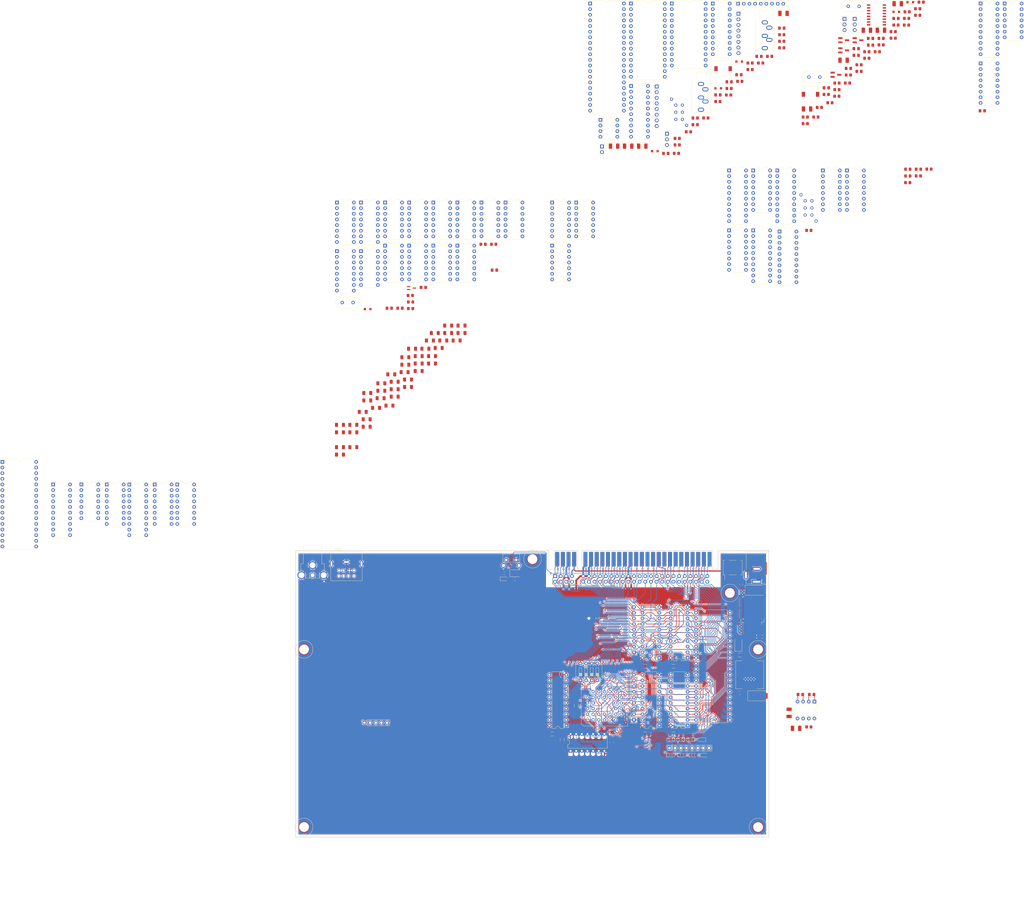
<source format=kicad_pcb>
(kicad_pcb (version 20211014) (generator pcbnew)
  (layers (0 "F.Cu" signal) (31 "B.Cu" signal) (34 "B.Paste" user) (35 "F.Paste" user) (36 "B.SilkS" user "B.Silkscreen") (37 "F.SilkS" user "F.Silkscreen") (38 "B.Mask" user) (39 "F.Mask" user) (44 "Edge.Cuts" user))
  (net 0 "")
  (net 1 "Net-(CG1-Pad1)")
  (net 2 "Net-(CG1-Pad2)")
  (net 3 "/~{RESET}")
  (net 4 "GND")
  (net 5 "/BL")
  (net 6 "Net-(CG4-Pad1)")
  (net 7 "/HSYNC")
  (net 8 "Net-(CG5-Pad2)")
  (net 9 "VCC")
  (net 10 "Net-(CIO3-Pad1)")
  (net 11 "/InputOutput/TapeOut")
  (net 12 "Net-(CIO5-Pad1)")
  (net 13 "Net-(CIO5-Pad2)")
  (net 14 "Net-(CIO12-Pad2)")
  (net 15 "Net-(CIO7-Pad1)")
  (net 16 "Net-(CIO7-Pad2)")
  (net 17 "Net-(CIO8-Pad1)")
  (net 18 "Net-(CIO9-Pad1)")
  (net 19 "Net-(CIO10-Pad1)")
  (net 20 "/InputOutput/TapeIn")
  (net 21 "Net-(CIO12-Pad1)")
  (net 22 "/CS_32765")
  (net 23 "/+12V")
  (net 24 "+9V")
  (net 25 "Net-(CPS7-Pad1)")
  (net 26 "Net-(CPS7-Pad2)")
  (net 27 "Net-(CPS8-Pad1)")
  (net 28 "Net-(CPS8-Pad2)")
  (net 29 "Net-(CVE1-Pad1)")
  (net 30 "Net-(CVE1-Pad2)")
  (net 31 "Net-(CVE2-Pad1)")
  (net 32 "Net-(CVE2-Pad2)")
  (net 33 "Net-(CVE3-Pad1)")
  (net 34 "Net-(CVE7-Pad1)")
  (net 35 "Net-(CVE7-Pad2)")
  (net 36 "Net-(CVE8-Pad1)")
  (net 37 "Net-(CVE8-Pad2)")
  (net 38 "Net-(CVE10-Pad1)")
  (net 39 "Net-(CVE10-Pad2)")
  (net 40 "Net-(CVE11-Pad1)")
  (net 41 "Net-(CVE11-Pad2)")
  (net 42 "Net-(CVE12-Pad1)")
  (net 43 "Net-(DIO1-Pad1)")
  (net 44 "/A15")
  (net 45 "/InputOutput/KBA15")
  (net 46 "/A14")
  (net 47 "/InputOutput/KBA14")
  (net 48 "/A8")
  (net 49 "/InputOutput/KBA8")
  (net 50 "/A13")
  (net 51 "/InputOutput/KBA13")
  (net 52 "/A12")
  (net 53 "/InputOutput/KBA12")
  (net 54 "/A9")
  (net 55 "/InputOutput/KBA9")
  (net 56 "/A10")
  (net 57 "/InputOutput/KBA10")
  (net 58 "/A11")
  (net 59 "/InputOutput/KBA11")
  (net 60 "Net-(DPI1-Pad1)")
  (net 61 "/PowerIndicator/VCC")
  (net 62 "Net-(DPI2-Pad1)")
  (net 63 "/PowerIndicator/+9V")
  (net 64 "Net-(DPI3-Pad1)")
  (net 65 "/PowerIndicator/+12V")
  (net 66 "/PowerSources/PowA")
  (net 67 "/PowerSources/PowB")
  (net 68 "Net-(DPS2-Pad1)")
  (net 69 "Net-(DVE1-Pad2)")
  (net 70 "Net-(DVE2-Pad2)")
  (net 71 "/D7")
  (net 73 "/D0")
  (net 74 "/D1")
  (net 75 "/~{C25}")
  (net 76 "/D2")
  (net 77 "/A0")
  (net 78 "/D6")
  (net 79 "/A1")
  (net 80 "/D5")
  (net 81 "/A2")
  (net 82 "/D3")
  (net 83 "/A3")
  (net 84 "/D4")
  (net 85 "/CPU/~{DI_ULA}")
  (net 86 "/~{INT}")
  (net 87 "/CPU/~{NMI}")
  (net 89 "/CPU/~{HALT}")
  (net 91 "/~{MREQ}")
  (net 93 "/CPU/~{IORQ}")
  (net 95 "/~{RD}")
  (net 96 "/CPU/~{BUSRQ}")
  (net 97 "/CPU/~{WR}")
  (net 99 "/A7")
  (net 100 "/CPU/~{WAIT}")
  (net 101 "/A6")
  (net 103 "/A5")
  (net 105 "/A4")
  (net 106 "/CPU/~{M1}")
  (net 107 "/~{RFSH}")
  (net 108 "/CPU/~{BUSACK}")
  (net 110 "/InputOutput/OURD5")
  (net 111 "/InputOutput/OURD6")
  (net 112 "/InputOutput/OURD7")
  (net 114 "Net-(JIO2-PadT)")
  (net 116 "/AUDIOL")
  (net 117 "/AUDIOR")
  (net 118 "/InputOutput/IND7")
  (net 119 "/InputOutput/IND5")
  (net 120 "/InputOutput/IOB7")
  (net 121 "/InputOutput/IOB6")
  (net 122 "/InputOutput/IOB5")
  (net 123 "/InputOutput/IOB4")
  (net 124 "/InputOutput/IOB3")
  (net 125 "/InputOutput/IOB2")
  (net 126 "/InputOutput/IOB1")
  (net 127 "/InputOutput/IOB0")
  (net 128 "/InputOutput/IOA7")
  (net 129 "/InputOutput/IOA6")
  (net 130 "/InputOutput/IOA5")
  (net 131 "/InputOutput/IOA4")
  (net 132 "/InputOutput/IOA3")
  (net 133 "/InputOutput/IOA2")
  (net 134 "/InputOutput/IOA1")
  (net 135 "/InputOutput/IOA0")
  (net 136 "/InputOutput/KBD0")
  (net 137 "/InputOutput/KBD1")
  (net 138 "/InputOutput/KBD2")
  (net 139 "/InputOutput/KBD3")
  (net 140 "/InputOutput/KBD4")
  (net 141 "/VideoEncoder/LUMA")
  (net 142 "/VideoEncoder/SYNC")
  (net 143 "/VideoEncoder/CRMA")
  (net 144 "/VideoEncoder/GREEN")
  (net 145 "/VideoEncoder/BLUE")
  (net 146 "/VideoEncoder/RED")
  (net 147 "Net-(JVE3-Pad2)")
  (net 148 "Net-(JVE4-Pad1)")
  (net 149 "Net-(JVE4-Pad3)")
  (net 150 "Net-(QG1-Pad1)")
  (net 151 "Net-(QVF1-Pad1)")
  (net 152 "Net-(QVF1-Pad2)")
  (net 153 "Net-(QVF2-Pad1)")
  (net 154 "Net-(QVF2-Pad2)")
  (net 155 "Net-(QVF3-Pad1)")
  (net 156 "Net-(QVF3-Pad2)")
  (net 157 "Net-(QVF4-Pad1)")
  (net 158 "Net-(QVF4-Pad2)")
  (net 159 "/C25")
  (net 160 "Net-(RG1-Pad1)")
  (net 161 "Net-(RG2-Pad2)")
  (net 162 "Net-(RG4-Pad2)")
  (net 163 "Net-(RIO1-Pad1)")
  (net 164 "Net-(RIO2-Pad1)")
  (net 165 "Net-(RIO10-Pad1)")
  (net 166 "Net-(RIO11-Pad1)")
  (net 167 "/InputOutput/CHA")
  (net 168 "/PowerIndicator/GND")
  (net 169 "/~{RST}")
  (net 170 "/CPU/RA15")
  (net 171 "/CPU/RA16")
  (net 172 "/CPU/RA17")
  (net 173 "/CPU/RA18")
  (net 174 "/~{INKMST}")
  (net 175 "/TTLSYNC")
  (net 176 "/TTLB")
  (net 177 "/TTLY")
  (net 178 "/TTLR")
  (net 179 "/TTLG")
  (net 180 "/VideoFormating/512KMOD")
  (net 181 "/InputOutput/CHB")
  (net 182 "/InputOutput/CHC")
  (net 185 "Net-(U1-Pad5)")
  (net 186 "/~{C1}")
  (net 187 "/~{C2}")
  (net 188 "Net-(U1-Pad11)")
  (net 189 "/C3")
  (net 190 "Net-(U1-Pad13)")
  (net 191 "/CPU/BUSACK")
  (net 192 "/C31")
  (net 193 "Net-(U2-Pad4)")
  (net 194 "Net-(U2-Pad6)")
  (net 195 "/AYCLK")
  (net 196 "/Generator/B6")
  (net 197 "/VSYNC")
  (net 198 "Net-(U4-Pad2)")
  (net 199 "Net-(U11-Pad8)")
  (net 200 "/SA6")
  (net 201 "/SA7")
  (net 202 "Net-(U33-Pad2)")
  (net 203 "Net-(U32-Pad2)")
  (net 204 "/DISPLAY")
  (net 205 "/SA0")
  (net 206 "/SA1")
  (net 207 "Net-(U10-Pad5)")
  (net 209 "/C30")
  (net 210 "/Generator/B12")
  (net 211 "/SA8")
  (net 212 "/Generator/B13")
  (net 213 "/Generator/B7")
  (net 214 "/SA9")
  (net 215 "/SA10")
  (net 216 "/Generator/B8")
  (net 217 "/SA11")
  (net 218 "/SA2")
  (net 219 "Net-(U7-Pad2)")
  (net 220 "Net-(U11-Pad4)")
  (net 221 "/SA12")
  (net 222 "Net-(U7-Pad8)")
  (net 223 "/C16")
  (net 224 "Net-(U11-Pad13)")
  (net 225 "Net-(U34-Pad4)")
  (net 226 "/CPU/DIR")
  (net 227 "Net-(U17-Pad1)")
  (net 228 "Net-(U11-Pad1)")
  (net 229 "/C19")
  (net 230 "/FSYNC")
  (net 231 "Net-(U12-Pad3)")
  (net 232 "Net-(U33-Pad12)")
  (net 233 "/C29")
  (net 234 "/SA3")
  (net 235 "/SA4")
  (net 236 "/Generator/B50")
  (net 237 "Net-(U10-Pad11)")
  (net 239 "/Generator/B51")
  (net 240 "/Generator/C6")
  (net 241 "Net-(U11-Pad11)")
  (net 242 "/C20")
  (net 243 "Net-(U12-Pad6)")
  (net 244 "Net-(U12-Pad11)")
  (net 246 "/C5")
  (net 247 "Net-(U13-Pad12)")
  (net 248 "/F25Hz")
  (net 249 "/SA5")
  (net 250 "/RAS")
  (net 252 "/~{CAS}")
  (net 254 "Net-(U16-Pad2)")
  (net 255 "Net-(U16-Pad5)")
  (net 256 "Net-(U16-Pad6)")
  (net 257 "/SCRSEL")
  (net 258 "/A14-ROM")
  (net 259 "/DI_32765")
  (net 260 "/PA6")
  (net 261 "/PA7")
  (net 262 "/MX0")
  (net 263 "/MX1")
  (net 264 "/MX2")
  (net 265 "/MX3")
  (net 266 "/CBRDB")
  (net 267 "/CBRDR")
  (net 268 "/CBRDG")
  (net 269 "/~{OUT254}")
  (net 272 "/RST")
  (net 274 "/BDIR")
  (net 275 "/BC1")
  (net 283 "/~{IN254}")
  (net 284 "/CPU/xD1")
  (net 285 "/CPU/xD0")
  (net 286 "/CPU/xD7")
  (net 287 "/CPU/xD2")
  (net 288 "/CPU/xD6")
  (net 289 "/CPU/xD5")
  (net 290 "/CPU/xD3")
  (net 291 "/CPU/xD4")
  (net 292 "/CPU/xA10")
  (net 293 "/CPU/xA11")
  (net 294 "/CPU/xA9")
  (net 295 "/CPU/xA12")
  (net 296 "/CPU/xA8")
  (net 297 "/CPU/xA13")
  (net 298 "/CPU/xA7")
  (net 299 "/CPU/xA14")
  (net 300 "/CPU/xA6")
  (net 301 "/CPU/xA15")
  (net 302 "/CPU/xA5")
  (net 303 "/CPU/xA4")
  (net 304 "/CPU/xA3")
  (net 305 "/CPU/xA2")
  (net 306 "/CPU/xA1")
  (net 307 "/CPU/xA0")
  (net 308 "/CPU/~{xHALT}")
  (net 309 "/CPU/~{xMREQ}")
  (net 310 "/CPU/~{xIORQ}")
  (net 311 "/CPU/~{xRD}")
  (net 312 "/CPU/~{xWR}")
  (net 313 "/CPU/~{xBUSACK}")
  (net 314 "/CPU/~{xM1}")
  (net 315 "/CPU/~{xRFSH}")
  (net 316 "/CPU/~{ROMCE}")
  (net 317 "/~{FQUATER}")
  (net 318 "Net-(U31-Pad12)")
  (net 319 "/Memory/MA16")
  (net 320 "/CPU")
  (net 321 "/C17")
  (net 322 "Net-(U32-Pad10)")
  (net 323 "/C18")
  (net 324 "/MD0")
  (net 325 "/MD1")
  (net 326 "/MD2")
  (net 327 "/MD3")
  (net 328 "/MD4")
  (net 329 "/MD5")
  (net 330 "/MD6")
  (net 331 "/MD7")
  (net 332 "/VideoFormating/FLASL_BIT")
  (net 333 "/VideoFormating/BRIGHT")
  (net 334 "/VideoFormating/GREEN_B")
  (net 335 "/VideoFormating/RED_B")
  (net 336 "/VideoFormating/BLUE_B")
  (net 337 "/VideoFormating/GREEN_F")
  (net 338 "/VideoFormating/RED_F")
  (net 339 "/VideoFormating/BLUE_F")
  (net 340 "/TTYG")
  (net 341 "/VideoFormating/SERDATA")
  (net 342 "/GPA6")
  (net 343 "/GPA7")
  (net 344 "Net-(U34-Pad12)")
  (net 345 "Net-(U35-Pad12)")
  (net 346 "Net-(U35-Pad13)")
  (net 347 "Net-(U35-Pad14)")
  (net 348 "Net-(U35-Pad15)")
  (net 349 "/Memory/MA0")
  (net 350 "/Memory/MA1")
  (net 351 "/Memory/MA2")
  (net 352 "/Memory/MA3")
  (net 353 "/Memory/MA18")
  (net 354 "/Memory/MA14")
  (net 355 "/Memory/MA12")
  (net 356 "/Memory/MA7")
  (net 357 "/Memory/MA6")
  (net 358 "/Memory/MA5")
  (net 359 "/Memory/MA4")
  (net 360 "/Memory/MA10")
  (net 361 "/Memory/MA11")
  (net 362 "/Memory/MA9")
  (net 363 "/Memory/MA8")
  (net 364 "/Memory/MA13")
  (net 365 "/Memory/MA17")
  (net 366 "/Memory/MA15")
  (net 367 "Net-(U35-Pad16)")
  (net 377 "Net-(U35-Pad17)")
  (net 378 "Net-(U35-Pad18)")
  (net 379 "Net-(U35-Pad19)")
  (net 380 "Net-(U37-Pad14)")
  (net 386 "Net-(U40-Pad12)")
  (net 387 "Net-(U40-Pad13)")
  (net 388 "Net-(U40-Pad14)")
  (net 389 "Net-(U40-Pad15)")
  (net 390 "Net-(U40-Pad16)")
  (net 391 "Net-(U40-Pad17)")
  (net 392 "Net-(U40-Pad18)")
  (net 393 "Net-(U40-Pad19)")
  (net 394 "/CPU/~{ROMCS}")
  (footprint "Package_DIP:DIP-20_W7.62mm" (layer "F.Cu") (at 171.4 -188.99)
    (fp_text reference "U23" hide)
    (fp_text value "74HC244" hide)
  )
  (footprint "Diode_SMD:D_SOD-323_HandSoldering" (layer "F.Cu") (at 199.39 112.395)
    (fp_text reference "DIO5" hide)
    (fp_text value "1N4148" hide)
  )
  (footprint "Diode_SMD:D_SOD-323_HandSoldering" (layer "F.Cu") (at 114.3 33.02)
    (fp_text reference "DG1" hide)
    (fp_text value "1N4148" hide)
  )
  (footprint "Package_LCC:PLCC-32_THT-Socket" (layer "F.Cu") (at 154.305 88.9 90)
    (fp_text reference "U30" hide)
    (fp_text value "29F040" hide)
  )
  (footprint "Capacitor_SMD:C_1206_3216Metric_Pad1.33x1.80mm_HandSolder" (layer "F.Cu") (at 50.54 -42.21)
    (fp_text reference "CPF36" hide)
    (fp_text value "100nF" hide)
  )
  (footprint "Diode_SMD:D_SOD-323_HandSoldering" (layer "F.Cu") (at 198.12 105.41 180)
    (fp_text reference "DIO6" hide)
    (fp_text value "1N4148" hide)
  )
  (footprint "Capacitor_SMD:C_1206_3216Metric_Pad1.33x1.80mm_HandSolder" (layer "F.Cu") (at 81.75 -67.31)
    (fp_text reference "CPF13" hide)
    (fp_text value "100nF" hide)
  )
  (footprint "Package_TO_SOT_SMD:SOT-23_Handsoldering" (layer "F.Cu") (at 263.67 -194.04)
    (fp_text reference "QVF3" hide)
    (fp_text value "BC848" hide)
  )
  (footprint "Crystal:Crystal_HC49-U_Vertical" (layer "F.Cu") (at 41.31 -91.45)
    (fp_text reference "YG1" hide)
    (fp_text value "14MHZ" hide)
  )
  (footprint "Diode_SMD:D_SOD-323_HandSoldering" (layer "F.Cu") (at 189.23 112.395)
    (fp_text reference "DIO8" hide)
    (fp_text value "1N4148" hide)
  )
  (footprint "Package_DIP:DIP-14_W7.62mm" (layer "F.Cu") (at -76.19 -9.53)
    (fp_text reference "U49" hide)
    (fp_text value "74HC08" hide)
  )
  (footprint "Resistor_SMD:R_0805_2012Metric_Pad1.20x1.40mm_HandSolder" (layer "F.Cu") (at 264.13 -190.29)
    (fp_text reference "RVE26" hide)
    (fp_text value "10kOm" hide)
  )
  (footprint "Capacitor_SMD:C_0805_2012Metric_Pad1.18x1.45mm_HandSolder" (layer "F.Cu") (at 239.28 -215.06)
    (fp_text reference "CIO6" hide)
    (fp_text value "150nF" hide)
  )
  (footprint "Package_DIP:DIP-14_W7.62mm" (layer "F.Cu") (at 339.67 -226.14)
    (fp_text reference "U15" hide)
    (fp_text value "74HC74" hide)
  )
  (footprint "Capacitor_SMD:C_1206_3216Metric_Pad1.33x1.80mm_HandSolder" (layer "F.Cu") (at 40.29 -33.01)
    (fp_text reference "CPF20" hide)
    (fp_text value "100nF" hide)
  )
  (footprint "Package_DIP:DIP-16_W7.62mm" (layer "F.Cu") (at -33.01 -9.51)
    (fp_text reference "U48" hide)
    (fp_text value "74HC257" hide)
  )
  (footprint "ZX-Spectrum-Pentagon:EDGE_28M5-2.54" (layer "F.Cu") (at 172.44 24.13)
    (fp_text reference "XMCPU1" hide)
    (fp_text value "EDGE-28M5" hide)
    (fp_line (start -35.56 4.59) (end -35.56 -3.81) (layer "Edge.Cuts") (width 0.2))
    (fp_line (start -23.13 4.59) (end -23.13 -3.81) (layer "Edge.Cuts") (width 0.2))
    (fp_line (start -35.56 -3.81) (end -25.13 -3.81) (layer "Edge.Cuts") (width 0.2))
    (fp_line (start -35.56 -3.81) (end -25.13 -3.81) (layer "Edge.Cuts") (width 0.2))
    (fp_line (start 35.56 -3.81) (end 35.56 4.59) (layer "Edge.Cuts") (width 0.2))
    (fp_line (start -38.1 4.59) (end -35.56 4.59) (layer "Edge.Cuts") (width 0.2))
    (fp_line (start 35.56 4.59) (end 38.1 4.59) (layer "Edge.Cuts") (width 0.2))
    (fp_line (start -38.1 -3.81) (end -38.1 4.59) (layer "Edge.Cuts") (width 0.2))
    (fp_line (start -23.13 -3.81) (end 35.56 -3.81) (layer "Edge.Cuts") (width 0.2))
    (fp_line (start -25.13 -3.81) (end -25.13 4.59) (layer "Edge.Cuts") (width 0.2))
    (fp_line (start -25.13 4.59) (end -23.13 4.59) (layer "Edge.Cuts") (width 0.2))
    (fp_line (start 38.1 4.59) (end 38.1 -3.81) (layer "Edge.Cuts") (width 0.2))
  )
  (footprint "Capacitor_Tantalum_SMD:CP_EIA-3528-21_Kemet-B_Pad1.50x2.35mm_HandSolder" (layer "F.Cu") (at 283.95 -214.09)
    (fp_text reference "CVE8" hide)
    (fp_text value "220uF/6V" hide)
  )
  (footprint "Package_DIP:DIP-40_W15.24mm" (layer "F.Cu") (at 152.95 -226.14)
    (fp_text reference "U19" hide)
    (fp_text value "AY-3-8910" hide)
  )
  (footprint "LED_SMD:LED_0805_2012Metric_Pad1.15x1.40mm_HandSolder" (layer "F.Cu") (at 296.045 -148.455)
    (fp_text reference "DPI2" hide)
    (fp_text value "YELLO" hide)
  )
  (footprint "Capacitor_SMD:C_0805_2012Metric_Pad1.18x1.45mm_HandSolder" (layer "F.Cu") (at 252.73 85.09 180)
    (fp_text reference "CPS7" hide)
    (fp_text value "1uF" hide)
  )
  (footprint "Capacitor_SMD:C_0805_2012Metric_Pad1.18x1.45mm_HandSolder" (layer "F.Cu") (at 290.72 -219.41)
    (fp_text reference "CVE9" hide)
    (fp_text value "100nF" hide)
  )
  (footprint "Package_TO_SOT_SMD:SOT-23_Handsoldering" (layer "F.Cu") (at 267.17 -209.59)
    (fp_text reference "QVF2" hide)
    (fp_text value "BC848" hide)
  )
  (footprint "Capacitor_SMD:C_0805_2012Metric_Pad1.18x1.45mm_HandSolder" (layer "F.Cu") (at 279.25 -210.41)
    (fp_text reference "CVE10" hide)
    (fp_text value "100nF" hide)
  )
  (footprint "LED_SMD:LED_0805_2012Metric_Pad1.15x1.40mm_HandSolder" (layer "F.Cu") (at 296.045 -151.495)
    (fp_text reference "DPI1" hide)
    (fp_text value "RED" hide)
  )
  (footprint "Resistor_SMD:R_0805_2012Metric_Pad1.20x1.40mm_HandSolder" (layer "F.Cu") (at 290.69 -216.43)
    (fp_text reference "RVE14" hide)
    (fp_text value "2.2kOm" hide)
  )
  (footprint "LED_SMD:LED_0805_2012Metric_Pad1.15x1.40mm_HandSolder" (layer "F.Cu") (at 300.835 -151.495)
    (fp_text reference "DPI3" hide)
    (fp_text value "GREEN" hide)
  )
  (footprint "Resistor_SMD:R_0805_2012Metric_Pad1.20x1.40mm_HandSolder" (layer "F.Cu") (at 205.06 -174.59)
    (fp_text reference "RIO12" hide)
    (fp_text value "160" hide)
  )
  (footprint "Resistor_SMD:R_0805_2012Metric_Pad1.20x1.40mm_HandSolder" (layer "F.Cu") (at 289.47 -210.53)
    (fp_text reference "RVE24" hide)
    (fp_text value "75" hide)
  )
  (footprint "Button_Switch_THT:SW_DIP_SPSTx04_Slide_6.7x11.72mm_W7.62mm_P2.54mm_LowProfile" (layer "F.Cu") (at 148.59 78.74 90)
    (fp_text reference "SWCPU1" hide)
    (fp_text value "ROMSELECT" hide)
  )
  (footprint "Capacitor_SMD:C_0805_2012Metric_Pad1.18x1.45mm_HandSolder" (layer "F.Cu") (at 215.58 -190.86)
    (fp_text reference "CIO11" hide)
    (fp_text value "100nF" hide)
  )
  (footprint "Capacitor_SMD:C_0805_2012Metric_Pad1.18x1.45mm_HandSolder" (layer "F.Cu") (at 67.31 -88.9)
    (fp_text reference "CG1" hide)
    (fp_text value "100pF" hide)
  )
  (footprint "Diode_SMD:D_SOD-323_HandSoldering" (layer "F.Cu") (at 52.76 -88.5)
    (fp_text reference "DG2" hide)
    (fp_text value "1N4148" hide)
  )
  (footprint "Capacitor_Tantalum_SMD:CP_EIA-3528-21_Kemet-B_Pad1.50x2.35mm_HandSolder" (layer "F.Cu") (at 240.07 -221.69)
    (fp_text reference "CIO12" hide)
    (fp_text value "10uF/16V" hide)
  )
  (footprint "Capacitor_Tantalum_SMD:CP_EIA-3528-21_Kemet-B_Pad1.50x2.35mm_HandSolder" (layer "F.Cu") (at 176.45 -161.89)
    (fp_text reference "CIO8" hide)
    (fp_text value "10uF/16V" hide)
  )
  (footprint "Connector_PinSocket_2.54mm:PinSocket_1x03_P2.54mm_Vertical" (layer "F.Cu") (at 272.14 -219.24)
    (fp_text reference "JVE1" hide)
    (fp_text value "SYNC/LUMA" hide)
  )
  (footprint "Resistor_SMD:R_0805_2012Metric_Pad1.20x1.40mm_HandSolder" (layer "F.Cu") (at 277.58 -201.47)
    (fp_text reference "RVE20" hide)
    (fp_text value "68" hide)
  )
  (footprint "Capacitor_SMD:C_0805_2012Metric_Pad1.18x1.45mm_HandSolder" (layer "F.Cu") (at 329.6 -177.81)
    (fp_text reference "CM1" hide)
    (fp_text value "1nF" hide)
  )
  (footprint "Capacitor_SMD:C_1206_3216Metric_Pad1.33x1.80mm_HandSolder" (layer "F.Cu") (at 89.01 -81.06)
    (fp_text reference "CPF46" hide)
    (fp_text value "100nF" hide)
  )
  (footprint "Capacitor_Tantalum_SMD:CP_EIA-3528-21_Kemet-B_Pad1.50x2.35mm_HandSolder" (layer "F.Cu") (at 267.14 -200.59)
    (fp_text reference "CVE1" hide)
    (fp_text value "220uF/6V" hide)
  )
  (footprint "Resistor_SMD:R_0805_2012Metric_Pad1.20x1.40mm_HandSolder" (layer "F.Cu") (at 192.2 -162.44)
    (fp_text reference "RIO1" hide)
    (fp_text value "47kOm" hide)
  )
  (footprint "Connector_PinSocket_2.54mm:PinSocket_1x08_P2.54mm_Vertical" (layer "F.Cu") (at 182.95 -188.74)
    (fp_text reference "JIOB1" hide)
    (fp_text value "Conn_01x08_Female" hide)
  )
  (footprint "Capacitor_Tantalum_SMD:CP_EIA-3528-21_Kemet-B_Pad1.50x2.35mm_HandSolder" (layer "F.Cu") (at 250.69 -178.64)
    (fp_text reference "CVE4" hide)
    (fp_text value "47uF/16V" hide)
  )
  (footprint "Capacitor_SMD:C_1206_3216Metric_Pad1.33x1.80mm_HandSolder" (layer "F.Cu") (at 220.345 67.31)
    (fp_text reference "CPF27" hide)
    (fp_text value "100nF" hide)
  )
  (footprint "Capacitor_Tantalum_SMD:CP_EIA-3528-21_Kemet-B_Pad1.50x2.35mm_HandSolder" (layer "F.Cu") (at 291.51 -226.04)
    (fp_text reference "CVE2" hide)
    (fp_text value "220uF/6V" hide)
  )
  (footprint "Capacitor_SMD:C_1206_3216Metric_Pad1.33x1.80mm_HandSolder" (layer "F.Cu") (at 75.74 -67.31)
    (fp_text reference "CPF50" hide)
    (fp_text value "100nF" hide)
  )
  (footprint "Resistor_SMD:R_0805_2012Metric_Pad1.20x1.40mm_HandSolder" (layer "F.Cu") (at 251.46 99.695)
    (fp_text reference "RPS1" hide)
    (fp_text value "4.7kOm" hide)
  )
  (footprint "Resistor_SMD:R_0805_2012Metric_Pad1.20x1.40mm_HandSolder" (layer "F.Cu") (at 268.88 -190.29)
    (fp_text reference "RVE3" hide)
    (fp_text value "680" hide)
  )
  (footprint "Button_Switch_THT:SW_Tactile_SPST_Angled_PTS645Vx39-2LFS" (layer "F.Cu") (at 115.2 24.4775)
    (fp_text reference "SWG1" hide)
    (fp_text value "RESET" hide)
  )
  (footprint "Package_DIP:DIP-20_W7.62mm" (layer "F.Cu") (at 196.84 68.575 180)
    (fp_text reference "U26" hide)
    (fp_text value "74HC541" hide)
  )
  (footprint "Capacitor_Tantalum_SMD:CP_EIA-3528-21_Kemet-B_Pad1.50x2.35mm_HandSolder" (layer "F.Cu") (at 163.77 -161.89)
    (fp_text reference "CIO10" hide)
    (fp_text value "10uF/16V" hide)
  )
  (footprint "Resistor_SMD:R_0805_2012Metric_Pad1.20x1.40mm_HandSolder" (layer "F.Cu") (at 192.2 -165.39)
    (fp_text reference "RIO10" hide)
    (fp_text value "3.0kOm" hide)
  )
  (footprint "Capacitor_SMD:C_1206_3216Metric_Pad1.33x1.80mm_HandSolder" (layer "F.Cu") (at 135.89 102.87)
    (fp_text reference "CPF29" hide)
    (fp_text value "100nF" hide)
  )
  (footprint "Resistor_SMD:R_0805_2012Metric_Pad1.20x1.40mm_HandSolder" (layer "F.Cu") (at 296 -145.46)
    (fp_text reference "RPI1" hide)
    (fp_text value "330" hide)
  )
  (footprint "Package_DIP:DIP-20_W7.62mm" (layer "F.Cu") (at 208.2 -226.14)
    (fp_text reference "U18" hide)
    (fp_text value "74HC273" hide)
  )
  (footprint "Capacitor_SMD:C_0805_2012Metric_Pad1.18x1.45mm_HandSolder" (layer "F.Cu") (at 187.05 -158.61)
    (fp_text reference "CIO9" hide)
    (fp_text value "1nF" hide)
  )
  (footprint "Capacitor_SMD:C_1206_3216Metric_Pad1.33x1.80mm_HandSolder" (layer "F.Cu") (at 64.93 -49.06)
    (fp_text reference "CPF11" hide)
    (fp_text value "100nF" hide)
  )
  (footprint "Capacitor_SMD:C_0805_2012Metric_Pad1.18x1.45mm_HandSolder" (layer "F.Cu") (at 200.28 -171.55)
    (fp_text reference "CIO7" hide)
    (fp_text value "150nF" hide)
  )
  (footprint "Resistor_SMD:R_0805_2012Metric_Pad1.20x1.40mm_HandSolder" (layer "F.Cu") (at 256.21 -179.34)
    (fp_text reference "RVE15" hide)
    (fp_text value "2.2kOm" hide)
  )
  (footprint "Capacitor_Tantalum_SMD:CP_EIA-7343-31_Kemet-D_Pad2.25x2.55mm_HandSolder" (layer "F.Cu") (at 228.6 85.725)
    (fp_text reference "CPS4" hide)
    (fp_text value "330uF/16V" hide)
  )
  (footprint "Diode_SMD:Diode_Bridge_Vishay_DFS" (layer "F.Cu") (at 217.17 27.94 90)
    (fp_text reference "DPS1" hide)
    (fp_text value "DF005S" hide)
  )
  (footprint "Capacitor_SMD:C_1206_3216Metric_Pad1.33x1.80mm_HandSolder" (layer "F.Cu") (at 70.94 -53.41)
    (fp_text reference "CPF18" hide)
    (fp_text value "100nF" hide)
  )
  (footprint "Capacitor_SMD:C_0805_2012Metric_Pad1.18x1.45mm_HandSolder" (layer "F.Cu") (at 259.35 -188.16)
    (fp_text reference "CVE11" hide)
    (fp_text value "100nF" hide)
  )
  (footprint "Resistor_SMD:R_0805_2012Metric_Pad1.20x1.40mm_HandSolder" (layer "F.Cu") (at 71.96 -94.65)
    (fp_text reference "RG7" hide)
    (fp_text value "1kOm" hide)
  )
  (footprint "Package_DIP:DIP-16_W7.62mm" (layer "F.Cu") (at -43.17 -9.51)
    (fp_text reference "U47" hide)
    (fp_text value "74HC257" hide)
  )
  (footprint "Capacitor_SMD:C_0805_2012Metric_Pad1.18x1.45mm_HandSolder" (layer "F.Cu") (at 272.8 -205.81)
    (fp_text reference "CVE7" hide)
    (fp_text value "100nF" hide)
  )
  (footprint "Capacitor_Tantalum_SMD:CP_EIA-7343-31_Kemet-D_Pad2.25x2.55mm_HandSolder" (layer "F.Cu") (at 227.33 38.1)
    (fp_text reference "CPS2" hide)
    (fp_text value "330uF/16V" hide)
  )
  (footprint "Resistor_SMD:R_0805_2012Metric_Pad1.20x1.40mm_HandSolder" (layer "F.Cu") (at 277.58 -204.42)
    (fp_text reference "RVE21" hide)
    (fp_text value "75" hide)
  )
  (footprint "Capacitor_SMD:C_1206_3216Metric_Pad1.33x1.80mm_HandSolder" (layer "F.Cu") (at 58.59 -48.36)
    (fp_text reference "CPF45" hide)
    (fp_text value "100nF" hide)
  )
  (footprint "Capacitor_SMD:C_0805_2012Metric_Pad1.18x1.45mm_HandSolder" (layer "F.Cu") (at 230.505 59.055)
    (fp_text reference "CPS5" hide)
    (fp_text value "100nF" hide)
  )
  (footprint "Capacitor_SMD:C_1206_3216Metric_Pad1.33x1.80mm_HandSolder" (layer "F.Cu") (at 177.8 102.87)
    (fp_text reference "CPF24" hide)
    (fp_text value "100nF" hide)
  )
  (footprint "Package_DIP:DIP-28_W15.24mm" (layer "F.Cu") (at 171.35 -226.14)
    (fp_text reference "U20" hide)
    (fp_text value "AY-3-8912_DUMMY" hide)
  )
  (footprint "Diode_SMD:D_SOD-323_HandSoldering" (layer "F.Cu") (at 290.84 -222.39)
    (fp_text reference "DVE1" hide)
    (fp_text value "1N4148" hide)
  )
  (footprint "Diode_SMD:D_SOD-323_HandSoldering" (layer "F.Cu") (at 193.675 105.41 180)
    (fp_text reference "DIO9" hide)
    (fp_text value "1N4148" hide)
  )
  (footprint "Capacitor_SMD:C_1206_3216Metric_Pad1.33x1.80mm_HandSolder" (layer "F.Cu") (at 92.82 -74.36)
    (fp_text reference "CPF21" hide)
    (fp_text value "100nF" hide)
  )
  (footprint "Resistor_SMD:R_0805_2012Metric_Pad1.20x1.40mm_HandSolder" (layer "F.Cu") (at 215.31 -184.93)
    (fp_text reference "RIO7" hide)
    (fp_text value "100kOm" hide)
  )
  (footprint "Resistor_SMD:R_0805_2012Metric_Pad1.20x1.40mm_HandSolder" (layer "F.Cu") (at 233.81 -202.34)
    (fp_text reference "RIO16" hide)
    (fp_text value "330" hide)
  )
  (footprint "Capacitor_SMD:C_1206_3216Metric_Pad1.33x1.80mm_HandSolder" (layer "F.Cu") (at 40.29 -26.31)
    (fp_text reference "CPF2" hide)
    (fp_text value "100nF" hide)
  )
  (footprint "Resistor_SMD:R_0805_2012Metric_Pad1.20x1.40mm_HandSolder" (layer "F.Cu") (at 302.08 -226.74)
    (fp_text reference "RVE27" hide)
    (fp_text value "10kOm" hide)
  )
  (footprint "Capacitor_SMD:C_1206_3216Metric_Pad1.33x1.80mm_HandSolder" (layer "F.Cu") (at 95.02 -77.71)
    (fp_text reference "CPF14" hide)
    (fp_text value "100nF" hide)
  )
  (footprint "Resistor_SMD:R_0805_2012Metric_Pad1.20x1.40mm_HandSolder" (layer "F.Cu") (at 254.62 -174.99)
    (fp_text reference "RVE11" hide)
    (fp_text value "68" hide)
  )
  (footprint "Diode_SMD:D_SOD-323_HandSoldering" (layer "F.Cu") (at 189.23 105.41 180)
    (fp_text reference "DIO10" hide)
    (fp_text value "1N4148" hide)
  )
  (footprint "Capacitor_SMD:C_1206_3216Metric_Pad1.33x1.80mm_HandSolder" (layer "F.Cu") (at 78.76 -70.66)
    (fp_text reference "CPF37" hide)
    (fp_text value "100nF" hide)
  )
  (footprint "Capacitor_SMD:C_1206_3216Metric_Pad1.33x1.80mm_HandSolder" (layer "F.Cu") (at 46.3 -33.01)
    (fp_text reference "CPF6" hide)
    (fp_text value "100nF" hide)
  )
  (footprint "Package_DIP:DIP-20_W7.62mm" (layer "F.Cu") (at 142.24 99.06 180)
    (fp_text reference "U29" hide)
    (fp_text value "GAL16V8" hide)
  )
  (footprint "Package_DIP:DIP-14_W7.62mm" (layer "F.Cu") (at 60.61 -117.1)
    (fp_text reference "U7" hide)
    (fp_text value "74HC04" hide)
  )
  (footprint "Capacitor_SMD:C_1206_3216Metric_Pad1.33x1.80mm_HandSolder" (layer "F.Cu") (at 64.93 -52.41)
    (fp_text reference "CPF3" hide)
    (fp_text value "100nF" hide)
  )
  (footprint "Resistor_SMD:R_0805_2012Metric_Pad1.20x1.40mm_HandSolder" (layer "F.Cu") (at 114.3 30.48)
    (fp_text reference "RG3" hide)
    (fp_text value "10kOm" hide)
  )
  (footprint "Capacitor_SMD:C_1206_3216Metric_Pad1.33x1.80mm_HandSolder" (layer "F.Cu") (at 46.3 -26.31)
    (fp_text reference "CPF23" hide)
    (fp_text value "100nF" hide)
  )
  (footprint "Capacitor_SMD:C_1206_3216Metric_Pad1.33x1.80mm_HandSolder" (layer "F.Cu") (at 64.93 -55.76)
    (fp_text reference "CPF48" hide)
    (fp_text value "100nF" hide)
  )
  (footprint "Inductor_SMD:L_7.3x7.3_H4.5" (layer "F.Cu") (at 252.22 -185.24)
    (fp_text reference "LVE1" hide)
    (fp_text value "100uH" hide)
  )
  (footprint "Resistor_SMD:R_0805_2012Metric_Pad1.20x1.40mm_HandSolder" (layer "F.Cu") (at 295.5 -219.44)
    (fp_text reference "RVE19" hide)
    (fp_text value "68" hide)
  )
  (footprint "Resistor_SMD:R_0805_2012Metric_Pad1.20x1.40mm_HandSolder" (layer "F.Cu") (at 251.46 -123.952)
    (fp_text reference "RVF1" hide)
    (fp_text value "4.7kOm" hide)
  )
  (footprint "Capacitor_SMD:C_0805_2012Metric_Pad1.18x1.45mm_HandSolder" (layer "F.Cu") (at 77.84 -98.27)
    (fp_text reference "CG4" hide)
    (fp_text value "22nF" hide)
  )
  (footprint "ZX-Spectrum-Pentagon:CUI_RCJ-013" (layer "F.Cu") (at 27.94 25.4 -90)
    (fp_text reference "JVE3" hide)
    (fp_text value "Video")
  )
  (footprint "Resistor_SMD:R_0805_2012Metric_Pad1.20x1.40mm_HandSolder" (layer "F.Cu") (at 119.11 33.02)
    (fp_text reference "RG4" hide)
    (fp_text value "330" hide)
  )
  (footprint "Capacitor_SMD:C_1206_3216Metric_Pad1.33x1.80mm_HandSolder" (layer "F.Cu") (at 69.4 -60.11)
    (fp_text reference "CPF42" hide)
    (fp_text value "100nF" hide)
  )
  (footprint "Resistor_SMD:R_0805_2012Metric_Pad1.20x1.40mm_HandSolder" (layer "F.Cu") (at 225 -196.38)
    (fp_text reference "RIO8" hide)
    (fp_text value "1kOm" hide)
  )
  (footprint "Capacitor_SMD:C_1206_3216Metric_Pad1.33x1.80mm_HandSolder" (layer "F.Cu") (at 72.75 -70.66)
    (fp_text reference "CPF35" hide)
    (fp_text value "100nF" hide)
  )
  (footprint "Package_DIP:DIP-16_W7.62mm" (layer "F.Cu") (at 257.8 -150.94)
    (fp_text reference "U42" hide)
    (fp_text value "74HC257" hide)
  )
  (footprint "Crystal:Crystal_HC49-U_Vertical" (layer "F.Cu") (at 269.24 -224.89)
    (fp_text reference "YVE1" hide)
    (fp_text value "3.579545MHz OR 14.318180MHz" hide)
  )
  (footprint "Connector_PinSocket_2.54mm:PinSocket_1x03_P2.54mm_Vertical" (layer "F.Cu") (at 187.55 -167.49)
    (fp_text reference "JIO1" hide)
    (fp_text value "Conn_01x03_Female" hide)
  )
  (footprint "Capacitor_SMD:C_1206_3216Metric_Pad1.33x1.80mm_HandSolder" (layer "F.Cu") (at 81.75 -63.96)
    (fp_text reference "CPF17" hide)
    (fp_text value "100nF" hide)
  )
  (footprint "Resistor_SMD:R_0805_2012Metric_Pad1.20x1.40mm_HandSolder" (layer "F.Cu") (at 295.44 -216.43)
    (fp_text reference "RVE2" hide)
    (fp_text value "270" hide)
  )
  (footprint "Capacitor_SMD:C_1206_3216Metric_Pad1.33x1.80mm_HandSolder" (layer "F.Cu") (at 69.73 -66.81)
    (fp_text reference "CPF34" hide)
    (fp_text value "100nF" hide)
  )
  (footprint "Package_DIP:DIP-16_W7.62mm" (layer "F.Cu") (at 268.65 -150.94)
    (fp_text reference "U38" hide)
    (fp_text value "74HC153" hide)
  )
  (footprint "Capacitor_SMD:C_1206_3216Metric_Pad1.33x1.80mm_HandSolder" (layer "F.Cu") (at 63.39 -59.11)
    (fp_text reference "CPF39" hide)
    (fp_text value "100nF" hide)
  )
  (footprint "Diode_SMD:D_SOD-323_HandSoldering" (layer "F.Cu") (at 203.2 105.41 180)
    (fp_text reference "DIO11" hide)
    (fp_text value "1N4148" hide)
  )
  (footprint "Resistor_SMD:R_0805_2012Metric_Pad1.20x1.40mm_HandSolder" (layer "F.Cu") (at 162.56 106.68 -90)
    (fp_text reference "RCPU2" hide)
    (fp_text value "10kOm" hide)
  )
  (footprint "Package_DIP:DIP-32_W15.24mm" (layer "F.Cu") (at -111.76 -19.685)
    (fp_text reference "U44" hide)
    (fp_text value "HM628512" hide)
  )
  (footprint "Capacitor_Tantalum_SMD:CP_EIA-3528-21_Kemet-B_Pad1.50x2.35mm_HandSolder" (layer "F.Cu") (at 277.61 -214.09)
    (fp_text reference "CVE6" hide)
    (fp_text value "47uF/16V" hide)
  )
  (footprint "Resistor_SMD:R_0805_2012Metric_Pad1.20x1.40mm_HandSolder" (layer "F.Cu") (at 284.03 -207.49)
    (fp_text reference "RVE23" hide)
    (fp_text value "75" hide)
  )
  (footprint "Package_DIP:DIP-8_W7.62mm" (layer "F.Cu") (at 157.6 -173.74)
    (fp_text reference "U22" hide)
    (fp_text value "LM311" hide)
  )
  (footprint "Diode_SMD:D_SOD-323_HandSoldering" (layer "F.Cu") (at 297.18 -226.74)
    (fp_text reference "DVE2" hide)
    (fp_text value "1N4148" hide)
  )
  (footprint "Resistor_SMD:R_0805_2012Metric_Pad1.20x1.40mm_HandSolder" (layer "F.Cu") (at 249.87 -174.99)
    (fp_text reference "RVE5" hide)
    (fp_text value "75" hide)
  )
  (footprint "Resistor_SMD:R_0805_2012Metric_Pad1.20x1.40mm_HandSolder" (layer "F.Cu") (at 239.25 -212.08)
    (fp_text reference "RIO2" hide)
    (fp_text value "10kOm" hide)
  )
  (footprint "Resistor_SMD:R_0805_2012Metric_Pad1.20x1.40mm_HandSolder" (layer "F.Cu") (at 225 -199.33)
    (fp_text reference "RIO4" hide)
    (fp_text value "47kOm" hide)
  )
  (footprint "Package_DIP:DIP-14_W7.62mm" (layer "F.Cu") (at 60.61 -136.5)
    (fp_text reference "U1" hide)
    (fp_text value "74HC04" hide)
  )
  (footprint "Package_DIP:DIP-14_W7.62mm" (layer "F.Cu") (at 82.31 -136.5)
    (fp_text reference "U11" hide)
    (fp_text value "74HC02" hide)
  )
  (footprint "Package_TO_SOT_SMD:SOT-23_Handsoldering" (layer "F.Cu") (at 267.17 -205.04)
    (fp_text reference "QVF1" hide)
    (fp_text value "BC848" hide)
  )
  (footprint "Package_DIP:DIP-16_W7.62mm" (layer "F.Cu") (at 38.91 -136.5)
    (fp_text reference "U5" hide)
    (fp_text value "74HC193" hide)
  )
  (footprint "Capacitor_SMD:C_1206_3216Metric_Pad1.33x1.80mm_HandSolder" (layer "F.Cu") (at 40.29 -22.96)
    (fp_text reference "CPF22" hide)
    (fp_text value "100nF" hide)
  )
  (footprint "Resistor_THT:R_Array_SIP9" (layer "F.Cu") (at 219.65 -226.04)
    (fp_text reference "RSIO1" hide)
    (fp_text value "8x10kOm" hide)
  )
  (footprint "Capacitor_SMD:C_1206_3216Metric_Pad1.33x1.80mm_HandSolder" (layer "F.Cu") (at 52.58 -47.36)
    (fp_text reference "CPF40" hide)
    (fp_text value "100nF" hide)
  )
  (footprint "Package_DIP:DIP-24_W15.24mm" (layer "F.Cu") (at 189.75 -226.14)
    (fp_text reference "U21" hide)
    (fp_text value "AY-3-8913_DUMMY" hide)
  )
  (footprint "Resistor_SMD:R_0805_2012Metric_Pad1.20x1.40mm_HandSolder" (layer "F.Cu") (at 249.87 -172.04)
    (fp_text reference "RVE17" hide)
    (fp_text value "68" hide)
  )
  (footprint "Resistor_THT:R_Array_SIP9" (layer "F.Cu") (at 172.72 96.52 90)
    (fp_text reference "RSCPU1" hide)
    (fp_text value "8x10kOm" hide)
  )
  (footprint "Package_TO_SOT_SMD:SOT-23_Handsoldering" (layer "F.Cu") (at 273.62 -209.59)
    (fp_text reference "QVF4" hide)
    (fp_text value "BC848" hide)
  )
  (footprint "Resistor_SMD:R_0805_2012Metric_Pad1.20x1.40mm_HandSolder" (layer "F.Cu") (at 300.79 -148.5)
    (fp_text reference "RPI2" hide)
    (fp_text value "330" hide)
  )
  (footprint "Resistor_SMD:R_0805_2012Metric_Pad1.20x1.40mm_HandSolder" (layer "F.Cu") (at 295.74 -222.39)
    (fp_text reference "RVE4" hide)
    (fp_text value "75" hide)
  )
  (footprint "Resistor_SMD:R_0805_2012Metric_Pad1.20x1.40mm_HandSolder" (layer "F.Cu") (at 239.25 -206.18)
    (fp_text reference "RIO15" hide)
    (fp_text value "330" hide)
  )
  (footprint "Capacitor_SMD:C_1206_3216Metric_Pad1.33x1.80mm_HandSolder" (layer "F.Cu") (at 56.55 -44.01)
    (fp_text reference "CPF1" hide)
    (fp_text value "100nF" hide)
  )
  (footprint "Package_DIP:DIP-14_W7.62mm" (layer "F.Cu") (at 71.46 -136.5)
    (fp_text reference "U13" hide)
    (fp_text value "74HC74" hide)
  )
  (footprint "Package_DIP:DIP-16_W7.62mm" (layer "F.Cu") (at -64.76 -9.51)
    (fp_text reference "U46" hide)
    (fp_text value "74HC257" hide)
  )
  (footprint "Package_DIP:DIP-14_W7.62mm" (layer "F.Cu") (at 114.86 -136.5)
    (fp_text reference "U3" hide)
    (fp_text value "74HC93" hide)
  )
  (footprint "Diode_SMD:D_SOD-323_HandSoldering" (layer "F.Cu") (at 182.12 -159.64)
    (fp_text reference "DIO1" hide)
    (fp_text value "BZX35450-C3V0X" hide)
  )
  (footprint "Package_TO_SOT_SMD:TO-263-5_TabPin3" (layer "F.Cu") (at 226.06 49.53 90)
    (fp_text reference "UPS2" hide)
    (fp_text value "LM2596S-5.0V" hide)
  )
  (footprint "Package_DIP:DIP-20_W7.62mm" (layer "F.Cu") (at 238.252 -123.444)
    (fp_text reference "U35" hide)
    (fp_text value "74HC574" hide)
  )
  (footprint "Resistor_SMD:R_0805_2012Metric_Pad1.20x1.40mm_HandSolder" (layer "F.Cu") (at 300.49 -223.79)
    (fp_text reference "RVE12" hide)
    (fp_text value "3.9kOm" hide)
  )
  (footprint "Capacitor_SMD:C_0805_2012Metric_Pad1.18x1.45mm_HandSolder" (layer "F.Cu") (at 269.3 -196.91)
    (fp_text reference "CVE5" hide)
    (fp_text value "100nF" hide)
  )
  (footprint "Capacitor_SMD:C_1206_3216Metric_Pad1.33x1.80mm_HandSolder" (layer "F.Cu") (at 86.81 -74.36)
    (fp_text reference "CPF5" hide)
    (fp_text value "100nF" hide)
  )
  (footprint "Connector_BarrelJack:BarrelJack_Wuerth_6941xx301002" (layer "F.Cu") (at 227.93 34.29 180)
    (fp_text reference "JPS1" hide)
    (fp_text value "Power_Jack" hide)
  )
  (footprint "Resistor_SMD:R_0805_2012Metric_Pad1.20x1.40mm_HandSolder" (layer "F.Cu") (at 72.09 -91.7)
    (fp_text reference "RG1" hide)
    (fp_text value "680" hide)
  )
  (footprint "Connector_PinSocket_2.54mm:PinSocket_1x05_P2.54mm_Vertical" (layer "F.Cu") (at 51.318 97.79 90)
    (fp_text reference "JIOKB1" hide)
    (fp_text value "Conn_01x05_Female" hide)
  )
  (footprint "Resistor_SMD:R_0805_2012Metric_Pad1.20x1.40mm_HandSolder" (layer "F.Cu") (at 215.55 -187.88)
    (fp_text reference "RIO5" hide)
    (fp_text value "2.2kOm" hide)
  )
  (footprint "Crystal:Crystal_HC49-U_Vertical" (layer "F.Cu") (at 251.52 -192.99)
    (fp_text reference "YVE2" hide)
    (fp_text value "4.433618MHz or 17.734480MHz" hide)
  )
  (footprint "Inductor_SMD:L_12x12mm_H6mm" (layer "F.Cu") (at 224.79 76.2 -90)
    (fp_text reference "LPS1" hide)
    (fp_text value "33uH" hide)
  )
  (footprint "Resistor_SMD:R_0805_2012Metric_Pad1.20x1.40mm_HandSolder" (layer "F.Cu") (at 229.75 -199.33)
    (fp_text reference "RIO6" hide)
    (fp_text value "4.7kOm" hide)
  )
  (footprint "ZX-Spectrum-Pentagon:PS-22F03" (layer "F.Cu") (at 193.025 -177.165)
    (fp_text reference "SWIO1" hide)
    (fp_text value "ABC/ACB" hide)
  )
  (footprint "Resistor_SMD:R_0805_2012Metric_Pad1.20x1.40mm_HandSolder" (layer "F.Cu") (at 289.47 -213.48)
    (fp_text reference "RVE16" hide)
    (fp_text value "2.2kOm" hide)
  )
  (footprint "Resistor_SMD:R_0805_2012Metric_Pad1.20x1.40mm_HandSolder" (layer "F.Cu") (at 220.36 -191.08)
    (fp_text reference "RIO3" hide)
    (fp_text value "47kOm" hide)
  )
  (footprint "Capacitor_SMD:C_1206_3216Metric_Pad1.33x1.80mm_HandSolder" (layer "F.Cu") (at 80.8 -74.36)
    (fp_text reference "CPF44" hide)
    (fp_text value "100nF" hide)
  )
  (footprint "Package_DIP:DIP-16_W7.62mm" (layer "F.Cu") (at 49.76 -136.5)
    (fp_text reference "U6" hide)
    (fp_text value "74HC257" hide)
  )
  (footprint "ZX-Spectrum-Pentagon:PinSocket_2x28_P2.54mm_Vertical" (layer "F.Cu") (at 171.45 33.02 90)
    (fp_text reference "JCPU1" hide)
    (fp_text value "Conn_02x28" hide)
  )
  (footprint "Capacitor_SMD:C_1206_3216Metric_Pad1.33x1.80mm_HandSolder" (layer "F.Cu") (at 69.73 -63.46)
    (fp_text reference "CPF38" hide)
    (fp_text value "100nF" hide)
  )
  (footprint "Resistor_SMD:R_0805_2012Metric_Pad1.20x1.40mm_HandSolder" (layer "F.Cu") (at 197.25 -168.34)
    (fp_text reference "RIO9" hide)
    (fp_text value "330" hide)
  )
  (footprint "Capacitor_SMD:C_1206_3216Metric_Pad1.33x1.80mm_HandSolder" (layer "F.Cu") (at 52.31 -35.51)
    (fp_text reference "CPF15" hide)
    (fp_text value "100nF" hide)
  )
  (footprint "Capacitor_Tantalum_SMD:CP_EIA-3528-21_Kemet-B_Pad1.50x2.35mm_HandSolder" (layer "F.Cu") (at 245.745 100.33)
    (fp_text reference "CPS6" hide)
    (fp_text value "4.7uF/16V" hide)
  )
  (footprint "Capacitor_SMD:C_1206_3216Metric_Pad1.33x1.80mm_HandSolder" (layer "F.Cu") (at 40.29 -36.36)
    (fp_text reference "CPF32" hide)
    (fp_text value "100nF" hide)
  )
  (footprint "Capacitor_SMD:C_1206_3216Metric_Pad1.33x1.80mm_HandSolder" (layer "F.Cu") (at 83 -77.71)
    (fp_text reference "CPF41" hide)
    (fp_text value "100nF" hide)
  )
  (footprint "Package_DIP:DIP-8_W7.62mm" (layer "F.Cu") (at 253.99 88.275 -90)
    (fp_text reference "UPS1" hide)
    (fp_text value "ST662" hide)
  )
  (footprint "Capacitor_SMD:C_1206_3216Metric_Pad1.33x1.80mm_HandSolder" (layer "F.Cu") (at 140.335 105.41 -90)
    (fp_text reference "CPF31" hide)
    (fp_text value "100nF" hide)
  )
  (footprint "Capacitor_SMD:C_1206_3216Metric_Pad1.33x1.80mm_HandSolder" (layer "F.Cu") (at 70.94 -56.76)
    (fp_text reference "CPF12" hide)
    (fp_text value "100nF" hide)
  )
  (footprint "Resistor_SMD:R_0805_2012Metric_Pad1.20x1.40mm_HandSolder" (layer "F.Cu") (at 264.13 -187.34)
    (fp_text reference "RVE6" hide)
    (fp_text value "3.9kOm" hide)
  )
  (footprint "Connector_PinSocket_2.54mm:PinSocket_1x08_P2.54mm_Vertical" (layer "F.Cu") (at 188.722 109.22 90)
    (fp_text reference "JIOKB2" hide)
    (fp_text value "Conn_01x08_Female" hide)
  )
  (footprint "Package_DIP:DIP-14_W7.62mm" (layer "F.Cu") (at 135.85 -117.1)
    (fp_text reference "U33" hide)
    (fp_text value "74HC74" hide)
  )
  (footprint "Capacitor_SMD:C_0805_2012Metric_Pad1.18x1.45mm_HandSolder" (layer "F.Cu") (at 200.28 -174.56)
    (fp_text reference "CIO5" hide)
    (fp_text value "150nF" hide)
  )
  (footprint "Package_DIP:DIP-16_W7.62mm" (layer "F.Cu") (at 328.82 -199.14)
    (fp_text reference "U17" hide)
    (fp_text value "74HC257" hide)
  )
  (footprint "Capacitor_SMD:C_1206_3216Metric_Pad1.33x1.80mm_HandSolder" (layer "F.Cu") (at 52.58 -50.71)
    (fp_text reference "CPF49" hide)
    (fp_text value "100nF" hide)
  )
  (footprint "Package_DIP:DIP-20_W7.62mm" (layer "F.Cu") (at 184.15 68.58 180)
    (fp_text reference "U28" hide)
    (fp_text value "74HC244" hide)
  )
  (footprint "Capacitor_SMD:C_1206_3216Metric_Pad1.33x1.80mm_HandSolder" (layer "F.Cu") (at 190.5 102.87)
    (fp_text reference "CPF25" hide)
    (fp_text value "100nF" hide)
  )
  (footprint "Resistor_SMD:R_0805_2012Metric_Pad1.20x1.40mm_HandSolder" (layer "F.Cu") (at 191.83 -158.64)
    (fp_text reference "RIO14" hide)
    (fp_text value "3.0kOm" hide)
  )
  (footprint "Package_DIP:DIP-14_W7.62mm" (layer "F.Cu") (at 104.01 -136.5)
    (fp_text reference "U2" hide)
    (fp_text value "74HC14" hide)
  )
  (footprint "Capacitor_SMD:C_1206_3216Metric_Pad1.33x1.80mm_HandSolder" (layer "F.Cu") (at 75.74 -60.61)
    (fp_text reference "CPF10" hide)
    (fp_text value "100nF" hide)
  )
  (footprint "Capacitor_SMD:C_0805_2012Metric_Pad1.18x1.45mm_HandSolder" (layer "F.Cu") (at 272.8 -202.8)
    (fp_text reference "CVE3" hide)
    (fp_text value "100nF" hide)
  )
  (footprint "Capacitor_SMD:C_0805_2012Metric_Pad1.18x1.45mm_HandSolder" (layer "F.Cu") (at 62.5 -88.9)
    (fp_text reference "CG5" hide)
    (fp_text value "510pF" hide)
  )
  (footprint "Capacitor_Tantalum_SMD:CP_EIA-3528-21_Kemet-B_Pad1.50x2.35mm_HandSolder" (layer "F.Cu") (at 242.57 93.345 90)
    (fp_text reference "CPS1" hide)
    (fp_text value "4.7uF/16V" hide)
  )
  (footprint "Package_DIP:DIP-14_W7.62mm" (layer "F.Cu") (at 93.16 -136.5)
    (fp_text reference "U8" hide)
    (fp_text value "74HC00" hide)
  )
  (footprint "Connector_PinSocket_2.54mm:PinSocket_1x02_P2.54mm_Vertical" (layer "F.Cu") (at 158.3 -161.74)
    (fp_text reference "JIO4" hide)
    (fp_text value "Conn_01x02_Female" hide)
  )
  (footprint "Resistor_SMD:R_0805_2012Metric_Pad1.20x1.40mm_HandSolder" (layer "F.Cu") (at 264.07 -184.39)
    (fp_text reference "RVE13" hide)
    (fp_text value "18kOm" hide)
  )
  (footprint "Resistor_SMD:R_0805_2012Metric_Pad1.20x1.40mm_HandSolder" (layer "F.Cu") (at 284.03 -210.44)
    (fp_text reference "RVE25" hide)
    (fp_text value "10kOm" hide)
  )
  (footprint "Package_DIP:DIP-14_W7.62mm" (layer "F.Cu") (at 49.76 -114.6)
    (fp_text reference "U9" hide)
    (fp_text value "74HC86" hide)
  )
  (footprint "Capacitor_SMD:C_0805_2012Metric_Pad1.18x1.45mm_HandSolder" (layer "F.Cu") (at 219.98 -194.06)
    (fp_text reference "CIO3" hide)
    (fp_text value "150nF" hide)
  )
  (footprint "Resistor_SMD:R_0805_2012Metric_Pad1.20x1.40mm_HandSolder" (layer "F.Cu") (at 300.49 -220.84)
    (fp_text reference "RVE8" hide)
    (fp_text value "68" hide)
  )
  (footprint "Resistor_SMD:R_0805_2012Metric_Pad1.20x1.40mm_HandSolder" (layer "F.Cu") (at 239.25 -209.13)
    (fp_text reference "RIO11" hide)
    (fp_text value "4.7kOm" hide)
  )
  (footprint "Capacitor_SMD:C_1206_3216Metric_Pad1.33x1.80mm_HandSolder" (layer "F.Cu") (at 89.01 -77.71)
    (fp_text reference "CPF43" hide)
    (fp_text value "100nF" hide)
  )
  (footprint "Package_DIP:DIP-16_W7.62mm" (layer "F.Cu") (at 38.91 -114.6)
    (fp_text reference "U10" hide)
    (fp_text value "74HC193" hide)
  )
  (footprint "Capacitor_SMD:C_0805_2012Metric_Pad1.18x1.45mm_HandSolder" (layer "F.Cu") (at 220.98 35.56 90)
    (fp_text reference "CPS3" hide)
    (fp_text value "100nF" hide)
  )
  (footprint "Capacitor_SMD:C_0805_2012Metric_Pad1.18x1.45mm_HandSolder" (layer "F.Cu") (at 210.53 -184.96)
    (fp_text reference "CIO4" hide)
    (fp_text value "3.3nF" hide)
  )
  (footprint "Capacitor_SMD:C_1206_3216Metric_Pad1.33x1.80mm_HandSolder" (layer "F.Cu") (at 95.02 -81.06)
    (fp_text reference "CPF7" hide)
    (fp_text value "100nF" hide)
  )
  (footprint "Package_DIP:DIP-14_W7.62mm" (layer "F.Cu") (at 144.14 110.48 90)
    (fp_text reference "U31" hide)
    (fp_text value "74HC32" hide)
  )
  (footprint "Package_DIP:DIP-14_W7.62mm" (layer "F.Cu") (at 135.85 -136.5)
    (fp_text reference "U32" hide)
    (fp_text value "74HC00" hide)
  )
  (footprint "Resistor_SMD:R_0805_2012Metric_Pad1.20x1.40mm_HandSolder" (layer "F.Cu") (at 109.51 -117.7)
    (fp_text reference "RG6" hide)
    (fp_text value "680" hide)
  )
  (footprint "Capacitor_Tantalum_SMD:CP_EIA-3528-21_Kemet-B_Pad1.50x2.35mm_HandSolder" (layer "F.Cu") (at 170.11 -161.89)
    (fp_text reference "CIO1" hide)
    (fp_text value "47uF/16V" hide)
  )
  (footprint "Package_DIP:DIP-40_W15.24mm" (layer "F.Cu") (at 215.905 96.515 180)
    (fp_text reference "U27" hide)
    (fp_text value "Z80CPU" hide)
  )
  (footprint "Package_DIP:DIP-20_W7.62mm" (layer "F.Cu") (at -54.6 -9.51)
    (fp_text reference "U43" hide)
    (fp_text value "74HC541" hide)
  )
  (footprint "Package_DIP:DIP-14_W7.62mm" (layer "F.Cu") (at 71.46 -117.1)
    (fp_text reference "U4" hide)
    (fp_text value "74HC11" hide)
  )
  (footprint "Resistor_THT:R_Array_SIP9" (layer "F.Cu") (at 172.73 66.06 90)
    (fp_text reference "RSCPU2" hide)
    (fp_text value "8x10kOm" hide)
  )
  (footprint "Package_DIP:DIP-16_W7.62mm" (layer "F.Cu") (at 215.55 -123.94)
    (fp_text reference "U37" hide)
    (fp_text value "74HC153" hide)
  )
  (footprint "ZX-Spectrum-Pentagon:CUI_MD-80SGK" (layer "F.Cu") (at 41.91 29.21)
    (fp_text reference "JVE2")
    (fp_text value "SVIDEO")
  )
  (footprint "Package_DIP:DIP-14_W7.62mm" (layer "F.Cu") (at 146.7 -136.5)
    (fp_text reference "U34" hide)
    (fp_text value "74HC08" hide)
  )
  (footprint "Connector_Audio:Jack_3.5mm_CUI_SJ1-3535NG_Horizontal" (layer "F.Cu") (at 231.65 -217.64)
    (fp_text reference "JIO3" hide)
    (fp_text value "AudioJack" hide)
  )
  (footprint "Resistor_SMD:R_0805_2012Metric_Pad1.20x1.40mm_HandSolder" (layer "F.Cu") (at 282.33 -204.42)
    (fp_text reference "RVE1" hide)
    (fp_text value "270" hide)
  )
  (footprint "Package_DIP:DIP-20_W7.62mm" (layer "F.Cu") (at 226.4 -123.94)
    (fp_text reference "U39" hide)
    (fp_text value "GAL16V8" hide)
  )
  (footprint "Package_DIP:DIP-14_W7.62mm" (layer "F.Cu") (at 82.31 -117.1)
    (fp_text reference "U12" hide)
    (fp_text value "74HC08" hide)
  )
  (footprint "Package_DIP:DIP-20_W7.62mm" (layer "F.Cu") (at -88.9 -9.525)
    (fp_text reference "U45" hide)
    (fp_text value "74HC574" hide)
  )
  (footprint "Inductor_SMD:L_7.3x7.3_H4.5" (layer "F.Cu") (at 212.85 -196.79)
    (fp_text reference "LIO1" hide)
    (fp_text value "100uH" hide)
  )
  (footprint "Diode_SMD:D_SMA" (layer "F.Cu") (at 219.71 62.23 90)
    (fp_text reference "DPS2" hide)
    (fp_text value "SK810" hide)
  )
  (footprint "Diode_SMD:D_SOD-323_HandSoldering" (layer "F.Cu") (at 204.47 112.395)
    (fp_text reference "DIO4" hide)
    (fp_text value "1N4148" hide)
  )
  (footprint "Capacitor_SMD:C_1206_3216Metric_Pad1.33x1.80mm_HandSolder" (layer "F.Cu") (at 75.74 -63.96)
    (fp_text reference "CPF4" hide)
    (fp_text value "100nF" hide)
  )
  (footprint "ZX-Spectrum-Pentagon:PS-22F03" (layer "F.Cu") (at 251.325 -134.065)
    (fp_text reference "SWVF1" hide)
    (fp_text value "128K/512K" hide)
  )
  (footprint "Diode_SMD:D_SOD-323_HandSoldering" (layer "F.Cu") (at 210.65 -187.94)
    (fp_text reference "DIO3" hide)
    (fp_text value "BZX35450-C3V0X" hide)
  )
  (footprint "Capacitor_SMD:C_1206_3216Metric_Pad1.33x1.80mm_HandSolder" (layer "F.Cu") (at 190.49 72.385)
    (fp_text reference "CPF26" hide)
    (fp_text value "100nF" hide)
  )
  (footprint "Capacitor_SMD:C_1206_3216Metric_Pad1.33x1.80mm_HandSolder" (layer "F.Cu") (at 84.77 -71.01)
    (fp_text reference "CPF8" hide)
    (fp_text value "100nF" hide)
  )
  (footprint "Package_DIP:DIP-20_W7.62mm" (layer "F.Cu") (at 196.85 99.06 180)
    (fp_text reference "U25" hide)
    (fp_text value "74HC541" hide)
  )
  (footprint "Capacitor_SMD:C_0805_2012Metric_Pad1.18x1.45mm_HandSolder" (layer "F.Cu") (at 247.65 85.09 180)
    (fp_text reference "CPS8" hide)
    (fp_text value "1uF" hide)
  )
  (footprint "Resistor_SMD:R_0805_2012Metric_Pad1.20x1.40mm_HandSolder" (layer "F.Cu") (at 259.32 -185.18)
    (fp_text reference "RVE18" hide)
    (fp_text value "68" hide)
  )
  (footprint "Capacitor_SMD:C_1206_3216Metric_Pad1.33x1.80mm_HandSolder" (layer "F.Cu") (at 177.8 72.395)
    (fp_text reference "CPF28" hide)
    (fp_text value "100nF" hide)
  )
  (footprint "Package_DIP:DIP-20_W7.62mm" (layer "F.Cu") (at 328.82 -226.14)
    (fp_text reference "U16" hide)
    (fp_text value "74HC273" hide)
  )
  (footprint "Resistor_SMD:R_0805_2012Metric_Pad1.20x1.40mm_HandSolder" (layer "F.Cu") (at 305.58 -151.54)
    (fp_text reference "RPI3" hide)
    (fp_text value "330" hide)
  )
  (footprint "Connector_PinSocket_2.54mm:PinSocket_1x03_P2.54mm_Vertical" (layer "F.Cu") (at 267.54 -219.24)
    (fp_text reference "JVE4" hide)
    (fp_text value "PAL/NTSC" hide)
  )
  (footprint "Capacitor_SMD:C_1206_3216Metric_Pad1.33x1.80mm_HandSolder" (layer "F.Cu") (at 62.56 -45.01)
    (fp_text reference "CPF16" hide)
    (fp_text value "100nF" hide)
  )
  (footprint "Diode_SMD:D_SOD-323_HandSoldering" (layer "F.Cu") (at 220.1 -199.99)
    (fp_text reference "DIO2" hide)
    (fp_text value "1N4148" hide)
  )
  (footprint "Capacitor_SMD:C_1206_3216Metric_Pad1.33x1.80mm_HandSolder" (layer "F.Cu") (at 46.3 -36.36)
    (fp_text reference "CPF47" hide)
    (fp_text value "100nF" hide)
  )
  (footprint "Resistor_SMD:R_0805_2012Metric_Pad1.20x1.40mm_HandSolder" (layer "F.Cu") (at 220.345 84.455)
    (fp_text reference "RCPU1" hide)
    (fp_text value "330" hide)
  )
  (footprint "Package_DIP:DIP-20_W7.62mm" (layer "F.Cu") (at 215.55 -150.94)
    (fp_text reference "U36" hide)
    (fp_text value "74HC574" hide)
  )
  (footprint "Capacitor_SMD:C_1206_3216Metric_Pad1.33x1.80mm_HandSolder" (layer "F.Cu") (at 52.31 -38.86)
    (fp_text reference "CPF9" hide)
    (fp_text value "100nF" hide)
  )
  (footprint "Package_DIP:DIP-20_W7.62mm" (layer "F.Cu") (at 184.15 99.06 180)
    (fp_text reference "U24" hide)
    (fp_text value "74HC245" hide)
  )
  (footprint "Capacitor_Tantalum_SMD:CP_EIA-3528-21_Kemet-B_Pad1.50x2.35mm_HandSolder" (layer "F.Cu") (at 119.38 30.48)
    (fp_text reference "CG2" hide)
    (fp_text value "47uF/16V" hide)
  )
  (footprint "Capacitor_SMD:C_0805_2012Metric_Pad1.18x1.45mm_HandSolder" (layer "F.Cu") (at 229.03 -202.31)
    (fp_text reference "CIO2" hide)
    (fp_text value "100nF" hide)
  )
  (footprint "Resistor_SMD:R_0805_2012Metric_Pad1.20x1.40mm_HandSolder" (layer "F.Cu") (at 260.96 -181.44)
    (fp_text reference "RVE10" hide)
    (fp_text value "18kOm" hide)
  )
  (footprint "Resistor_SMD:R_0805_2012Metric_Pad1.20x1.40mm_HandSolder" (layer "F.Cu") (at 269.27 -193.93)
    (fp_text reference "RVE22" hide)
    (fp_text value "75" hide)
  )
  (footprint "Capacitor_SMD:C_0805_2012Metric_Pad1.18x1.45mm_HandSolder" (layer "F.Cu") (at 109.855 -106.045)
    (fp_text reference "CG3" hide)
    (fp_text value "1nF" hide)
  )
  (footprint "Capacitor_SMD:C_1206_3216Metric_Pad1.33x1.80mm_HandSolder" (layer "F.Cu") (at 58.92 -51.71)
    (fp_text reference "CPF19" hide)
    (fp_text value "100nF" hide)
  )
  (footprint "Package_DIP:DIP-16_W7.62mm" (layer "F.Cu") (at 226.4 -150.94)
    (fp_text reference "U41" hide)
    (fp_text value "74HC166" hide)
  )
  (footprint "Package_SO:SOIC-16W_5.3x10.2mm_P1.27mm" (layer "F.Cu") (at 281.94 -220.98)
    (fp_text reference "U50" hide)
    (fp_text value "AD724" hide)
  )
  (footprint "Resistor_SMD:R_0805_2012Metric_Pad1.20x1.40mm_HandSolder" (layer "F.Cu") (at 104.76 -117.7)
    (fp_text reference "RG5" hide)
    (fp_text value "160" hide)
  )
  (footprint "Capacitor_SMD:C_1206_3216Metric_Pad1.33x1.80mm_HandSolder" (layer "F.Cu") (at 146.685 90.17 -90)
    (fp_text reference "CPF30" hide)
    (fp_text value "100nF" hide)
  )
  (footprint "Package_TO_SOT_SMD:SOT-323_SC-70_Handsoldering" (layer "F.Cu") (at 72.51 -97.95)
    (fp_text reference "QG1" hide)
    (fp_text value "BC848" hide)
  )
  (footprint "Resistor_SMD:R_0805_2012Metric_Pad1.20x1.40mm_HandSolder" (layer "F.Cu") (at 72.09 -88.75)
    (fp_text reference "RG2" hide)
    (fp_text value "680" hide)
  )
  (footprint "Diode_SMD:D_SOD-323_HandSoldering" (layer "F.Cu") (at 194.31 112.395)
    (fp_text reference "DIO7" hide)
    (fp_text value "1N4148" hide)
  )
  (footprint "Package_DIP:DIP-14_W7.62mm" (layer "F.Cu") (at 93.16 -117.1)
    (fp_text reference "U14" hide)
    (fp_text value "74HC393" hide)
  )
  (footprint "Package_DIP:DIP-20_W7.62mm" (layer "F.Cu") (at 237.25 -150.94)
    (fp_text reference "U40" hide)
    (fp_text value "74HC574" hide)
  )
  (footprint "Capacitor_SMD:C_1206_3216Metric_Pad1.33x1.80mm_HandSolder" (layer "F.Cu") (at 58.92 -55.06)
    (fp_text reference "CPF33" hide)
    (fp_text value "100nF" hide)
  )
  (footprint "Connector_Audio:Jack_3.5mm_CUI_SJ1-3535NG_Horizontal" (layer "F.Cu") (at 202.9 -189.89)
    (fp_text reference "JIO2" hide)
    (fp_text value "AudioJack" hide)
  )
  (footprint "Resistor_SMD:R_0805_2012Metric_Pad1.20x1.40mm_HandSolder" (layer "F.Cu") (at 274.08 -195.57)
    (fp_text reference "RVE9" hide)
    (fp_text value "3.9kOm" hide)
  )
  (footprint "Resistor_SMD:R_0805_2012Metric_Pad1.20x1.40mm_HandSolder" (layer "F.Cu") (at 210.5 -181.98)
    (fp_text reference "RIO13" hide)
    (fp_text value "4.7kOm" hide)
  )
  (footprint "Capacitor_SMD:C_0805_2012Metric_Pad1.18x1.45mm_HandSolder" (layer "F.Cu") (at 279.25 -207.4)
    (fp_text reference "CVE12" hide)
    (fp_text value "5pF" hide)
  )
  (footprint "Connector_PinSocket_2.54mm:PinSocket_1x08_P2.54mm_Vertical" (layer "F.Cu") (at 219.75 -221.54)
    (fp_text reference "JIOA1" hide)
    (fp_text value "Conn_01x08_Female" hide)
  )
  (footprint "Resistor_SMD:R_0805_2012Metric_Pad1.20x1.40mm_HandSolder" (layer "F.Cu") (at 274.08 -198.52)
    (fp_text reference "RVE7" hide)
    (fp_text value "18kOm" hide)
  )
  (gr_poly (pts (xy 227.965 77.47) (xy 227.965 78.74) (xy 227.33 79.375) (xy 226.695 79.375) (xy 226.695 80.01) (xy 222.885 80.01) (xy 222.885 79.375) (xy 222.25 79.375) (xy 221.615 78.74) (xy 221.615 77.47) (xy 222.25 76.835) (xy 227.33 76.835)) (layer "F.Cu") (width 0.2) (fill solid))
  (gr_poly (pts (xy 222.25 53.34) (xy 222.25 57.15) (xy 221.615 57.785) (xy 220.345 57.785) (xy 219.71 57.15) (xy 219.71 53.34) (xy 220.345 52.705) (xy 221.615 52.705)) (layer "F.Cu") (width 0.2) (fill solid))
  (gr_poly (pts (xy 223.52 37.465) (xy 223.52 39.37) (xy 222.25 40.64) (xy 220.98 40.64) (xy 220.345 40.005) (xy 220.345 36.83) (xy 222.885 36.83)) (layer "F.Cu") (width 0.2) (fill solid))
  (gr_poly (pts (xy 222.885 38.1) (xy 222.885 39.37) (xy 221.615 40.64) (xy 221.615 57.15) (xy 220.98 57.785) (xy 220.345 57.785) (xy 219.71 57.15) (xy 219.71 53.975) (xy 220.345 53.34) (xy 220.345 38.1) (xy 220.98 37.465) (xy 222.25 37.465)) (layer "B.Cu") (width 0.2) (fill solid))
  (gr_circle locked (center 228.6 144.78) (end 232.6 144.78) (layer "B.SilkS") (width 0.1) (fill none))
  (gr_circle locked (center 215.9 39.37) (end 219.9 39.37) (layer "B.SilkS") (width 0.1) (fill none))
  (gr_circle locked (center 127 24.13) (end 131 24.13) (layer "B.SilkS") (width 0.1) (fill none))
  (gr_circle locked (center 228.6 64.77) (end 232.6 64.77) (layer "B.SilkS") (width 0.1) (fill none))
  (gr_circle locked (center 24.13 64.77) (end 28.13 64.77) (layer "B.SilkS") (width 0.1) (fill none))
  (gr_circle locked (center 24.13 144.78) (end 28.13 144.78) (layer "B.SilkS") (width 0.1) (fill none))
  (gr_circle locked (center 24.13 64.77) (end 28.13 64.77) (layer "F.SilkS") (width 0.1) (fill none))
  (gr_circle locked (center 228.6 144.78) (end 232.6 144.78) (layer "F.SilkS") (width 0.1) (fill none))
  (gr_circle locked (center 228.6 64.77) (end 232.6 64.77) (layer "F.SilkS") (width 0.1) (fill none))
  (gr_circle locked (center 215.9 39.37) (end 219.9 39.37) (layer "F.SilkS") (width 0.1) (fill none))
  (gr_circle locked (center 24.13 144.78) (end 28.13 144.78) (layer "F.SilkS") (width 0.1) (fill none))
  (gr_circle locked (center 127 24.13) (end 131 24.13) (layer "F.SilkS") (width 0.1) (fill none))
  (gr_line (start 20.32 149.32) (end 20.32 20.32) (layer "Edge.Cuts") (width 0.2))
  (gr_line (start 233.42 149.32) (end 20.32 149.32) (layer "Edge.Cuts") (width 0.2))
  (gr_line (start 210.54 20.32) (end 233.42 20.32) (layer "Edge.Cuts") (width 0.2))
  (gr_line (start 20.32 20.32) (end 134.34 20.32) (layer "Edge.Cuts") (width 0.2))
  (gr_line (start 233.42 20.32) (end 233.42 149.32) (layer "Edge.Cuts") (width 0.2))
  (segment (start 116.205 28.93) (end 116.205 27.94) (width 0.25) (layer "F.Cu") (net 3))
  (segment (start 184.15 30.48) (end 185.42 31.75) (width 0.25) (layer "F.Cu") (net 3))
  (segment (start 135.255 30.48) (end 184.15 30.48) (width 0.25) (layer "F.Cu") (net 3))
  (segment (start 117.755 30.48) (end 116.205 28.93) (width 0.25) (layer "F.Cu") (net 3))
  (via (at 116.205 27.94) (size 0.8) (drill 0.4) (layers "F.Cu" "B.Cu") (net 3))
  (via (at 135.255 30.48) (size 0.8) (drill 0.4) (layers "F.Cu" "B.Cu") (net 3))
  (segment (start 186.41 26.95) (end 186.41 24.13) (width 0.25) (layer "B.Cu") (net 3))
  (segment (start 118.745 20.955) (end 117.475 22.225) (width 0.25) (layer "B.Cu") (net 3))
  (segment (start 117.475 22.225) (end 117.475 26.67) (width 0.25) (layer "B.Cu") (net 3))
  (segment (start 132.715 20.955) (end 118.745 20.955) (width 0.25) (layer "B.Cu") (net 3))
  (segment (start 133.35 21.59) (end 132.715 20.955) (width 0.25) (layer "B.Cu") (net 3))
  (segment (start 117.475 26.67) (end 116.205 27.94) (width 0.25) (layer "B.Cu") (net 3))
  (segment (start 185.42 31.75) (end 185.42 27.94) (width 0.25) (layer "B.Cu") (net 3))
  (segment (start 135.255 30.48) (end 133.35 28.575) (width 0.25) (layer "B.Cu") (net 3))
  (segment (start 133.35 28.575) (end 133.35 21.59) (width 0.25) (layer "B.Cu") (net 3))
  (segment (start 185.42 27.94) (end 186.41 26.95) (width 0.25) (layer "B.Cu") (net 3))
  (segment (start 171.45 35.56) (end 171.45 37.465) (width 0.8) (layer "F.Cu") (net 4))
  (segment (start 148.59 31.75) (end 146.685 33.655) (width 0.8) (layer "F.Cu") (net 4))
  (segment (start 146.05 37.465) (end 147.32 37.465) (width 0.8) (layer "F.Cu") (net 4))
  (segment (start 146.685 33.655) (end 146.685 37.465) (width 0.8) (layer "F.Cu") (net 4))
  (segment (start 171.45 33.02) (end 170.18 31.75) (width 0.8) (layer "F.Cu") (net 4))
  (segment (start 152.4 31.75) (end 149.86 31.75) (width 0.8) (layer "F.Cu") (net 4))
  (segment (start 171.45 33.02) (end 171.45 35.56) (width 0.25) (layer "F.Cu") (net 4))
  (segment (start 168.91 35.56) (end 168.91 37.465) (width 0.8) (layer "F.Cu") (net 4))
  (segment (start 170.18 31.75) (end 168.91 33.02) (width 0.8) (layer "F.Cu") (net 4))
  (segment (start 168.91 33.02) (end 168.91 35.56) (width 0.25) (layer "F.Cu") (net 4))
  (segment (start 149.86 31.75) (end 148.59 31.75) (width 0.8) (layer "F.Cu") (net 4))
  (via locked (at 24.13 64.77) (size 4.6) (drill 4.4) (layers "F.Cu" "B.Cu") (net 4))
  (via locked (at 215.9 39.37) (size 4.6) (drill 4.4) (layers "F.Cu" "B.Cu") (net 4))
  (via locked (at 228.6 64.77) (size 4.6) (drill 4.4) (layers "F.Cu" "B.Cu") (net 4))
  (via locked (at 228.6 144.78) (size 4.6) (drill 4.4) (layers "F.Cu" "B.Cu") (net 4))
  (via locked (at 127 24.13) (size 4.6) (drill 4.4) (layers "F.Cu" "B.Cu") (net 4))
  (via (at 171.45 37.465) (size 0.8) (drill 0.4) (layers "F.Cu" "B.Cu") (net 4))
  (via (at 168.91 37.465) (size 0.8) (drill 0.4) (layers "F.Cu" "B.Cu") (net 4))
  (via (at 147.32 37.465) (size 0.8) (drill 0.4) (layers "F.Cu" "B.Cu") (net 4))
  (via (at 168.91 97.79) (size 0.8) (drill 0.4) (layers "F.Cu" "B.Cu") (net 4))
  (via (at 146.05 37.465) (size 0.8) (drill 0.4) (layers "F.Cu" "B.Cu") (net 4))
  (via locked (at 24.13 144.78) (size 4.6) (drill 4.4) (layers "F.Cu" "B.Cu") (net 4))
  (segment (start 170.18 27.94) (end 171.17 26.95) (width 0.8) (layer "B.Cu") (net 4))
  (segment (start 149.86 31.75) (end 149.86 27.94) (width 0.8) (layer "B.Cu") (net 4))
  (segment (start 171.17 26.95) (end 171.17 24.13) (width 0.8) (layer "B.Cu") (net 4))
  (segment (start 153.39 26.95) (end 153.39 24.13) (width 0.8) (layer "B.Cu") (net 4))
  (segment (start 168.91 93.345) (end 167.005 91.44) (width 0.8) (layer "B.Cu") (net 4))
  (segment (start 152.4 31.75) (end 152.4 27.94) (width 0.8) (layer "B.Cu") (net 4))
  (segment (start 170.18 31.75) (end 170.18 27.94) (width 0.8) (layer "B.Cu") (net 4))
  (segment (start 168.91 97.79) (end 168.91 93.345) (width 0.8) (layer "B.Cu") (net 4))
  (segment (start 151.13 71.12) (end 153.67 71.12) (width 0.8) (layer "B.Cu") (net 4))
  (segment (start 149.86 27.94) (end 150.85 26.95) (width 0.8) (layer "B.Cu") (net 4))
  (segment (start 152.4 27.94) (end 153.39 26.95) (width 0.8) (layer "B.Cu") (net 4))
  (segment (start 153.67 71.12) (end 156.21 71.12) (width 0.8) (layer "B.Cu") (net 4))
  (segment (start 150.85 26.95) (end 150.85 24.13) (width 0.8) (layer "B.Cu") (net 4))
  (segment (start 146.9775 88.9) (end 146.685 88.6075) (width 0.8) (layer "F.Cu") (net 9))
  (segment (start 176.2375 99.3425) (end 176.52 99.06) (width 0.8) (layer "F.Cu") (net 9))
  (segment (start 134.62 99.06) (end 134.62 102.5775) (width 0.8) (layer "F.Cu") (net 9))
  (segment (start 142.24 31.75) (end 143.51 33.02) (width 0.8) (layer "F.Cu") (net 9))
  (segment (start 144.14 102.86) (end 141.3225 102.86) (width 0.8) (layer "F.Cu") (net 9))
  (segment (start 188.9375 99.3525) (end 189.23 99.06) (width 0.8) (layer "F.Cu") (net 9))
  (segment (start 227.76 58.215) (end 227.965 58.42) (width 0.8) (layer "F.Cu") (net 9))
  (segment (start 224.155 78.74) (end 224.155 78.727364) (width 0.8) (layer "F.Cu") (net 9))
  (segment (start 227.965 58.42) (end 227.965 59.69) (width 0.8) (layer "F.Cu") (net 9))
  (segment (start 217.17 71.12) (end 218.7825 69.5075) (width 0.8) (layer "F.Cu") (net 9))
  (segment (start 225.425 78.74) (end 225.425 78.737031) (width 0.8) (layer "F.Cu") (net 9))
  (segment (start 176.2375 99.3525) (end 176.53 99.06) (width 0.8) (layer "F.Cu") (net 9))
  (segment (start 221.345 84.455) (end 224.13 84.455) (width 0.8) (layer "F.Cu") (net 9))
  (segment (start 176.2375 72.395) (end 176.2375 68.8725) (width 0.8) (layer "F.Cu") (net 9))
  (segment (start 176.2375 98.7675) (end 176.53 99.06) (width 0.8) (layer "F.Cu") (net 9))
  (segment (start 140.97 33.02) (end 140.97 35.56) (width 0.25) (layer "F.Cu") (net 9))
  (segment (start 188.9375 102.87) (end 188.9375 99.3525) (width 0.8) (layer "F.Cu") (net 9))
  (segment (start 224.152031 77.464062) (end 224.152031 77.472969) (width 0.8) (layer "F.Cu") (net 9))
  (segment (start 215.9 71.12) (end 217.17 71.12) (width 0.8) (layer "F.Cu") (net 9))
  (segment (start 224.13 84.455) (end 225.4 85.725) (width 0.8) (layer "F.Cu") (net 9))
  (segment (start 224.155 80.515) (end 224.79 81.15) (width 0.8) (layer "F.Cu") (net 9))
  (segment (start 176.2375 68.8725) (end 176.53 68.58) (width 0.8) (layer "F.Cu") (net 9))
  (segment (start 226.694239 78.730333) (end 226.69424 78.730333) (width 0.8) (layer "F.Cu") (net 9))
  (segment (start 218.7825 69.5075) (end 218.7825 67.31) (width 0.8) (layer "F.Cu") (net 9))
  (segment (start 188.9375 98.7675) (end 189.23 99.06) (width 0.8) (layer "F.Cu") (net 9))
  (segment (start 139.7 74.93) (end 139.7 77.216) (width 0.8) (layer "F.Cu") (net 9))
  (segment (start 143.51 37.465) (end 143.51 35.56) (width 0.8) (layer "F.Cu") (net 9))
  (segment (start 227.76 55.305) (end 227.76 58.215) (width 0.8) (layer "F.Cu") (net 9))
  (segment (start 228.8325 59.69) (end 229.4675 59.055) (width 0.8) (layer "F.Cu") (net 9))
  (segment (start 142.24 31.75) (end 140.97 33.02) (width 0.8) (layer "F.Cu") (net 9))
  (segment (start 140.97 37.465) (end 140.97 35.56) (width 0.8) (layer "F.Cu") (net 9))
  (segment (start 151.765 88.9) (end 146.9775 88.9) (width 0.8) (layer "F.Cu") (net 9))
  (segment (start 224.79 81.15) (end 224.79 85.115) (width 0.8) (layer "F.Cu") (net 9))
  (segment (start 225.425 80.515) (end 224.79 81.15) (width 0.8) (layer "F.Cu") (net 9))
  (segment (start 227.965 59.69) (end 228.8325 59.69) (width 0.8) (layer "F.Cu") (net 9))
  (segment (start 141.3225 102.86) (end 140.335 103.8475) (width 0.8) (layer "F.Cu") (net 9))
  (segment (start 227.322542 78.102031) (end 227.322542 78.097542) (width 0.8) (layer "F.Cu") (net 9))
  (segment (start 134.62 102.5775) (end 134.3275 102.87) (width 0.8) (layer "F.Cu") (net 9))
  (segment (start 140.6175 104.13) (end 140.335 103.8475) (width 0.8) (layer "F.Cu") (net 9))
  (segment (start 188.9275 72.385) (end 188.9275 68.8675) (width 0.8) (layer "F.Cu") (net 9))
  (segment (start 176.2375 102.87) (end 176.2375 99.3525) (width 0.8) (layer "F.Cu") (net 9))
  (segment (start 188.9275 68.8675) (end 189.22 68.575) (width 0.8) (layer "F.Cu") (net 9))
  (segment (start 143.51 35.56) (end 143.51 33.02) (width 0.25) (layer "F.Cu") (net 9))
  (segment (start 224.79 85.115) (end 225.4 85.725) (width 0.8) (layer "F.Cu") (net 9))
  (segment (start 225.418302 77.464062) (end 225.427968 77.464062) (width 0.8) (layer "F.Cu") (net 9))
  (via (at 224.780333 78.102031) (size 0.8) (drill 0.4) (layers "F.Cu" "B.Cu") (net 9))
  (via (at 225.418302 77.464062) (size 0.8) (drill 0.4) (layers "F.Cu" "B.Cu") (net 9))
  (via (at 225.425 78.74) (size 0.8) (drill 0.4) (layers "F.Cu" "B.Cu") (net 9))
  (via (at 143.51 37.465) (size 0.8) (drill 0.4) (layers "F.Cu" "B.Cu") (net 9))
  (via (at 227.322542 78.102031) (size 0.8) (drill 0.4) (layers "F.Cu" "B.Cu") (net 9))
  (via (at 226.695 77.47) (size 0.8) (drill 0.4) (layers "F.Cu" "B.Cu") (net 9))
  (via (at 222.885 78.74) (size 0.8) (drill 0.4) (layers "F.Cu" "B.Cu") (net 9))
  (via (at 140.97 37.465) (size 0.8) (drill 0.4) (layers "F.Cu" "B.Cu") (net 9))
  (via (at 227.965 58.42) (size 0.8) (drill 0.4) (layers "F.Cu" "B.Cu") (net 9))
  (via (at 223.529666 78.105) (size 0.8) (drill 0.4) (layers "F.Cu" "B.Cu") (net 9))
  (via (at 139.7 77.216) (size 0.8) (drill 0.4) (layers "F.Cu" "B.Cu") (net 9))
  (via (at 139.7 74.93) (size 0.8) (drill 0.4) (layers "F.Cu" "B.Cu") (net 9))
  (via (at 227.965 59.69) (size 0.8) (drill 0.4) (layers "F.Cu" "B.Cu") (net 9))
  (via (at 224.155 78.74) (size 0.8) (drill 0.4) (layers "F.Cu" "B.Cu") (net 9))
  (via (at 226.056271 78.102031) (size 0.8) (drill 0.4) (layers "F.Cu" "B.Cu") (net 9))
  (via (at 226.694239 78.730333) (size 0.8) (drill 0.4) (layers "F.Cu" "B.Cu") (net 9))
  (via (at 222.25 78.105) (size 0.8) (drill 0.4) (layers "F.Cu" "B.Cu") (net 9))
  (via (at 224.152031 77.464062) (size 0.8) (drill 0.4) (layers "F.Cu" "B.Cu") (net 9))
  (via (at 222.885 77.47) (size 0.8) (drill 0.4) (layers "F.Cu" "B.Cu") (net 9))
  (segment (start 142.24 27.94) (end 142.24 31.75) (width 0.8) (layer "B.Cu") (net 9))
  (segment (start 143.23 26.95) (end 142.24 27.94) (width 0.8) (layer "B.Cu") (net 9))
  (segment (start 143.23 24.13) (end 143.23 27.025) (width 0.8) (layer "B.Cu") (net 9))
  (segment (start 151.765 88.9) (end 151.765 88.509696) (width 0.25) (layer "B.Cu") (net 9))
  (segment (start 153.914696 86.36) (end 154.305 86.36) (width 0.25) (layer "B.Cu") (net 9))
  (segment (start 172.87863 66.06) (end 172.73 66.06) (width 0.25) (layer "B.Cu") (net 9))
  (segment (start 151.765 88.509696) (end 153.914696 86.36) (width 0.25) (layer "B.Cu") (net 9))
  (segment (start 143.23 24.13) (end 143.23 26.95) (width 0.8) (layer "B.Cu") (net 9))
  (segment (start 220.345 55.245) (end 220.98 54.61) (width 0.25) (layer "F.Cu") (net 24))
  (segment (start 222.085 55.88) (end 222.66 55.305) (width 0.25) (layer "F.Cu") (net 24))
  (segment (start 220.98 54.604712) (end 220.344999 53.969711) (width 0.25) (layer "F.Cu") (net 24))
  (segment (start 220.98 55.88) (end 222.085 55.88) (width 0.25) (layer "F.Cu") (net 24))
  (segment (start 221.615 38.735) (end 222.25 39.37) (width 0.25) (layer "F.Cu") (net 24))
  (segment (start 222.66 55.47) (end 222.66 55.305) (width 0.25) (layer "F.Cu") (net 24))
  (segment (start 220.98 54.61) (end 220.98 54.604712) (width 0.25) (layer "F.Cu") (net 24))
  (segment (start 145.77 28.93) (end 146.304 29.464) (width 0.5) (layer "F.Cu") (net 24))
  (segment (start 214.62 34.28) (end 214.62 32.31) (width 1.5) (layer "F.Cu") (net 24))
  (segment (start 220.974711 36.602789) (end 220.98 36.5975) (width 0.25) (layer "F.Cu") (net 24))
  (segment (start 220.344999 53.969711) (end 220.350289 53.969711) (width 0.25) (layer "F.Cu") (net 24))
  (segment (start 214.62 30.724) (end 214.62 32.31) (width 0.5) (layer "F.Cu") (net 24))
  (segment (start 220.974711 39.364711) (end 220.98 39.37) (width 0.25) (layer "F.Cu") (net 24))
  (segment (start 222.25 39.37) (end 221.615 40.005) (width 0.25) (layer "F.Cu") (net 24))
  (segment (start 222.25 38.1) (end 224.13 38.1) (width 0.25) (layer "F.Cu") (net 24))
  (segment (start 146.304 29.464) (end 213.36 29.464) (width 0.5) (layer "F.Cu") (net 24))
  (segment (start 221.615 40.005) (end 220.98 39.37) (width 0.25) (layer "F.Cu") (net 24))
  (segment (start 220.974711 38.094711) (end 221.615 38.735) (width 0.25) (layer "F.Cu") (net 24))
  (segment (start 220.98 36.5975) (end 220.1125 36.5975) (width 0.25) (layer "F.Cu") (net 24))
  (segment (start 145.77 28.5375) (end 145.77 28.93) (width 0.5) (layer "F.Cu") (net 24))
  (segment (start 220.974711 38.094711) (end 220.974711 36.602789) (width 0.25) (layer "F.Cu") (net 24))
  (segment (start 220.98 53.34) (end 220.98 53.625) (width 0.25) (layer "F.Cu") (net 24))
  (segment (start 219.075 35.56) (end 219.075 34.925) (width 1.5) (layer "F.Cu") (net 24))
  (segment (start 220.1125 36.5975) (end 219.075 35.56) (width 1.5) (layer "F.Cu") (net 24))
  (segment (start 220.345 56.515) (end 220.98 55.88) (width 0.25) (layer "F.Cu") (net 24))
  (segment (start 220.974711 38.094711) (end 222.244711 38.094711) (width 0.25) (layer "F.Cu") (net 24))
  (segment (start 215.265 34.925) (end 214.62 34.28) (width 1.5) (layer "F.Cu") (net 24))
  (segment (start 222.244711 38.094711) (end 222.25 38.1) (width 0.25) (layer "F.Cu") (net 24))
  (segment (start 213.36 29.464) (end 214.62 30.724) (width 0.5) (layer "F.Cu") (net 24))
  (segment (start 222.6 55.245) (end 222.66 55.305) (width 0.25) (layer "F.Cu") (net 24))
  (segment (start 219.075 34.925) (end 215.265 34.925) (width 1.5) (layer "F.Cu") (net 24))
  (segment (start 220.98 55.88) (end 220.345 55.245) (width 0.25) (layer "F.Cu") (net 24))
  (segment (start 222.25 38.1) (end 221.615 38.735) (width 0.25) (layer "F.Cu") (net 24))
  (segment (start 220.350289 53.969711) (end 220.98 53.34) (width 0.25) (layer "F.Cu") (net 24))
  (segment (start 220.98 57.15) (end 220.345 56.515) (width 0.25) (layer "F.Cu") (net 24))
  (via (at 222.25 38.1) (size 0.8) (drill 0.4) (layers "F.Cu" "B.Cu") (net 24))
  (via (at 222.25 39.37) (size 0.8) (drill 0.4) (layers "F.Cu" "B.Cu") (net 24))
  (via (at 220.345 56.515) (size 0.8) (drill 0.4) (layers "F.Cu" "B.Cu") (net 24))
  (via (at 145.77 28.5375) (size 0.8) (drill 0.4) (layers "F.Cu" "B.Cu") (net 24))
  (via (at 220.98 39.37) (size 0.8) (drill 0.4) (layers "F.Cu" "B.Cu") (net 24))
  (via (at 221.615 38.735) (size 0.8) (drill 0.4) (layers "F.Cu" "B.Cu") (net 24))
  (via (at 220.344999 53.969711) (size 0.8) (drill 0.4) (layers "F.Cu" "B.Cu") (net 24))
  (via (at 220.974711 38.094711) (size 0.8) (drill 0.4) (layers "F.Cu" "B.Cu") (net 24))
  (via (at 221.615 40.005) (size 0.8) (drill 0.4) (layers "F.Cu" "B.Cu") (net 24))
  (via (at 220.98 55.88) (size 0.8) (drill 0.4) (layers "F.Cu" "B.Cu") (net 24))
  (via (at 220.345 55.245) (size 0.8) (drill 0.4) (layers "F.Cu" "B.Cu") (net 24))
  (via (at 220.98 57.15) (size 0.8) (drill 0.4) (layers "F.Cu" "B.Cu") (net 24))
  (via (at 220.98 54.61) (size 0.8) (drill 0.4) (layers "F.Cu" "B.Cu") (net 24))
  (via (at 220.98 53.34) (size 0.8) (drill 0.4) (layers "F.Cu" "B.Cu") (net 24))
  (segment (start 144.78 31.75) (end 144.78 29.5275) (width 0.5) (layer "B.Cu") (net 24))
  (segment (start 144.78 29.5275) (end 145.77 28.5375) (width 0.5) (layer "B.Cu") (net 24))
  (segment (start 220.98 40.64) (end 221.615 40.005) (width 0.25) (layer "B.Cu") (net 24))
  (segment (start 220.98 39.37) (end 221.615 38.735) (width 0.25) (layer "B.Cu") (net 24))
  (segment (start 220.98 53.34) (end 220.98 40.64) (width 0.25) (layer "B.Cu") (net 24))
  (segment (start 145.77 28.5375) (end 145.77 24.13) (width 0.5) (layer "B.Cu") (net 24))
  (segment (start 253.99 88.275) (end 253.99 85.3125) (width 0.25) (layer "F.Cu") (net 25))
  (segment (start 253.99 85.3125) (end 253.7675 85.09) (width 0.25) (layer "F.Cu") (net 25))
  (segment (start 251.45 85.3325) (end 251.6925 85.09) (width 0.25) (layer "F.Cu") (net 26))
  (segment (start 251.45 88.275) (end 251.45 85.3325) (width 0.25) (layer "F.Cu") (net 26))
  (segment (start 248.91 85.3125) (end 248.6875 85.09) (width 0.25) (layer "F.Cu") (net 27))
  (segment (start 248.91 88.275) (end 248.91 85.3125) (width 0.25) (layer "F.Cu") (net 27))
  (segment (start 246.37 85.3325) (end 246.6125 85.09) (width 0.25) (layer "F.Cu") (net 28))
  (segment (start 246.37 88.275) (end 246.37 85.3325) (width 0.25) (layer "F.Cu") (net 28))
  (segment (start 166.084995 104.503831) (end 166.685605 104.503831) (width 0.25) (layer "F.Cu") (net 44))
  (segment (start 158.75 77.56) (end 158.75 78.74) (width 0.25) (layer "F.Cu") (net 44))
  (segment (start 175.154847 45.085) (end 175.574009 45.085) (width 0.25) (layer "F.Cu") (net 44))
  (segment (start 187.945 46.99) (end 189.22 45.715) (width 0.25) (layer "F.Cu") (net 44))
  (segment (start 158.3 76.259695) (end 158.025 76.534695) (width 0.25) (layer "F.Cu") (net 44))
  (segment (start 155.574302 81.915698) (end 155.574302 82.549302) (width 0.25) (layer "F.Cu") (net 44))
  (segment (start 161.925 102.235) (end 162.47 103.415) (width 0.25) (layer "F.Cu") (net 44))
  (segment (start 173.265 107.864188) (end 173.265 108.885305) (width 0.25) (layer "F.Cu") (net 44))
  (segment (start 173.445 43.375153) (end 175.154847 45.085) (width 0.25) (layer "F.Cu") (net 44))
  (segment (start 158.449695 77.56) (end 158.75 77.56) (width 0.25) (layer "F.Cu") (net 44))
  (segment (start 180.550305 45.085) (end 180.640305 44.995) (width 0.25) (layer "F.Cu") (net 44))
  (segment (start 156.935 89.625698) (end 155.575 88.265698) (width 0.25) (layer "F.Cu") (net 44))
  (segment (start 176.064009 44.595) (end 176.995991 44.595) (width 0.25) (layer "F.Cu") (net 44))
  (segment (start 158.4805 70.819695) (end 158.4805 71.420305) (width 0.25) (layer "F.Cu") (net 44))
  (segment (start 154.305 106.045) (end 155.575 104.775) (width 0.25) (layer "F.Cu") (net 44))
  (segment (start 158.3 73.475) (end 158.3 76.259695) (width 0.25) (layer "F.Cu") (net 44))
  (segment (start 171.10548 105.704668) (end 173.265 107.864188) (width 0.25) (layer "F.Cu") (net 44))
  (segment (start 158.75 70.550195) (end 158.4805 70.819695) (width 0.25) (layer "F.Cu") (net 44))
  (segment (start 182.335 45.419695) (end 182.335 45.81) (width 0.25) (layer "F.Cu") (net 44))
  (segment (start 163.585305 104.14) (end 165.721164 104.14) (width 0.25) (layer "F.Cu") (net 44))
  (segment (start 162.47 103.805305) (end 162.894695 104.23) (width 0.25) (layer "F.Cu") (net 44))
  (segment (start 171.10548 105.069668) (end 171.10548 105.704668) (width 0.25) (layer "F.Cu") (net 44))
  (segment (start 203.22 112.395) (end 201.93 112.395) (width 0.25) (layer "F.Cu") (net 44))
  (segment (start 167.12524 104.021156) (end 170.056968 104.021156) (width 0.25) (layer "F.Cu") (net 44))
  (segment (start 176.995991 44.595) (end 177.485991 45.085) (width 0.25) (layer "F.Cu") (net 44))
  (segment (start 172.419695 41.82) (end 173.020305 41.82) (width 0.25) (layer "F.Cu") (net 44))
  (segment (start 158.025 76.534695) (end 158.025 77.135305) (width 0.25) (layer "F.Cu") (net 44))
  (segment (start 155.575 93.345) (end 156.935 91.985) (width 0.25) (layer "F.Cu") (net 44))
  (segment (start 158.75 73.025) (end 158.3 73.475) (width 0.25) (layer "F.Cu") (net 44))
  (segment (start 162.47 103.415) (end 162.47 103.805305) (width 0.25) (layer "F.Cu") (net 44))
  (segment (start 166.685605 104.503831) (end 167.1103 104.079136) (width 0.25) (layer "F.Cu") (net 44))
  (segment (start 160.5655 41.91) (end 172.329695 41.91) (width 0.25) (layer "F.Cu") (net 44))
  (segment (start 163.495305 104.23) (end 163.585305 104.14) (width 0.25) (layer "F.Cu") (net 44))
  (segment (start 155.575 101.6) (end 155.575 93.345) (width 0.25) (layer "F.Cu") (net 44))
  (segment (start 167.1103 104.079136) (end 167.1103 104.036096) (width 0.25) (layer "F.Cu") (net 44))
  (segment (start 155.575 88.265698) (end 155.575 82.55) (width 0.25) (layer "F.Cu") (net 44))
  (segment (start 173.445 42.244695) (end 173.445 43.375153) (width 0.25) (layer "F.Cu") (net 44))
  (segment (start 183.515 46.99) (end 187.945 46.99) (width 0.25) (layer "F.Cu") (net 44))
  (segment (start 158.3915 69.85) (end 158.75 70.2085) (width 0.25) (layer "F.Cu") (net 44))
  (segment (start 173.020305 41.82) (end 173.445 42.244695) (width 0.25) (layer "F.Cu") (net 44))
  (segment (start 167.1103 104.036096) (end 167.12524 104.021156) (width 0.25) (layer "F.Cu") (net 44))
  (segment (start 152.4 109.22) (end 154.305 107.315) (width 0.25) (layer "F.Cu") (net 44))
  (segment (start 155.575 104.775) (end 155.575 104.14) (width 0.25) (layer "F.Cu") (net 44))
  (segment (start 154.305 107.315) (end 154.305 106.045) (width 0.25) (layer "F.Cu") (net 44))
  (segment (start 158.025 77.135305) (end 158.449695 77.56) (width 0.25) (layer "F.Cu") (net 44))
  (segment (start 174.290305 109.31) (end 174.750305 108.85) (width 0.25) (layer "F.Cu") (net 44))
  (segment (start 162.894695 104.23) (end 163.495305 104.23) (width 0.25) (layer "F.Cu") (net 44))
  (segment (start 173.265 108.885305) (end 173.689695 109.31) (width 0.25) (layer "F.Cu") (net 44))
  (segment (start 176.948799 108.85) (end 177.408299 109.3095) (width 0.25) (layer "F.Cu") (net 44))
  (segment (start 151.76 110.48) (end 151.76 109.86) (width 0.25) (layer "F.Cu") (net 44))
  (segment (start 173.689695 109.31) (end 174.290305 109.31) (width 0.25) (layer "F.Cu") (net 44))
  (segment (start 174.750305 108.85) (end 176.948799 108.85) (width 0.25) (layer "F.Cu") (net 44))
  (segment (start 156.935 91.985) (end 156.935 89.625698) (width 0.25) (layer "F.Cu") (net 44))
  (segment (start 172.329695 41.91) (end 172.419695 41.82) (width 0.25) (layer "F.Cu") (net 44))
  (segment (start 158.75 71.689805) (end 158.75 73.025) (width 0.25) (layer "F.Cu") (net 44))
  (segment (start 177.485991 45.085) (end 180.550305 45.085) (width 0.25) (layer "F.Cu") (net 44))
  (segment (start 170.056968 104.021156) (end 171.10548 105.069668) (width 0.25) (layer "F.Cu") (net 44))
  (segment (start 151.76 109.86) (end 152.4 109.22) (width 0.25) (layer "F.Cu") (net 44))
  (segment (start 138.43 28.575) (end 138.43 24.41) (width 0.25) (layer "F.Cu") (net 44))
  (segment (start 177.408299 109.3095) (end 179.660553 109.3095) (width 0.25) (layer "F.Cu") (net 44))
  (segment (start 182.335 45.81) (end 183.515 46.99) (width 0.25) (layer "F.Cu") (net 44))
  (segment (start 180.640305 44.995) (end 181.910305 44.995) (width 0.25) (layer "F.Cu") (net 44))
  (segment (start 158.4805 71.420305) (end 158.75 71.689805) (width 0.25) (layer "F.Cu") (net 44))
  (segment (start 158.75 78.74) (end 155.574302 81.915698) (width 0.25) (layer "F.Cu") (net 44))
  (segment (start 158.75 70.2085) (end 158.75 70.550195) (width 0.25) (layer "F.Cu") (net 44))
  (segment (start 138.43 24.41) (end 138.15 24.13) (width 0.25) (layer "F.Cu") (net 44))
  (segment (start 181.910305 44.995) (end 182.335 45.419695) (width 0.25) (layer "F.Cu") (net 44))
  (segment (start 175.574009 45.085) (end 176.064009 44.595) (width 0.25) (layer "F.Cu") (net 44))
  (segment (start 165.721164 104.14) (end 166.084995 104.503831) (width 0.25) (layer "F.Cu") (net 44))
  (via (at 155.575 101.6) (size 0.8) (drill 0.4) (layers "F.Cu" "B.Cu") (net 44))
  (via (at 179.660553 109.3095) (size 0.8) (drill 0.4) (layers "F.Cu" "B.Cu") (net 44))
  (via (at 138.43 28.575) (size 0.8) (drill 0.4) (layers "F.Cu" "B.Cu") (net 44))
  (via (at 161.925 102.235) (size 0.8) (drill 0.4) (layers "F.Cu" "B.Cu") (net 44))
  (via (at 201.93 112.395) (size 0.8) (drill 0.4) (layers "F.Cu" "B.Cu") (net 44))
  (via (at 158.3915 69.85) (size 0.8) (drill 0.4) (layers "F.Cu" "B.Cu") (net 44))
  (via (at 160.5655 41.91) (size 0.8) (drill 0.4) (layers "F.Cu" "B.Cu") (net 44))
  (via (at 155.575 104.14) (size 0.8) (drill 0.4) (layers "F.Cu" "B.Cu") (net 44))
  (segment (start 197.875305 112.395) (end 201.93 112.395) (width 0.25) (layer "B.Cu") (net 44))
  (segment (start 181.875 106.810198) (end 182.562292 106.122906) (width 0.25) (layer "B.Cu") (net 44))
  (segment (start 148.811701 37.635) (end 147.806701 38.64) (width 0.25) (layer "B.Cu") (net 44))
  (segment (start 137.16 35.492081) (end 137.16 34.29) (width 0.25) (layer "B.Cu") (net 44))
  (segment (start 159.685305 101.055) (end 159.775305 100.965) (width 0.25) (layer "B.Cu") (net 44))
  (segment (start 151.762906 97.79) (end 143.51 97.79) (width 0.25) (layer "B.Cu") (net 44))
  (segment (start 159.775305 100.965) (end 160.02 100.965) (width 0.25) (layer "B.Cu") (net 44))
  (segment (start 185.34 106.601396) (end 185.34 109.932208) (width 0.25) (layer "B.Cu") (net 44))
  (segment (start 156.954805 101.6) (end 157.589805 100.965) (width 0.25) (layer "B.Cu") (net 44))
  (segment (start 155.180228 38.985) (end 154.791319 38.985) (width 0.25) (layer "B.Cu") (net 44))
  (segment (start 196.549695 113.12) (end 197.150305 113.12) (width 0.25) (layer "B.Cu") (net 44))
  (segment (start 161.09 66.880584) (end 161.09 62.426632) (width 0.25) (layer "B.Cu") (net 44))
  (segment (start 160.02 49.531396) (end 160.84 48.711396) (width 0.25) (layer "B.Cu") (net 44))
  (segment (start 159.722311 51.966033) (end 160.02 51.668344) (width 0.25) (layer "B.Cu") (net 44))
  (segment (start 158.66 56.180305) (end 158.66 55.579695) (width 0.25) (layer "B.Cu") (net 44))
  (segment (start 181.515 108.047792) (end 181.875 107.687792) (width 0.25) (layer "B.Cu") (net 44))
  (segment (start 158.3915 69.85) (end 158.3915 69.572104) (width 0.25) (layer "B.Cu") (net 44))
  (segment (start 158.994695 100.965) (end 159.084695 101.055) (width 0.25) (layer "B.Cu") (net 44))
  (segment (start 160.188115 67.775489) (end 160.195095 67.775489) (width 0.25) (layer "B.Cu") (net 44))
  (segment (start 158.66 55.579695) (end 159.084695 55.155) (width 0.25) (layer "B.Cu") (net 44))
  (segment (start 187.363097 112.75) (end 187.903097 112.21) (width 0.25) (layer "B.Cu") (net 44))
  (segment (start 159.722311 54.906293) (end 159.722311 51.966033) (width 0.25) (layer "B.Cu") (net 44))
  (segment (start 180.642201 109.3095) (end 181.515 108.436701) (width 0.25) (layer "B.Cu") (net 44))
  (segment (start 159.57 57.090305) (end 158.66 56.180305) (width 0.25) (layer "B.Cu") (net 44))
  (segment (start 160.02 51.668344) (end 160.02 49.531396) (width 0.25) (layer "B.Cu") (net 44))
  (segment (start 160.84 41.6355) (end 160.5655 41.91) (width 0.25) (layer "B.Cu") (net 44))
  (segment (start 185.065 110.207208) (end 185.065 111.798097) (width 0.25) (layer "B.Cu") (net 44))
  (segment (start 191.283299 112.935) (end 192.256701 112.935) (width 0.25) (layer "B.Cu") (net 44))
  (segment (start 150.480812 37.635) (end 148.811701 37.635) (width 0.25) (layer "B.Cu") (net 44))
  (segment (start 185.34 109.932208) (end 185.065 110.207208) (width 0.25) (layer "B.Cu") (net 44))
  (segment (start 137.864315 36.196396) (end 137.16 35.492081) (width 0.25) (layer "B.Cu") (net 44))
  (segment (start 153.801678 37.995359) (end 150.841171 37.995359) (width 0.25) (layer "B.Cu") (net 44))
  (segment (start 139.698604 37.218909) (end 139.698604 36.196396) (width 0.25) (layer "B.Cu") (net 44))
  (segment (start 145.318604 38.64) (end 144.868604 38.19) (width 0.25) (layer "B.Cu") (net 44))
  (segment (start 160.698849 62.035481) (end 160.698849 61.009473) (width 0.25) (layer "B.Cu") (net 44))
  (segment (start 159.57 59.880624) (end 159.57 57.090305) (width 0.25) (layer "B.Cu") (net 44))
  (segment (start 179.660553 109.3095) (end 180.642201 109.3095) (width 0.25) (layer "B.Cu") (net 44))
  (segment (start 157.589805 100.965) (end 158.994695 100.965) (width 0.25) (layer "B.Cu") (net 44))
  (segment (start 182.562292 106.122906) (end 184.86151 106.122906) (width 0.25) (layer "B.Cu") (net 44))
  (segment (start 159.084695 101.055) (end 159.685305 101.055) (width 0.25) (layer "B.Cu") (net 44))
  (segment (start 143.51 97.79) (end 142.24 99.06) (width 0.25) (layer "B.Cu") (net 44))
  (segment (start 147.806701 38.64) (end 145.318604 38.64) (width 0.25) (layer "B.Cu") (net 44))
  (segment (start 139.698604 36.196396) (end 137.864315 36.196396) (width 0.25) (layer "B.Cu") (net 44))
  (segment (start 185.065 111.798097) (end 186.016903 112.75) (width 0.25) (layer "B.Cu") (net 44))
  (segment (start 192.256701 112.935) (end 192.981701 112.21) (width 0.25) (layer "B.Cu") (net 44))
  (segment (start 187.903097 112.21) (end 190.558299 112.21) (width 0.25) (layer "B.Cu") (net 44))
  (segment (start 150.841171 37.995359) (end 150.480812 37.635) (width 0.25) (layer "B.Cu") (net 44))
  (segment (start 160.84 40.616396) (end 160.84 41.6355) (width 0.25) (layer "B.Cu") (net 44))
  (segment (start 181.515 108.436701) (end 181.515 108.047792) (width 0.25) (layer "B.Cu") (net 44))
  (segment (start 158.3915 69.572104) (end 160.188115 67.775489) (width 0.25) (layer "B.Cu") (net 44))
  (segment (start 184.86151 106.122906) (end 185.34 106.601396) (width 0.25) (layer "B.Cu") (net 44))
  (segment (start 192.981701 112.21) (end 195.639695 112.21) (width 0.25) (layer "B.Cu") (net 44))
  (segment (start 159.473604 55.155) (end 159.722311 54.906293) (width 0.25) (layer "B.Cu") (net 44))
  (segment (start 186.016903 112.75) (end 187.363097 112.75) (width 0.25) (layer "B.Cu") (net 44))
  (segment (start 197.150305 113.12) (end 197.875305 112.395) (width 0.25) (layer "B.Cu") (net 44))
  (segment (start 160.698849 61.009473) (end 159.57 59.880624) (width 0.25) (layer "B.Cu") (net 44))
  (segment (start 160.84 40.616396) (end 160.468604 40.245) (width 0.25) (layer "B.Cu") (net 44))
  (segment (start 155.575 101.6) (end 155.575 104.14) (width 0.25) (layer "B.Cu") (net 44))
  (segment (start 160.195095 67.775489) (end 161.09 66.880584) (width 0.25) (layer "B.Cu") (net 44))
  (segment (start 160.84 48.711396) (end 160.84 42.1845) (width 0.25) (layer "B.Cu") (net 44))
  (segment (start 155.575 101.6) (end 156.954805 101.6) (width 0.25) (layer "B.Cu") (net 44))
  (segment (start 160.468604 40.245) (end 156.440228 40.245) (width 0.25) (layer "B.Cu") (net 44))
  (segment (start 181.875 107.687792) (end 181.875 106.810198) (width 0.25) (layer "B.Cu") (net 44))
  (segment (start 137.16 34.29) (end 138.43 33.02) (width 0.25) (layer "B.Cu") (net 44))
  (segment (start 161.09 62.426632) (end 160.698849 62.035481) (width 0.25) (layer "B.Cu") (net 44))
  (segment (start 160.84 42.1845) (end 160.5655 41.91) (width 0.25) (layer "B.Cu") (net 44))
  (segment (start 155.575 101.6) (end 151.762906 97.79) (width 0.25) (layer "B.Cu") (net 44))
  (segment (start 140.669695 38.19) (end 139.698604 37.218909) (width 0.25) (layer "B.Cu") (net 44))
  (segment (start 159.084695 55.155) (end 159.473604 55.155) (width 0.25) (layer "B.Cu") (net 44))
  (segment (start 195.639695 112.21) (end 196.549695 113.12) (width 0.25) (layer "B.Cu") (net 44))
  (segment (start 138.43 33.02) (end 138.43 28.575) (width 0.25) (layer "B.Cu") (net 44))
  (segment (start 144.868604 38.19) (end 140.669695 38.19) (width 0.25) (layer "B.Cu") (net 44))
  (segment (start 154.791319 38.985) (end 153.801678 37.995359) (width 0.25) (layer "B.Cu") (net 44))
  (segment (start 160.02 100.965) (end 161.925 102.235) (width 0.25) (layer "B.Cu") (net 44))
  (segment (start 156.440228 40.245) (end 155.180228 38.985) (width 0.25) (layer "B.Cu") (net 44))
  (segment (start 190.558299 112.21) (end 191.283299 112.935) (width 0.25) (layer "B.Cu") (net 44))
  (segment (start 206.502 109.22) (end 206.502 111.613) (width 0.25) (layer "F.Cu") (net 45))
  (segment (start 206.502 111.613) (end 205.72 112.395) (width 0.25) (layer "F.Cu") (net 45))
  (segment (start 148.5 82.850305) (end 148.59 82.940305) (width 0.25) (layer "F.Cu") (net 46))
  (segment (start 171.55548 104.883272) (end 170.177208 103.505) (width 0.25) (layer "F.Cu") (net 46))
  (segment (start 182.245 49.53) (end 186.055 49.53) (width 0.25) (layer "F.Cu") (net 46))
  (segment (start 171.55548 105.518272) (end 171.55548 104.883272) (width 0.25) (layer "F.Cu") (net 46))
  (segment (start 172.389009 49.53) (end 177.165 49.53) (width 0.25) (layer "F.Cu") (net 46))
  (segment (start 162.052 90.932) (end 163.195 92.71) (width 0.25) (layer "F.Cu") (net 46))
  (segment (start 142.875 88.9) (end 142.24 88.9) (width 0.25) (layer "F.Cu") (net 46))
  (segment (start 178.435 48.26) (end 180.975 48.26) (width 0.25) (layer "F.Cu") (net 46))
  (segment (start 170.18 46.99) (end 171.605 48.415) (width 0.25) (layer "F.Cu") (net 46))
  (segment (start 196.85 112.395) (end 198.14 112.395) (width 0.25) (layer "F.Cu") (net 46))
  (segment (start 180.975 48.26) (end 182.245 49.53) (width 0.25) (layer "F.Cu") (net 46))
  (segment (start 157.575 76.74) (end 157.575 71.301) (width 0.25) (layer "F.Cu") (net 46))
  (segment (start 173.99 107.952792) (end 171.55548 105.518272) (width 0.25) (layer "F.Cu") (net 46))
  (segment (start 187.965 48.255) (end 189.22 48.255) (width 0.25) (layer "F.Cu") (net 46))
  (segment (start 173.99 108.585) (end 173.99 107.952792) (width 0.25) (layer "F.Cu") (net 46))
  (segment (start 171.605 48.415) (end 171.605 48.745991) (width 0.25) (layer "F.Cu") (net 46))
  (segment (start 166.731169 103.778831) (end 166.3853 103.778831) (width 0.25) (layer "F.Cu") (net 46))
  (segment (start 148.59 82.940305) (end 148.59 83.185) (width 0.25) (layer "F.Cu") (net 46))
  (segment (start 149.352 81.28) (end 148.59 81.28) (width 0.25) (layer "F.Cu") (net 46))
  (segment (start 187.96 48.26) (end 187.965 48.255) (width 0.25) (layer "F.Cu") (net 46))
  (segment (start 177.165 49.53) (end 178.435 48.26) (width 0.25) (layer "F.Cu") (net 46))
  (segment (start 148.59 81.28) (end 148.59 82.159695) (width 0.25) (layer "F.Cu") (net 46))
  (segment (start 171.605 48.745991) (end 172.389009 49.53) (width 0.25) (layer "F.Cu") (net 46))
  (segment (start 186.055 49.53) (end 187.325 48.26) (width 0.25) (layer "F.Cu") (net 46))
  (segment (start 148.5 82.249695) (end 148.5 82.850305) (width 0.25) (layer "F.Cu") (net 46))
  (segment (start 170.177208 103.505) (end 167.005 103.505) (width 0.25) (layer "F.Cu") (net 46))
  (segment (start 156.845 77.47) (end 157.575 76.74) (width 0.25) (layer "F.Cu") (net 46))
  (segment (start 148.59 82.159695) (end 148.5 82.249695) (width 0.25) (layer "F.Cu") (net 46))
  (segment (start 167.005 103.505) (end 166.731169 103.778831) (width 0.25) (layer "F.Cu") (net 46))
  (segment (start 157.575 71.301) (end 157.756 71.12) (width 0.25) (layer "F.Cu") (net 46))
  (segment (start 159.385 46.99) (end 170.18 46.99) (width 0.25) (layer "F.Cu") (net 46))
  (segment (start 148.59 83.185) (end 142.875 88.9) (width 0.25) (layer "F.Cu") (net 46))
  (segment (start 187.325 48.26) (end 187.96 48.26) (width 0.25) (layer "F.Cu") (net 46))
  (via (at 173.99 108.585) (size 0.8) (drill 0.4) (layers "F.Cu" "B.Cu") (net 46))
  (via (at 162.052 90.932) (size 0.8) (drill 0.4) (layers "F.Cu" "B.Cu") (net 46))
  (via (at 149.352 81.28) (size 0.8) (drill 0.4) (layers "F.Cu" "B.Cu") (net 46))
  (via (at 156.845 77.47) (size 0.8) (drill 0.4) (layers "F.Cu" "B.Cu") (net 46))
  (via (at 159.385 46.99) (size 0.8) (drill 0.4) (layers "F.Cu" "B.Cu") (net 46))
  (via (at 170.18 46.99) (size 0.8) (drill 0.4) (layers "F.Cu" "B.Cu") (net 46))
  (via (at 166.3853 103.778831) (size 0.8) (drill 0.4) (layers "F.Cu" "B.Cu") (net 46))
  (via (at 157.756 71.12) (size 0.8) (drill 0.4) (layers "F.Cu" "B.Cu") (net 46))
  (via (at 196.85 112.395) (size 0.8) (drill 0.4) (layers "F.Cu" "B.Cu") (net 46))
  (via (at 163.195 92.71) (size 0.8) (drill 0.4) (layers "F.Cu" "B.Cu") (net 46))
  (segment (start 167.095 99.15) (end 166.915 98.97) (width 0.25) (layer "B.Cu") (net 46))
  (segment (start 158.898299 54.705) (end 158.21 55.393299) (width 0.25) (layer "B.Cu") (net 46))
  (segment (start 162.894695 104.23) (end 162.804695 104.14) (width 0.25) (layer "B.Cu") (net 46))
  (segment (start 149.86 79.6925) (end 149.225 80.3275) (width 0.25) (layer "B.Cu") (net 46))
  (segment (start 155.573604 81.916396) (end 155.573604 83.183604) (width 0.25) (layer "B.Cu") (net 46))
  (segment (start 160.39 42.81) (end 160.265195 42.635) (width 0.25) (layer "B.Cu") (net 46))
  (segment (start 161.29 95.25) (end 162.56 95.25) (width 0.25) (layer "B.Cu") (net 46))
  (segment (start 185.515 111.611701) (end 186.203299 112.3) (width 0.25) (layer "B.Cu") (net 46))
  (segment (start 162.56 95.25) (end 163.195 94.615) (width 0.25) (layer "B.Cu") (net 46))
  (segment (start 160.248849 61.195869) (end 160.248849 62.221877) (width 0.25) (layer "B.Cu") (net 46))
  (segment (start 182.375896 105.672906) (end 185.047906 105.672906) (width 0.25) (layer "B.Cu") (net 46))
  (segment (start 156.21 85.09) (end 155.573604 84.453604) (width 0.25) (layer "B.Cu") (net 46))
  (segment (start 150.495 77.47) (end 149.86 78.105) (width 0.25) (layer "B.Cu") (net 46))
  (segment (start 190.744695 111.76) (end 191.469695 112.485) (width 0.25) (layer "B.Cu") (net 46))
  (segment (start 159.398792 40.695) (end 141.66 40.695) (width 0.25) (layer "B.Cu") (net 46))
  (segment (start 160.39 48.525) (end 159.57 49.345) (width 0.25) (layer "B.Cu") (net 46))
  (segment (start 135.985 35.02) (end 135.985 32.925) (width 0.25) (layer "B.Cu") (net 46))
  (segment (start 173.99 108.585) (end 177.320195 108.585) (width 0.25) (layer "B.Cu") (net 46))
  (segment (start 161.29 104.14) (end 158.115 107.315) (width 0.25) (layer "B.Cu") (net 46))
  (segment (start 191.469695 112.485) (end 192.070305 112.485) (width 0.25) (layer "B.Cu") (net 46))
  (segment (start 161.21 97.71) (end 160.655 97.155) (width 0.25) (layer "B.Cu") (net 46))
  (segment (start 186.203299 112.3) (end 187.176701 112.3) (width 0.25) (layer "B.Cu") (net 46))
  (segment (start 159.57 51.481948) (end 159.272311 51.779637) (width 0.25) (layer "B.Cu") (net 46))
  (segment (start 155.58 111.76) (end 154.3 110.48) (width 0.25) (layer "B.Cu") (net 46))
  (segment (start 163.495305 104.23) (end 162.894695 104.23) (width 0.25) (layer "B.Cu") (net 46))
  (segment (start 160.248849 62.221877) (end 160.64 62.613028) (width 0.25) (layer "B.Cu") (net 46))
  (segment (start 181.065 107.861396) (end 181.425 107.501396) (width 0.25) (layer "B.Cu") (net 46))
  (segment (start 187.716701 111.76) (end 190.744695 111.76) (width 0.25) (layer "B.Cu") (net 46))
  (segment (start 179.960858 108.5845) (end 180.051358 108.675) (width 0.25) (layer "B.Cu") (net 46))
  (segment (start 181.425 107.501396) (end 181.425 106.623802) (width 0.25) (layer "B.Cu") (net 46))
  (segment (start 160.265195 42.635) (end 159.8405 42.210305) (width 0.25) (layer "B.Cu") (net 46))
  (segment (start 157.6665 70.150305) (end 157.756 70.239805) (width 0.25) (layer "B.Cu") (net 46))
  (segment (start 159.272311 51.779637) (end 159.272311 54.705) (width 0.25) (layer "B.Cu") (net 46))
  (segment (start 166.3853 103.778831) (end 166.3853 102.8547) (width 0.25) (layer "B.Cu") (net 46))
  (segment (start 159.8405 42.210305) (end 159.8405 41.136708) (width 0.25) (layer "B.Cu") (net 46))
  (segment (start 137.16 31.75) (end 137.16 27.94) (width 0.25) (layer "B.Cu") (net 46))
  (segment (start 166.915 98.97) (end 165.825 98.97) (width 0.25) (layer "B.Cu") (net 46))
  (segment (start 149.86 78.105) (end 149.86 79.6925) (width 0.25) (layer "B.Cu") (net 46))
  (segment (start 158.115 107.315) (end 158.115 111.125) (width 0.25) (layer "B.Cu") (net 46))
  (segment (start 166.3853 102.8547) (end 167.095 102.145) (width 0.25) (layer "B.Cu") (net 46))
  (segment (start 160.655 95.885) (end 161.29 95.25) (width 0.25) (layer "B.Cu") (net 46))
  (segment (start 185.79 110.118604) (end 185.515 110.393604) (width 0.25) (layer "B.Cu") (net 46))
  (segment (start 137.16 27.94) (end 138.15 26.95) (width 0.25) (layer "B.Cu") (net 46))
  (segment (start 187.176701 112.3) (end 187.716701 111.76) (width 0.25) (layer "B.Cu") (net 46))
  (segment (start 156.845 77.47) (end 150.495 77.47) (width 0.25) (layer "B.Cu") (net 46))
  (segment (start 138.15 26.95) (end 138.15 24.13) (width 0.25) (layer "B.Cu") (net 46))
  (segment (start 158.202208 69.125) (end 158.091195 69.125) (width 0.25) (layer "B.Cu") (net 46))
  (segment (start 196.215 111.76) (end 196.85 112.395) (width 0.25) (layer "B.Cu") (net 46))
  (segment (start 163.585305 104.14) (end 163.495305 104.23) (width 0.25) (layer "B.Cu") (net 46))
  (segment (start 160.39 45.985) (end 160.39 42.81) (width 0.25) (layer "B.Cu") (net 46))
  (segment (start 159.385 46.99) (end 160.39 47.995) (width 0.25) (layer "B.Cu") (net 46))
  (segment (start 158.21 56.366701) (end 159.12 57.276701) (width 0.25) (layer "B.Cu") (net 46))
  (segment (start 159.12 57.276701) (end 159.12 60.06702) (width 0.25) (layer "B.Cu") (net 46))
  (segment (start 155.573604 83.183604) (end 155.573604 83.185) (width 0.25) (layer "B.Cu") (net 46))
  (segment (start 185.515 110.393604) (end 185.515 111.611701) (width 0.25) (layer "B.Cu") (net 46))
  (segment (start 159.272311 54.705) (end 158.898299 54.705) (width 0.25) (layer "B.Cu") (net 46))
  (segment (start 157.48 85.09) (end 156.21 85.09) (width 0.25) (layer "B.Cu") (net 46))
  (segment (start 135.985 32.925) (end 137.16 31.75) (width 0.25) (layer "B.Cu") (net 46))
  (segment (start 141.66 40.695) (end 135.985 35.02) (width 0.25) (layer "B.Cu") (net 46))
  (segment (start 177.320195 108.585) (end 177.499695 108.7645) (width 0.25) (layer "B.Cu") (net 46))
  (segment (start 149.225 81.153) (end 149.352 81.28) (width 0.25) (layer "B.Cu") (net 46))
  (segment (start 162.052 90.424) (end 159.168 87.54) (width 0.25) (layer "B.Cu") (net 46))
  (segment (start 155.573604 84.453604) (end 155.573604 83.183604) (width 0.25) (layer "B.Cu") (net 46))
  (segment (start 163.195 94.615) (end 163.195 92.71) (width 0.25) (layer "B.Cu") (net 46))
  (segment (start 157.48 80.01) (end 155.573604 81.916396) (width 0.25) (layer "B.Cu") (net 46))
  (segment (start 166.024131 104.14) (end 163.585305 104.14) (width 0.25) (layer "B.Cu") (net 46))
  (segment (start 157.6665 69.549695) (end 157.6665 70.150305) (width 0.25) (layer "B.Cu") (net 46))
  (segment (start 164.473376 99.06) (end 163.123376 97.71) (width 0.25) (layer "B.Cu") (net 46))
  (segment (start 159.12 60.06702) (end 160.248849 61.195869) (width 0.25) (layer "B.Cu") (net 46))
  (segment (start 159.168 87.54) (end 158.66 87.54) (width 0.25) (layer "B.Cu") (net 46))
  (segment (start 185.79 106.415) (end 185.79 110.118604) (width 0.25) (layer "B.Cu") (net 46))
  (segment (start 156.845 77.47) (end 157.48 78.105) (width 0.25) (layer "B.Cu") (net 46))
  (segment (start 158.66 87.54) (end 158.115 86.995) (width 0.25) (layer "B.Cu") (net 46))
  (segment (start 158.115 85.725) (end 157.48 85.09) (width 0.25) (layer "B.Cu") (net 46))
  (segment (start 179.180248 108.7645) (end 179.360248 108.5845) (width 0.25) (layer "B.Cu") (net 46))
  (segment (start 160.655 97.155) (end 160.655 95.885) (width 0.25) (layer "B.Cu") (net 46))
  (segment (start 160.64 62.613028) (end 160.64 66.687208) (width 0.25) (layer "B.Cu") (net 46))
  (segment (start 192.070305 112.485) (end 192.795305 111.76) (width 0.25) (layer "B.Cu") (net 46))
  (segment (start 159.385 46.99) (end 160.39 45.985) (width 0.25) (layer "B.Cu") (net 46))
  (segment (start 167.095 102.145) (end 167.095 99.15) (width 0.25) (layer "B.Cu") (net 46))
  (segment (start 157.48 78.105) (end 157.48 80.01) (width 0.25) (layer "B.Cu") (net 46))
  (segment (start 157.48 111.76) (end 158.115 111.125) (width 0.25) (layer "B.Cu") (net 46))
  (segment (start 180.640305 108.675) (end 181.065 108.250305) (width 0.25) (layer "B.Cu") (net 46))
  (segment (start 192.795305 111.76) (end 196.215 111.76) (width 0.25) (layer "B.Cu") (net 46))
  (segment (start 163.123376 97.71) (end 161.21 97.71) (width 0.25) (layer "B.Cu") (net 46))
  (segment (start 165.735 99.06) (end 164.473376 99.06) (width 0.25) (layer "B.Cu") (net 46))
  (segment (start 177.499695 108.7645) (end 179.180248 108.7645) (width 0.25) (layer "B.Cu") (net 46))
  (segment (start 162.804695 104.14) (end 161.29 104.14) (width 0.25) (layer "B.Cu") (net 46))
  (segment (start 157.756 70.239805) (end 157.756 71.12) (width 0.25) (layer "B.Cu") (net 46))
  (segment (start 159.57 49.345) (end 159.57 51.481948) (width 0.25) (layer "B.Cu") (net 46))
  (segment (start 159.8405 41.136708) (end 159.398792 40.695) (width 0.25) (layer "B.Cu") (net 46))
  (segment (start 181.065 108.250305) (end 181.065 107.861396) (width 0.25) (layer "B.Cu") (net 46))
  (segment (start 160.64 66.687208) (end 158.202208 69.125) (width 0.25) (layer "B.Cu") (net 46))
  (segment (start 162.052 90.932) (end 162.052 90.424) (width 0.25) (layer "B.Cu") (net 46))
  (segment (start 160.39 47.995) (end 160.39 48.525) (width 0.25) (layer "B.Cu") (net 46))
  (segment (start 158.091195 69.125) (end 157.6665 69.549695) (width 0.25) (layer "B.Cu") (net 46))
  (segment (start 158.21 55.393299) (end 158.21 56.366701) (width 0.25) (layer "B.Cu") (net 46))
  (segment (start 157.48 111.76) (end 155.58 111.76) (width 0.25) (layer "B.Cu") (net 46))
  (segment (start 166.3853 103.778831) (end 166.024131 104.14) (width 0.25) (layer "B.Cu") (net 46))
  (segment (start 158.115 86.995) (end 158.115 85.725) (width 0.25) (layer "B.Cu") (net 46))
  (segment (start 180.051358 108.675) (end 180.640305 108.675) (width 0.25) (layer "B.Cu") (net 46))
  (segment (start 149.225 80.3275) (end 149.225 81.153) (width 0.25) (layer "B.Cu") (net 46))
  (segment (start 181.425 106.623802) (end 182.375896 105.672906) (width 0.25) (layer "B.Cu") (net 46))
  (segment (start 179.360248 108.5845) (end 179.960858 108.5845) (width 0.25) (layer "B.Cu") (net 46))
  (segment (start 165.825 98.97) (end 165.735 99.06) (width 0.25) (layer "B.Cu") (net 46))
  (segment (start 185.047906 105.672906) (end 185.79 106.415) (width 0.25) (layer "B.Cu") (net 46))
  (segment (start 200.787 112.395) (end 203.962 109.22) (width 0.25) (layer "F.Cu") (net 47))
  (segment (start 200.64 112.395) (end 200.787 112.395) (width 0.25) (layer "F.Cu") (net 47))
  (segment (start 200.66 34.29) (end 200.66 34.193793) (width 0.25) (layer "F.Cu") (net 48))
  (segment (start 156.845 81.281396) (end 156.845 83.82) (width 0.25) (layer "F.Cu") (net 48))
  (segment (start 159.2 78.829511) (end 159.2 78.926396) (width 0.25) (layer "F.Cu") (net 48))
  (segment (start 162.649511 78.829511) (end 159.2 78.829511) (width 0.25) (layer "F.Cu") (net 48))
  (segment (start 201.93 28.575) (end 201.93 24.41) (width 0.25) (layer "F.Cu") (net 48))
  (segment (start 207.645 102.235) (end 200.025 102.235) (width 0.25) (layer "F.Cu") (net 48))
  (segment (start 173.83265 80.645) (end 173.108139 79.920489) (width 0.25) (layer "F.Cu") (net 48))
  (segment (start 174.625 80.645) (end 173.83265 80.645) (width 0.25) (layer "F.Cu") (net 48))
  (segment (start 200.66 34.193793) (end 201.93 32.923793) (width 0.25) (layer "F.Cu") (net 48))
  (segment (start 210.185 96.52) (end 210.185 99.695) (width 0.25) (layer "F.Cu") (net 48))
  (segment (start 199.37 102.89) (end 199.37 105.41) (width 0.25) (layer "F.Cu") (net 48))
  (segment (start 175.26 80.01) (end 174.625 80.645) (width 0.25) (layer "F.Cu") (net 48))
  (segment (start 159.2 78.926396) (end 156.845 81.281396) (width 0.25) (layer "F.Cu") (net 48))
  (segment (start 173.108139 79.920489) (end 163.740489 79.920489) (width 0.25) (layer "F.Cu") (net 48))
  (segment (start 201.93 32.923793) (end 201.93 30.48) (width 0.25) (layer "F.Cu") (net 48))
  (segment (start 208.915 95.25) (end 210.185 96.52) (width 0.25) (layer "F.Cu") (net 48))
  (segment (start 200.025 102.235) (end 199.37 102.89) (width 0.25) (layer "F.Cu") (net 48))
  (segment (start 210.185 99.695) (end 207.645 102.235) (width 0.25) (layer "F.Cu") (net 48))
  (segment (start 201.93 24.41) (end 201.65 24.13) (width 0.25) (layer "F.Cu") (net 48))
  (segment (start 163.740489 79.920489) (end 162.649511 78.829511) (width 0.25) (layer "F.Cu") (net 48))
  (via (at 191.77 91.44) (size 0.8) (drill 0.4) (layers "F.Cu" "B.Cu") (net 48))
  (via (at 201.93 28.575) (size 0.8) (drill 0.4) (layers "F.Cu" "B.Cu") (net 48))
  (via (at 208.915 95.25) (size 0.8) (drill 0.4) (layers "F.Cu" "B.Cu") (net 48))
  (via (at 175.26 80.01) (size 0.8) (drill 0.4) (layers "F.Cu" "B.Cu") (net 48))
  (via (at 201.93 30.48) (size 0.8) (drill 0.4) (layers "F.Cu" "B.Cu") (net 48))
  (segment (start 200.66 34.29) (end 200.66 35.56) (width 0.25) (layer "B.Cu") (net 48))
  (segment (start 201.93 93.345) (end 201.93 95.248604) (width 0.25) (layer "B.Cu") (net 48))
  (segment (start 191.77 91.44) (end 193.04 92.71) (width 0.25) (layer "B.Cu") (net 48))
  (segment (start 210.184641 41.910359) (end 210.185 41.91) (width 0.25) (layer "B.Cu") (net 48))
  (segment (start 187.96 80.645) (end 187.96 87.63) (width 0.25) (layer "B.Cu") (net 48))
  (segment (start 210.185 51.435) (end 210.185 41.91) (width 0.25) (layer "B.Cu") (net 48))
  (segment (start 209.55 63.5) (end 208.28 62.23) (width 0.25) (layer "B.Cu") (net 48))
  (segment (start 210.185 41.91) (end 210.185 40.64) (width 0.25) (layer "B.Cu") (net 48))
  (segment (start 175.26 80.01) (end 187.325 80.01) (width 0.25) (layer "B.Cu") (net 48))
  (segment (start 210.185 40.64) (end 209.55 40.005) (width 0.25) (layer "B.Cu") (net 48))
  (segment (start 209.55 54.61) (end 209.55 52.07) (width 0.25) (layer "B.Cu") (net 48))
  (segment (start 201.93 30.48) (end 201.93 28.575) (width 0.25) (layer "B.Cu") (net 48))
  (segment (start 208.28 57.785) (end 208.915 57.15) (width 0.25) (layer "B.Cu") (net 48))
  (segment (start 206.375 36.83) (end 209.55 40.005) (width 0.25) (layer "B.Cu") (net 48))
  (segment (start 191.77 91.44) (end 189.23 88.9) (width 0.25) (layer "B.Cu") (net 48))
  (segment (start 207.645 95.885) (end 208.28 95.885) (width 0.25) (layer "B.Cu") (net 48))
  (segment (start 203.201396 96.52) (end 207.01 96.52) (width 0.25) (layer "B.Cu") (net 48))
  (segment (start 209.55 52.07) (end 210.185 51.435) (width 0.25) (layer "B.Cu") (net 48))
  (segment (start 209.55 94.615) (end 209.55 63.5) (width 0.25) (layer "B.Cu") (net 48))
  (segment (start 207.01 96.52) (end 207.645 95.885) (width 0.25) (layer "B.Cu") (net 48))
  (segment (start 193.04 92.71) (end 201.295 92.71) (width 0.25) (layer "B.Cu") (net 48))
  (segment (start 208.28 62.23) (end 208.28 57.785) (width 0.25) (layer "B.Cu") (net 48))
  (segment (start 187.325 80.01) (end 187.96 80.645) (width 0.25) (layer "B.Cu") (net 48))
  (segment (start 201.295 92.71) (end 201.93 93.345) (width 0.25) (layer "B.Cu") (net 48))
  (segment (start 209.55 40.005) (end 208.915 39.37) (width 0.25) (layer "B.Cu") (net 48))
  (segment (start 201.93 36.83) (end 206.375 36.83) (width 0.25) (layer "B.Cu") (net 48))
  (segment (start 208.28 95.885) (end 209.55 94.615) (width 0.25) (layer "B.Cu") (net 48))
  (segment (start 200.66 35.56) (end 201.93 36.83) (width 0.25) (layer "B.Cu") (net 48))
  (segment (start 201.93 95.248604) (end 203.201396 96.52) (width 0.25) (layer "B.Cu") (net 48))
  (segment (start 187.96 87.63) (end 189.23 88.9) (width 0.25) (layer "B.Cu") (net 48))
  (segment (start 208.915 57.15) (end 208.915 55.245) (width 0.25) (layer "B.Cu") (net 48))
  (segment (start 208.915 55.245) (end 209.55 54.61) (width 0.25) (layer "B.Cu") (net 48))
  (segment (start 196.87 106.045) (end 198.87 108.045) (width 0.25) (layer "F.Cu") (net 49))
  (segment (start 200.247 108.045) (end 198.87 108.045) (width 0.25) (layer "F.Cu") (net 49))
  (segment (start 196.87 105.41) (end 196.87 106.045) (width 0.25) (layer "F.Cu") (net 49))
  (segment (start 201.422 109.22) (end 200.247 108.045) (width 0.25) (layer "F.Cu") (net 49))
  (segment (start 201.93 109.728) (end 201.422 109.22) (width 0.25) (layer "F.Cu") (net 49))
  (segment (start 170.363604 103.055) (end 167.245061 103.055) (width 0.25) (layer "F.Cu") (net 50))
  (segment (start 167.229092 103.039031) (end 166.100501 103.039031) (width 0.25) (layer "F.Cu") (net 50))
  (segment (start 178.100305 108.7645) (end 177.499695 108.7645) (width 0.25) (layer "F.Cu") (net 50))
  (segment (start 172.00548 104.696876) (end 170.363604 103.055) (width 0.25) (layer "F.Cu") (net 50))
  (segment (start 177.499695 108.7645) (end 177.135195 108.4) (width 0.25) (layer "F.Cu") (net 50))
  (segment (start 158.115 89.535) (end 156.845 88.265) (width 0.25) (layer "F.Cu") (net 50))
  (segment (start 161.29 50.165) (end 162.56 49.53) (width 0.25) (layer "F.Cu") (net 50))
  (segment (start 140.97 28.575) (end 140.97 24.41) (width 0.25) (layer "F.Cu") (net 50))
  (segment (start 159.385 100.33) (end 158.115 99.06) (width 0.25) (layer "F.Cu") (net 50))
  (segment (start 182.88 52.07) (end 186.055 52.07) (width 0.25) (layer "F.Cu") (net 50))
  (segment (start 158.75 73.661396) (end 158.75 76.835) (width 0.25) (layer "F.Cu") (net 50))
  (segment (start 178.525 108.339805) (end 178.100305 108.7645) (width 0.25) (layer "F.Cu") (net 50))
  (segment (start 187.3275 50.795) (end 186.0525 52.07) (width 0.25) (layer "F.Cu") (net 50))
  (segment (start 158.115 85.09) (end 158.115 81.915) (width 0.25) (layer "F.Cu") (net 50))
  (segment (start 164.627073 103.667073) (end 164.465 103.505) (width 0.25) (layer "F.Cu") (net 50))
  (segment (start 140.97 24.41) (end 140.69 24.13) (width 0.25) (layer "F.Cu") (net 50))
  (segment (start 156.845 88.265) (end 156.845 86.36) (width 0.25) (layer "F.Cu") (net 50))
  (segment (start 180.34 107.95) (end 179.07 107.95) (width 0.25) (layer "F.Cu") (net 50))
  (segment (start 177.135195 108.4) (end 175.073604 108.4) (width 0.25) (layer "F.Cu") (net 50))
  (segment (start 178.680195 108.339805) (end 178.525 108.339805) (width 0.25) (layer "F.Cu") (net 50))
  (segment (start 192.405 112.395) (end 191.77 111.76) (width 0.25) (layer "F.Cu") (net 50))
  (segment (start 158.115 99.06) (end 158.115 89.535) (width 0.25) (layer "F.Cu") (net 50))
  (segment (start 159.2055 73.205896) (end 158.75 73.661396) (width 0.25) (layer "F.Cu") (net 50))
  (segment (start 159.2055 71.12) (end 159.2055 73.205896) (width 0.25) (layer "F.Cu") (net 50))
  (segment (start 165.472459 103.667073) (end 164.627073 103.667073) (width 0.25) (layer "F.Cu") (net 50))
  (segment (start 158.115 81.915) (end 158.75 81.28) (width 0.25) (layer "F.Cu") (net 50))
  (segment (start 189.22 50.795) (end 187.325 50.795) (width 0.25) (layer "F.Cu") (net 50))
  (segment (start 179.07 107.95) (end 178.680195 108.339805) (width 0.25) (layer "F.Cu") (net 50))
  (segment (start 193.06 112.395) (end 192.405 112.395) (width 0.25) (layer "F.Cu") (net 50))
  (segment (start 156.845 86.36) (end 158.115 85.09) (width 0.25) (layer "F.Cu") (net 50))
  (segment (start 166.100501 103.039031) (end 165.472459 103.667073) (width 0.25) (layer "F.Cu") (net 50))
  (segment (start 167.245061 103.055) (end 167.229092 103.039031) (width 0.25) (layer "F.Cu") (net 50))
  (segment (start 172.00548 105.331876) (end 172.00548 104.696876) (width 0.25) (layer "F.Cu") (net 50))
  (segment (start 175.073604 108.4) (end 172.00548 105.331876) (width 0.25) (layer "F.Cu") (net 50))
  (segment (start 164.465 103.505) (end 163.195 103.505) (width 0.25) (layer "F.Cu") (net 50))
  (segment (start 181.61 50.8) (end 182.88 52.07) (width 0.25) (layer "F.Cu") (net 50))
  (segment (start 162.56 49.53) (end 170.18 49.53) (width 0.25) (layer "F.Cu") (net 50))
  (via (at 140.97 28.575) (size 0.8) (drill 0.4) (layers "F.Cu" "B.Cu") (net 50))
  (via (at 159.2055 71.12) (size 0.8) (drill 0.4) (layers "F.Cu" "B.Cu") (net 50))
  (via (at 181.61 50.8) (size 0.8) (drill 0.4) (layers "F.Cu" "B.Cu") (net 50))
  (via (at 170.18 49.53) (size 0.8) (drill 0.4) (layers "F.Cu" "B.Cu") (net 50))
  (via (at 163.195 103.505) (size 0.8) (drill 0.4) (layers "F.Cu" "B.Cu") (net 50))
  (via (at 158.75 76.835) (size 0.8) (drill 0.4) (layers "F.Cu" "B.Cu") (net 50))
  (via (at 180.34 107.95) (size 0.8) (drill 0.4) (layers "F.Cu" "B.Cu") (net 50))
  (via (at 161.29 50.165) (size 0.8) (drill 0.4) (layers "F.Cu" "B.Cu") (net 50))
  (via (at 158.75 81.28) (size 0.8) (drill 0.4) (layers "F.Cu" "B.Cu") (net 50))
  (via (at 191.77 111.76) (size 0.8) (drill 0.4) (layers "F.Cu" "B.Cu") (net 50))
  (via (at 159.385 100.33) (size 0.8) (drill 0.4) (layers "F.Cu" "B.Cu") (net 50))
  (segment (start 162.005 100.41) (end 163.195 101.6) (width 0.25) (layer "B.Cu") (net 50))
  (segment (start 161.79 40.277762) (end 161.79 49.665) (width 0.25) (layer "B.Cu") (net 50))
  (segment (start 147.858604 36.735) (end 147.133604 36.01) (width 0.25) (layer "B.Cu") (net 50))
  (segment (start 159.385 100.33) (end 160.011624 100.33) (width 0.25) (layer "B.Cu") (net 50))
  (segment (start 161.79 51.171136) (end 160.622311 52.338825) (width 0.25) (layer "B.Cu") (net 50))
  (segment (start 140.97 31.75) (end 140.97 28.575) (width 0.25) (layer "B.Cu") (net 50))
  (segment (start 185.234302 105.222906) (end 186.24 106.228604) (width 0.25) (layer "B.Cu") (net 50))
  (segment (start 160.011624 100.33) (end 160.091624 100.41) (width 0.25) (layer "B.Cu") (net 50))
  (segment (start 141.42 36.01) (end 139.7 34.29) (width 0.25) (layer "B.Cu") (net 50))
  (segment (start 181.520489 50.889511) (end 179.794511 50.889511) (width 0.25) (layer "B.Cu") (net 50))
  (segment (start 187.715305 111.125) (end 191.135 111.125) (width 0.25) (layer "B.Cu") (net 50))
  (segment (start 155.164111 38.085) (end 154.17447 37.095359) (width 0.25) (layer "B.Cu") (net 50))
  (segment (start 160.02 59.694228) (end 161.148849 60.823077) (width 0.25) (layer "B.Cu") (net 50))
  (segment (start 186.24 106.228604) (end 186.24 110.305) (width 0.25) (layer "B.Cu") (net 50))
  (segment (start 140.97 33.02) (end 140.97 31.75) (width 0.25) (layer "B.Cu") (net 50))
  (segment (start 178.435 49.53) (end 177.165 49.53) (width 0.25) (layer "B.Cu") (net 50))
  (segment (start 159.613198 80.416802) (end 158.75 81.28) (width 0.25) (layer "B.Cu") (net 50))
  (segment (start 151.213963 37.095359) (end 150.853604 36.735) (width 0.25) (layer "B.Cu") (net 50))
  (segment (start 179.794511 50.889511) (end 178.435 49.53) (width 0.25) (layer "B.Cu") (net 50))
  (segment (start 160.091624 100.41) (end 162.005 100.41) (width 0.25) (layer "B.Cu") (net 50))
  (segment (start 156.81302 39.345) (end 155.55302 38.085) (width 0.25) (layer "B.Cu") (net 50))
  (segment (start 161.54 67.06698) (end 160.381491 68.225489) (width 0.25) (layer "B.Cu") (net 50))
  (segment (start 139.7 34.29) (end 140.97 33.02) (width 0.25) (layer "B.Cu") (net 50))
  (segment (start 160.374511 68.225489) (end 159.116 69.484) (width 0.25) (layer "B.Cu") (net 50))
  (segment (start 159.93 80.416802) (end 159.613198 80.416802) (width 0.25) (layer "B.Cu") (net 50))
  (segment (start 161.79 49.665) (end 161.29 50.165) (width 0.25) (layer "B.Cu") (net 50))
  (segment (start 154.17447 37.095359) (end 151.213963 37.095359) (width 0.25) (layer "B.Cu") (net 50))
  (segment (start 160.622311 52.338825) (end 160.622311 56.482311) (width 0.25) (layer "B.Cu") (net 50))
  (segment (start 159.116 69.484) (end 159.116 71.0305) (width 0.25) (layer "B.Cu") (net 50))
  (segment (start 156.845 85.725) (end 156.845 86.36) (width 0.25) (layer "B.Cu") (net 50))
  (segment (start 161.148849 61.849085) (end 161.54 62.240236) (width 0.25) (layer "B.Cu") (net 50))
  (segment (start 159.93 78.015) (end 159.93 80.416802) (width 0.25) (layer "B.Cu") (net 50))
  (segment (start 163.195 101.6) (end 163.195 103.505) (width 0.25) (layer "B.Cu") (net 50))
  (segment (start 160.857238 39.345) (end 156.81302 39.345) (width 0.25) (layer "B.Cu") (net 50))
  (segment (start 191.135 111.125) (end 191.77 111.76) (width 0.25) (layer "B.Cu") (net 50))
  (segment (start 186.389695 111.85) (end 186.990305 111.85) (width 0.25) (layer "B.Cu") (net 50))
  (segment (start 180.975 106.437406) (end 182.1895 105.222906) (width 0.25) (layer "B.Cu") (net 50))
  (segment (start 170.18 49.53) (end 177.165 49.53) (width 0.25) (layer "B.Cu") (net 50))
  (segment (start 180.975 107.315) (end 180.975 106.437406) (width 0.25) (layer "B.Cu") (net 50))
  (segment (start 182.1895 105.222906) (end 185.234302 105.222906) (width 0.25) (layer "B.Cu") (net 50))
  (segment (start 161.148849 60.823077) (end 161.148849 61.849085) (width 0.25) (layer "B.Cu") (net 50))
  (segment (start 161.54 62.240236) (end 161.54 67.06698) (width 0.25) (layer "B.Cu") (net 50))
  (segment (start 161.79 50.665) (end 161.79 51.171136) (width 0.25) (layer "B.Cu") (net 50))
  (segment (start 186.24 110.305) (end 185.965 110.58) (width 0.25) (layer "B.Cu") (net 50))
  (segment (start 161.29 50.165) (end 161.79 50.665) (width 0.25) (layer "B.Cu") (net 50))
  (segment (start 160.381491 68.225489) (end 160.374511 68.225489) (width 0.25) (layer "B.Cu") (net 50))
  (segment (start 160.02 57.084622) (end 160.02 59.694228) (width 0.25) (layer "B.Cu") (net 50))
  (segment (start 158.75 76.835) (end 159.93 78.015) (width 0.25) (layer "B.Cu") (net 50))
  (segment (start 186.990305 111.85) (end 187.715305 111.125) (width 0.25) (layer "B.Cu") (net 50))
  (segment (start 155.55302 38.085) (end 155.164111 38.085) (width 0.25) (layer "B.Cu") (net 50))
  (segment (start 181.61 50.8) (end 181.520489 50.889511) (width 0.25) (layer "B.Cu") (net 50))
  (segment (start 185.965 111.425305) (end 186.389695 111.85) (width 0.25) (layer "B.Cu") (net 50))
  (segment (start 161.79 40.277762) (end 160.857238 39.345) (width 0.25) (layer "B.Cu") (net 50))
  (segment (start 159.116 71.0305) (end 159.2055 71.12) (width 0.25) (layer "B.Cu") (net 50))
  (segment (start 185.965 110.58) (end 185.965 111.425305) (width 0.25) (layer "B.Cu") (net 50))
  (segment (start 150.853604 36.735) (end 147.858604 36.735) (width 0.25) (layer "B.Cu") (net 50))
  (segment (start 180.34 107.95) (end 180.975 107.315) (width 0.25) (layer "B.Cu") (net 50))
  (segment (start 147.133604 36.01) (end 141.42 36.01) (width 0.25) (layer "B.Cu") (net 50))
  (segment (start 160.622311 56.482311) (end 160.02 57.084622) (width 0.25) (layer "B.Cu") (net 50))
  (segment (start 199.39 109.728) (end 198.882 109.22) (width 0.25) (layer "F.Cu") (net 51))
  (segment (start 195.707 112.395) (end 198.882 109.22) (width 0.25) (layer "F.Cu") (net 51))
  (segment (start 195.56 112.395) (end 195.707 112.395) (width 0.25) (layer "F.Cu") (net 51))
  (segment (start 187.965 53.335) (end 186.69 54.61) (width 0.25) (layer "F.Cu") (net 52))
  (segment (start 165.172154 102.942073) (end 165.525196 102.589031) (width 0.25) (layer "F.Cu") (net 52))
  (segment (start 167.431457 102.605) (end 170.55 102.605) (width 0.25) (layer "F.Cu") (net 52))
  (segment (start 189.22 53.335) (end 187.965 53.335) (width 0.25) (layer "F.Cu") (net 52))
  (segment (start 172.45548 105.14548) (end 175.26 107.95) (width 0.25) (layer "F.Cu") (net 52))
  (segment (start 170.18 74.295) (end 170.18 70.485) (width 0.25) (layer "F.Cu") (net 52))
  (segment (start 138.430001 33.019999) (end 138.430001 34.988681) (width 0.25) (layer "F.Cu") (net 52))
  (segment (start 174.625 55.88) (end 175.895 54.61) (width 0.25) (layer "F.Cu") (net 52))
  (segment (start 167.415488 102.589031) (end 167.431457 102.605) (width 0.25) (layer "F.Cu") (net 52))
  (segment (start 177.7105 107.95) (end 177.8 108.0395) (width 0.25) (layer "F.Cu") (net 52))
  (segment (start 172.45548 104.51048) (end 172.45548 105.14548) (width 0.25) (layer "F.Cu") (net 52))
  (segment (start 175.26 107.95) (end 177.7105 107.95) (width 0.25) (layer "F.Cu") (net 52))
  (segment (start 165.525196 102.589031) (end 167.415488 102.589031) (width 0.25) (layer "F.Cu") (net 52))
  (segment (start 166.37 56.515) (end 167.005 57.15) (width 0.25) (layer "F.Cu") (net 52))
  (segment (start 167.005 57.15) (end 170.18 57.15) (width 0.25) (layer "F.Cu") (net 52))
  (segment (start 187.98 112.395) (end 187.96 112.395) (width 0.25) (layer "F.Cu") (net 52))
  (segment (start 159.385 55.88) (end 160.02 56.515) (width 0.25) (layer "F.Cu") (net 52))
  (segment (start 186.69 54.61) (end 175.895 54.61) (width 0.25) (layer "F.Cu") (net 52))
  (segment (start 139.7 31.75) (end 138.430001 33.019999) (width 0.25) (layer "F.Cu") (net 52))
  (segment (start 187.96 112.395) (end 186.69 111.125) (width 0.25) (layer "F.Cu") (net 52))
  (segment (start 160.02 56.515) (end 166.37 56.515) (width 0.25) (layer "F.Cu") (net 52))
  (segment (start 170.55 102.605) (end 172.45548 104.51048) (width 0.25) (layer "F.Cu") (net 52))
  (via (at 159.385 55.88) (size 0.8) (drill 0.4) (layers "F.Cu" "B.Cu") (net 52))
  (via (at 170.18 57.15) (size 0.8) (drill 0.4) (layers "F.Cu" "B.Cu") (net 52))
  (via (at 167.005 57.15) (size 0.8) (drill 0.4) (layers "F.Cu" "B.Cu") (net 52))
  (via (at 170.18 74.295) (size 0.8) (drill 0.4) (layers "F.Cu" "B.Cu") (net 52))
  (via (at 138.430001 34.988681) (size 0.8) (drill 0.4) (layers "F.Cu" "B.Cu") (net 52))
  (via (at 177.8 108.0395) (size 0.8) (drill 0.4) (layers "F.Cu" "B.Cu") (net 52))
  (via (at 165.172154 102.942073) (size 0.8) (drill 0.4) (layers "F.Cu" "B.Cu") (net 52))
  (via (at 174.625 55.88) (size 0.8) (drill 0.4) (layers "F.Cu" "B.Cu") (net 52))
  (via (at 170.18 70.485) (size 0.8) (drill 0.4) (layers "F.Cu" "B.Cu") (net 52))
  (via (at 186.69 111.125) (size 0.8) (drill 0.4) (layers "F.Cu" "B.Cu") (net 52))
  (segment (start 155.366624 38.535) (end 154.977715 38.535) (width 0.25) (layer "B.Cu") (net 52))
  (segment (start 180.879511 105.896499) (end 182.003104 104.772906) (width 0.25) (layer "B.Cu") (net 52))
  (segment (start 161.926396 92.71) (end 163.01 91.626396) (width 0.25) (layer "B.Cu") (net 52))
  (segment (start 140.334302 35.560698) (end 139.002018 35.560698) (width 0.25) (layer "B.Cu") (net 52))
  (segment (start 151.765 93.98) (end 153.035 92.71) (width 0.25) (layer "B.Cu") (net 52))
  (segment (start 168.01096 62.738708) (end 167.735969 63.013699) (width 0.25) (layer "B.Cu") (net 52))
  (segment (start 186.69 111.125) (end 186.69 106.045) (width 0.25) (layer "B.Cu") (net 52))
  (segment (start 151.765 93.98) (end 153.035 95.25) (width 0.25) (layer "B.Cu") (net 52))
  (segment (start 163.01 91.626396) (end 163.01 91.3075) (width 0.25) (layer "B.Cu") (net 52))
  (segment (start 165.1 90.17) (end 165.735 89.535) (width 0.25) (layer "B.Cu") (net 52))
  (segment (start 186.69 106.045) (end 186.69 106.042208) (width 0.25) (layer "B.Cu") (net 52))
  (segment (start 153.035 97.156396) (end 155.611104 99.7325) (width 0.25) (layer "B.Cu") (net 52))
  (segment (start 164.164695 102.960718) (end 165.153509 102.960718) (width 0.25) (layer "B.Cu") (net 52))
  (segment (start 167.005 57.15) (end 167.64 57.785) (width 0.25) (layer "B.Cu") (net 52))
  (segment (start 160.565 51.75974) (end 160.565 49.806396) (width 0.25) (layer "B.Cu") (net 52))
  (segment (start 147.620305 38.19) (end 145.505 38.19) (width 0.25) (layer "B.Cu") (net 52))
  (segment (start 157.978097 99.59) (end 159.90802 99.59) (width 0.25) (layer "B.Cu") (net 52))
  (segment (start 161.29 49.081396) (end 161.29 40.43) (width 0.25) (layer "B.Cu") (net 52))
  (segment (start 170.18 57.15) (end 173.355 57.15) (width 0.25) (layer "B.Cu") (net 52))
  (segment (start 180.43 106.980305) (end 180.43 106.34601) (width 0.25) (layer "B.Cu") (net 52))
  (segment (start 162.191396 99.96) (end 163.645 101.413604) (width 0.25) (layer "B.Cu") (net 52))
  (segment (start 156.626624 39.795) (end 155.366624 38.535) (width 0.25) (layer "B.Cu") (net 52))
  (segment (start 155.611104 99.7325) (end 157.835597 99.7325) (width 0.25) (layer "B.Cu") (net 52))
  (segment (start 160.172311 52.152429) (end 160.565 51.75974) (width 0.25) (layer "B.Cu") (net 52))
  (segment (start 160.565 49.806396) (end 161.29 49.081396) (width 0.25) (layer "B.Cu") (net 52))
  (segment (start 164.1475 90.17) (end 165.1 90.17) (width 0.25) (layer "B.Cu") (net 52))
  (segment (start 182.003104 104.772906) (end 185.422094 104.772906) (width 0.25) (layer "B.Cu") (net 52))
  (segment (start 145.505 38.19) (end 143.775 36.46) (width 0.25) (layer "B.Cu") (net 52))
  (segment (start 177.8 108.0395) (end 178.646305 108.0395) (width 0.25) (layer "B.Cu") (net 52))
  (segment (start 161.29 40.43) (end 160.655 39.795) (width 0.25) (layer "B.Cu") (net 52))
  (segment (start 160.655 39.795) (end 156.626624 39.795) (width 0.25) (layer "B.Cu") (net 52))
  (segment (start 139.002018 35.560698) (end 138.430001 34.988681) (width 0.25) (layer "B.Cu") (net 52))
  (segment (start 153.035 92.71) (end 161.926396 92.71) (width 0.25) (layer "B.Cu") (net 52))
  (segment (start 163.01 91.3075) (end 164.1475 90.17) (width 0.25) (layer "B.Cu") (net 52))
  (segment (start 185.422094 104.774302) (end 185.422094 104.772906) (width 0.25) (layer "B.Cu") (net 52))
  (segment (start 165.735 88.265) (end 166.37 87.63) (width 0.25) (layer "B.Cu") (net 52))
  (segment (start 168.91 65.160331) (end 168.91 67.31) (width 0.25) (layer "B.Cu") (net 52))
  (segment (start 160.172311 55.092689) (end 160.172311 52.152429) (width 0.25) (layer "B.Cu") (net 52))
  (segment (start 167.64 59.69287) (end 168.01096 60.06383) (width 0.25) (layer "B.Cu") (net 52))
  (segment (start 140.69 24.13) (end 140.69 26.95) (width 0.25) (layer "B.Cu") (net 52))
  (segment (start 139.7 27.94) (end 139.7 31.75) (width 0.25) (layer "B.Cu") (net 52))
  (segment (start 167.735969 63.013699) (end 167.735969 63.9863) (width 0.25) (layer "B.Cu") (net 52))
  (segment (start 179.34275 107.343055) (end 179.404695 107.405) (width 0.25) (layer "B.Cu") (net 52))
  (segment (start 141.233604 36.46) (end 140.334302 35.560698) (width 0.25) (layer "B.Cu") (net 52))
  (segment (start 166.37 87.63) (end 169.544282 87.63) (width 0.25) (layer "B.Cu") (net 52))
  (segment (start 168.01096 60.06383) (end 168.01096 62.738708) (width 0.25) (layer "B.Cu") (net 52))
  (segment (start 165.735 89.535) (end 165.735 88.265) (width 0.25) (layer "B.Cu") (net 52))
  (segment (start 140.69 26.95) (end 139.7 27.94) (width 0.25) (layer "B.Cu") (net 52))
  (segment (start 143.775 36.46) (end 141.233604 36.46) (width 0.25) (layer "B.Cu") (net 52))
  (segment (start 180.43 106.34601) (end 180.879511 105.896499) (width 0.25) (layer "B.Cu") (net 52))
  (segment (start 178.646305 108.0395) (end 179.34275 107.343055) (width 0.25) (layer "B.Cu") (net 52))
  (segment (start 153.988074 37.545359) (end 151.027567 37.545359) (width 0.25) (layer "B.Cu") (net 52))
  (segment (start 168.91 67.31) (end 170.18 68.58) (width 0.25) (layer "B.Cu") (net 52))
  (segment (start 159.90802 99.59) (end 160.27802 99.96) (width 0.25) (layer "B.Cu") (net 52))
  (segment (start 167.64 57.785) (end 167.64 59.69287) (width 0.25) (layer "B.Cu") (net 52))
  (segment (start 170.18 68.58) (end 170.18 70.485) (width 0.25) (layer "B.Cu") (net 52))
  (segment (start 160.27802 99.96) (end 162.191396 99.96) (width 0.25) (layer "B.Cu") (net 52))
  (segment (start 153.035 95.25) (end 153.035 97.156396) (width 0.25) (layer "B.Cu") (net 52))
  (segment (start 159.385 55.88) (end 160.172311 55.092689) (width 0.25) (layer "B.Cu") (net 52))
  (segment (start 169.544282 87.63) (end 170.815 86.359282) (width 0.25) (layer "B.Cu") (net 52))
  (segment (start 165.153509 102.960718) (end 165.172154 102.942073) (width 0.25) (layer "B.Cu") (net 52))
  (segment (start 154.977715 38.535) (end 153.988074 37.545359) (width 0.25) (layer "B.Cu") (net 52))
  (segment (start 150.667208 37.185) (end 148.625305 37.185) (width 0.25) (layer "B.Cu") (net 52))
  (segment (start 170.815 74.93) (end 170.18 74.295) (width 0.25) (layer "B.Cu") (net 52))
  (segment (start 163.645 102.441023) (end 164.164695 102.960718) (width 0.25) (layer "B.Cu") (net 52))
  (segment (start 148.625305 37.185) (end 147.620305 38.19) (width 0.25) (layer "B.Cu") (net 52))
  (segment (start 163.645 101.413604) (end 163.645 102.441023) (width 0.25) (layer "B.Cu") (net 52))
  (segment (start 170.815 86.359282) (end 170.815 74.93) (width 0.25) (layer "B.Cu") (net 52))
  (segment (start 179.404695 107.405) (end 180.005305 107.405) (width 0.25) (layer "B.Cu") (net 52))
  (segment (start 173.355 57.15) (end 174.625 55.88) (width 0.25) (layer "B.Cu") (net 52))
  (segment (start 157.835597 99.7325) (end 157.978097 99.59) (width 0.25) (layer "B.Cu") (net 52))
  (segment (start 186.69 106.042208) (end 185.422094 104.774302) (width 0.25) (layer "B.Cu") (net 52))
  (segment (start 151.027567 37.545359) (end 150.667208 37.185) (width 0.25) (layer "B.Cu") (net 52))
  (segment (start 180.005305 107.405) (end 180.43 106.980305) (width 0.25) (layer "B.Cu") (net 52))
  (segment (start 167.735969 63.9863) (end 168.91 65.160331) (width 0.25) (layer "B.Cu") (net 52))
  (segment (start 196.85 109.728) (end 196.342 109.22) (width 0.25) (layer "F.Cu") (net 53))
  (segment (start 196.342 109.22) (end 195.0085 110.5535) (width 0.25) (layer "F.Cu") (net 53))
  (segment (start 196.342 109.728) (end 196.342 109.22) (width 0.25) (layer "F.Cu") (net 53))
  (segment (start 194.2465 110.5535) (end 195.0085 110.5535) (width 0.25) (layer "F.Cu") (net 53))
  (segment (start 190.48 112.395) (end 190.5 112.395) (width 0.25) (layer "F.Cu") (net 53))
  (segment (start 193.765 111.035) (end 194.2465 110.5535) (width 0.25) (layer "F.Cu") (net 53))
  (segment (start 190.48 111.78) (end 191.225 111.035) (width 0.25) (layer "F.Cu") (net 53))
  (segment (start 190.48 112.395) (end 190.48 111.78) (width 0.25) (layer "F.Cu") (net 53))
  (segment (start 191.225 111.035) (end 193.765 111.035) (width 0.25) (layer "F.Cu") (net 53))
  (segment (start 172.254211 82.404511) (end 173.185789 82.404511) (width 0.25) (layer "F.Cu") (net 54))
  (segment (start 160.02 85.725) (end 160.02 85.09) (width 0.25) (layer "F.Cu") (net 54))
  (segment (start 171.7647 81.915) (end 172.254211 82.404511) (width 0.25) (layer "F.Cu") (net 54))
  (segment (start 195.58 101.6) (end 207.01 101.6) (width 0.25) (layer "F.Cu") (net 54))
  (segment (start 194.925 102.255) (end 194.925 106.045) (width 0.25) (layer "F.Cu") (net 54))
  (segment (start 161.798771 82.676229) (end 162.56 81.915) (width 0.25) (layer "F.Cu") (net 54))
  (segment (start 161.163771 82.676229) (end 161.798771 82.676229) (width 0.25) (layer "F.Cu") (net 54))
  (segment (start 194.925 102.255) (end 195.58 101.6) (width 0.25) (layer "F.Cu") (net 54))
  (segment (start 173.6753 81.915) (end 174.625 81.915) (width 0.25) (layer "F.Cu") (net 54))
  (segment (start 174.625 81.915) (end 175.26 82.55) (width 0.25) (layer "F.Cu") (net 54))
  (segment (start 209.55 99.06) (end 207.01 101.6) (width 0.25) (layer "F.Cu") (net 54))
  (segment (start 160.655 83.185) (end 161.163771 82.676229) (width 0.25) (layer "F.Cu") (net 54))
  (segment (start 167.64 82.55) (end 168.080193 82.55) (width 0.25) (layer "F.Cu") (net 54))
  (segment (start 173.185789 82.404511) (end 173.6753 81.915) (width 0.25) (layer "F.Cu") (net 54))
  (segment (start 160.655 84.455) (end 160.655 83.185) (width 0.25) (layer "F.Cu") (net 54))
  (segment (start 168.715193 81.915) (end 171.7647 81.915) (width 0.25) (layer "F.Cu") (net 54))
  (segment (start 168.080193 82.55) (end 168.715193 81.915) (width 0.25) (layer "F.Cu") (net 54))
  (segment (start 159.385 86.36) (end 160.02 85.725) (width 0.25) (layer "F.Cu") (net 54))
  (segment (start 160.02 85.09) (end 160.655 84.455) (width 0.25) (layer "F.Cu") (net 54))
  (segment (start 209.55 97.155) (end 209.55 99.06) (width 0.25) (layer "F.Cu") (net 54))
  (segment (start 208.915 96.52) (end 209.55 97.155) (width 0.25) (layer "F.Cu") (net 54))
  (segment (start 162.56 81.915) (end 162.56 80.645) (width 0.25) (layer "F.Cu") (net 54))
  (via (at 208.915 96.52) (size 0.8) (drill 0.4) (layers "F.Cu" "B.Cu") (net 54))
  (via (at 175.26 82.55) (size 0.8) (drill 0.4) (layers "F.Cu" "B.Cu") (net 54))
  (via (at 162.56 80.645) (size 0.8) (drill 0.4) (layers "F.Cu" "B.Cu") (net 54))
  (via (at 167.64 82.55) (size 0.8) (drill 0.4) (layers "F.Cu" "B.Cu") (net 54))
  (via (at 191.77 93.98) (size 0.8) (drill 0.4) (layers "F.Cu" "B.Cu") (net 54))
  (segment (start 162.56 80.645) (end 163.350729 81.435729) (width 0.25) (layer "B.Cu") (net 54))
  (segment (start 202.565 36.195) (end 201.93 35.56) (width 0.25) (layer "B.Cu") (net 54))
  (segment (start 210.185 52.705) (end 210.82 52.07) (width 0.25) (layer "B.Cu") (net 54))
  (segment (start 209.55 55.88) (end 210.185 55.245) (width 0.25) (layer "B.Cu") (net 54))
  (segment (start 175.26 82.55) (end 186.69 82.55) (width 0.25) (layer "B.Cu") (net 54))
  (segment (start 208.915 58.42) (end 209.55 57.785) (width 0.25) (layer "B.Cu") (net 54))
  (segment (start 201.295 95.25) (end 203.2 97.155) (width 0.25) (layer "B.Cu") (net 54))
  (segment (start 203.2 27.94) (end 204.19 26.95) (width 0.25) (layer "B.Cu") (net 54))
  (segment (start 210.82 40.005) (end 207.01 36.195) (width 0.25) (layer "B.Cu") (net 54))
  (segment (start 209.55 57.785) (end 209.55 55.88) (width 0.25) (layer "B.Cu") (net 54))
  (segment (start 208.915 96.52) (end 209.55 96.52) (width 0.25) (layer "B.Cu") (net 54))
  (segment (start 193.04 95.25) (end 201.295 95.25) (width 0.25) (layer "B.Cu") (net 54))
  (segment (start 210.82 52.07) (end 210.82 40.005) (width 0.25) (layer "B.Cu") (net 54))
  (segment (start 208.915 61.595) (end 208.915 58.42) (width 0.25) (layer "B.Cu") (net 54))
  (segment (start 207.01 36.195) (end 202.565 36.195) (width 0.25) (layer "B.Cu") (net 54))
  (segment (start 201.93 33.02) (end 203.2 31.75) (width 0.25) (layer "B.Cu") (net 54))
  (segment (start 189.23 91.44) (end 191.77 93.98) (width 0.25) (layer "B.Cu") (net 54))
  (segment (start 207.645 97.155) (end 208.28 96.52) (width 0.25) (layer "B.Cu") (net 54))
  (segment (start 201.93 35.56) (end 201.93 33.02) (width 0.25) (layer "B.Cu") (net 54))
  (segment (start 204.19 26.95) (end 204.19 24.13) (width 0.25) (layer "B.Cu") (net 54))
  (segment (start 203.2 97.155) (end 207.645 97.155) (width 0.25) (layer "B.Cu") (net 54))
  (segment (start 187.325 83.185) (end 187.325 89.535) (width 0.25) (layer "B.Cu") (net 54))
  (segment (start 191.77 93.98) (end 193.04 95.25) (width 0.25) (layer "B.Cu") (net 54))
  (segment (start 163.350729 81.435729) (end 166.525729 81.435729) (width 0.25) (layer "B.Cu") (net 54))
  (segment (start 187.325 89.535) (end 189.23 91.44) (width 0.25) (layer "B.Cu") (net 54))
  (segment (start 210.185 62.865) (end 208.915 61.595) (width 0.25) (layer "B.Cu") (net 54))
  (segment (start 209.55 96.52) (end 210.185 95.885) (width 0.25) (layer "B.Cu") (net 54))
  (segment (start 166.525729 81.435729) (end 167.64 82.55) (width 0.25) (layer "B.Cu") (net 54))
  (segment (start 203.2 31.75) (end 203.2 27.94) (width 0.25) (layer "B.Cu") (net 54))
  (segment (start 210.185 95.885) (end 210.185 62.865) (width 0.25) (layer "B.Cu") (net 54))
  (segment (start 208.28 96.52) (end 208.915 96.52) (width 0.25) (layer "B.Cu") (net 54))
  (segment (start 210.185 55.245) (end 210.185 52.705) (width 0.25) (layer "B.Cu") (net 54))
  (segment (start 186.69 82.55) (end 187.325 83.185) (width 0.25) (layer "B.Cu") (net 54))
  (segment (start 192.425 105.41) (end 192.425 107.843) (width 0.25) (layer "F.Cu") (net 55))
  (segment (start 194.31 109.728) (end 193.802 109.22) (width 0.25) (layer "F.Cu") (net 55))
  (segment (start 193.802 109.22) (end 192.425 107.843) (width 0.25) (layer "F.Cu") (net 55))
  (segment (start 161.925 83.82) (end 162.56 83.82) (width 0.25) (layer "F.Cu") (net 56))
  (segment (start 204.47 24.41) (end 204.47 28.575) (width 0.25) (layer "F.Cu") (net 56))
  (segment (start 165.1 85.09) (end 166.37 83.82) (width 0.25) (layer "F.Cu") (net 56))
  (segment (start 208.28 97.79) (end 208.28 99.06) (width 0.25) (layer "F.Cu") (net 56))
  (segment (start 191.77 100.965) (end 190.48 102.255) (width 0.25) (layer "F.Cu") (net 56))
  (segment (start 162.56 83.82) (end 163.83 85.09) (width 0.25) (layer "F.Cu") (net 56))
  (segment (start 168.152307 83.82) (end 169.422307 85.09) (width 0.25) (layer "F.Cu") (net 56))
  (segment (start 204.19 24.13) (end 204.47 24.41) (width 0.25) (layer "F.Cu") (net 56))
  (segment (start 163.83 85.09) (end 165.1 85.09) (width 0.25) (layer "F.Cu") (net 56))
  (segment (start 169.422307 85.09) (end 175.895 85.09) (width 0.25) (layer "F.Cu") (net 56))
  (segment (start 166.37 83.82) (end 168.152307 83.82) (width 0.25) (layer "F.Cu") (net 56))
  (segment (start 190.48 102.255) (end 190.48 105.41) (width 0.25) (layer "F.Cu") (net 56))
  (segment (start 206.375 100.965) (end 191.77 100.965) (width 0.25) (layer "F.Cu") (net 56))
  (segment (start 208.28 99.06) (end 206.375 100.965) (width 0.25) (layer "F.Cu") (net 56))
  (via (at 191.77 96.52) (size 0.8) (drill 0.4) (layers "F.Cu" "B.Cu") (net 56))
  (via (at 208.28 97.79) (size 0.8) (drill 0.4) (layers "F.Cu" "B.Cu") (net 56))
  (via (at 175.895 85.09) (size 0.8) (drill 0.4) (layers "F.Cu" "B.Cu") (net 56))
  (via (at 204.47 28.575) (size 0.8) (drill 0.4) (layers "F.Cu" "B.Cu") (net 56))
  (segment (start 210.82 62.23) (end 209.55 60.96) (width 0.25) (layer "B.Cu") (net 56))
  (segment (start 186.200489 85.235489) (end 186.69 85.725) (width 0.25) (layer "B.Cu") (net 56))
  (segment (start 210.82 55.88) (end 210.82 53.34) (width 0.25) (layer "B.Cu") (net 56))
  (segment (start 175.895 85.09) (end 182.88 85.09) (width 0.25) (layer "B.Cu") (net 56))
  (segment (start 210.185 97.79) (end 210.82 97.155) (width 0.25) (layer "B.Cu") (net 56))
  (segment (start 210.185 56.515) (end 210.82 55.88) (width 0.25) (layer "B.Cu") (net 56))
  (segment (start 204.47 35.56) (end 203.2 34.29) (width 0.25) (layer "B.Cu") (net 56))
  (segment (start 209.55 60.96) (end 209.55 59.055) (width 0.25) (layer "B.Cu") (net 56))
  (segment (start 186.69 91.44) (end 189.23 93.98) (width 0.25) (layer "B.Cu") (net 56))
  (segment (start 211.455 52.705) (end 211.455 39.37) (width 0.25) (layer "B.Cu") (net 56))
  (segment (start 204.47 28.575) (end 204.47 33.02) (width 0.25) (layer "B.Cu") (net 56))
  (segment (start 210.185 58.42) (end 210.185 56.515) (width 0.25) (layer "B.Cu") (net 56))
  (segment (start 204.47 33.02) (end 203.2 34.29) (width 0.25) (layer "B.Cu") (net 56))
  (segment (start 189.23 93.98) (end 191.77 96.52) (width 0.25) (layer "B.Cu") (net 56))
  (segment (start 207.645 35.56) (end 204.47 35.56) (width 0.25) (layer "B.Cu") (net 56))
  (segment (start 208.28 97.79) (end 210.185 97.79) (width 0.25) (layer "B.Cu") (net 56))
  (segment (start 191.77 96.52) (end 193.04 97.79) (width 0.25) (layer "B.Cu") (net 56))
  (segment (start 193.04 97.79) (end 208.28 97.79) (width 0.25) (layer "B.Cu") (net 56))
  (segment (start 183.025489 85.235489) (end 186.200489 85.235489) (width 0.25) (layer "B.Cu") (net 56))
  (segment (start 182.88 85.09) (end 183.025489 85.235489) (width 0.25) (layer "B.Cu") (net 56))
  (segment (start 186.69 85.725) (end 186.69 91.44) (width 0.25) (layer "B.Cu") (net 56))
  (segment (start 210.82 97.155) (end 210.82 62.23) (width 0.25) (layer "B.Cu") (net 56))
  (segment (start 209.55 59.055) (end 210.185 58.42) (width 0.25) (layer "B.Cu") (net 56))
  (segment (start 211.455 39.37) (end 207.645 35.56) (width 0.25) (layer "B.Cu") (net 56))
  (segment (start 210.82 53.34) (end 211.455 52.705) (width 0.25) (layer "B.Cu") (net 56))
  (segment (start 187.98 105.41) (end 187.98 105.938) (width 0.25) (layer "F.Cu") (net 57))
  (segment (start 187.98 105.938) (end 191.262 109.22) (width 0.25) (layer "F.Cu") (net 57))
  (segment (start 193.04 53.975) (end 191.1375 55.875) (width 0.25) (layer "F.Cu") (net 58))
  (segment (start 167.64 65.405) (end 169.545 65.405) (width 0.25) (layer "F.Cu") (net 58))
  (segment (start 207.344897 93.679897) (end 208.614897 93.679897) (width 0.25) (layer "F.Cu") (net 58))
  (segment (start 175.26 65.405) (end 175.895 64.77) (width 0.25) (layer "F.Cu") (net 58))
  (segment (start 206.64 92.975) (end 207.344897 93.679897) (width 0.25) (layer "F.Cu") (net 58))
  (segment (start 171.45 67.31) (end 174.625 67.31) (width 0.25) (layer "F.Cu") (net 58))
  (segment (start 206.285489 81.369511) (end 207.01 80.645) (width 0.25) (layer "F.Cu") (net 58))
  (segment (start 201.93 42.545) (end 201.295 43.18) (width 0.25) (layer "F.Cu") (net 58))
  (segment (start 206.195978 84.455) (end 205.015489 83.274511) (width 0.25) (layer "F.Cu") (net 58))
  (segment (start 208.614897 93.679897) (end 210.82 95.885) (width 0.25) (layer "F.Cu") (net 58))
  (segment (start 200.66 46.355) (end 203.2 46.355) (width 0.25) (layer "F.Cu") (net 58))
  (segment (start 187.945 57.15) (end 181.61 57.15) (width 0.25) (layer "F.Cu") (net 58))
  (segment (start 193.04 48.26) (end 193.04 53.975) (width 0.25) (layer "F.Cu") (net 58))
  (segment (start 205.74 79.375) (end 205.015 78.65) (width 0.25) (layer "F.Cu") (net 58))
  (segment (start 205.015 78.65) (end 205.015 77.56) (width 0.25) (layer "F.Cu") (net 58))
  (segment (start 175.26 66.675) (end 175.26 65.405) (width 0.25) (layer "F.Cu") (net 58))
  (segment (start 210.82 95.885) (end 210.82 100.33) (width 0.25) (layer "F.Cu") (net 58))
  (segment (start 210.82 100.33) (end 208.28 102.87) (width 0.25) (layer "F.Cu") (net 58))
  (segment (start 203.2 46.355) (end 204.47 47.625) (width 0.25) (layer "F.Cu") (net 58))
  (segment (start 205.015489 83.274511) (end 205.015489 82.004511) (width 0.25) (layer "F.Cu") (net 58))
  (segment (start 169.545 65.405) (end 170.18 66.04) (width 0.25) (layer "F.Cu") (net 58))
  (segment (start 181.61 57.15) (end 180.34 58.42) (width 0.25) (layer "F.Cu") (net 58))
  (segment (start 177.165 64.77) (end 178.435 63.5) (width 0.25) (layer "F.Cu") (net 58))
  (segment (start 206.64 91.703604) (end 206.64 92.975) (width 0.25) (layer "F.Cu") (net 58))
  (segment (start 205.650489 81.369511) (end 206.285489 81.369511) (width 0.25) (layer "F.Cu") (net 58))
  (segment (start 189.22 55.875) (end 187.945 57.15) (width 0.25) (layer "F.Cu") (net 58))
  (segment (start 201.93 33.559511) (end 202.469511 33.02) (width 0.25) (layer "F.Cu") (net 58))
  (segment (start 206.375 91.438604) (end 206.64 91.703604) (width 0.25) (layer "F.Cu") (net 58))
  (segment (start 205.015489 82.004511) (end 205.650489 81.369511) (width 0.25) (layer "F.Cu") (net 58))
  (segment (start 208.28 102.87) (end 205.105 102.87) (width 0.25) (layer "F.Cu") (net 58))
  (segment (start 202.469511 33.02) (end 204.374511 33.02) (width 0.25) (layer "F.Cu") (net 58))
  (segment (start 168.91 74.295) (end 168.91 70.485) (width 0.25) (layer "F.Cu") (net 58))
  (segment (start 189.22 55.875) (end 191.135 55.875) (width 0.25) (layer "F.Cu") (net 58))
  (segment (start 207.01 80.645) (end 207.01 80.01) (width 0.25) (layer "F.Cu") (net 58))
  (segment (start 207.01 80.01) (end 206.375 79.375) (width 0.25) (layer "F.Cu") (net 58))
  (segment (start 201.93 41.91) (end 201.93 42.545) (width 0.25) (layer "F.Cu") (net 58))
  (segment (start 174.625 67.31) (end 175.26 66.675) (width 0.25) (layer "F.Cu") (net 58))
  (segment (start 201.93 33.559511) (end 201.93 41.91) (width 0.25) (layer "F.Cu") (net 58))
  (segment (start 205.105 102.87) (end 204.45 103.525) (width 0.25) (layer "F.Cu") (net 58))
  (segment (start 206.375 85.725) (end 206.375 84.455) (width 0.25) (layer "F.Cu") (net 58))
  (segment (start 206.375 84.455) (end 206.195978 84.455) (width 0.25) (layer "F.Cu") (net 58))
  (segment (start 206.375 79.375) (end 205.74 79.375) (width 0.25) (layer "F.Cu") (net 58))
  (segment (start 204.45 103.525) (end 204.45 105.41) (width 0.25) (layer "F.Cu") (net 58))
  (segment (start 204.374511 33.02) (end 205.74 31.75) (width 0.25) (layer "F.Cu") (net 58))
  (segment (start 206.375 90.805) (end 206.375 91.438604) (width 0.25) (layer "F.Cu") (net 58))
  (segment (start 170.18 66.04) (end 171.45 67.31) (width 0.25) (layer "F.Cu") (net 58))
  (segment (start 175.895 64.77) (end 177.165 64.77) (width 0.25) (layer "F.Cu") (net 58))
  (segment (start 205.015 77.56) (end 205.74 76.835) (width 0.25) (layer "F.Cu") (net 58))
  (segment (start 178.435 63.5) (end 178.435 62.23) (width 0.25) (layer "F.Cu") (net 58))
  (via (at 193.04 48.26) (size 0.8) (drill 0.4) (layers "F.Cu" "B.Cu") (net 58))
  (via (at 168.91 74.295) (size 0.8) (drill 0.4) (layers "F.Cu" "B.Cu") (net 58))
  (via (at 201.295 43.18) (size 0.8) (drill 0.4) (layers "F.Cu" "B.Cu") (net 58))
  (via (at 205.74 76.835) (size 0.8) (drill 0.4) (layers "F.Cu" "B.Cu") (net 58))
  (via (at 168.91 70.485) (size 0.8) (drill 0.4) (layers "F.Cu" "B.Cu") (net 58))
  (via (at 204.47 47.625) (size 0.8) (drill 0.4) (layers "F.Cu" "B.Cu") (net 58))
  (via (at 200.66 46.355) (size 0.8) (drill 0.4) (layers "F.Cu" "B.Cu") (net 58))
  (via (at 167.64 65.405) (size 0.8) (drill 0.4) (layers "F.Cu" "B.Cu") (net 58))
  (via (at 206.375 90.805) (size 0.8) (drill 0.4) (layers "F.Cu" "B.Cu") (net 58))
  (via (at 206.375 85.725) (size 0.8) (drill 0.4) (layers "F.Cu" "B.Cu") (net 58))
  (via (at 170.18 66.04) (size 0.8) (drill 0.4) (layers "F.Cu" "B.Cu") (net 58))
  (via (at 180.34 58.42) (size 0.8) (drill 0.4) (layers "F.Cu" "B.Cu") (net 58))
  (via (at 178.435 62.23) (size 0.8) (drill 0.4) (layers "F.Cu" "B.Cu") (net 58))
  (segment (start 161.871718 81.226718) (end 160.709678 81.226718) (width 0.25) (layer "B.Cu") (net 58))
  (segment (start 168.46 66.225) (end 167.64 65.405) (width 0.25) (layer "B.Cu") (net 58))
  (segment (start 165.705249 81.885249) (end 162.589751 81.885249) (width 0.25) (layer "B.Cu") (net 58))
  (segment (start 162.56 81.915) (end 161.871718 81.226718) (width 0.25) (layer "B.Cu") (net 58))
  (segment (start 168.91 70.485) (end 168.91 67.946396) (width 0.25) (layer "B.Cu") (net 58))
  (segment (start 205.105 62.23) (end 205.105 65.405) (width 0.25) (layer "B.Cu") (net 58))
  (segment (start 168.91 74.295) (end 170.36548 75.75048) (width 0.25) (layer "B.Cu") (net 58))
  (segment (start 205.105 65.405) (end 206.375 66.675) (width 0.25) (layer "B.Cu") (net 58))
  (segment (start 203.2 54.61) (end 204.47 55.88) (width 0.25) (layer "B.Cu") (net 58))
  (segment (start 206.73 26.95) (end 206.73 24.13) (width 0.25) (layer "B.Cu") (net 58))
  (segment (start 206.375 66.675) (end 206.375 76.2) (width 0.25) (layer "B.Cu") (net 58))
  (segment (start 204.47 59.055) (end 203.835 59.69) (width 0.25) (layer "B.Cu") (net 58))
  (segment (start 203.2 48.895) (end 203.2 54.61) (width 0.25) (layer "B.Cu") (net 58))
  (segment (start 204.47 55.88) (end 204.47 59.055) (width 0.25) (layer "B.Cu") (net 58))
  (segment (start 178.435 62.23) (end 180.34 60.325) (width 0.25) (layer "B.Cu") (net 58))
  (segment (start 205.74 31.75) (end 205.74 27.94) (width 0.25) (layer "B.Cu") (net 58))
  (segment (start 170.36548 75.75048) (end 170.36548 85.856661) (width 0.25) (layer "B.Cu") (net 58))
  (segment (start 180.34 60.325) (end 180.34 58.42) (width 0.25) (layer "B.Cu") (net 58))
  (segment (start 168.185 84.365) (end 165.705249 81.885249) (width 0.25) (layer "B.Cu") (net 58))
  (segment (start 205.74 27.94) (end 206.73 26.95) (width 0.25) (layer "B.Cu") (net 58))
  (segment (start 168.185 86.5875) (end 168.185 84.365) (width 0.25) (layer "B.Cu") (net 58))
  (segment (start 200.025 46.99) (end 194.31 46.99) (width 0.25) (layer "B.Cu") (net 58))
  (segment (start 203.835 59.69) (end 203.835 60.96) (width 0.25) (layer "B.Cu") (net 58))
  (segment (start 194.31 46.99) (end 193.04 48.26) (width 0.25) (layer "B.Cu") (net 58))
  (segment (start 203.835 60.96) (end 205.105 62.23) (width 0.25) (layer "B.Cu") (net 58))
  (segment (start 200.66 43.930454) (end 200.717727 43.872727) (width 0.25) (layer "B.Cu") (net 58))
  (segment (start 206.375 76.2) (end 205.74 76.835) (width 0.25) (layer "B.Cu") (net 58))
  (segment (start 200.66 46.355) (end 200.66 43.930454) (width 0.25) (layer "B.Cu") (net 58))
  (segment (start 204.47 47.625) (end 203.2 48.895) (width 0.25) (layer "B.Cu") (net 58))
  (segment (start 206.375 90.805) (end 206.375 85.725) (width 0.25) (layer "B.Cu") (net 58))
  (segment (start 168.46 67.496396) (end 168.46 66.225) (width 0.25) (layer "B.Cu") (net 58))
  (segment (start 169.227141 86.995) (end 168.5925 86.995) (width 0.25) (layer "B.Cu") (net 58))
  (segment (start 170.36548 85.856661) (end 169.227141 86.995) (width 0.25) (layer "B.Cu") (net 58))
  (segment (start 200.717727 43.872727) (end 201.295 43.18) (width 0.25) (layer "B.Cu") (net 58))
  (segment (start 168.91 67.946396) (end 168.46 67.496396) (width 0.25) (layer "B.Cu") (net 58))
  (segment (start 160.709678 81.226718) (end 159.385 82.551396) (width 0.25) (layer "B.Cu") (net 58))
  (segment (start 162.589751 81.885249) (end 162.56 81.915) (width 0.25) (layer "B.Cu") (net 58))
  (segment (start 168.5925 86.995) (end 168.185 86.5875) (width 0.25) (layer "B.Cu") (net 58))
  (segment (start 159.385 82.551396) (end 159.385 83.82) (width 0.25) (layer "B.Cu") (net 58))
  (segment (start 200.66 46.355) (end 200.025 46.99) (width 0.25) (layer "B.Cu") (net 58))
  (segment (start 189.23 109.728) (end 188.722 109.22) (width 0.25) (layer "F.Cu") (net 59))
  (segment (start 200.66 105.41) (end 201.95 105.41) (width 0.25) (layer "F.Cu") (net 59))
  (via (at 200.66 105.41) (size 0.8) (drill 0.4) (layers "F.Cu" "B.Cu") (net 59))
  (segment (start 200.66 106.045) (end 200.025 106.68) (width 0.25) (layer "B.Cu") (net 59))
  (segment (start 188.722 109.093) (end 188.722 109.22) (width 0.25) (layer "B.Cu") (net 59))
  (segment (start 191.135 106.68) (end 188.722 109.093) (width 0.25) (layer "B.Cu") (net 59))
  (segment (start 200.025 106.68) (end 191.135 106.68) (width 0.25) (layer "B.Cu") (net 59))
  (segment (start 200.66 105.41) (end 200.66 106.045) (width 0.25) (layer "B.Cu") (net 59))
  (segment (start 231.775 30.48) (end 227.965 34.29) (width 1.5) (layer "F.Cu") (net 66))
  (segment (start 227.965 34.29) (end 227.93 34.29) (width 0.8) (layer "F.Cu") (net 66))
  (segment (start 229.31 23.57) (end 231.775 26.035) (width 1.5) (layer "F.Cu") (net 66))
  (segment (start 227.93 34.29) (end 229.235 34.29) (width 0.25) (layer "F.Cu") (net 66))
  (segment (start 231.775 26.035) (end 231.775 30.48) (width 1.5) (layer "F.Cu") (net 66))
  (segment (start 219.72 23.57) (end 229.31 23.57) (width 1.5) (layer "F.Cu") (net 66))
  (segment (start 214.62 26.025) (end 217.17 28.575) (width 1.5) (layer "F.Cu") (net 67))
  (segment (start 217.17 28.575) (end 217.255 28.49) (width 0.8) (layer "F.Cu") (net 67))
  (segment (start 223.435 28.49) (end 227.93 28.49) (width 1.5) (layer "F.Cu") (net 67))
  (segment (start 217.255 28.49) (end 223.435 28.49) (width 1.5) (layer "F.Cu") (net 67))
  (segment (start 223.435 28.49) (end 223.435 30.985) (width 1.5) (layer "F.Cu") (net 67))
  (segment (start 214.62 23.57) (end 214.62 26.025) (width 1.5) (layer "F.Cu") (net 67))
  (segment (start 223.435 30.985) (end 223.13 31.29) (width 0.8) (layer "F.Cu") (net 67))
  (segment (start 224.79 71.25) (end 224.79 65.595) (width 1.2) (layer "F.Cu") (net 68))
  (segment (start 223.425 64.23) (end 219.71 64.23) (width 1.2) (layer "F.Cu") (net 68))
  (segment (start 224.36 55.305) (end 224.36 63.295) (width 1.2) (layer "F.Cu") (net 68))
  (segment (start 224.79 65.595) (end 223.425 64.23) (width 1.2) (layer "F.Cu") (net 68))
  (segment (start 224.36 63.295) (end 223.425 64.23) (width 1.2) (layer "F.Cu") (net 68))
  (segment (start 160.02 72.39) (end 160.02 73.027792) (width 0.25) (layer "F.Cu") (net 71))
  (segment (start 168.275 81.28) (end 168.91 80.645) (width 0.25) (layer "F.Cu") (net 71))
  (segment (start 176.485 81.315) (end 176.52 81.28) (width 0.25) (layer "F.Cu") (net 71))
  (segment (start 172.72 81.28) (end 176.53 81.28) (width 0.25) (layer "F.Cu") (net 71))
  (segment (start 159.7925 76.29) (end 160.02 76.5175) (width 0.25) (layer "F.Cu") (net 71))
  (segment (start 167.005 81.28) (end 168.275 81.28) (width 0.25) (layer "F.Cu") (net 71))
  (segment (start 164.465 83.82) (end 167.005 81.28) (width 0.25) (layer "F.Cu") (net 71))
  (segment (start 143.51 24.41) (end 143.23 24.13) (width 0.25) (layer "F.Cu") (net 71))
  (segment (start 168.91 80.645) (end 169.545 81.28) (width 0.25) (layer "F.Cu") (net 71))
  (segment (start 160.02 76.5175) (end 160.02 76.835) (width 0.25) (layer "F.Cu") (net 71))
  (segment (start 169.545 81.28) (end 172.72 81.28) (width 0.25) (layer "F.Cu") (net 71))
  (segment (start 159.841 69.85) (end 159.93 69.939) (width 0.25) (layer "F.Cu") (net 71))
  (segment (start 143.51 28.575) (end 143.51 24.41) (width 0.25) (layer "F.Cu") (net 71))
  (segment (start 159.295 76.11) (end 159.475 76.29) (width 0.25) (layer "F.Cu") (net 71))
  (segment (start 159.93 72.3) (end 160.02 72.39) (width 0.25) (layer "F.Cu") (net 71))
  (segment (start 160.02 73.027792) (end 159.295 73.752792) (width 0.25) (layer "F.Cu") (net 71))
  (segment (start 159.93 69.939) (end 159.93 72.3) (width 0.25) (layer "F.Cu") (net 71))
  (segment (start 159.475 76.29) (end 159.7925 76.29) (width 0.25) (layer "F.Cu") (net 71))
  (segment (start 159.295 73.752792) (end 159.295 76.11) (width 0.25) (layer "F.Cu") (net 71))
  (via (at 160.02 76.835) (size 0.8) (drill 0.4) (layers "F.Cu" "B.Cu") (net 71))
  (via (at 159.841 69.85) (size 0.8) (drill 0.4) (layers "F.Cu" "B.Cu") (net 71))
  (via (at 143.51 28.575) (size 0.8) (drill 0.4) (layers "F.Cu" "B.Cu") (net 71))
  (via (at 168.91 80.645) (size 0.8) (drill 0.4) (layers "F.Cu" "B.Cu") (net 71))
  (segment (start 142.24 34.29) (end 143.51 35.56) (width 0.25) (layer "B.Cu") (net 71))
  (segment (start 155.350507 37.635) (end 155.739416 37.635) (width 0.25) (layer "B.Cu") (net 71))
  (segment (start 143.51 33.02) (end 143.51 28.575) (width 0.25) (layer "B.Cu") (net 71))
  (segment (start 168.275678 80.645) (end 168.91 80.645) (width 0.25) (layer "B.Cu") (net 71))
  (segment (start 162.24 51.357532) (end 161.149809 52.447723) (width 0.25) (layer "B.Cu") (net 71))
  (segment (start 162.24 40.091366) (end 162.24 51.357532) (width 0.25) (layer "B.Cu") (net 71))
  (segment (start 160.486449 59.524281) (end 161.598849 60.636681) (width 0.25) (layer "B.Cu") (net 71))
  (segment (start 155.739416 37.635) (end 156.999416 38.895) (width 0.25) (layer "B.Cu") (net 71))
  (segment (start 161.99 67.253376) (end 160.028376 69.215) (width 0.25) (layer "B.Cu") (net 71))
  (segment (start 160.021396 69.215) (end 159.841 69.395396) (width 0.25) (layer "B.Cu") (net 71))
  (segment (start 148.045 36.285) (end 151.04 36.285) (width 0.25) (layer "B.Cu") (net 71))
  (segment (start 143.51 35.56) (end 147.32 35.56) (width 0.25) (layer "B.Cu") (net 71))
  (segment (start 151.04 36.285) (end 151.400359 36.645359) (width 0.25) (layer "B.Cu") (net 71))
  (segment (start 156.999416 38.895) (end 161.043634 38.895) (width 0.25) (layer "B.Cu") (net 71))
  (segment (start 147.32 35.56) (end 148.045 36.285) (width 0.25) (layer "B.Cu") (net 71))
  (segment (start 166.63404 78.36904) (end 166.63404 79.003362) (width 0.25) (layer "B.Cu") (net 71))
  (segment (start 160.486449 57.254569) (end 160.486449 59.524281) (width 0.25) (layer "B.Cu") (net 71))
  (segment (start 161.99 62.05384) (end 161.99 67.253376) (width 0.25) (layer "B.Cu") (net 71))
  (segment (start 161.043634 38.895) (end 162.24 40.091366) (width 0.25) (layer "B.Cu") (net 71))
  (segment (start 142.24 34.29) (end 143.51 33.02) (width 0.25) (layer "B.Cu") (net 71))
  (segment (start 151.400359 36.645359) (end 154.360866 36.645359) (width 0.25) (layer "B.Cu") (net 71))
  (segment (start 159.841 69.395396) (end 159.841 69.63799) (width 0.25) (layer "B.Cu") (net 71))
  (segment (start 159.923677 76.930969) (end 165.195969 76.930969) (width 0.25) (layer "B.Cu") (net 71))
  (segment (start 165.195969 76.930969) (end 166.63404 78.36904) (width 0.25) (layer "B.Cu") (net 71))
  (segment (start 154.360866 36.645359) (end 155.350507 37.635) (width 0.25) (layer "B.Cu") (net 71))
  (segment (start 161.149809 52.447723) (end 161.149809 56.591208) (width 0.25) (layer "B.Cu") (net 71))
  (segment (start 160.028376 69.215) (end 160.021396 69.215) (width 0.25) (layer "B.Cu") (net 71))
  (segment (start 161.149809 56.591208) (end 160.486449 57.254569) (width 0.25) (layer "B.Cu") (net 71))
  (segment (start 161.598849 60.636681) (end 161.598849 61.662689) (width 0.25) (layer "B.Cu") (net 71))
  (segment (start 166.63404 79.003362) (end 168.275678 80.645) (width 0.25) (layer "B.Cu") (net 71))
  (segment (start 161.598849 61.662689) (end 161.99 62.05384) (width 0.25) (layer "B.Cu") (net 71))
  (segment (start 178.435 92.71) (end 177.8 93.345) (width 0.25) (layer "F.Cu") (net 73))
  (segment (start 165.285 95.7) (end 164.465 96.52) (width 0.25) (layer "F.Cu") (net 73))
  (segment (start 176.485 78.775) (end 176.52 78.74) (width 0.25) (layer "F.Cu") (net 73))
  (segment (start 177.8 93.345) (end 177.8 94.604282) (width 0.25) (layer "F.Cu") (net 73))
  (segment (start 160.655 74.93) (end 160.02 75.565) (width 0.25) (layer "F.Cu") (net 73))
  (segment (start 172.085 95.25) (end 170.815 93.98) (width 0.25) (layer "F.Cu") (net 73))
  (segment (start 168.458564 95.7) (end 165.285 95.7) (width 0.25) (layer "F.Cu") (net 73))
  (segment (start 172.72 78.74) (end 176.53 78.74) (width 0.25) (layer "F.Cu") (net 73))
  (segment (start 170.178564 93.98) (end 168.458564 95.7) (width 0.25) (layer "F.Cu") (net 73))
  (segment (start 178.435 79.375) (end 178.435 92.71) (width 0.25) (layer "F.Cu") (net 73))
  (segment (start 160.655 71.12) (end 160.655 74.93) (width 0.25) (layer "F.Cu") (net 73))
  (segment (start 167.64 78.74) (end 168.275 79.375) (width 0.25) (layer "F.Cu") (net 73))
  (segment (start 177.8 94.604282) (end 177.154282 95.25) (width 0.25) (layer "F.Cu") (net 73))
  (segment (start 177.154282 95.25) (end 172.085 95.25) (width 0.25) (layer "F.Cu") (net 73))
  (segment (start 170.815 93.98) (end 170.178564 93.98) (width 0.25) (layer "F.Cu") (net 73))
  (segment (start 178.5245 79.2855) (end 178.435 79.375) (width 0.25) (layer "F.Cu") (net 73))
  (segment (start 150.85 24.13) (end 151.13 24.41) (width 0.25) (layer "F.Cu") (net 73))
  (segment (start 168.275 79.375) (end 172.085 79.375) (width 0.25) (layer "F.Cu") (net 73))
  (segment (start 172.085 79.375) (end 172.72 78.74) (width 0.25) (layer "F.Cu") (net 73))
  (segment (start 151.13 24.41) (end 151.13 28.575) (width 0.25) (layer "F.Cu") (net 73))
  (via (at 160.02 75.565) (size 0.8) (drill 0.4) (layers "F.Cu" "B.Cu") (net 73))
  (via (at 160.655 71.12) (size 0.8) (drill 0.4) (layers "F.Cu" "B.Cu") (net 73))
  (via (at 151.13 28.575) (size 0.8) (drill 0.4) (layers "F.Cu" "B.Cu") (net 73))
  (via (at 178.5245 79.2855) (size 0.8) (drill 0.4) (layers "F.Cu" "B.Cu") (net 73))
  (via (at 167.64 78.74) (size 0.8) (drill 0.4) (layers "F.Cu" "B.Cu") (net 73))
  (segment (start 161.571449 76.481449) (end 165.382167 76.481449) (width 0.25) (layer "B.Cu") (net 73))
  (segment (start 155.925812 37.185) (end 157.185812 38.445) (width 0.25) (layer "B.Cu") (net 73))
  (segment (start 162.69 51.543928) (end 161.599809 52.634119) (width 0.25) (layer "B.Cu") (net 73))
  (segment (start 177.979 78.74) (end 176.53 78.74) (width 0.25) (layer "B.Cu") (net 73))
  (segment (start 162.69 39.90497) (end 162.69 51.543928) (width 0.25) (layer "B.Cu") (net 73))
  (segment (start 162.048849 61.476293) (end 162.56 61.987444) (width 0.25) (layer "B.Cu") (net 73))
  (segment (start 162.56 67.319772) (end 160.5655 69.314272) (width 0.25) (layer "B.Cu") (net 73))
  (segment (start 157.185812 38.445) (end 161.23003 38.445) (width 0.25) (layer "B.Cu") (net 73))
  (segment (start 149.86 34.29) (end 151.13 33.02) (width 0.25) (layer "B.Cu") (net 73))
  (segment (start 160.936449 57.440965) (end 160.936449 59.337885) (width 0.25) (layer "B.Cu") (net 73))
  (segment (start 161.23003 38.445) (end 162.69 39.90497) (width 0.25) (layer "B.Cu") (net 73))
  (segment (start 162.048849 60.450285) (end 162.048849 61.476293) (width 0.25) (layer "B.Cu") (net 73))
  (segment (start 166.322016 77.421297) (end 167.08356 78.182843) (width 0.25) (layer "B.Cu") (net 73))
  (segment (start 155.536903 37.185) (end 155.925812 37.185) (width 0.25) (layer "B.Cu") (net 73))
  (segment (start 160.936449 59.337885) (end 162.048849 60.450285) (width 0.25) (layer "B.Cu") (net 73))
  (segment (start 167.268322 78.74) (end 167.64 78.74) (width 0.25) (layer "B.Cu") (net 73))
  (segment (start 151.13 33.02) (end 151.13 28.575) (width 0.25) (layer "B.Cu") (net 73))
  (segment (start 165.382167 76.481449) (end 166.322016 77.421297) (width 0.25) (layer "B.Cu") (net 73))
  (segment (start 162.56 61.987444) (end 162.56 67.319772) (width 0.25) (layer "B.Cu") (net 73))
  (segment (start 167.08356 78.555238) (end 167.268322 78.74) (width 0.25) (layer "B.Cu") (net 73))
  (segment (start 160.02 75.565) (end 160.936449 76.481449) (width 0.25) (layer "B.Cu") (net 73))
  (segment (start 167.08356 78.182843) (end 167.08356 78.555238) (width 0.25) (layer "B.Cu") (net 73))
  (segment (start 154.585 36.195359) (end 154.585 36.233097) (width 0.25) (layer "B.Cu") (net 73))
  (segment (start 160.936449 76.481449) (end 161.571449 76.481449) (width 0.25) (layer "B.Cu") (net 73))
  (segment (start 154.585 36.233097) (end 155.536903 37.185) (width 0.25) (layer "B.Cu") (net 73))
  (segment (start 161.599809 56.777604) (end 160.936449 57.440965) (width 0.25) (layer "B.Cu") (net 73))
  (segment (start 151.765359 36.195359) (end 154.585 36.195359) (width 0.25) (layer "B.Cu") (net 73))
  (segment (start 149.86 34.29) (end 151.765359 36.195359) (width 0.25) (layer "B.Cu") (net 73))
  (segment (start 161.599809 52.634119) (end 161.599809 56.777604) (width 0.25) (layer "B.Cu") (net 73))
  (segment (start 178.5245 79.2855) (end 177.979 78.74) (width 0.25) (layer "B.Cu") (net 73))
  (segment (start 160.5655 69.314272) (end 160.5655 71.12) (width 0.25) (layer "B.Cu") (net 73))
  (segment (start 170.179641 91.44) (end 171.304152 92.564511) (width 0.25) (layer "F.Cu") (net 74))
  (segment (start 161.29 69.85) (end 161.29 70.729695) (width 0.25) (layer "F.Cu") (net 74))
  (segment (start 153.67 24.41) (end 153.67 28.575) (width 0.25) (layer "F.Cu") (net 74))
  (segment (start 171.89952 77.02048) (end 172.72 76.2) (width 0.25) (layer "F.Cu") (net 74))
  (segment (start 161.29 70.729695) (end 161.38 70.819695) (width 0.25) (layer "F.Cu") (net 74))
  (segment (start 153.39 24.13) (end 153.67 24.41) (width 0.25) (layer "F.Cu") (net 74))
  (segment (start 167.64 77.47) (end 168.519695 77.47) (width 0.25) (layer "F.Cu") (net 74))
  (segment (start 167.005 93.98) (end 169.545 91.44) (width 0.25) (layer "F.Cu") (net 74))
  (segment (start 177.8 92.075) (end 177.8 78.105) (width 0.25) (layer "F.Cu") (net 74))
  (segment (start 172.72 76.2) (end 176.53 76.2) (width 0.25) (layer "F.Cu") (net 74))
  (segment (start 172.72 76.2) (end 172.719282 76.2) (width 0.25) (layer "F.Cu") (net 74))
  (segment (start 176.485 76.235) (end 176.52 76.2) (width 0.25) (layer "F.Cu") (net 74))
  (segment (start 169.545 91.44) (end 170.18 91.44) (width 0.25) (layer "F.Cu") (net 74))
  (segment (start 168.609695 77.38) (end 169.210305 77.38) (width 0.25) (layer "F.Cu") (net 74))
  (segment (start 176.53 76.835) (end 176.53 76.2) (width 0.25) (layer "F.Cu") (net 74))
  (segment (start 161.29 71.510305) (end 161.29 75.565) (width 0.25) (layer "F.Cu") (net 74))
  (segment (start 161.38 70.819695) (end 161.38 71.420305) (width 0.25) (layer "F.Cu") (net 74))
  (segment (start 171.449282 77.47) (end 171.898802 77.02048) (width 0.25) (layer "F.Cu") (net 74))
  (segment (start 177.8 78.105) (end 176.53 76.835) (width 0.25) (layer "F.Cu") (net 74))
  (segment (start 161.38 71.420305) (end 161.29 71.510305) (width 0.25) (layer "F.Cu") (net 74))
  (segment (start 169.210305 77.38) (end 169.300305 77.47) (width 0.25) (layer "F.Cu") (net 74))
  (segment (start 168.519695 77.47) (end 168.609695 77.38) (width 0.25) (layer "F.Cu") (net 74))
  (segment (start 171.898802 77.02048) (end 171.89952 77.02048) (width 0.25) (layer "F.Cu") (net 74))
  (segment (start 177.310489 92.564511) (end 177.8 92.075) (width 0.25) (layer "F.Cu") (net 74))
  (segment (start 169.300305 77.47) (end 171.449282 77.47) (width 0.25) (layer "F.Cu") (net 74))
  (segment (start 171.304152 92.564511) (end 177.310489 92.564511) (width 0.25) (layer "F.Cu") (net 74))
  (via (at 161.29 75.565) (size 0.8) (drill 0.4) (layers "F.Cu" "B.Cu") (net 74))
  (via (at 167.64 77.47) (size 0.8) (drill 0.4) (layers "F.Cu" "B.Cu") (net 74))
  (via (at 153.67 28.575) (size 0.8) (drill 0.4) (layers "F.Cu" "B.Cu") (net 74))
  (via (at 161.29 69.85) (size 0.8) (drill 0.4) (layers "F.Cu" "B.Cu") (net 74))
  (segment (start 161.416426 37.995) (end 157.372208 37.995) (width 0.25) (layer "B.Cu") (net 74))
  (segment (start 161.29 69.85) (end 161.29 69.226168) (width 0.25) (layer "B.Cu") (net 74))
  (segment (start 162.049329 52.820316) (end 163.14 51.729645) (width 0.25) (layer "B.Cu") (net 74))
  (segment (start 163.14 39.718574) (end 161.416426 37.995) (width 0.25) (layer "B.Cu") (net 74))
  (segment (start 162.498849 61.289897) (end 162.498849 60.264567) (width 0.25) (layer "B.Cu") (net 74))
  (segment (start 161.29 75.565) (end 161.756929 76.031929) (width 0.25) (layer "B.Cu") (net 74))
  (segment (start 163.01 67.506168) (end 163.01 61.801048) (width 0.25) (layer "B.Cu") (net 74))
  (segment (start 152.4 34.29) (end 153.67 33.02) (width 0.25) (layer "B.Cu") (net 74))
  (segment (start 155.035 36.046701) (end 155.035 36.008963) (width 0.25) (layer "B.Cu") (net 74))
  (segment (start 161.385969 57.627162) (end 162.049329 56.963802) (width 0.25) (layer "B.Cu") (net 74))
  (segment (start 167.006435 77.47) (end 167.64 77.47) (width 0.25) (layer "B.Cu") (net 74))
  (segment (start 165.568364 76.031929) (end 167.006435 77.47) (width 0.25) (layer "B.Cu") (net 74))
  (segment (start 155.723299 36.735) (end 155.035 36.046701) (width 0.25) (layer "B.Cu") (net 74))
  (segment (start 161.385969 59.151687) (end 161.385969 57.627162) (width 0.25) (layer "B.Cu") (net 74))
  (segment (start 153.67 33.02) (end 153.67 28.575) (width 0.25) (layer "B.Cu") (net 74))
  (segment (start 155.035 36.008963) (end 154.771396 35.745359) (width 0.25) (layer "B.Cu") (net 74))
  (segment (start 157.372208 37.995) (end 156.112208 36.735) (width 0.25) (layer "B.Cu") (net 74))
  (segment (start 156.112208 36.735) (end 155.723299 36.735) (width 0.25) (layer "B.Cu") (net 74))
  (segment (start 153.855359 35.745359) (end 152.4 34.29) (width 0.25) (layer "B.Cu") (net 74))
  (segment (start 163.01 61.801048) (end 162.498849 61.289897) (width 0.25) (layer "B.Cu") (net 74))
  (segment (start 161.29 69.226168) (end 163.01 67.506168) (width 0.25) (layer "B.Cu") (net 74))
  (segment (start 161.756929 76.031929) (end 165.568364 76.031929) (width 0.25) (layer "B.Cu") (net 74))
  (segment (start 163.14 51.729645) (end 163.14 39.718574) (width 0.25) (layer "B.Cu") (net 74))
  (segment (start 162.049329 56.963802) (end 162.049329 52.820316) (width 0.25) (layer "B.Cu") (net 74))
  (segment (start 154.771396 35.745359) (end 153.855359 35.745359) (width 0.25) (layer "B.Cu") (net 74))
  (segment (start 162.498849 60.264567) (end 161.385969 59.151687) (width 0.25) (layer "B.Cu") (net 74))
  (segment (start 148.59 35.56) (end 148.59 33.776995) (width 0.25) (layer "F.Cu") (net 75))
  (segment (start 149.346995 33.02) (end 153.67 33.02) (width 0.25) (layer "F.Cu") (net 75))
  (segment (start 153.67 33.02) (end 154.94 31.75) (width 0.25) (layer "F.Cu") (net 75))
  (segment (start 148.59 33.776995) (end 149.346995 33.02) (width 0.25) (layer "F.Cu") (net 75))
  (via (at 148.59 35.56) (size 0.8) (drill 0.4) (layers "F.Cu" "B.Cu") (net 75))
  (segment (start 154.94 31.75) (end 154.94 27.94) (width 0.25) (layer "B.Cu") (net 75))
  (segment (start 155.93 26.95) (end 155.93 24.13) (width 0.25) (layer "B.Cu") (net 75))
  (segment (start 154.94 27.94) (end 155.93 26.95) (width 0.25) (layer "B.Cu") (net 75))
  (segment (start 162.56 71.257942) (end 162.56 76.2) (width 0.25) (layer "F.Cu") (net 76))
  (segment (start 162.422058 71.12) (end 162.56 71.257942) (width 0.25) (layer "F.Cu") (net 76))
  (segment (start 164.465 93.98) (end 165.735 92.71) (width 0.25) (layer "F.Cu") (net 76))
  (segment (start 176.485 83.855) (end 176.52 83.82) (width 0.25) (layer "F.Cu") (net 76))
  (segment (start 167.639282 92.71) (end 168.275 92.074282) (width 0.25) (layer "F.Cu") (net 76))
  (segment (start 168.275 92.074282) (end 168.275 90.805) (width 0.25) (layer "F.Cu") (net 76))
  (segment (start 165.735 92.71) (end 167.639282 92.71) (width 0.25) (layer "F.Cu") (net 76))
  (segment (start 156.21 24.41) (end 156.21 28.575) (width 0.25) (layer "F.Cu") (net 76))
  (segment (start 162.56 76.2) (end 160.655 78.105) (width 0.25) (layer "F.Cu") (net 76))
  (segment (start 172.72 83.82) (end 176.53 83.82) (width 0.25) (layer "F.Cu") (net 76))
  (segment (start 168.91 83.185) (end 169.545 83.82) (width 0.25) (layer "F.Cu") (net 76))
  (segment (start 169.545 83.82) (end 172.72 83.82) (width 0.25) (layer "F.Cu") (net 76))
  (segment (start 155.93 24.13) (end 156.21 24.41) (width 0.25) (layer "F.Cu") (net 76))
  (via (at 156.21 28.575) (size 0.8) (drill 0.4) (layers "F.Cu" "B.Cu") (net 76))
  (via (at 168.91 83.185) (size 0.8) (drill 0.4) (layers "F.Cu" "B.Cu") (net 76))
  (via (at 160.655 78.105) (size 0.8) (drill 0.4) (layers "F.Cu" "B.Cu") (net 76))
  (via (at 162.422058 71.12) (size 0.8) (drill 0.4) (layers "F.Cu" "B.Cu") (net 76))
  (via (at 168.275 90.805) (size 0.8) (drill 0.4) (layers "F.Cu" "B.Cu") (net 76))
  (segment (start 163.59 51.915362) (end 163.59 39.532178) (width 0.25) (layer "B.Cu") (net 76))
  (segment (start 154.94 34.29) (end 156.21 33.02) (width 0.25) (layer "B.Cu") (net 76))
  (segment (start 162.470489 68.815551) (end 163.83 67.45604) (width 0.25) (layer "B.Cu") (net 76))
  (segment (start 157.558604 37.545) (end 156.298604 36.285) (width 0.25) (layer "B.Cu") (net 76))
  (segment (start 173.99 86.995) (end 173.99 85.09) (width 0.25) (layer "B.Cu") (net 76))
  (segment (start 166.18452 79.190238) (end 166.18452 78.676855) (width 0.25) (layer "B.Cu") (net 76))
  (segment (start 173.99 85.09) (end 172.72 83.82) (width 0.25) (layer "B.Cu") (net 76))
  (segment (start 161.379511 77.380489) (end 160.655 78.105) (width 0.25) (layer "B.Cu") (net 76))
  (segment (start 155.485 34.835) (end 154.94 34.29) (width 0.25) (layer "B.Cu") (net 76))
  (segment (start 168.275 90.805) (end 171.45 87.63) (width 0.25) (layer "B.Cu") (net 76))
  (segment (start 161.835489 58.965489) (end 161.835489 57.81336) (width 0.25) (layer "B.Cu") (net 76))
  (segment (start 156.298604 36.285) (end 155.909695 36.285) (width 0.25) (layer "B.Cu") (net 76))
  (segment (start 168.91 81.915718) (end 168.819771 81.825489) (width 0.25) (layer "B.Cu") (net 76))
  (segment (start 162.422058 71.12) (end 162.470489 70.150103) (width 0.25) (layer "B.Cu") (net 76))
  (segment (start 156.21 33.02) (end 156.21 28.575) (width 0.25) (layer "B.Cu") (net 76))
  (segment (start 166.18452 78.676855) (end 164.888154 77.380489) (width 0.25) (layer "B.Cu") (net 76))
  (segment (start 163.83 67.45604) (end 163.83 61.985331) (width 0.25) (layer "B.Cu") (net 76))
  (segment (start 162.498849 57.15) (end 162.498849 53.006513) (width 0.25) (layer "B.Cu") (net 76))
  (segment (start 155.485 35.860305) (end 155.485 34.835) (width 0.25) (layer "B.Cu") (net 76))
  (segment (start 171.45 87.63) (end 173.355 87.63) (width 0.25) (layer "B.Cu") (net 76))
  (segment (start 162.948369 60.078369) (end 161.835489 58.965489) (width 0.25) (layer "B.Cu") (net 76))
  (segment (start 162.470489 70.150103) (end 162.470489 68.815551) (width 0.25) (layer "B.Cu") (net 76))
  (segment (start 168.819771 81.825489) (end 166.18452 79.190238) (width 0.25) (layer "B.Cu") (net 76))
  (segment (start 164.888154 77.380489) (end 161.379511 77.380489) (width 0.25) (layer "B.Cu") (net 76))
  (segment (start 161.602822 37.545) (end 157.558604 37.545) (width 0.25) (layer "B.Cu") (net 76))
  (segment (start 163.83 61.985331) (end 162.948369 61.1037) (width 0.25) (layer "B.Cu") (net 76))
  (segment (start 173.355 87.63) (end 173.99 86.995) (width 0.25) (layer "B.Cu") (net 76))
  (segment (start 161.835489 57.81336) (end 162.498849 57.15) (width 0.25) (layer "B.Cu") (net 76))
  (segment (start 155.909695 36.285) (end 155.485 35.860305) (width 0.25) (layer "B.Cu") (net 76))
  (segment (start 162.948369 61.1037) (end 162.948369 60.078369) (width 0.25) (layer "B.Cu") (net 76))
  (segment (start 162.498849 53.006513) (end 163.59 51.915362) (width 0.25) (layer "B.Cu") (net 76))
  (segment (start 168.91 83.185) (end 168.91 81.915718) (width 0.25) (layer "B.Cu") (net 76))
  (segment (start 163.59 39.532178) (end 161.602822 37.545) (width 0.25) (layer "B.Cu") (net 76))
  (segment (start 186.055 59.69) (end 182.245 59.69) (width 0.25) (layer "F.Cu") (net 77))
  (segment (start 186.055 59.69) (end 187.959282 59.69) (width 0.25) (layer "F.Cu") (net 77))
  (segment (start 187.959641 59.675359) (end 189.22 58.415) (width 0.25) (layer "F.Cu") (net 77))
  (segment (start 179.07 74.295) (end 179.07 75.565) (width 0.25) (layer "F.Cu") (net 77))
  (segment (start 191.6805 60.4145) (end 191.135 60.96) (width 0.25) (layer "F.Cu") (net 77))
  (segment (start 157.48 31.75) (end 156.21 33.02) (width 0.25) (layer "F.Cu") (net 77))
  (segment (start 193.675 60.4145) (end 191.6805 60.4145) (width 0.25) (layer "F.Cu") (net 77))
  (segment (start 145.5045 78.105) (end 145.415 78.0155) (width 0.25) (layer "F.Cu") (net 77))
  (segment (start 167.64 95.25) (end 163.195 95.25) (width 0.25) (layer "F.Cu") (net 77))
  (segment (start 163.195 95.25) (end 161.925 93.98) (width 0.25) (layer "F.Cu") (net 77))
  (segment (start 179.89048 79.31653) (end 180.89644 80.32249) (width 0.25) (layer "F.Cu") (net 77))
  (segment (start 170.18 58.42) (end 162.56 58.42) (width 0.25) (layer "F.Cu") (net 77))
  (segment (start 179.705 76.2) (end 179.705 77.469282) (width 0.25) (layer "F.Cu") (net 77))
  (segment (start 180.89644 87.70856) (end 179.705 88.9) (width 0.25) (layer "F.Cu") (net 77))
  (segment (start 179.07 68.58) (end 180.34 68.58) (width 0.25) (layer "F.Cu") (net 77))
  (segment (start 145.415 72.39) (end 144.78 71.755) (width 0.25) (layer "F.Cu") (net 77))
  (segment (start 180.34 68.58) (end 180.975 67.945) (width 0.25) (layer "F.Cu") (net 77))
  (segment (start 145.415 78.0155) (end 145.415 72.39) (width 0.25) (layer "F.Cu") (net 77))
  (segment (start 180.975 67.945) (end 180.975 66.04) (width 0.25) (layer "F.Cu") (net 77))
  (segment (start 156.21 33.02) (end 156.21 35.56) (width 0.25) (layer "F.Cu") (net 77))
  (segment (start 180.89644 80.32249) (end 180.89644 87.70856) (width 0.25) (layer "F.Cu") (net 77))
  (segment (start 179.89048 77.654762) (end 179.89048 79.31653) (width 0.25) (layer "F.Cu") (net 77))
  (segment (start 187.959282 59.69) (end 187.959641 59.689641) (width 0.25) (layer "F.Cu") (net 77))
  (segment (start 179.705 88.9) (end 179.7945 88.9) (width 0.25) (layer "F.Cu") (net 77))
  (segment (start 179.07 75.565) (end 179.705 76.2) (width 0.25) (layer "F.Cu") (net 77))
  (segment (start 178.435 69.215) (end 179.07 68.58) (width 0.25) (layer "F.Cu") (net 77))
  (segment (start 162.56 58.42) (end 156.21 58.42) (width 0.25) (layer "F.Cu") (net 77))
  (segment (start 170.18 92.71) (end 167.64 95.25) (width 0.25) (layer "F.Cu") (net 77))
  (segment (start 187.959641 59.689641) (end 187.959641 59.675359) (width 0.25) (layer "F.Cu") (net 77))
  (segment (start 179.705 77.469282) (end 179.89048 77.654762) (width 0.25) (layer "F.Cu") (net 77))
  (segment (start 184.7825 59.6925) (end 186.055 59.69) (width 0.25) (layer "F.Cu") (net 77))
  (via (at 193.675 60.4145) (size 0.8) (drill 0.4) (layers "F.Cu" "B.Cu") (net 77))
  (via (at 144.78 71.755) (size 0.8) (drill 0.4) (layers "F.Cu" "B.Cu") (net 77))
  (via (at 145.5045 78.105) (size 0.8) (drill 0.4) (layers "F.Cu" "B.Cu") (net 77))
  (via (at 156.21 58.42) (size 0.8) (drill 0.4) (layers "F.Cu" "B.Cu") (net 77))
  (via (at 178.435 69.215) (size 0.8) (drill 0.4) (layers "F.Cu" "B.Cu") (net 77))
  (via (at 182.245 59.69) (size 0.8) (drill 0.4) (layers "F.Cu" "B.Cu") (net 77))
  (via (at 179.07 74.295) (size 0.8) (drill 0.4) (layers "F.Cu" "B.Cu") (net 77))
  (via (at 170.18 92.71) (size 0.8) (drill 0.4) (layers "F.Cu" "B.Cu") (net 77))
  (via (at 170.18 58.42) (size 0.8) (drill 0.4) (layers "F.Cu" "B.Cu") (net 77))
  (via (at 179.705 88.9) (size 0.8) (drill 0.4) (layers "F.Cu" "B.Cu") (net 77))
  (via (at 180.975 66.04) (size 0.8) (drill 0.4) (layers "F.Cu" "B.Cu") (net 77))
  (via (at 191.135 60.96) (size 0.8) (drill 0.4) (layers "F.Cu" "B.Cu") (net 77))
  (via (at 162.56 58.42) (size 0.8) (drill 0.4) (layers "F.Cu" "B.Cu") (net 77))
  (via (at 156.21 35.56) (size 0.8) (drill 0.4) (layers "F.Cu" "B.Cu") (net 77))
  (segment (start 180.975 65.405) (end 181.61 64.77) (width 0.25) (layer "B.Cu") (net 77))
  (segment (start 156.21 63.504188) (end 156.21 60.715305) (width 0.25) (layer "B.Cu") (net 77))
  (segment (start 145.5045 79.9205) (end 144.145 81.28) (width 0.25) (layer "B.Cu") (net 77))
  (segment (start 179.07 90.17) (end 179.705 89.535) (width 0.25) (layer "B.Cu") (net 77))
  (segment (start 177.8 73.025) (end 179.07 74.295) (width 0.25) (layer "B.Cu") (net 77))
  (segment (start 179.705 89.535) (end 179.705 88.9) (width 0.25) (layer "B.Cu") (net 77))
  (segment (start 180.975 57.15) (end 178.435 57.15) (width 0.25) (layer "B.Cu") (net 77))
  (segment (start 177.165 59.69) (end 177.8 59.055) (width 0.25) (layer "B.Cu") (net 77))
  (segment (start 144.69 70.785305) (end 144.69 70.184695) (width 0.25) (layer "B.Cu") (net 77))
  (segment (start 177.8 69.85) (end 177.8 73.025) (width 0.25) (layer "B.Cu") (net 77))
  (segment (start 161.789218 37.095) (end 164.04 39.345782) (width 0.25) (layer "B.Cu") (net 77))
  (segment (start 145.502208 69.76) (end 147.212208 68.05) (width 0.25) (layer "B.Cu") (net 77))
  (segment (start 156.21 35.56) (end 157.745 37.095) (width 0.25) (layer "B.Cu") (net 77))
  (segment (start 181.61 57.785) (end 180.975 57.15) (width 0.25) (layer "B.Cu") (net 77))
  (segment (start 181.61 59.055) (end 182.245 59.69) (width 0.25) (layer "B.Cu") (net 77))
  (segment (start 178.435 57.15) (end 177.8 57.785) (width 0.25) (layer "B.Cu") (net 77))
  (segment (start 162.948369 53.19271) (end 162.948369 58.031631) (width 0.25) (layer "B.Cu") (net 77))
  (segment (start 191.6755 58.415) (end 193.675 60.4145) (width 0.25) (layer "B.Cu") (net 77))
  (segment (start 175.26 89.535) (end 175.895 90.17) (width 0.25) (layer "B.Cu") (net 77))
  (segment (start 145.114695 69.76) (end 145.502208 69.76) (width 0.25) (layer "B.Cu") (net 77))
  (segment (start 155.909695 58.965) (end 156.21 58.965) (width 0.25) (layer "B.Cu") (net 77))
  (segment (start 170.815 91.44) (end 172.085 90.17) (width 0.25) (layer "B.Cu") (net 77))
  (segment (start 157.48 27.94) (end 158.47 26.95) (width 0.25) (layer "B.Cu") (net 77))
  (segment (start 144.69 70.184695) (end 145.114695 69.76) (width 0.25) (layer "B.Cu") (net 77))
  (segment (start 173.355 90.17) (end 173.99 89.535) (width 0.25) (layer "B.Cu") (net 77))
  (segment (start 155.485 59.389695) (end 155.909695 58.965) (width 0.25) (layer "B.Cu") (net 77))
  (segment (start 145.5045 78.105) (end 145.5045 79.9205) (width 0.25) (layer "B.Cu") (net 77))
  (segment (start 170.18 92.71) (end 170.815 92.075) (width 0.25) (layer "B.Cu") (net 77))
  (segment (start 144.145 81.28) (end 142.24 81.28) (width 0.25) (layer "B.Cu") (net 77))
  (segment (start 157.745 37.095) (end 161.789218 37.095) (width 0.25) (layer "B.Cu") (net 77))
  (segment (start 171.45 59.69) (end 177.165 59.69) (width 0.25) (layer "B.Cu") (net 77))
  (segment (start 175.895 90.17) (end 179.07 90.17) (width 0.25) (layer "B.Cu") (net 77))
  (segment (start 188.595 62.23) (end 189.865 62.23) (width 0.25) (layer "B.Cu") (net 77))
  (segment (start 186.055 64.77) (end 188.595 62.23) (width 0.25) (layer "B.Cu") (net 77))
  (segment (start 144.78 71.755) (end 144.78 70.875305) (width 0.25) (layer "B.Cu") (net 77))
  (segment (start 172.085 90.17) (end 173.355 90.17) (width 0.25) (layer "B.Cu") (net 77))
  (segment (start 189.865 62.23) (end 191.135 60.96) (width 0.25) (layer "B.Cu") (net 77))
  (segment (start 162.948369 58.031631) (end 162.56 58.42) (width 0.25) (layer "B.Cu") (net 77))
  (segment (start 177.8 57.785) (end 177.8 59.055) (width 0.25) (layer "B.Cu") (net 77))
  (segment (start 189.22 58.415) (end 191.6755 58.415) (width 0.25) (layer "B.Cu") (net 77))
  (segment (start 156.21 58.965) (end 156.21 58.42) (width 0.25) (layer "B.Cu") (net 77))
  (segment (start 164.04 52.101079) (end 162.948369 53.19271) (width 0.25) (layer "B.Cu") (net 77))
  (segment (start 157.48 31.75) (end 157.48 27.94) (width 0.25) (layer "B.Cu") (net 77))
  (segment (start 173.99 89.535) (end 175.26 89.535) (width 0.25) (layer "B.Cu") (net 77))
  (segment (start 181.61 64.77) (end 186.055 64.77) (width 0.25) (layer "B.Cu") (net 77))
  (segment (start 147.212208 68.05) (end 151.664188 68.05) (width 0.25) (layer "B.Cu") (net 77))
  (segment (start 155.485 59.990305) (end 155.485 59.389695) (width 0.25) (layer "B.Cu") (net 77))
  (segment (start 144.78 70.875305) (end 144.69 70.785305) (width 0.25) (layer "B.Cu") (net 77))
  (segment (start 151.664188 68.05) (end 156.21 63.504188) (width 0.25) (layer "B.Cu") (net 77))
  (segment (start 156.21 60.715305) (end 155.485 59.990305) (width 0.25) (layer "B.Cu") (net 77))
  (segment (start 164.04 39.345782) (end 164.04 52.101079) (width 0.25) (layer "B.Cu") (net 77))
  (segment (start 180.975 66.04) (end 180.975 65.405) (width 0.25) (layer "B.Cu") (net 77))
  (segment (start 181.61 59.055) (end 181.61 57.785) (width 0.25) (layer "B.Cu") (net 77))
  (segment (start 158.47 26.95) (end 158.47 24.13) (width 0.25) (layer "B.Cu") (net 77))
  (segment (start 170.18 58.42) (end 171.45 59.69) (width 0.25) (layer "B.Cu") (net 77))
  (segment (start 170.815 92.075) (end 170.815 91.44) (width 0.25) (layer "B.Cu") (net 77))
  (segment (start 178.435 69.215) (end 177.8 69.85) (width 0.25) (layer "B.Cu") (net 77))
  (segment (start 160.655 81.28) (end 161.326229 81.951229) (width 0.25) (layer "F.Cu") (net 78))
  (segment (start 167.64 86.995) (end 167.005 86.36) (width 0.25) (layer "F.Cu") (net 78))
  (segment (start 161.925 78.105) (end 163.195 76.835) (width 0.25) (layer "F.Cu") (net 78))
  (segment (start 163.195 76.835) (end 163.195 69.85) (width 0.25) (layer "F.Cu") (net 78))
  (segment (start 172.085 86.995) (end 167.64 86.995) (width 0.25) (layer "F.Cu") (net 78))
  (segment (start 160.655 80.01) (end 160.655 81.28) (width 0.25) (layer "F.Cu") (net 78))
  (segment (start 158.75 24.41) (end 158.75 28.575) (width 0.25) (layer "F.Cu") (net 78))
  (segment (start 158.47 24.13) (end 158.75 24.41) (width 0.25) (layer "F.Cu") (net 78))
  (segment (start 172.72 86.36) (end 172.085 86.995) (width 0.25) (layer "F.Cu") (net 78))
  (segment (start 176.485 86.395) (end 176.52 86.36) (width 0.25) (layer "F.Cu") (net 78))
  (segment (start 172.72 86.36) (end 176.53 86.36) (width 0.25) (layer "F.Cu") (net 78))
  (via (at 163.195 69.85) (size 0.8) (drill 0.4) (layers "F.Cu" "B.Cu") (net 78))
  (via (at 158.75 28.575) (size 0.8) (drill 0.4) (layers "F.Cu" "B.Cu") (net 78))
  (via (at 161.925 78.105) (size 0.8) (drill 0.4) (layers "F.Cu" "B.Cu") (net 78))
  (via (at 161.326229 81.951229) (size 0.8) (drill 0.4) (layers "F.Cu" "B.Cu") (net 78))
  (via (at 160.655 80.01) (size 0.8) (drill 0.4) (layers "F.Cu" "B.Cu") (net 78))
  (segment (start 161.326229 81.951229) (end 161.835489 82.460489) (width 0.25) (layer "B.Cu") (net 78))
  (segment (start 158.632919 36.645) (end 157.48 35.492081) (width 0.25) (layer "B.Cu") (net 78))
  (segment (start 163.195 69.85) (end 163.195 68.727436) (width 0.25) (layer "B.Cu") (net 78))
  (segment (start 158.75 33.02) (end 158.75 28.575) (width 0.25) (layer "B.Cu") (net 78))
  (segment (start 164.49 52.286796) (end 164.49 39.159386) (width 0.25) (layer "B.Cu") (net 78))
  (segment (start 164.465 61.984614) (end 163.397889 60.917503) (width 0.25) (layer "B.Cu") (net 78))
  (segment (start 163.397889 60.917503) (end 163.397889 53.378907) (width 0.25) (layer "B.Cu") (net 78))
  (segment (start 165.518373 82.334769) (end 167.005 83.821396) (width 0.25) (layer "B.Cu") (net 78))
  (segment (start 164.49 39.159386) (end 161.975614 36.645) (width 0.25) (layer "B.Cu") (net 78))
  (segment (start 160.655 80.01) (end 161.925 78.74) (width 0.25) (layer "B.Cu") (net 78))
  (segment (start 164.465 67.457436) (end 164.465 61.984614) (width 0.25) (layer "B.Cu") (net 78))
  (segment (start 157.48 35.492081) (end 157.48 34.29) (width 0.25) (layer "B.Cu") (net 78))
  (segment (start 161.975614 36.645) (end 158.632919 36.645) (width 0.25) (layer "B.Cu") (net 78))
  (segment (start 167.005 83.821396) (end 167.005 86.36) (width 0.25) (layer "B.Cu") (net 78))
  (segment (start 163.283793 82.460489) (end 163.409514 82.334769) (width 0.25) (layer "B.Cu") (net 78))
  (segment (start 161.925 78.74) (end 161.925 78.105) (width 0.25) (layer "B.Cu") (net 78))
  (segment (start 163.409514 82.334769) (end 165.518373 82.334769) (width 0.25) (layer "B.Cu") (net 78))
  (segment (start 163.195 68.727436) (end 164.465 67.457436) (width 0.25) (layer "B.Cu") (net 78))
  (segment (start 161.835489 82.460489) (end 163.283793 82.460489) (width 0.25) (layer "B.Cu") (net 78))
  (segment (start 157.48 34.29) (end 158.75 33.02) (width 0.25) (layer "B.Cu") (net 78))
  (segment (start 163.397889 53.378907) (end 164.49 52.286796) (width 0.25) (layer "B.Cu") (net 78))
  (segment (start 146.685 75.565) (end 146.685 71.12) (width 0.25) (layer "F.Cu") (net 79))
  (segment (start 164.465 60.96) (end 163.83 61.595) (width 0.25) (layer "F.Cu") (net 79))
  (segment (start 158.115 61.595) (end 157.48 62.23) (width 0.25) (layer "F.Cu") (net 79))
  (segment (start 163.83 61.595) (end 158.115 61.595) (width 0.25) (layer "F.Cu") (net 79))
  (segment (start 142.24 86.36) (end 142.24 85.725) (width 0.25) (layer "F.Cu") (net 79))
  (segment (start 160.02 31.75) (end 158.75 33.02) (width 0.25) (layer "F.Cu") (net 79))
  (segment (start 142.24 85.725) (end 142.875 85.09) (width 0.25) (layer "F.Cu") (net 79))
  (segment (start 147.32 76.2) (end 146.685 75.565) (width 0.25) (layer "F.Cu") (net 79))
  (segment (start 147.32 77.47) (end 147.32 76.2) (width 0.25) (layer "F.Cu") (net 79))
  (segment (start 158.75 33.02) (end 158.75 35.56) (width 0.25) (layer "F.Cu") (net 79))
  (segment (start 164.465 60.96) (end 170.18 60.96) (width 0.25) (layer "F.Cu") (net 79))
  (segment (start 171.45 70.485) (end 171.45 74.295) (width 0.25) (layer "F.Cu") (net 79))
  (via (at 171.45 74.295) (size 0.8) (drill 0.4) (layers "F.Cu" "B.Cu") (net 79))
  (via (at 146.685 71.12) (size 0.8) (drill 0.4) (layers "F.Cu" "B.Cu") (net 79))
  (via (at 170.18 60.96) (size 0.8) (drill 0.4) (layers "F.Cu" "B.Cu") (net 79))
  (via (at 158.75 35.56) (size 0.8) (drill 0.4) (layers "F.Cu" "B.Cu") (net 79))
  (via (at 171.45 70.485) (size 0.8) (drill 0.4) (layers "F.Cu" "B.Cu") (net 79))
  (via (at 157.48 62.23) (size 0.8) (drill 0.4) (layers "F.Cu" "B.Cu") (net 79))
  (via (at 147.32 77.47) (size 0.8) (drill 0.4) (layers "F.Cu" "B.Cu") (net 79))
  (via (at 164.465 60.96) (size 0.8) (drill 0.4) (layers "F.Cu" "B.Cu") (net 79))
  (via (at 142.875 85.09) (size 0.8) (drill 0.4) (layers "F.Cu" "B.Cu") (net 79))
  (segment (start 185.42 60.325) (end 185.42 61.595) (width 0.25) (layer "B.Cu") (net 79))
  (segment (start 186.055 59.69) (end 185.42 60.325) (width 0.25) (layer "B.Cu") (net 79))
  (segment (start 188.14548 59.88048) (end 188.14548 59.876197) (width 0.25) (layer "B.Cu") (net 79))
  (segment (start 160.02 27.94) (end 161.01 26.95) (width 0.25) (layer "B.Cu") (net 79))
  (segment (start 161.01 26.95) (end 161.01 24.13) (width 0.25) (layer "B.Cu") (net 79))
  (segment (start 188.14548 59.876197) (end 187.959283 59.69) (width 0.25) (layer "B.Cu") (net 79))
  (segment (start 165.1 95.25) (end 165.735 94.615) (width 0.25) (layer "B.Cu") (net 79))
  (segment (start 146.3675 70.8025) (end 146.3675 70.1675) (width 0.25) (layer "B.Cu") (net 79))
  (segment (start 147.585 68.95) (end 152.03698 68.95) (width 0.25) (layer "B.Cu") (net 79))
  (segment (start 143.51 83.185) (end 143.512792 83.185) (width 0.25) (layer "B.Cu") (net 79))
  (segment (start 142.875 85.09) (end 143.51 84.455) (width 0.25) (layer "B.Cu") (net 79))
  (segment (start 166.272641 90.17) (end 165.735 90.707641) (width 0.25) (layer "B.Cu") (net 79))
  (segment (start 177.8 64.135) (end 177.165 64.77) (width 0.25) (layer "B.Cu") (net 79))
  (segment (start 147.32 79.377792) (end 147.32 77.47) (width 0.25) (layer "B.Cu") (net 79))
  (segment (start 163.847409 53.565105) (end 164.94 52.472514) (width 0.25) (layer "B.Cu") (net 79))
  (segment (start 146.3675 70.1675) (end 147.585 68.95) (width 0.25) (layer "B.Cu") (net 79))
  (segment (start 189.22 60.955) (end 188.14548 59.88048) (width 0.25) (layer "B.Cu") (net 79))
  (segment (start 171.45 62.23) (end 171.45 70.485) (width 0.25) (layer "B.Cu") (net 79))
  (segment (start 162.56 96.52) (end 161.925 96.52) (width 0.25) (layer "B.Cu") (net 79))
  (segment (start 165.735 90.707641) (end 165.735 92.075) (width 0.25) (layer "B.Cu") (net 79))
  (segment (start 167.64 90.17) (end 166.272641 90.17) (width 0.25) (layer "B.Cu") (net 79))
  (segment (start 163.195 95.885) (end 163.83 95.25) (width 0.25) (layer "B.Cu") (net 79))
  (segment (start 182.245 62.23) (end 180.34 64.135) (width 0.25) (layer "B.Cu") (net 79))
  (segment (start 164.465 60.96) (end 163.847409 60.342409) (width 0.25) (layer "B.Cu") (net 79))
  (segment (start 165.735 94.615) (end 165.735 92.075) (width 0.25) (layer "B.Cu") (net 79))
  (segment (start 162.16201 36.195) (end 159.385 36.195) (width 0.25) (layer "B.Cu") (net 79))
  (segment (start 184.785 62.23) (end 182.245 62.23) (width 0.25) (layer "B.Cu") (net 79))
  (segment (start 159.385 36.195) (end 158.75 35.56) (width 0.25) (layer "B.Cu") (net 79))
  (segment (start 171.45 74.295) (end 171.45 86.36) (width 0.25) (layer "B.Cu") (net 79))
  (segment (start 160.02 31.75) (end 160.02 27.94) (width 0.25) (layer "B.Cu") (net 79))
  (segment (start 185.42 61.595) (end 184.785 62.23) (width 0.25) (layer "B.Cu") (net 79))
  (segment (start 173.355 62.23) (end 171.45 62.23) (width 0.25) (layer "B.Cu") (net 79))
  (segment (start 163.83 95.25) (end 165.1 95.25) (width 0.25) (layer "B.Cu") (net 79))
  (segment (start 180.34 64.135) (end 177.8 64.135) (width 0.25) (layer "B.Cu") (net 79))
  (segment (start 175.895 64.77) (end 173.355 62.23) (width 0.25) (layer "B.Cu") (net 79))
  (segment (start 187.959283 59.69) (end 186.055 59.69) (width 0.25) (layer "B.Cu") (net 79))
  (segment (start 163.847409 60.342409) (end 163.847409 53.565105) (width 0.25) (layer "B.Cu") (net 79))
  (segment (start 157.48 63.50698) (end 157.48 62.23) (width 0.25) (layer "B.Cu") (net 79))
  (segment (start 146.685 71.12) (end 146.685 70.875305) (width 0.25) (layer "B.Cu") (net 79))
  (segment (start 143.51 84.455) (end 143.51 83.185) (width 0.25) (layer "B.Cu") (net 79))
  (segment (start 164.94 38.97299) (end 162.16201 36.195) (width 0.25) (layer "B.Cu") (net 79))
  (segment (start 177.165 64.77) (end 175.895 64.77) (width 0.25) (layer "B.Cu") (net 79))
  (segment (start 171.45 86.36) (end 167.64 90.17) (width 0.25) (layer "B.Cu") (net 79))
  (segment (start 170.18 60.96) (end 171.45 62.23) (width 0.25) (layer "B.Cu") (net 79))
  (segment (start 143.512792 83.185) (end 147.32 79.377792) (width 0.25) (layer "B.Cu") (net 79))
  (segment (start 164.94 52.472514) (end 164.94 38.97299) (width 0.25) (layer "B.Cu") (net 79))
  (segment (start 163.195 95.885) (end 162.56 96.52) (width 0.25) (layer "B.Cu") (net 79))
  (segment (start 152.03698 68.95) (end 157.48 63.50698) (width 0.25) (layer "B.Cu") (net 79))
  (segment (start 146.685 71.12) (end 146.3675 70.8025) (width 0.25) (layer "B.Cu") (net 79))
  (segment (start 163.195 78.105) (end 163.83 77.47) (width 0.25) (layer "F.Cu") (net 80))
  (segment (start 165.735718 87.63) (end 165.286198 88.07952) (width 0.25) (layer "F.Cu") (net 80))
  (segment (start 161.29 24.41) (end 161.29 28.575) (width 0.25) (layer "F.Cu") (net 80))
  (segment (start 165.28548 88.07952) (end 164.465 88.9) (width 0.25) (layer "F.Cu") (net 80))
  (segment (start 172.72 88.9) (end 173.355 88.265) (width 0.25) (layer "F.Cu") (net 80))
  (segment (start 161.01 24.13) (end 161.29 24.41) (width 0.25) (layer "F.Cu") (net 80))
  (segment (start 173.355 88.265) (end 175.895 88.265) (width 0.25) (layer "F.Cu") (net 80))
  (segment (start 163.83 77.47) (end 163.83 71.603795) (width 0.25) (layer "F.Cu") (net 80))
  (segment (start 165.286198 88.07952) (end 165.28548 88.07952) (width 0.25) (layer "F.Cu") (net 80))
  (segment (start 176.485 88.935) (end 176.52 88.9) (width 0.25) (layer "F.Cu") (net 80))
  (segment (start 175.895 88.265) (end 176.53 88.9) (width 0.25) (layer "F.Cu") (net 80))
  (segment (start 165.1 80.645) (end 165.1 81.28) (width 0.25) (layer "F.Cu") (net 80))
  (segment (start 165.1 81.28) (end 163.195 83.185) (width 0.25) (layer "F.Cu") (net 80))
  (segment (start 163.83 71.603795) (end 164.285989 71.147806) (width 0.25) (layer "F.Cu") (net 80))
  (segment (start 171.45 87.63) (end 165.735718 87.63) (width 0.25) (layer "F.Cu") (net 80))
  (segment (start 172.72 88.9) (end 171.45 87.63) (width 0.25) (layer "F.Cu") (net 80))
  (via (at 163.195 83.185) (size 0.8) (drill 0.4) (layers "F.Cu" "B.Cu") (net 80))
  (via (at 163.195 78.105) (size 0.8) (drill 0.4) (layers "F.Cu" "B.Cu") (net 80))
  (via (at 165.1 80.645) (size 0.8) (drill 0.4) (layers "F.Cu" "B.Cu") (net 80))
  (via (at 164.285989 71.147806) (size 0.8) (drill 0.4) (layers "F.Cu" "B.Cu") (net 80))
  (via (at 161.29 28.575) (size 0.8) (drill 0.4) (layers "F.Cu" "B.Cu") (net 80))
  (segment (start 165.735 79.375) (end 165.735 78.863053) (width 0.25) (layer "B.Cu") (net 80))
  (segment (start 164.296929 59.528387) (end 164.296929 53.751303) (width 0.25) (layer "B.Cu") (net 80))
  (segment (start 163.469991 77.830009) (end 163.195 78.105) (width 0.25) (layer "B.Cu") (net 80))
  (segment (start 164.375489 68.183343) (end 164.915 67.643832) (width 0.25) (layer "B.Cu") (net 80))
  (segment (start 164.465 88.899282) (end 165.735 87.629282) (width 0.25) (layer "B.Cu") (net 80))
  (segment (start 165.735 83.5025) (end 165.016789 82.784289) (width 0.25) (layer "B.Cu") (net 80))
  (segment (start 164.915 67.643832) (end 164.915 62.656078) (width 0.25) (layer "B.Cu") (net 80))
  (segment (start 164.285989 71.147806) (end 164.285989 70.239603) (width 0.25) (layer "B.Cu") (net 80))
  (segment (start 164.915 62.656078) (end 165.65644 61.914638) (width 0.25) (layer "B.Cu") (net 80))
  (segment (start 165.735 87.629282) (end 165.735 83.5025) (width 0.25) (layer "B.Cu") (net 80))
  (segment (start 160.02 34.29) (end 161.29 33.02) (width 0.25) (layer "B.Cu") (net 80))
  (segment (start 165.65644 61.914638) (end 165.65644 60.887899) (width 0.25) (layer "B.Cu") (net 80))
  (segment (start 165.39 38.786594) (end 160.893406 34.29) (width 0.25) (layer "B.Cu") (net 80))
  (segment (start 165.735 78.863053) (end 164.701955 77.830009) (width 0.25) (layer "B.Cu") (net 80))
  (segment (start 160.893406 34.29) (end 160.02 34.29) (width 0.25) (layer "B.Cu") (net 80))
  (segment (start 164.701955 77.830009) (end 163.469991 77.830009) (width 0.25) (layer "B.Cu") (net 80))
  (segment (start 163.595711 82.784289) (end 163.195 83.185) (width 0.25) (layer "B.Cu") (net 80))
  (segment (start 165.016789 82.784289) (end 163.595711 82.784289) (width 0.25) (layer "B.Cu") (net 80))
  (segment (start 164.296929 53.751303) (end 165.39 52.658232) (width 0.25) (layer "B.Cu") (net 80))
  (segment (start 165.1 80.645) (end 165.1 80.01) (width 0.25) (layer "B.Cu") (net 80))
  (segment (start 164.285989 70.239603) (end 164.375489 70.150103) (width 0.25) (layer "B.Cu") (net 80))
  (segment (start 165.39 52.658232) (end 165.39 38.786594) (width 0.25) (layer "B.Cu") (net 80))
  (segment (start 164.465 88.9) (end 164.465 88.899282) (width 0.25) (layer "B.Cu") (net 80))
  (segment (start 161.29 33.02) (end 161.29 28.575) (width 0.25) (layer "B.Cu") (net 80))
  (segment (start 165.1 80.01) (end 165.735 79.375) (width 0.25) (layer "B.Cu") (net 80))
  (segment (start 164.375489 70.150103) (end 164.375489 68.183343) (width 0.25) (layer "B.Cu") (net 80))
  (segment (start 165.65644 60.887899) (end 164.296929 59.528387) (width 0.25) (layer "B.Cu") (net 80))
  (segment (start 181.34596 80.136292) (end 181.34596 89.79904) (width 0.25) (layer "F.Cu") (net 81))
  (segment (start 171.449282 67.945) (end 175.26 67.945) (width 0.25) (layer "F.Cu") (net 81))
  (segment (start 162.56 32.62899) (end 162.56 31.75) (width 0.25) (layer "F.Cu") (net 81))
  (segment (start 160.655 96.9524) (end 161.7088 98.0062) (width 0.25) (layer "F.Cu") (net 81))
  (segment (start 165.080605 98.0062) (end 166.486805 96.6) (width 0.25) (layer "F.Cu") (net 81))
  (segment (start 161.385489 33.803501) (end 162.56 32.62899) (width 0.25) (layer "F.Cu") (net 81))
  (segment (start 163.43899 36.83) (end 161.385489 34.776499) (width 0.25) (layer "F.Cu") (net 81))
  (segment (start 166.486805 96.6) (end 168.831356 96.6) (width 0.25) (layer "F.Cu") (net 81))
  (segment (start 170.18 96.52) (end 171.45 97.79) (width 0.25) (layer "F.Cu") (net 81))
  (segment (start 180.34 73.66) (end 180.34 79.130332) (width 0.25) (layer "F.Cu") (net 81))
  (segment (start 159.385 94.615) (end 160.655 95.885) (width 0.25) (layer "F.Cu") (net 81))
  (segment (start 180.34 79.130332) (end 181.34596 80.136292) (width 0.25) (layer "F.Cu") (net 81))
  (segment (start 175.26 67.945) (end 175.895 67.31) (width 0.25) (layer "F.Cu") (net 81))
  (segment (start 167.64 36.83) (end 163.43899 36.83) (width 0.25) (layer "F.Cu") (net 81))
  (segment (start 181.34596 89.79904) (end 180.34 90.805) (width 0.25) (layer "F.Cu") (net 81))
  (segment (start 161.385489 34.776499) (end 161.385489 33.803501) (width 0.25) (layer "F.Cu") (net 81))
  (segment (start 171.45 97.79) (end 179.07 97.79) (width 0.25) (layer "F.Cu") (net 81))
  (segment (start 180.975 73.025) (end 180.34 73.66) (width 0.25) (layer "F.Cu") (net 81))
  (segment (start 161.7088 98.0062) (end 165.080605 98.0062) (width 0.25) (layer "F.Cu") (net 81))
  (segment (start 168.911356 96.52) (end 170.18 96.52) (width 0.25) (layer "F.Cu") (net 81))
  (segment (start 170.18 67.31) (end 170.814282 67.31) (width 0.25) (layer "F.Cu") (net 81))
  (segment (start 159.385 93.98) (end 159.385 94.615) (width 0.25) (layer "F.Cu") (net 81))
  (segment (start 170.814282 67.31) (end 171.449282 67.945) (width 0.25) (layer "F.Cu") (net 81))
  (segment (start 160.655 95.885) (end 160.655 96.9524) (width 0.25) (layer "F.Cu") (net 81))
  (segment (start 175.895 67.31) (end 179.705 67.31) (width 0.25) (layer "F.Cu") (net 81))
  (segment (start 168.831356 96.6) (end 168.911356 96.52) (width 0.25) (layer "F.Cu") (net 81))
  (via (at 179.07 97.79) (size 0.8) (drill 0.4) (layers "F.Cu" "B.Cu") (net 81))
  (via (at 167.64 36.83) (size 0.8) (drill 0.4) (layers "F.Cu" "B.Cu") (net 81))
  (via (at 170.18 67.31) (size 0.8) (drill 0.4) (layers "F.Cu" "B.Cu") (net 81))
  (via (at 180.975 73.025) (size 0.8) (drill 0.4) (layers "F.Cu" "B.Cu") (net 81))
  (via (at 179.705 67.31) (size 0.8) (drill 0.4) (layers "F.Cu" "B.Cu") (net 81))
  (via (at 180.34 90.805) (size 0.8) (drill 0.4) (layers "F.Cu" "B.Cu") (net 81))
  (segment (start 187.96 64.135) (end 188.6 63.495) (width 0.25) (layer "B.Cu") (net 81))
  (segment (start 168.46048 62.924906) (end 168.46048 59.877633) (width 0.25) (layer "B.Cu") (net 81))
  (segment (start 168.106929 37.296929) (end 167.64 36.83) (width 0.25) (layer "B.Cu") (net 81))
  (segment (start 180.975 97.79) (end 179.07 97.79) (width 0.25) (layer "B.Cu") (net 81))
  (segment (start 169.545 66.675) (end 169.545 66.430305) (width 0.25) (layer "B.Cu") (net 81))
  (segment (start 162.56 27.94) (end 163.55 26.95) (width 0.25) (layer "B.Cu") (net 81))
  (segment (start 187.96 65.405) (end 187.96 64.135) (width 0.25) (layer "B.Cu") (net 81))
  (segment (start 169.545 66.430305) (end 169.455 66.340305) (width 0.25) (layer "B.Cu") (net 81))
  (segment (start 181.61 97.155) (end 180.975 97.79) (width 0.25) (layer "B.Cu") (net 81))
  (segment (start 181.61 92.075) (end 181.61 97.155) (width 0.25) (layer "B.Cu") (net 81))
  (segment (start 170.18 67.31) (end 169.545 66.675) (width 0.25) (layer "B.Cu") (net 81))
  (segment (start 188.6 63.495) (end 189.22 63.495) (width 0.25) (layer "B.Cu") (net 81))
  (segment (start 169.455 66.340305) (end 169.455 65.069614) (width 0.25) (layer "B.Cu") (net 81))
  (segment (start 168.46048 59.877633) (end 168.106929 59.524081) (width 0.25) (layer "B.Cu") (net 81))
  (segment (start 162.56 31.75) (end 162.56 27.94) (width 0.25) (layer "B.Cu") (net 81))
  (segment (start 180.34 90.805) (end 181.61 92.075) (width 0.25) (layer "B.Cu") (net 81))
  (segment (start 163.55 26.95) (end 163.55 24.13) (width 0.25) (layer "B.Cu") (net 81))
  (segment (start 169.455 65.069614) (end 168.185489 63.800103) (width 0.25) (layer "B.Cu") (net 81))
  (segment (start 180.975 71.12) (end 180.250489 70.395489) (width 0.25) (layer "B.Cu") (net 81))
  (segment (start 180.250489 70.395489) (end 180.250489 67.855489) (width 0.25) (layer "B.Cu") (net 81))
  (segment (start 180.250489 67.855489) (end 179.705 67.31) (width 0.25) (layer "B.Cu") (net 81))
  (segment (start 168.106929 59.524081) (end 168.106929 37.296929) (width 0.25) (layer "B.Cu") (net 81))
  (segment (start 168.185489 63.199897) (end 168.46048 62.924906) (width 0.25) (layer "B.Cu") (net 81))
  (segment (start 179.705 67.31) (end 186.055 67.31) (width 0.25) (layer "B.Cu") (net 81))
  (segment (start 180.975 73.025) (end 180.975 71.12) (width 0.25) (layer "B.Cu") (net 81))
  (segment (start 168.185489 63.800103) (end 168.185489 63.199897) (width 0.25) (layer "B.Cu") (net 81))
  (segment (start 186.055 67.31) (end 187.96 65.405) (width 0.25) (layer "B.Cu") (net 81))
  (segment (start 167.64 90.17) (end 168.275 89.535) (width 0.25) (layer "F.Cu") (net 82))
  (segment (start 165.010489 71.44792) (end 164.586092 71.872317) (width 0.25) (layer "F.Cu") (net 82))
  (segment (start 165.1 91.44) (end 166.37 90.17) (width 0.25) (layer "F.Cu") (net 82))
  (segment (start 164.465 91.44) (end 165.1 91.44) (width 0.25) (layer "F.Cu") (net 82))
  (segment (start 171.45 91.44) (end 172.72 91.44) (width 0.25) (layer "F.Cu") (net 82))
  (segment (start 165.1 69.85) (end 165.010489 69.939511) (width 0.25) (layer "F.Cu") (net 82))
  (segment (start 166.37 90.17) (end 167.64 90.17) (width 0.25) (layer "F.Cu") (net 82))
  (segment (start 168.275 89.535) (end 169.545 89.535) (width 0.25) (layer "F.Cu") (net 82))
  (segment (start 164.586092 71.872317) (end 164.558275 71.872317) (width 0.25) (layer "F.Cu") (net 82))
  (segment (start 164.558275 71.872317) (end 164.465 71.965592) (width 0.25) (layer "F.Cu") (net 82))
  (segment (start 163.195 90.17) (end 164.465 91.44) (width 0.25) (layer "F.Cu") (net 82))
  (segment (start 163.55 24.13) (end 163.83 24.41) (width 0.25) (layer "F.Cu") (net 82))
  (segment (start 175.895 92.075) (end 176.53 91.44) (width 0.25) (layer "F.Cu") (net 82))
  (segment (start 164.465 71.965592) (end 164.465 78.74) (width 0.25) (layer "F.Cu") (net 82))
  (segment (start 169.545 89.535) (end 171.45 91.44) (width 0.25) (layer "F.Cu") (net 82))
  (segment (start 176.485 91.475) (end 176.52 91.44) (width 0.25) (layer "F.Cu") (net 82))
  (segment (start 172.72 91.44) (end 173.355 92.075) (width 0.25) (layer "F.Cu") (net 82))
  (segment (start 165.010489 69.939511) (end 165.010489 71.44792) (width 0.25) (layer "F.Cu") (net 82))
  (segment (start 163.195 89.535) (end 163.195 90.17) (width 0.25) (layer "F.Cu") (net 82))
  (segment (start 173.355 92.075) (end 175.895 92.075) (width 0.25) (layer "F.Cu") (net 82))
  (segment (start 163.83 24.41) (end 163.83 28.575) (width 0.25) (layer "F.Cu") (net 82))
  (via (at 165.1 69.85) (size 0.8) (drill 0.4) (layers "F.Cu" "B.Cu") (net 82))
  (via (at 163.195 89.535) (size 0.8) (drill 0.4) (layers "F.Cu" "B.Cu") (net 82))
  (via (at 164.465 78.74) (size 0.8) (drill 0.4) (layers "F.Cu" "B.Cu") (net 82))
  (via (at 163.83 28.575) (size 0.8) (drill 0.4) (layers "F.Cu" "B.Cu") (net 82))
  (segment (start 165.365 62.841796) (end 166.10596 62.100836) (width 0.25) (layer "B.Cu") (net 82))
  (segment (start 166.10596 62.100836) (end 166.10596 60.701701) (width 0.25) (layer "B.Cu") (net 82))
  (segment (start 158.115 83.185) (end 160.565489 80.734511) (width 0.25) (layer "B.Cu") (net 82))
  (segment (start 166.10596 60.701701) (end 164.746449 59.34219) (width 0.25) (layer "B.Cu") (net 82))
  (segment (start 165.84 38.600198) (end 162.56 35.320198) (width 0.25) (layer "B.Cu") (net 82))
  (segment (start 161.679614 80.01) (end 162.170386 80.01) (width 0.25) (layer "B.Cu") (net 82))
  (segment (start 162.56 34.29) (end 163.83 33.02) (width 0.25) (layer "B.Cu") (net 82))
  (segment (start 165.1 69.85) (end 165.1 68.095228) (width 0.25) (layer "B.Cu") (net 82))
  (segment (start 162.56 85.09) (end 158.75 85.09) (width 0.25) (layer "B.Cu") (net 82))
  (segment (start 162.56 85.09) (end 163.195 85.725) (width 0.25) (layer "B.Cu") (net 82))
  (segment (start 165.365 67.830228) (end 165.365 62.841796) (width 0.25) (layer "B.Cu") (net 82))
  (segment (start 164.746449 59.34219) (end 164.746449 53.937501) (width 0.25) (layer "B.Cu") (net 82))
  (segment (start 162.170386 80.01) (end 162.805386 79.375) (width 0.25) (layer "B.Cu") (net 82))
  (segment (start 163.83 79.375) (end 164.465 78.74) (width 0.25) (layer "B.Cu") (net 82))
  (segment (start 160.565489 80.734511) (end 160.955103 80.734511) (width 0.25) (layer "B.Cu") (net 82))
  (segment (start 164.746449 53.937501) (end 165.84 52.84395) (width 0.25) (layer "B.Cu") (net 82))
  (segment (start 165.84 52.84395) (end 165.84 38.600198) (width 0.25) (layer "B.Cu") (net 82))
  (segment (start 163.195 89.535) (end 163.195 85.725) (width 0.25) (layer "B.Cu") (net 82))
  (segment (start 160.955103 80.734511) (end 161.679614 80.01) (width 0.25) (layer "B.Cu") (net 82))
  (segment (start 165.1 68.095228) (end 165.365 67.830228) (width 0.25) (layer "B.Cu") (net 82))
  (segment (start 162.56 35.320198) (end 162.56 34.29) (width 0.25) (layer "B.Cu") (net 82))
  (segment (start 162.805386 79.375) (end 163.83 79.375) (width 0.25) (layer "B.Cu") (net 82))
  (segment (start 163.83 33.02) (end 163.83 28.575) (width 0.25) (layer "B.Cu") (net 82))
  (segment (start 158.75 85.09) (end 158.115 84.455) (width 0.25) (layer "B.Cu") (net 82))
  (segment (start 158.115 84.455) (end 158.115 83.185) (width 0.25) (layer "B.Cu") (net 82))
  (segment (start 168.64496 96.15) (end 169.54496 95.25) (width 0.25) (layer "F.Cu") (net 83))
  (segment (start 165.645489 71.209511) (end 165.735 71.12) (width 0.25) (layer "F.Cu") (net 83))
  (segment (start 163.5962 97.5562) (end 164.894209 97.5562) (width 0.25) (layer "F.Cu") (net 83))
  (segment (start 165.1 31.75) (end 163.83 33.02) (width 0.25) (layer "F.Cu") (net 83))
  (segment (start 160.655 94.615) (end 160.655 90.805) (width 0.25) (layer "F.Cu") (net 83))
  (segment (start 163.83 33.02) (end 163.83 35.56) (width 0.25) (layer "F.Cu") (net 83))
  (segment (start 165.645489 75.475489) (end 165.645489 71.209511) (width 0.25) (layer "F.Cu") (net 83))
  (segment (start 165.735 85.725) (end 166.37 85.09) (width 0.25) (layer "F.Cu") (net 83))
  (segment (start 181.61 92.075) (end 181.61 92.71) (width 0.25) (layer "F.Cu") (net 83))
  (segment (start 163.83 87.63) (end 165.1 87.63) (width 0.25) (layer "F.Cu") (net 83))
  (segment (start 181.61 78.74) (end 182.245 79.375) (width 0.25) (layer "F.Cu") (net 83))
  (segment (start 168.275 85.09) (end 168.91 85.725) (width 0.25) (layer "F.Cu") (net 83))
  (segment (start 165.1 87.63) (end 165.735 86.995) (width 0.25) (layer "F.Cu") (net 83))
  (segment (start 166.37 76.2) (end 165.645489 75.475489) (width 0.25) (layer "F.Cu") (net 83))
  (segment (start 160.655 90.805) (end 163.83 87.63) (width 0.25) (layer "F.Cu") (net 83))
  (segment (start 160.655 94.615) (end 161.290698 95.250698) (width 0.25) (layer "F.Cu") (net 83))
  (segment (start 166.37 85.09) (end 168.275 85.09) (width 0.25) (layer "F.Cu") (net 83))
  (segment (start 169.54496 95.25) (end 170.815 95.25) (width 0.25) (layer "F.Cu") (net 83))
  (segment (start 164.894209 97.5562) (end 166.300409 96.15) (width 0.25) (layer "F.Cu") (net 83))
  (segment (start 182.245 79.375) (end 182.245 91.44) (width 0.25) (layer "F.Cu") (net 83))
  (segment (start 162.9612 96.9212) (end 163.5962 97.5562) (width 0.25) (layer "F.Cu") (net 83))
  (segment (start 166.300409 96.15) (end 168.64496 96.15) (width 0.25) (layer "F.Cu") (net 83))
  (segment (start 165.735 86.995) (end 165.735 85.725) (width 0.25) (layer "F.Cu") (net 83))
  (segment (start 162.9612 95.652596) (end 162.9612 96.9212) (width 0.25) (layer "F.Cu") (net 83))
  (segment (start 161.290698 95.250698) (end 162.559302 95.250698) (width 0.25) (layer "F.Cu") (net 83))
  (segment (start 162.559302 95.250698) (end 162.9612 95.652596) (width 0.25) (layer "F.Cu") (net 83))
  (segment (start 182.245 91.44) (end 181.61 92.075) (width 0.25) (layer "F.Cu") (net 83))
  (segment (start 169.545 76.2) (end 166.37 76.2) (width 0.25) (layer "F.Cu") (net 83))
  (segment (start 181.61 92.71) (end 179.705 95.25) (width 0.25) (layer "F.Cu") (net 83))
  (via (at 179.705 95.25) (size 0.8) (drill 0.4) (layers "F.Cu" "B.Cu") (net 83))
  (via (at 165.735 71.12) (size 0.8) (drill 0.4) (layers "F.Cu" "B.Cu") (net 83))
  (via (at 160.655 94.615) (size 0.8) (drill 0.4) (layers "F.Cu" "B.Cu") (net 83))
  (via (at 170.815 95.25) (size 0.8) (drill 0.4) (layers "F.Cu" "B.Cu") (net 83))
  (via (at 181.61 78.74) (size 0.8) (drill 0.4) (layers "F.Cu" "B.Cu") (net 83))
  (via (at 168.91 85.725) (size 0.8) (drill 0.4) (layers "F.Cu" "B.Cu") (net 83))
  (via (at 169.545 76.2) (size 0.8) (drill 0.4) (layers "F.Cu" "B.Cu") (net 83))
  (via (at 163.83 35.56) (size 0.8) (drill 0.4) (layers "F.Cu" "B.Cu") (net 83))
  (segment (start 163.83 35.953802) (end 163.83 35.56) (width 0.25) (layer "B.Cu") (net 83))
  (segment (start 166.29 53.029668) (end 166.29 38.413802) (width 0.25) (layer "B.Cu") (net 83))
  (segment (start 169.91596 84.71904) (end 168.91 85.725) (width 0.25) (layer "B.Cu") (net 83))
  (segment (start 166.29 38.413802) (end 163.83 35.953802) (width 0.25) (layer "B.Cu") (net 83))
  (segment (start 166.09 26.95) (end 166.09 24.13) (width 0.25) (layer "B.Cu") (net 83))
  (segment (start 165.1 27.94) (end 166.09 26.95) (width 0.25) (layer "B.Cu") (net 83))
  (segment (start 165.195969 59.155992) (end 165.195969 54.123699) (width 0.25) (layer "B.Cu") (net 83))
  (segment (start 166.55548 60.515503) (end 165.195969 59.155992) (width 0.25) (layer "B.Cu") (net 83))
  (segment (start 179.705 95.25) (end 170.815 95.25) (width 0.25) (layer "B.Cu") (net 83))
  (segment (start 165.815 63.027514) (end 166.55548 62.287034) (width 0.25) (layer "B.Cu") (net 83))
  (segment (start 165.825 70.150305) (end 165.825 68.026624) (width 0.25) (layer "B.Cu") (net 83))
  (segment (start 165.195969 54.123699) (end 166.29 53.029668) (width 0.25) (layer "B.Cu") (net 83))
  (segment (start 165.825 68.026624) (end 165.815 68.016624) (width 0.25) (layer "B.Cu") (net 83))
  (segment (start 166.55548 62.287034) (end 166.55548 60.515503) (width 0.25) (layer "B.Cu") (net 83))
  (segment (start 165.735 71.12) (end 165.735 70.240305) (width 0.25) (layer "B.Cu") (net 83))
  (segment (start 182.88 77.47) (end 187.96 77.47) (width 0.25) (layer "B.Cu") (net 83))
  (segment (start 187.96 77.47) (end 189.23 76.2) (width 0.25) (layer "B.Cu") (net 83))
  (segment (start 165.815 68.016624) (end 165.815 63.027514) (width 0.25) (layer "B.Cu") (net 83))
  (segment (start 159.385 95.885) (end 160.655 94.615) (width 0.25) (layer "B.Cu") (net 83))
  (segment (start 181.61 78.74) (end 182.88 77.47) (width 0.25) (layer "B.Cu") (net 83))
  (segment (start 165.735 70.240305) (end 165.825 70.150305) (width 0.25) (layer "B.Cu") (net 83))
  (segment (start 169.545 76.2) (end 169.91596 76.57096) (width 0.25) (layer "B.Cu") (net 83))
  (segment (start 159.385 96.52) (end 159.385 95.885) (width 0.25) (layer "B.Cu") (net 83))
  (segment (start 165.1 31.75) (end 165.1 27.94) (width 0.25) (layer "B.Cu") (net 83))
  (segment (start 169.91596 76.57096) (end 169.91596 84.71904) (width 0.25) (layer "B.Cu") (net 83))
  (segment (start 172.72 93.98) (end 176.53 93.98) (width 0.25) (layer "F.Cu") (net 84))
  (segment (start 172.3997 90.17) (end 171.1297 88.9) (width 0.25) (layer "F.Cu") (net 84))
  (segment (start 171.45 78.105) (end 172.085 77.47) (width 0.25) (layer "F.Cu") (net 84))
  (segment (start 171.1297 88.9) (end 167.005 88.9) (width 0.25) (layer "F.Cu") (net 84))
  (segment (start 172.085 77.47) (end 173.99 77.47) (width 0.25) (layer "F.Cu") (net 84))
  (segment (start 176.485 94.015) (end 176.52 93.98) (width 0.25) (layer "F.Cu") (net 84))
  (segment (start 174.625 90.805) (end 173.99 90.17) (width 0.25) (layer "F.Cu") (net 84))
  (segment (start 166.09 24.13) (end 166.37 24.41) (width 0.25) (layer "F.Cu") (net 84))
  (segment (start 167.64 74.93) (end 167.64 70.485) (width 0.25) (layer "F.Cu") (net 84))
  (segment (start 166.37 24.41) (end 166.37 28.575) (width 0.25) (layer "F.Cu") (net 84))
  (segment (start 173.99 90.17) (end 172.3997 90.17) (width 0.25) (layer "F.Cu") (net 84))
  (segment (start 168.91 78.105) (end 171.45 78.105) (width 0.25) (layer "F.Cu") (net 84))
  (via (at 167.64 74.93) (size 0.8) (drill 0.4) (layers "F.Cu" "B.Cu") (net 84))
  (via (at 167.64 70.485) (size 0.8) (drill 0.4) (layers "F.Cu" "B.Cu") (net 84))
  (via (at 168.91 78.105) (size 0.8) (drill 0.4) (layers "F.Cu" "B.Cu") (net 84))
  (via (at 173.99 77.47) (size 0.8) (drill 0.4) (layers "F.Cu" "B.Cu") (net 84))
  (via (at 166.37 28.575) (size 0.8) (drill 0.4) (layers "F.Cu" "B.Cu") (net 84))
  (via (at 174.625 90.805) (size 0.8) (drill 0.4) (layers "F.Cu" "B.Cu") (net 84))
  (segment (start 174.43952 86.17452) (end 175.895 87.63) (width 0.25) (layer "B.Cu") (net 84))
  (segment (start 166.74 38.227406) (end 165.1 36.587406) (width 0.25) (layer "B.Cu") (net 84))
  (segment (start 165.645489 54.910103) (end 165.645489 54.309897) (width 0.25) (layer "B.Cu") (net 84))
  (segment (start 167.005 62.473232) (end 167.005 60.329306) (width 0.25) (layer "B.Cu") (net 84))
  (segment (start 166.37 33.02) (end 166.37 28.575) (width 0.25) (layer "B.Cu") (net 84))
  (segment (start 177.8 93.98) (end 176.53 93.98) (width 0.25) (layer "B.Cu") (net 84))
  (segment (start 180.429511 88.354511) (end 180.429511 89.690875) (width 0.25) (layer "B.Cu") (net 84))
  (segment (start 168.91 76.589614) (end 168.820489 76.500103) (width 0.25) (layer "B.Cu") (net 84))
  (segment (start 166.367847 59.692153) (end 166.367847 58.598265) (width 0.25) (layer "B.Cu") (net 84))
  (segment (start 167.64 70.485) (end 166.37 69.215) (width 0.25) (layer "B.Cu") (net 84))
  (segment (start 175.895 87.63) (end 179.705 87.63) (width 0.25) (layer "B.Cu") (net 84))
  (segment (start 165.1 36.587406) (end 165.1 34.29) (width 0.25) (layer "B.Cu") (net 84))
  (segment (start 168.820489 75.899897) (end 168.91 75.810386) (width 0.25) (layer "B.Cu") (net 84))
  (segment (start 165.645489 54.309897) (end 166.74 53.215386) (width 0.25) (layer "B.Cu") (net 84))
  (segment (start 174.625 92.075) (end 174.625 90.805) (width 0.25) (layer "B.Cu") (net 84))
  (segment (start 179.705 87.63) (end 180.429511 88.354511) (width 0.25) (layer "B.Cu") (net 84))
  (segment (start 166.74 53.215386) (end 166.74 38.227406) (width 0.25) (layer "B.Cu") (net 84))
  (segment (start 174.43952 84.903802) (end 174.43952 86.17452) (width 0.25) (layer "B.Cu") (net 84))
  (segment (start 178.435 91.685386) (end 178.435 93.345) (width 0.25) (layer "B.Cu") (net 84))
  (segment (start 165.830969 55.149031) (end 165.857693 55.122307) (width 0.25) (layer "B.Cu") (net 84))
  (segment (start 166.367847 58.598265) (end 165.830969 58.061387) (width 0.25) (layer "B.Cu") (net 84))
  (segment (start 178.435 93.345) (end 177.8 93.98) (width 0.25) (layer "B.Cu") (net 84))
  (segment (start 173.99 77.47) (end 173.99 84.454282) (width 0.25) (layer "B.Cu") (net 84))
  (segment (start 165.857693 55.122307) (end 165.645489 54.910103) (width 0.25) (layer "B.Cu") (net 84))
  (segment (start 168.91 75.565) (end 168.275 74.93) (width 0.25) (layer "B.Cu") (net 84))
  (segment (start 167.005 60.329306) (end 166.367847 59.692153) (width 0.25) (layer "B.Cu") (net 84))
  (segment (start 165.1 34.29) (end 166.37 33.02) (width 0.25) (layer "B.Cu") (net 84))
  (segment (start 168.91 75.810386) (end 168.91 75.565) (width 0.25) (layer "B.Cu") (net 84))
  (segment (start 172.72 93.98) (end 174.625 92.075) (width 0.25) (layer "B.Cu") (net 84))
  (segment (start 168.91 78.105) (end 168.91 76.589614) (width 0.25) (layer "B.Cu") (net 84))
  (segment (start 166.37 63.108232) (end 167.005 62.473232) (width 0.25) (layer "B.Cu") (net 84))
  (segment (start 173.99 84.454282) (end 174.43952 84.903802) (width 0.25) (layer "B.Cu") (net 84))
  (segment (start 180.429511 89.690875) (end 178.435 91.685386) (width 0.25) (layer "B.Cu") (net 84))
  (segment (start 165.830969 58.061387) (end 165.830969 55.149031) (width 0.25) (layer "B.Cu") (net 84))
  (segment (start 168.275 74.93) (end 167.64 74.93) (width 0.25) (layer "B.Cu") (net 84))
  (segment (start 166.37 69.215) (end 166.37 63.108232) (width 0.25) (layer "B.Cu") (net 84))
  (segment (start 168.820489 76.500103) (end 168.820489 75.899897) (width 0.25) (layer "B.Cu") (net 84))
  (segment (start 142.875 77.47) (end 144.145 76.2) (width 0.25) (layer "F.Cu") (net 85))
  (segment (start 166.37 54.61) (end 155.575 54.61) (width 0.25) (layer "F.Cu") (net 85))
  (segment (start 142.875 71.935396) (end 142.875 71.755) (width 0.25) (layer "F.Cu") (net 85))
  (segment (start 141.605 77.47) (end 142.875 77.47) (width 0.25) (layer "F.Cu") (net 85))
  (segment (start 166.37 33.02) (end 166.37 35.56) (width 0.25) (layer "F.Cu") (net 85))
  (segment (start 144.145 76.2) (end 144.145 73.205396) (width 0.25) (layer "F.Cu") (net 85))
  (segment (start 144.145 73.205396) (end 142.875 71.935396) (width 0.25) (layer "F.Cu") (net 85))
  (segment (start 167.64 31.75) (end 166.37 33.02) (width 0.25) (layer "F.Cu") (net 85))
  (via (at 155.575 54.61) (size 0.8) (drill 0.4) (layers "F.Cu" "B.Cu") (net 85))
  (via (at 142.875 71.755) (size 0.8) (drill 0.4) (layers "F.Cu" "B.Cu") (net 85))
  (via (at 166.37 54.61) (size 0.8) (drill 0.4) (layers "F.Cu" "B.Cu") (net 85))
  (via (at 141.605 77.47) (size 0.8) (drill 0.4) (layers "F.Cu" "B.Cu") (net 85))
  (via (at 166.37 35.56) (size 0.8) (drill 0.4) (layers "F.Cu" "B.Cu") (net 85))
  (segment (start 142.785 71.665) (end 142.875 71.755) (width 0.25) (layer "B.Cu") (net 85))
  (segment (start 154.85 55.579695) (end 154.85 56.180305) (width 0.25) (layer "B.Cu") (net 85))
  (segment (start 154.585 60.363097) (end 155.31 61.088097) (width 0.25) (layer "B.Cu") (net 85))
  (segment (start 155.575 54.61) (end 154.94 55.489695) (width 0.25) (layer "B.Cu") (net 85))
  (segment (start 154.585 58.383299) (end 154.585 60.363097) (width 0.25) (layer "B.Cu") (net 85))
  (segment (start 155.31 61.088097) (end 155.31 63.131396) (width 0.25) (layer "B.Cu") (net 85))
  (segment (start 144.109695 68.86) (end 142.785 70.184695) (width 0.25) (layer "B.Cu") (net 85))
  (segment (start 167.19 53.79) (end 167.19 38.04101) (width 0.25) (layer "B.Cu") (net 85))
  (segment (start 142.785 70.184695) (end 142.785 71.665) (width 0.25) (layer "B.Cu") (net 85))
  (segment (start 145.129416 68.86) (end 144.109695 68.86) (width 0.25) (layer "B.Cu") (net 85))
  (segment (start 155.125 56.455305) (end 155.125 57.843299) (width 0.25) (layer "B.Cu") (net 85))
  (segment (start 140.335 76.2) (end 137.16 76.2) (width 0.25) (layer "B.Cu") (net 85))
  (segment (start 155.31 63.131396) (end 151.291396 67.15) (width 0.25) (layer "B.Cu") (net 85))
  (segment (start 167.19 38.04101) (end 166.37 37.22101) (width 0.25) (layer "B.Cu") (net 85))
  (segment (start 146.839416 67.15) (end 145.129416 68.86) (width 0.25) (layer "B.Cu") (net 85))
  (segment (start 166.37 37.22101) (end 166.37 35.56) (width 0.25) (layer "B.Cu") (net 85))
  (segment (start 155.125 57.843299) (end 154.585 58.383299) (width 0.25) (layer "B.Cu") (net 85))
  (segment (start 166.37 54.61) (end 167.19 53.79) (width 0.25) (layer "B.Cu") (net 85))
  (segment (start 167.64 31.75) (end 167.64 27.94) (width 0.25) (layer "B.Cu") (net 85))
  (segment (start 151.291396 67.15) (end 146.839416 67.15) (width 0.25) (layer "B.Cu") (net 85))
  (segment (start 168.63 26.95) (end 168.63 24.13) (width 0.25) (layer "B.Cu") (net 85))
  (segment (start 167.64 27.94) (end 168.63 26.95) (width 0.25) (layer "B.Cu") (net 85))
  (segment (start 154.85 56.180305) (end 155.125 56.455305) (width 0.25) (layer "B.Cu") (net 85))
  (segment (start 137.16 76.2) (end 134.62 78.74) (width 0.25) (layer "B.Cu") (net 85))
  (segment (start 141.605 77.47) (end 140.335 76.2) (width 0.25) (layer "B.Cu") (net 85))
  (segment (start 154.94 55.489695) (end 154.85 55.579695) (width 0.25) (layer "B.Cu") (net 85))
  (segment (start 182.88 76.835) (end 182.245 76.835) (width 0.25) (layer "F.Cu") (net 86))
  (segment (start 166.915489 69.939511) (end 167.64 69.215) (width 0.25) (layer "F.Cu") (net 86))
  (segment (start 199.39 74.93) (end 201.45375 74.93) (width 0.25) (layer "F.Cu") (net 86))
  (segment (start 166.915489 70.964816) (end 166.915489 69.939511) (width 0.25) (layer "F.Cu") (net 86))
  (segment (start 166.37 71.510305) (end 166.915489 70.964816) (width 0.25) (layer "F.Cu") (net 86))
  (segment (start 183.515 77.47) (end 197.485 77.47) (width 0.25) (layer "F.Cu") (net 86))
  (segment (start 168.91 24.41) (end 168.91 28.575) (width 0.25) (layer "F.Cu") (net 86))
  (segment (start 168.63 24.13) (end 168.91 24.41) (width 0.25) (layer "F.Cu") (net 86))
  (segment (start 182.88 78.105) (end 183.515 77.47) (width 0.25) (layer "F.Cu") (net 86))
  (segment (start 197.485 77.47) (end 198.12 76.835) (width 0.25) (layer "F.Cu") (net 86))
  (segment (start 198.12 76.2) (end 199.39 74.93) (width 0.25) (layer "F.Cu") (net 86))
  (segment (start 167.940103 75.654511) (end 168.119125 75.475489) (width 0.25) (layer "F.Cu") (net 86))
  (segment (start 201.45375 74.93) (end 210.185 66.19875) (width 0.25) (layer "F.Cu") (net 86))
  (segment (start 210.185 64.771396) (end 214.445 60.511396) (width 0.25) (layer "F.Cu") (net 86))
  (segment (start 214.445 59.875) (end 215.9 58.42) (width 0.25) (layer "F.Cu") (net 86))
  (segment (start 183.515 77.47) (end 182.88 76.835) (width 0.25) (layer "F.Cu") (net 86))
  (segment (start 167.094511 75.654511) (end 167.940103 75.654511) (width 0.25) (layer "F.Cu") (net 86))
  (segment (start 171.854211 75.475489) (end 172.3997 74.93) (width 0.25) (layer "F.Cu") (net 86))
  (segment (start 210.185 66.19875) (end 210.185 64.771396) (width 0.25) (layer "F.Cu") (net 86))
  (segment (start 182.88 92.71) (end 182.88 78.105) (width 0.25) (layer "F.Cu") (net 86))
  (segment (start 166.37 74.93) (end 166.37 71.510305) (width 0.25) (layer "F.Cu") (net 86))
  (segment (start 168.119125 75.475489) (end 171.854211 75.475489) (width 0.25) (layer "F.Cu") (net 86))
  (segment (start 172.3997 74.93) (end 173.355 74.93) (width 0.25) (layer "F.Cu") (net 86))
  (segment (start 214.445 60.511396) (end 214.445 59.875) (width 0.25) (layer "F.Cu") (net 86))
  (segment (start 166.37 74.93) (end 167.094511 75.654511) (width 0.25) (layer "F.Cu") (net 86))
  (segment (start 198.12 76.835) (end 198.12 76.2) (width 0.25) (layer "F.Cu") (net 86))
  (via (at 166.37 74.93) (size 0.8) (drill 0.4) (layers "F.Cu" "B.Cu") (net 86))
  (via (at 182.245 76.835) (size 0.8) (drill 0.4) (layers "F.Cu" "B.Cu") (net 86))
  (via (at 168.91 28.575) (size 0.8) (drill 0.4) (layers "F.Cu" "B.Cu") (net 86))
  (via (at 182.88 92.71) (size 0.8) (drill 0.4) (layers "F.Cu" "B.Cu") (net 86))
  (via (at 167.64 69.215) (size 0.8) (drill 0.4) (layers "F.Cu" "B.Cu") (net 86))
  (via (at 173.355 74.93) (size 0.8) (drill 0.4) (layers "F.Cu" "B.Cu") (net 86))
  (via (at 181.61 100.33) (size 0.8) (drill 0.4) (layers "F.Cu" "B.Cu") (net 86))
  (via (at 167.64 35.56) (size 0.8) (drill 0.4) (layers "F.Cu" "B.Cu") (net 86))
  (segment (start 166.82 63.29395) (end 167.56144 62.55251) (width 0.25) (layer "B.Cu") (net 86))
  (segment (start 167.003206 59.691794) (end 167.003206 58.597228) (width 0.25) (layer "B.Cu") (net 86))
  (segment (start 167.64 37.854614) (end 166.915489 37.130103) (width 0.25) (layer "B.Cu") (net 86))
  (segment (start 182.88 97.699286) (end 181.61 99.06) (width 0.25) (layer "B.Cu") (net 86))
  (segment (start 173.355 74.93) (end 176.8503 74.93) (width 0.25) (layer "B.Cu") (net 86))
  (segment (start 167.56144 62.55251) (end 167.56144 60.250028) (width 0.25) (layer "B.Cu") (net 86))
  (segment (start 167.56144 60.250028) (end 167.003206 59.691794) (width 0.25) (layer "B.Cu") (net 86))
  (segment (start 181.61 76.2) (end 182.245 76.835) (width 0.25) (layer "B.Cu") (net 86))
  (segment (start 166.280489 55.969511) (end 167.64 54.61) (width 0.25) (layer "B.Cu") (net 86))
  (segment (start 166.915489 36.529897) (end 167.339897 36.105489) (width 0.25) (layer "B.Cu") (net 86))
  (segment (start 168.91 33.02) (end 168.91 28.575) (width 0.25) (layer "B.Cu") (net 86))
  (segment (start 166.915489 37.130103) (end 166.915489 36.529897) (width 0.25) (layer "B.Cu") (net 86))
  (segment (start 182.88 92.71) (end 182.88 97.699286) (width 0.25) (layer "B.Cu") (net 86))
  (segment (start 166.82 67.958858) (end 166.82 63.29395) (width 0.25) (layer "B.Cu") (net 86))
  (segment (start 167.64 34.29) (end 168.91 33.02) (width 0.25) (layer "B.Cu") (net 86))
  (segment (start 167.003206 58.597228) (end 166.280489 57.874511) (width 0.25) (layer "B.Cu") (net 86))
  (segment (start 167.64 54.61) (end 167.64 37.854614) (width 0.25) (layer "B.Cu") (net 86))
  (segment (start 167.339897 36.105489) (end 167.339897 35.860103) (width 0.25) (layer "B.Cu") (net 86))
  (segment (start 176.8503 74.93) (end 178.1203 76.2) (width 0.25) (layer "B.Cu") (net 86))
  (segment (start 166.280489 57.874511) (end 166.280489 55.969511) (width 0.25) (layer "B.Cu") (net 86))
  (segment (start 167.540571 68.679429) (end 166.82 67.958858) (width 0.25) (layer "B.Cu") (net 86))
  (segment (start 167.64 34.29) (end 167.64 35.56) (width 0.25) (layer "B.Cu") (net 86))
  (segment (start 167.64 69.215) (end 167.540571 68.679429) (width 0.25) (layer "B.Cu") (net 86))
  (segment (start 167.339897 35.860103) (end 167.64 35.56) (width 0.25) (layer "B.Cu") (net 86))
  (segment (start 181.61 99.06) (end 181.61 100.33) (width 0.25) (layer "B.Cu") (net 86))
  (segment (start 178.1203 76.2) (end 181.61 76.2) (width 0.25) (layer "B.Cu") (net 86))
  (segment (start 201.93 69.85) (end 194.945 69.85) (width 0.25) (layer "F.Cu") (net 87))
  (segment (start 179.705 64.77) (end 178.435 66.04) (width 0.25) (layer "F.Cu") (net 87))
  (segment (start 213.995 57.785) (end 215.9 55.88) (width 0.25) (layer "F.Cu") (net 87))
  (segment (start 182.245 65.405) (end 181.61 64.77) (width 0.25) (layer "F.Cu") (net 87))
  (segment (start 172.73 63.52) (end 168.93 63.52) (width 0.25) (layer "F.Cu") (net 87))
  (segment (start 182.245 68.58) (end 182.245 65.405) (width 0.25) (layer "F.Cu") (net 87))
  (segment (start 193.675 68.58) (end 191.77 68.58) (width 0.25) (layer "F.Cu") (net 87))
  (segment (start 171.17 24.13) (end 171.45 24.41) (width 0.25) (layer "F.Cu") (net 87))
  (segment (start 207.645 66.675) (end 213.995 60.325) (width 0.25) (layer "F.Cu") (net 87))
  (segment (start 171.45 24.41) (end 171.45 28.575) (width 0.25) (layer "F.Cu") (net 87))
  (segment (start 181.61 64.77) (end 179.705 64.77) (width 0.25) (layer "F.Cu") (net 87))
  (segment (start 213.995 60.325) (end 213.995 57.785) (width 0.25) (layer "F.Cu") (net 87))
  (segment (start 202.6545 66.675) (end 207.645 66.675) (width 0.25) (layer "F.Cu") (net 87))
  (segment (start 194.945 69.85) (end 193.675 68.58) (width 0.25) (layer "F.Cu") (net 87))
  (segment (start 168.93 63.52) (end 168.91 63.5) (width 0.25) (layer "F.Cu") (net 87))
  (via (at 171.45 28.575) (size 0.8) (drill 0.4) (layers "F.Cu" "B.Cu") (net 87))
  (via (at 202.6545 66.675) (size 0.8) (drill 0.4) (layers "F.Cu" "B.Cu") (net 87))
  (via (at 201.93 69.85) (size 0.8) (drill 0.4) (layers "F.Cu" "B.Cu") (net 87))
  (via (at 191.77 68.58) (size 0.8) (drill 0.4) (layers "F.Cu" "B.Cu") (net 87))
  (via (at 168.91 63.5) (size 0.8) (drill 0.4) (layers "F.Cu" "B.Cu") (net 87))
  (via (at 182.245 68.58) (size 0.8) (drill 0.4) (layers "F.Cu" "B.Cu") (net 87))
  (via (at 178.435 66.04) (size 0.8) (drill 0.4) (layers "F.Cu" "B.Cu") (net 87))
  (segment (start 171.45 33.02) (end 171.45 28.575) (width 0.25) (layer "B.Cu") (net 87))
  (segment (start 175.26 66.675) (end 175.895 67.31) (width 0.25) (layer "B.Cu") (net 87))
  (segment (start 168.91 59.691436) (end 168.556449 59.337884) (width 0.25) (layer "B.Cu") (net 87))
  (segment (start 182.245 68.58) (end 182.245 69.215) (width 0.25) (layer "B.Cu") (net 87))
  (segment (start 168.556449 59.337884) (end 168.556449 41.627833) (width 0.25) (layer "B.Cu") (net 87))
  (segment (start 182.245 69.215) (end 182.88 69.85) (width 0.25) (layer "B.Cu") (net 87))
  (segment (start 173.99 64.77) (end 175.26 66.04) (width 0.25) (layer "B.Cu") (net 87))
  (segment (start 175.895 67.31) (end 177.165 67.31) (width 0.25) (layer "B.Cu") (net 87))
  (segment (start 175.26 66.04) (end 175.26 66.675) (width 0.25) (layer "B.Cu") (net 87))
  (segment (start 170.18 40.004282) (end 170.18 34.29) (width 0.25) (layer "B.Cu") (net 87))
  (segment (start 182.88 69.85) (end 186.055718 69.85) (width 0.25) (layer "B.Cu") (net 87))
  (segment (start 186.055718 69.85) (end 188.595718 67.31) (width 0.25) (layer "B.Cu") (net 87))
  (segment (start 202.6545 69.1255) (end 201.93 69.85) (width 0.25) (layer "B.Cu") (net 87))
  (segment (start 188.595718 67.31) (end 190.5 67.31) (width 0.25) (layer "B.Cu") (net 87))
  (segment (start 168.91 63.5) (end 168.91 59.691436) (width 0.25) (layer "B.Cu") (net 87))
  (segment (start 178.435 66.04) (end 177.165 67.31) (width 0.25) (layer "B.Cu") (net 87))
  (segment (start 202.6545 66.675) (end 202.6545 69.1255) (width 0.25) (layer "B.Cu") (net 87))
  (segment (start 190.5 67.31) (end 191.77 68.58) (width 0.25) (layer "B.Cu") (net 87))
  (segment (start 170.18 34.29) (end 171.45 33.02) (width 0.25) (layer "B.Cu") (net 87))
  (segment (start 168.556449 41.627833) (end 170.18 40.004282) (width 0.25) (layer "B.Cu") (net 87))
  (segment (start 173.98 64.77) (end 173.99 64.77) (width 0.25) (layer "B.Cu") (net 87))
  (segment (start 172.73 63.52) (end 173.98 64.77) (width 0.25) (layer "B.Cu") (net 87))
  (segment (start 173.99 24.41) (end 173.99 28.575) (width 0.25) (layer "F.Cu") (net 89))
  (segment (start 172.72 43.815) (end 175.895 46.99) (width 0.25) (layer "F.Cu") (net 89))
  (segment (start 172.72 42.545) (end 172.72 43.815) (width 0.25) (layer "F.Cu") (net 89))
  (segment (start 183.515 48.26) (end 184.15 48.26) (width 0.25) (layer "F.Cu") (net 89))
  (segment (start 173.71 24.13) (end 173.99 24.41) (width 0.25) (layer "F.Cu") (net 89))
  (segment (start 182.245 46.99) (end 183.515 48.26) (width 0.25) (layer "F.Cu") (net 89))
  (segment (start 175.895 46.99) (end 182.245 46.99) (width 0.25) (layer "F.Cu") (net 89))
  (via (at 173.99 28.575) (size 0.8) (drill 0.4) (layers "F.Cu" "B.Cu") (net 89))
  (via (at 172.72 42.545) (size 0.8) (drill 0.4) (layers "F.Cu" "B.Cu") (net 89))
  (segment (start 172.72 34.29) (end 173.99 33.02) (width 0.25) (layer "B.Cu") (net 89))
  (segment (start 173.99 33.02) (end 173.99 28.575) (width 0.25) (layer "B.Cu") (net 89))
  (segment (start 172.72 42.545) (end 172.72 34.29) (width 0.25) (layer "B.Cu") (net 89))
  (segment (start 167.005 64.135) (end 168.275 64.135) (width 0.25) (layer "F.Cu") (net 91))
  (segment (start 166.37 64.77) (end 167.005 64.135) (width 0.25) (layer "F.Cu") (net 91))
  (segment (start 176.25 24.13) (end 176.53 24.41) (width 0.25) (layer "F.Cu") (net 91))
  (segment (start 168.91 64.77) (end 170.18 64.77) (width 0.25) (layer "F.Cu") (net 91))
  (segment (start 176.53 24.41) (end 176.53 28.575) (width 0.25) (layer "F.Cu") (net 91))
  (segment (start 148.59 90.805) (end 150.495 92.71) (width 0.25) (layer "F.Cu") (net 91))
  (segment (start 149.86 70.485) (end 149.86 79.341155) (width 0.25) (layer "F.Cu") (net 91))
  (segment (start 158.115 64.77) (end 166.37 64.77) (width 0.25) (layer "F.Cu") (net 91))
  (segment (start 150.495 92.71) (end 150.495 95.885) (width 0.25) (layer "F.Cu") (net 91))
  (segment (start 168.275 64.135) (end 168.91 64.77) (width 0.25) (layer "F.Cu") (net 91))
  (segment (start 170.18 64.77) (end 173.99 64.77) (width 0.25) (layer "F.Cu") (net 91))
  (segment (start 154.3 102.86) (end 154.3 99.7) (width 0.25) (layer "F.Cu") (net 91))
  (segment (start 153.033604 69.215) (end 152.398604 69.85) (width 0.25) (layer "F.Cu") (net 91))
  (segment (start 150.495 84.825) (end 150.68 84.64) (width 0.25) (layer "F.Cu") (net 91))
  (segment (start 150.68 80.161155) (end 150.68 84.64) (width 0.25) (layer "F.Cu") (net 91))
  (segment (start 150.495 85.725) (end 150.495 84.825) (width 0.25) (layer "F.Cu") (net 91))
  (segment (start 153.67 69.215) (end 153.033604 69.215) (width 0.25) (layer "F.Cu") (net 91))
  (segment (start 175.26 63.5) (end 176.53 63.5) (width 0.25) (layer "F.Cu") (net 91))
  (segment (start 154.3 99.7) (end 154.305 99.695) (width 0.25) (layer "F.Cu") (net 91))
  (segment (start 150.495 69.85) (end 149.86 70.485) (width 0.25) (layer "F.Cu") (net 91))
  (segment (start 173.99 64.77) (end 175.26 63.5) (width 0.25) (layer "F.Cu") (net 91))
  (segment (start 152.398604 69.85) (end 150.495 69.85) (width 0.25) (layer "F.Cu") (net 91))
  (segment (start 149.86 79.341155) (end 150.68 80.161155) (width 0.25) (layer "F.Cu") (net 91))
  (segment (start 154.305 68.58) (end 153.67 69.215) (width 0.25) (layer "F.Cu") (net 91))
  (segment (start 150.495 95.885) (end 154.3 99.69) (width 0.25) (layer "F.Cu") (net 91))
  (via (at 170.18 64.77) (size 0.8) (drill 0.4) (layers "F.Cu" "B.Cu") (net 91))
  (via (at 148.59 90.805) (size 0.8) (drill 0.4) (layers "F.Cu" "B.Cu") (net 91))
  (via (at 150.495 85.725) (size 0.8) (drill 0.4) (layers "F.Cu" "B.Cu") (net 91))
  (via (at 154.305 68.58) (size 0.8) (drill 0.4) (layers "F.Cu" "B.Cu") (net 91))
  (via (at 176.53 28.575) (size 0.8) (drill 0.4) (layers "F.Cu" "B.Cu") (net 91))
  (via (at 158.115 64.77) (size 0.8) (drill 0.4) (layers "F.Cu" "B.Cu") (net 91))
  (via (at 148.59 87.63) (size 0.8) (drill 0.4) (layers "F.Cu" "B.Cu") (net 91))
  (segment (start 169.005969 59.151687) (end 169.455489 59.601207) (width 0.25) (layer "B.Cu") (net 91))
  (segment (start 169.005969 43.179282) (end 169.005969 59.151687) (width 0.25) (layer "B.Cu") (net 91))
  (segment (start 169.455489 62.775489) (end 170.18 63.5) (width 0.25) (layer "B.Cu") (net 91))
  (segment (start 148.59 87.63) (end 150.495 86.36) (width 0.25) (layer "B.Cu") (net 91))
  (segment (start 148.59 87.63) (end 148.59 90.805) (width 0.25) (layer "B.Cu") (net 91))
  (segment (start 150.495 86.36) (end 150.495 85.725) (width 0.25) (layer "B.Cu") (net 91))
  (segment (start 169.455489 59.601207) (end 169.455489 62.775489) (width 0.25) (layer "B.Cu") (net 91))
  (segment (start 169.005969 42.449031) (end 169.545 41.91) (width 0.25) (layer "B.Cu") (net 91))
  (segment (start 173.99 35.56) (end 173.99 42.545) (width 0.25) (layer "B.Cu") (net 91))
  (segment (start 170.815 41.91) (end 169.545 41.91) (width 0.25) (layer "B.Cu") (net 91))
  (segment (start 173.17 43.365) (end 172.27 43.365) (width 0.25) (layer "B.Cu") (net 91))
  (segment (start 169.005969 43.179282) (end 169.005969 42.449031) (width 0.25) (layer "B.Cu") (net 91))
  (segment (start 173.99 42.545) (end 173.17 43.365) (width 0.25) (layer "B.Cu") (net 91))
  (segment (start 175.26 34.29) (end 176.53 33.02) (width 0.25) (layer "B.Cu") (net 91))
  (segment (start 158.115 64.77) (end 154.305 68.58) (width 0.25) (layer "B.Cu") (net 91))
  (segment (start 175.26 34.29) (end 173.99 35.56) (width 0.25) (layer "B.Cu") (net 91))
  (segment (start 172.27 43.365) (end 170.815 41.91) (width 0.25) (layer "B.Cu") (net 91))
  (segment (start 170.18 63.5) (end 170.18 64.77) (width 0.25) (layer "B.Cu") (net 91))
  (segment (start 176.53 33.02) (end 176.53 28.575) (width 0.25) (layer "B.Cu") (net 91))
  (segment (start 145.96 75.476396) (end 145.96 71.03) (width 0.25) (layer "F.Cu") (net 93))
  (segment (start 179.07 24.41) (end 179.07 28.575) (width 0.25) (layer "F.Cu") (net 93))
  (segment (start 145.96 71.03) (end 145.415 70.485) (width 0.25) (layer "F.Cu") (net 93))
  (segment (start 146.5955 77.169195) (end 146.685 77.079695) (width 0.25) (layer "F.Cu") (net 93))
  (segment (start 146.685 76.201396) (end 145.96 75.476396) (width 0.25) (layer "F.Cu") (net 93))
  (segment (start 174.625 58.42) (end 176.53 58.42) (width 0.25) (layer "F.Cu") (net 93))
  (segment (start 173.355 59.69) (end 174.625 58.42) (width 0.25) (layer "F.Cu") (net 93))
  (segment (start 146.685 77.079695) (end 146.685 76.201396) (width 0.25) (layer "F.Cu") (net 93))
  (segment (start 142.875 82.55) (end 142.24 83.82) (width 0.25) (layer "F.Cu") (net 93))
  (segment (start 178.79 24.13) (end 179.07 24.41) (width 0.25) (layer "F.Cu") (net 93))
  (segment (start 170.18 59.69) (end 156.21 59.69) (width 0.25) (layer "F.Cu") (net 93))
  (segment (start 170.18 59.69) (end 173.355 59.69) (width 0.25) (layer "F.Cu") (net 93))
  (segment (start 146.5955 78.74) (end 146.5955 77.169195) (width 0.25) (layer "F.Cu") (net 93))
  (via (at 146.5955 78.74) (size 0.8) (drill 0.4) (layers "F.Cu" "B.Cu") (net 93))
  (via (at 156.21 59.69) (size 0.8) (drill 0.4) (layers "F.Cu" "B.Cu") (net 93))
  (via (at 179.07 28.575) (size 0.8) (drill 0.4) (layers "F.Cu" "B.Cu") (net 93))
  (via (at 170.18 59.69) (size 0.8) (drill 0.4) (layers "F.Cu" "B.Cu") (net 93))
  (via (at 145.415 70.485) (size 0.8) (drill 0.4) (layers "F.Cu" "B.Cu") (net 93))
  (via (at 142.875 82.55) (size 0.8) (drill 0.4) (layers "F.Cu" "B.Cu") (net 93))
  (segment (start 146.5955 79.465896) (end 146.5955 78.74) (width 0.25) (layer "B.Cu") (net 93))
  (segment (start 169.455489 53.039897) (end 169.545 52.950386) (width 0.25) (layer "B.Cu") (net 93))
  (segment (start 177.8 34.29) (end 179.07 33.02) (width 0.25) (layer "B.Cu") (net 93))
  (segment (start 169.545 52.950386) (end 169.545 52.459614) (width 0.25) (layer "B.Cu") (net 93))
  (segment (start 147.398604 68.5) (end 151.850584 68.5) (width 0.25) (layer "B.Cu") (net 93))
  (segment (start 169.455489 58.965489) (end 169.455489 53.039897) (width 0.25) (layer "B.Cu") (net 93))
  (segment (start 156.755 61.05) (end 156.845 60.96) (width 0.25) (layer "B.Cu") (net 93))
  (segment (start 177.8 39.37) (end 177.8 34.29) (width 0.25) (layer "B.Cu") (net 93))
  (segment (start 172.083604 43.815) (end 173.356396 43.815) (width 0.25) (layer "B.Cu") (net 93))
  (segment (start 169.731396 42.36) (end 170.628604 42.36) (width 0.25) (layer "B.Cu") (net 93))
  (segment (start 143.511396 82.55) (end 146.5955 79.465896) (width 0.25) (layer "B.Cu") (net 93))
  (segment (start 174.44 42.73) (end 177.8 39.37) (width 0.25) (layer "B.Cu") (net 93))
  (segment (start 151.850584 68.5) (end 156.755 63.595584) (width 0.25) (layer "B.Cu") (net 93))
  (segment (start 156.845 60.325) (end 156.21 59.69) (width 0.25) (layer "B.Cu") (net 93))
  (segment (start 156.755 63.595584) (end 156.755 61.05) (width 0.25) (layer "B.Cu") (net 93))
  (segment (start 169.545 52.459614) (end 169.455489 52.370103) (width 0.25) (layer "B.Cu") (net 93))
  (segment (start 145.415 70.485) (end 145.9175 69.9825) (width 0.25) (layer "B.Cu") (net 93))
  (segment (start 173.356396 43.815) (end 174.44 42.731396) (width 0.25) (layer "B.Cu") (net 93))
  (segment (start 169.455489 42.635907) (end 169.731396 42.36) (width 0.25) (layer "B.Cu") (net 93))
  (segment (start 174.44 42.731396) (end 174.44 42.73) (width 0.25) (layer "B.Cu") (net 93))
  (segment (start 142.875 82.55) (end 143.511396 82.55) (width 0.25) (layer "B.Cu") (net 93))
  (segment (start 170.628604 42.36) (end 172.083604 43.815) (width 0.25) (layer "B.Cu") (net 93))
  (segment (start 156.845 60.96) (end 156.845 60.325) (width 0.25) (layer "B.Cu") (net 93))
  (segment (start 145.9175 69.9825) (end 145.9175 69.981104) (width 0.25) (layer "B.Cu") (net 93))
  (segment (start 179.07 33.02) (end 179.07 28.575) (width 0.25) (layer "B.Cu") (net 93))
  (segment (start 170.18 59.69) (end 169.455489 58.965489) (width 0.25) (layer "B.Cu") (net 93))
  (segment (start 145.9175 69.981104) (end 147.398604 68.5) (width 0.25) (layer "B.Cu") (net 93))
  (segment (start 169.455489 52.370103) (end 169.455489 42.635907) (width 0.25) (layer "B.Cu") (net 93))
  (segment (start 157.48 43.815) (end 158.75 43.815) (width 0.25) (layer "F.Cu") (net 95))
  (segment (start 158.75 43.815) (end 159.385 44.45) (width 0.25) (layer "F.Cu") (net 95))
  (segment (start 172.389009 46.99) (end 175.259282 46.99) (width 0.25) (layer "F.Cu") (net 95))
  (segment (start 159.385 44.45) (end 170.18 44.45) (width 0.25) (layer "F.Cu") (net 95))
  (segment (start 145.505 89.625) (end 149.95 89.625) (width 0.25) (layer "F.Cu") (net 95))
  (segment (start 170.603333 44.45) (end 171.605 45.451667) (width 0.25) (layer "F.Cu") (net 95))
  (segment (start 150.7288 90.4038) (end 150.7288 91.869209) (width 0.25) (layer "F.Cu") (net 95))
  (segment (start 171.605 46.205991) (end 172.389009 46.99) (width 0.25) (layer "F.Cu") (net 95))
  (segment (start 142.24 91.44) (end 143.51 91.44) (width 0.25) (layer "F.Cu") (net 95))
  (segment (start 160.02 89.535) (end 161.925 87.63) (width 0.25) (layer "F.Cu") (net 95))
  (segment (start 154.94 92.71) (end 156.21 91.44) (width 0.25) (layer "F.Cu") (net 95))
  (segment (start 149.95 89.625) (end 150.7288 90.4038) (width 0.25) (layer "F.Cu") (net 95))
  (segment (start 171.605 45.451667) (end 171.605 46.205991) (width 0.25) (layer "F.Cu") (net 95))
  (segment (start 181.61 24.41) (end 181.61 28.575) (width 0.25) (layer "F.Cu") (net 95))
  (segment (start 150.7288 91.869209) (end 151.569591 92.71) (width 0.25) (layer "F.Cu") (net 95))
  (segment (start 151.569591 92.71) (end 154.94 92.71) (width 0.25) (layer "F.Cu") (net 95))
  (segment (start 181.61 24.41) (end 181.33 24.13) (width 0.25) (layer "F.Cu") (net 95))
  (segment (start 181.2925 24.1675) (end 181.33 24.13) (width 0.25) (layer "F.Cu") (net 95))
  (segment (start 161.925 87.63) (end 161.925 86.36) (width 0.25) (layer "F.Cu") (net 95))
  (segment (start 143.51 91.44) (end 145.415 89.535) (width 0.25) (layer "F.Cu") (net 95))
  (segment (start 180.34 34.29) (end 181.61 33.02) (width 0.25) (layer "F.Cu") (net 95))
  (segment (start 176.529282 48.26) (end 176.53 48.26) (width 0.25) (layer "F.Cu") (net 95))
  (segment (start 170.18 44.45) (end 170.603333 44.45) (width 0.25) (layer "F.Cu") (net 95))
  (segment (start 145.415 89.535) (end 145.505 89.625) (width 0.25) (layer "F.Cu") (net 95))
  (segment (start 175.259282 46.99) (end 176.529282 48.26) (width 0.25) (layer "F.Cu") (net 95))
  (via (at 157.48 43.815) (size 0.8) (drill 0.4) (layers "F.Cu" "B.Cu") (net 95))
  (via (at 170.18 44.45) (size 0.8) (drill 0.4) (layers "F.Cu" "B.Cu") (net 95))
  (via (at 181.61 28.575) (size 0.8) (drill 0.4) (layers "F.Cu" "B.Cu") (net 95))
  (via (at 181.61 33.02) (size 0.8) (drill 0.4) (layers "F.Cu" "B.Cu") (net 95))
  (via (at 156.21 91.44) (size 0.8) (drill 0.4) (layers "F.Cu" "B.Cu") (net 95))
  (via (at 160.02 89.535) (size 0.8) (drill 0.4) (layers "F.Cu" "B.Cu") (net 95))
  (segment (start 180.34 41.91) (end 179.705 42.545) (width 0.25) (layer "B.Cu") (net 95))
  (segment (start 158.115 91.44) (end 160.02 89.535) (width 0.25) (layer "B.Cu") (net 95))
  (segment (start 158.115 91.44) (end 156.21 91.44) (width 0.25) (layer "B.Cu") (net 95))
  (segment (start 181.61 33.02) (end 181.61 28.575) (width 0.25) (layer "B.Cu") (net 95))
  (segment (start 176.53 48.26) (end 177.8 46.99) (width 0.25) (layer "B.Cu") (net 95))
  (segment (start 177.8 46.99) (end 177.8 44.45) (width 0.25) (layer "B.Cu") (net 95))
  (segment (start 179.705 42.545) (end 177.8 44.45) (width 0.25) (layer "B.Cu") (net 95))
  (segment (start 180.34 34.29) (end 180.34 41.91) (width 0.25) (layer "B.Cu") (net 95))
  (segment (start 200.66 58.42) (end 201.93 58.42) (width 0.25) (layer "F.Cu") (net 96))
  (segment (start 200.025 58.42) (end 200.66 58.42) (width 0.25) (layer "F.Cu") (net 96))
  (segment (start 201.93 58.42) (end 203.2 57.15) (width 0.25) (layer "F.Cu") (net 96))
  (via (at 203.2 57.15) (size 0.8) (drill 0.4) (layers "F.Cu" "B.Cu") (net 96))
  (segment (start 200.659282 58.42) (end 200.66 58.42) (width 0.25) (layer "B.Cu") (net 96))
  (segment (start 201.93 41.275) (end 197.485 41.275) (width 0.25) (layer "B.Cu") (net 96))
  (segment (start 202.565 55.245) (end 202.565 45.72) (width 0.25) (layer "B.Cu") (net 96))
  (segment (start 203.2 57.15) (end 203.2 55.88) (width 0.25) (layer "B.Cu") (net 96))
  (segment (start 203.2 42.545) (end 201.93 41.275) (width 0.25) (layer "B.Cu") (net 96))
  (segment (start 173.990718 57.15) (end 177.165 57.15) (width 0.25) (layer "B.Cu") (net 96))
  (segment (start 173.355718 57.785) (end 173.990718 57.15) (width 0.25) (layer "B.Cu") (net 96))
  (segment (start 182.88 31.75) (end 182.88 27.94) (width 0.25) (layer "B.Cu") (net 96))
  (segment (start 183.87 26.95) (end 183.87 24.13) (width 0.25) (layer "B.Cu") (net 96))
  (segment (start 182.88 56.515) (end 183.515 57.15) (width 0.25) (layer "B.Cu") (net 96))
  (segment (start 177.8 56.515) (end 182.245 56.515) (width 0.25) (layer "B.Cu") (net 96))
  (segment (start 203.2 45.085) (end 203.2 42.545) (width 0.25) (layer "B.Cu") (net 96))
  (segment (start 196.215 40.005) (end 193.04 40.005) (width 0.25) (layer "B.Cu") (net 96))
  (segment (start 172.73 58.41) (end 173.355 57.785) (width 0.25) (layer "B.Cu") (net 96))
  (segment (start 182.245 56.515) (end 182.88 56.515) (width 0.25) (layer "B.Cu") (net 96))
  (segment (start 197.485 41.275) (end 196.215 40.005) (width 0.25) (layer "B.Cu") (net 96))
  (segment (start 177.165 57.15) (end 177.8 56.515) (width 0.25) (layer "B.Cu") (net 96))
  (segment (start 183.515 57.15) (end 199.389282 57.15) (width 0.25) (layer "B.Cu") (net 96))
  (segment (start 173.355 57.785) (end 173.355718 57.785) (width 0.25) (layer "B.Cu") (net 96))
  (segment (start 184.15 34.925) (end 184.15 33.02) (width 0.25) (layer "B.Cu") (net 96))
  (segment (start 202.565 45.72) (end 203.2 45.085) (width 0.25) (layer "B.Cu") (net 96))
  (segment (start 191.77 38.735) (end 187.96 38.735) (width 0.25) (layer "B.Cu") (net 96))
  (segment (start 187.96 38.735) (end 184.15 34.925) (width 0.25) (layer "B.Cu") (net 96))
  (segment (start 199.389282 57.15) (end 200.659282 58.42) (width 0.25) (layer "B.Cu") (net 96))
  (segment (start 172.73 58.44) (end 172.73 58.41) (width 0.25) (layer "B.Cu") (net 96))
  (segment (start 182.88 27.94) (end 183.87 26.95) (width 0.25) (layer "B.Cu") (net 96))
  (segment (start 193.04 40.005) (end 191.77 38.735) (width 0.25) (layer "B.Cu") (net 96))
  (segment (start 203.2 55.88) (end 202.565 55.245) (width 0.25) (layer "B.Cu") (net 96))
  (segment (start 184.15 33.02) (end 182.88 31.75) (width 0.25) (layer "B.Cu") (net 96))
  (segment (start 185.716501 27.94) (end 184.15 27.94) (width 0.25) (layer "F.Cu") (net 97))
  (segment (start 186.69 32.14101) (end 186.69 30.48) (width 0.25) (layer "F.Cu") (net 97))
  (segment (start 141.605 74.295) (end 140.97 74.93) (width 0.25) (layer "F.Cu") (net 97))
  (segment (start 179.07 52.07) (end 180.34 50.8) (width 0.25) (layer "F.Cu") (net 97))
  (segment (start 155.575 53.34) (end 170.18 53.34) (width 0.25) (layer "F.Cu") (net 97))
  (segment (start 184.15 33.02) (end 185.81101 33.02) (width 0.25) (layer "F.Cu") (net 97))
  (segment (start 174.625 53.34) (end 173.355 54.61) (width 0.25) (layer "F.Cu") (net 97))
  (segment (start 141.605 70.485) (end 141.605 74.295) (width 0.25) (layer "F.Cu") (net 97))
  (segment (start 183.87 24.13) (end 184.15 24.41) (width 0.25) (layer "F.Cu") (net 97))
  (segment (start 176.53 53.34) (end 174.625 53.34) (width 0.25) (layer "F.Cu") (net 97))
  (segment (start 186.69 28.575) (end 186.351501 28.575) (width 0.25) (layer "F.Cu") (net 97))
  (segment (start 182.88 34.29) (end 184.15 33.02) (width 0.25) (layer "F.Cu") (net 97))
  (segment (start 180.34 49.53) (end 180.34 50.8) (width 0.25) (layer "F.Cu") (net 97))
  (segment (start 184.15 27.94) (end 183.87 27.66) (width 0.25) (layer "F.Cu") (net 97))
  (segment (start 186.351501 28.575) (end 185.716501 27.94) (width 0.25) (layer "F.Cu") (net 97))
  (segment (start 171.45 54.61) (end 170.18 53.34) (width 0.25) (layer "F.Cu") (net 97))
  (segment (start 178.435 52.07) (end 179.07 52.07) (width 0.25) (layer "F.Cu") (net 97))
  (segment (start 183.87 27.66) (end 183.87 24.13) (width 0.25) (layer "F.Cu") (net 97))
  (segment (start 185.81101 33.02) (end 186.69 32.14101) (width 0.25) (layer "F.Cu") (net 97))
  (segment (start 173.355 54.61) (end 171.45 54.61) (width 0.25) (layer "F.Cu") (net 97))
  (via (at 141.605 70.485) (size 0.8) (drill 0.4) (layers "F.Cu" "B.Cu") (net 97))
  (via (at 155.575 53.34) (size 0.8) (drill 0.4) (layers "F.Cu" "B.Cu") (net 97))
  (via (at 140.97 74.93) (size 0.8) (drill 0.4) (layers "F.Cu" "B.Cu") (net 97))
  (via (at 186.69 28.575) (size 0.8) (drill 0.4) (layers "F.Cu" "B.Cu") (net 97))
  (via (at 170.18 53.34) (size 0.8) (drill 0.4) (layers "F.Cu" "B.Cu") (net 97))
  (via (at 178.435 52.07) (size 0.8) (drill 0.4) (layers "F.Cu" "B.Cu") (net 97))
  (via (at 180.34 49.53) (size 0.8) (drill 0.4) (layers "F.Cu" "B.Cu") (net 97))
  (via (at 186.69 30.48) (size 0.8) (drill 0.4) (layers "F.Cu" "B.Cu") (net 97))
  (segment (start 139.399695 75.655) (end 139.309695 75.565) (width 0.25) (layer "B.Cu") (net 97))
  (segment (start 154.675 57.656903) (end 154.135 58.196903) (width 0.25) (layer "B.Cu") (net 97))
  (segment (start 151.13 66.675) (end 146.67802 66.675) (width 0.25) (layer "B.Cu") (net 97))
  (segment (start 154.4 55.393299) (end 154.4 56.366701) (width 0.25) (layer "B.Cu") (net 97))
  (segment (start 144.94302 68.41) (end 143.68 68.41) (width 0.25) (layer "B.Cu") (net 97))
  (segment (start 176.53 53.34) (end 178.435 52.07) (width 0.25) (layer "B.Cu") (net 97))
  (segment (start 154.86 62.945) (end 151.13 66.675) (width 0.25) (layer "B.Cu") (net 97))
  (segment (start 182.88 41.91) (end 182.245 42.545) (width 0.25) (layer "B.Cu") (net 97))
  (segment (start 146.67802 66.675) (end 144.94302 68.41) (width 0.25) (layer "B.Cu") (net 97))
  (segment (start 154.596266 55.197033) (end 154.4 55.393299) (width 0.25) (layer "B.Cu") (net 97))
  (segment (start 143.68 68.41) (end 141.605 70.485) (width 0.25) (layer "B.Cu") (net 97))
  (segment (start 180.34 44.45) (end 182.245 42.545) (width 0.25) (layer "B.Cu") (net 97))
  (segment (start 182.88 34.29) (end 182.88 41.91) (width 0.25) (layer "B.Cu") (net 97))
  (segment (start 140.97 74.93) (end 140.245 75.655) (width 0.25) (layer "B.Cu") (net 97))
  (segment (start 154.135 60.549493) (end 154.86 61.274493) (width 0.25) (layer "B.Cu") (net 97))
  (segment (start 154.135 58.196903) (end 154.135 60.549493) (width 0.25) (layer "B.Cu") (net 97))
  (segment (start 154.596266 54.318734) (end 154.596266 55.197033) (width 0.25) (layer "B.Cu") (net 97))
  (segment (start 154.86 61.274493) (end 154.86 62.945) (width 0.25) (layer "B.Cu") (net 97))
  (segment (start 154.4 56.366701) (end 154.675 56.641701) (width 0.25) (layer "B.Cu") (net 97))
  (segment (start 155.575 53.34) (end 154.596266 54.318734) (width 0.25) (layer "B.Cu") (net 97))
  (segment (start 186.69 30.48) (end 186.69 28.575) (width 0.25) (layer "B.Cu") (net 97))
  (segment (start 135.255 75.565) (end 134.62 76.2) (width 0.25) (layer "B.Cu") (net 97))
  (segment (start 140.245 75.655) (end 139.399695 75.655) (width 0.25) (layer "B.Cu") (net 97))
  (segment (start 139.309695 75.565) (end 135.255 75.565) (width 0.25) (layer "B.Cu") (net 97))
  (segment (start 154.675 56.641701) (end 154.675 57.656903) (width 0.25) (layer "B.Cu") (net 97))
  (segment (start 180.34 49.53) (end 180.34 44.45) (width 0.25) (layer "B.Cu") (net 97))
  (segment (start 172.90548 104.959084) (end 172.90548 104.324084) (width 0.25) (layer "F.Cu") (net 99))
  (segment (start 179.705 106.68) (end 179.070718 106.68) (width 0.25) (layer "F.Cu") (net 99))
  (segment (start 167.601884 102.139031) (end 164.87811 102.139031) (width 0.25) (layer "F.Cu") (net 99))
  (segment (start 167.617853 102.155) (end 167.601884 102.139031) (width 0.25) (layer "F.Cu") (net 99))
  (segment (start 175.261396 107.315) (end 172.90548 104.959084) (width 0.25) (layer "F.Cu") (net 99))
  (segment (start 178.435718 107.315) (end 175.261396 107.315) (width 0.25) (layer "F.Cu") (net 99))
  (segment (start 151.765 95.885) (end 152.4 96.52) (width 0.25) (layer "F.Cu") (net 99))
  (segment (start 205.74 80.645) (end 205.738604 80.645) (width 0.25) (layer "F.Cu") (net 99))
  (segment (start 205.738604 80.645) (end 203.835 82.548604) (width 0.25) (layer "F.Cu") (net 99))
  (segment (start 152.4 96.52) (end 154.305 96.52) (width 0.25) (layer "F.Cu") (net 99))
  (segment (start 207.01 99.06) (end 207.01 95.25) (width 0.25) (layer "F.Cu") (net 99))
  (segment (start 203.835 82.548604) (end 203.835 86.36) (width 0.25) (layer "F.Cu") (net 99))
  (segment (start 170.736396 102.155) (end 167.617853 102.155) (width 0.25) (layer "F.Cu") (net 99))
  (segment (start 172.90548 104.324084) (end 170.736396 102.155) (width 0.25) (layer "F.Cu") (net 99))
  (segment (start 207.01 95.25) (end 207.645 94.615) (width 0.25) (layer "F.Cu") (net 99))
  (segment (start 164.87811 102.139031) (end 164.781423 102.235718) (width 0.25) (layer "F.Cu") (net 99))
  (segment (start 179.070718 106.68) (end 178.435718 107.315) (width 0.25) (layer "F.Cu") (net 99))
  (segment (start 164.781423 102.235718) (end 164.465 102.235718) (width 0.25) (layer "F.Cu") (net 99))
  (via (at 205.74 80.645) (size 0.8) (drill 0.4) (layers "F.Cu" "B.Cu") (net 99))
  (via (at 207.645 94.615) (size 0.8) (drill 0.4) (layers "F.Cu" "B.Cu") (net 99))
  (via (at 164.465 102.235718) (size 0.8) (drill 0.4) (layers "F.Cu" "B.Cu") (net 99))
  (via (at 151.765 95.885) (size 0.8) (drill 0.4) (layers "F.Cu" "B.Cu") (net 99))
  (via (at 207.01 99.06) (size 0.8) (drill 0.4) (layers "F.Cu" "B.Cu") (net 99))
  (via (at 203.835 86.36) (size 0.8) (drill 0.4) (layers "F.Cu" "B.Cu") (net 99))
  (via (at 179.705 106.68) (size 0.8) (drill 0.4) (layers "F.Cu" "B.Cu") (net 99))
  (segment (start 155.7975 99.2825) (end 154.305 97.79) (width 0.25) (layer "B.Cu") (net 99))
  (segment (start 144.78 96.52) (end 151.13 96.52) (width 0.25) (layer "B.Cu") (net 99))
  (segment (start 207.01 78.74) (end 207.01 66.04) (width 0.25) (layer "B.Cu") (net 99))
  (segment (start 179.705 106.68) (end 179.705 106.434614) (width 0.25) (layer "B.Cu") (net 99))
  (segment (start 185.60849 104.322906) (end 187.330584 106.045) (width 0.25) (layer "B.Cu") (net 99))
  (segment (start 197.819897 38.645489) (end 197.730386 38.735) (width 0.25) (layer "B.Cu") (net 99))
  (segment (start 186.69 34.925) (end 186.69 33.02) (width 0.25) (layer "B.Cu") (net 99))
  (segment (start 207.01 52.07) (end 207.01 49.53) (width 0.25) (layer "B.Cu") (net 99))
  (segment (start 181.816708 104.322906) (end 185.60849 104.322906) (width 0.25) (layer "B.Cu") (net 99))
  (segment (start 201.385 104.685) (end 207.01 99.06) (width 0.25) (layer "B.Cu") (net 99))
  (segment (start 205.74 64.77) (end 205.74 55.245) (width 0.25) (layer "B.Cu") (net 99))
  (segment (start 205.74 80.01) (end 207.01 78.74) (width 0.25) (layer "B.Cu") (net 99))
  (segment (start 187.96 31.75) (end 187.96 27.94) (width 0.25) (layer "B.Cu") (net 99))
  (segment (start 187.330584 106.045) (end 199.600305 106.045) (width 0.25) (layer "B.Cu") (net 99))
  (segment (start 206.375 54.61) (end 206.375 52.705) (width 0.25) (layer "B.Cu") (net 99))
  (segment (start 205.74 80.645) (end 205.74 80.01) (width 0.25) (layer "B.Cu") (net 99))
  (segment (start 186.69 33.02) (end 187.65982 32.05018) (width 0.25) (layer "B.Cu") (net 99))
  (segment (start 179.705 106.434614) (end 181.816708 104.322906) (width 0.25) (layer "B.Cu") (net 99))
  (segment (start 201.93 92.708604) (end 201.93 88.265) (width 0.25) (layer "B.Cu") (net 99))
  (segment (start 199.39 39.37) (end 198.665489 38.645489) (width 0.25) (layer "B.Cu") (net 99))
  (segment (start 188.95 26.95) (end 188.95 24.13) (width 0.25) (layer "B.Cu") (net 99))
  (segment (start 206.375 52.705) (end 207.01 52.07) (width 0.25) (layer "B.Cu") (net 99))
  (segment (start 203.835 86.36) (end 202.565 86.36) (width 0.25) (layer "B.Cu") (net 99))
  (segment (start 202.38 93.158604) (end 201.93 92.708604) (width 0.25) (layer "B.Cu") (net 99))
  (segment (start 162.377792 99.51) (end 160.464416 99.51) (width 0.25) (layer "B.Cu") (net 99))
  (segment (start 206.375 95.885) (end 203.202792 95.885) (width 0.25) (layer "B.Cu") (net 99))
  (segment (start 203.835 39.37) (end 199.39 39.37) (width 0.25) (layer "B.Cu") (net 99))
  (segment (start 187.96 36.195) (end 186.69 34.925) (width 0.25) (layer "B.Cu") (net 99))
  (segment (start 187.96 27.94) (end 188.595 27.305) (width 0.25) (layer "B.Cu") (net 99))
  (segment (start 207.01 66.04) (end 205.74 64.77) (width 0.25) (layer "B.Cu") (net 99))
  (segment (start 198.665489 38.645489) (end 197.819897 38.645489) (width 0.25) (layer "B.Cu") (net 99))
  (segment (start 194.31 38.735) (end 193.04 37.465) (width 0.25) (layer "B.Cu") (net 99))
  (segment (start 205.74 55.245) (end 206.375 54.61) (width 0.25) (layer "B.Cu") (net 99))
  (segment (start 197.730386 38.735) (end 194.31 38.735) (width 0.25) (layer "B.Cu") (net 99))
  (segment (start 154.305 97.79) (end 154.305 96.52) (width 0.25) (layer "B.Cu") (net 99))
  (segment (start 199.600305 106.045) (end 199.935 105.710305) (width 0.25) (layer "B.Cu") (net 99))
  (segment (start 203.202792 95.885) (end 202.38 95.062208) (width 0.25) (layer "B.Cu") (net 99))
  (segment (start 202.565 86.36) (end 201.295 87.63) (width 0.25) (layer "B.Cu") (net 99))
  (segment (start 157.649201 99.2825) (end 155.7975 99.2825) (width 0.25) (layer "B.Cu") (net 99))
  (segment (start 207.645 43.18) (end 203.835 39.37) (width 0.25) (layer "B.Cu") (net 99))
  (segment (start 201.295 87.63) (end 190.5 87.63) (width 0.25) (layer "B.Cu") (net 99))
  (segment (start 160.464416 99.51) (end 160.094416 99.14) (width 0.25) (layer "B.Cu") (net 99))
  (segment (start 188.595 36.195) (end 187.96 36.195) (width 0.25) (layer "B.Cu") (net 99))
  (segment (start 202.38 95.062208) (end 202.38 93.158604) (width 0.25) (layer "B.Cu") (net 99))
  (segment (start 199.935 105.109695) (end 200.359695 104.685) (width 0.25) (layer "B.Cu") (net 99))
  (segment (start 164.465 101.597208) (end 162.377792 99.51) (width 0.25) (layer "B.Cu") (net 99))
  (segment (start 207.645 48.895) (end 207.645 43.18) (width 0.25) (layer "B.Cu") (net 99))
  (segment (start 193.04 37.465) (end 189.865 37.465) (width 0.25) (layer "B.Cu") (net 99))
  (segment (start 201.93 88.265) (end 202.565 87.63) (width 0.25) (layer "B.Cu") (net 99))
  (segment (start 187.96 27.94) (end 188.95 26.95) (width 0.25) (layer "B.Cu") (net 99))
  (segment (start 164.465 102.235718) (end 164.465 101.597208) (width 0.25) (layer "B.Cu") (net 99))
  (segment (start 203.835 86.36) (end 202.565 87.63) (width 0.25) (layer "B.Cu") (net 99))
  (segment (start 189.865 37.465) (end 188.595 36.195) (width 0.25) (layer "B.Cu") (net 99))
  (segment (start 200.359695 104.685) (end 201.385 104.685) (width 0.25) (layer "B.Cu") (net 99))
  (segment (start 151.13 96.52) (end 151.765 95.885) (width 0.25) (layer "B.Cu") (net 99))
  (segment (start 160.094416 99.14) (end 157.791701 99.14) (width 0.25) (layer "B.Cu") (net 99))
  (segment (start 207.645 94.615) (end 206.375 95.885) (width 0.25) (layer "B.Cu") (net 99))
  (segment (start 199.935 105.710305) (end 199.935 105.109695) (width 0.25) (layer "B.Cu") (net 99))
  (segment (start 157.791701 99.14) (end 157.649201 99.2825) (width 0.25) (layer "B.Cu") (net 99))
  (segment (start 142.24 93.98) (end 144.78 96.52) (width 0.25) (layer "B.Cu") (net 99))
  (segment (start 207.01 49.53) (end 207.645 48.895) (width 0.25) (layer "B.Cu") (net 99))
  (segment (start 190.5 87.63) (end 189.23 86.36) (width 0.25) (layer "B.Cu") (net 99))
  (segment (start 201.295 55.88) (end 203.2 53.975) (width 0.25) (layer "F.Cu") (net 100))
  (segment (start 189.23 33.02) (end 189.23 30.48) (width 0.25) (layer "F.Cu") (net 100))
  (segment (start 187.96 34.29) (end 187.96 37.465) (width 0.25) (layer "F.Cu") (net 100))
  (segment (start 187.96 34.29) (end 189.23 33.02) (width 0.25) (layer "F.Cu") (net 100))
  (segment (start 189.23 24.41) (end 189.23 28.575) (width 0.25) (layer "F.Cu") (net 100))
  (segment (start 200.66 55.88) (end 201.295 55.88) (width 0.25) (layer "F.Cu") (net 100))
  (segment (start 203.2 53.975) (end 204.47 53.975) (width 0.25) (layer "F.Cu") (net 100))
  (segment (start 188.95 24.13) (end 189.23 24.41) (width 0.25) (layer "F.Cu") (net 100))
  (via (at 204.47 53.975) (size 0.8) (drill 0.4) (layers "F.Cu" "B.Cu") (net 100))
  (via (at 189.23 28.575) (size 0.8) (drill 0.4) (layers "F.Cu" "B.Cu") (net 100))
  (via (at 187.96 37.465) (size 0.8) (drill 0.4) (layers "F.Cu" "B.Cu") (net 100))
  (via (at 170.2 54.61) (size 0.8) (drill 0.4) (layers "F.Cu" "B.Cu") (net 100))
  (via (at 189.23 30.48) (size 0.8) (drill 0.4) (layers "F.Cu" "B.Cu") (net 100))
  (segment (start 189.23 30.48) (end 189.23 28.575) (width 0.25) (layer "B.Cu") (net 100))
  (segment (start 206.375 44.45) (end 202.565 40.64) (width 0.25) (layer "B.Cu") (net 100))
  (segment (start 188.595 37.465) (end 187.96 37.465) (width 0.25) (layer "B.Cu") (net 100))
  (segment (start 198.755 53.975) (end 200.66 55.88) (width 0.25) (layer "B.Cu") (net 100))
  (segment (start 202.565 40.64) (end 198.12 40.64) (width 0.25) (layer "B.Cu") (net 100))
  (segment (start 198.12 52.07) (end 198.755 52.705) (width 0.25) (layer "B.Cu") (net 100))
  (segment (start 204.47 52.07) (end 205.74 50.8) (width 0.25) (layer "B.Cu") (net 100))
  (segment (start 170.2 54.61) (end 170.2 54.63) (width 0.25) (layer "B.Cu") (net 100))
  (segment (start 196.85 39.37) (end 193.675 39.37) (width 0.25) (layer "B.Cu") (net 100))
  (segment (start 192.405 38.1) (end 189.23 38.1) (width 0.25) (layer "B.Cu") (net 100))
  (segment (start 170.2 54.63) (end 171.47 55.9) (width 0.25) (layer "B.Cu") (net 100))
  (segment (start 173.99 54.61) (end 180.975 54.61) (width 0.25) (layer "B.Cu") (net 100))
  (segment (start 206.375 47.625) (end 206.375 44.45) (width 0.25) (layer "B.Cu") (net 100))
  (segment (start 180.975 54.61) (end 183.515 52.07) (width 0.25) (layer "B.Cu") (net 100))
  (segment (start 198.755 52.705) (end 198.755 53.975) (width 0.25) (layer "B.Cu") (net 100))
  (segment (start 205.74 48.26) (end 206.375 47.625) (width 0.25) (layer "B.Cu") (net 100))
  (segment (start 198.12 40.64) (end 196.85 39.37) (width 0.25) (layer "B.Cu") (net 100))
  (segment (start 173.99 54.64) (end 173.99 54.61) (width 0.25) (layer "B.Cu") (net 100))
  (segment (start 171.47 55.9) (end 172.73 55.9) (width 0.25) (layer "B.Cu") (net 100))
  (segment (start 193.675 39.37) (end 192.405 38.1) (width 0.25) (layer "B.Cu") (net 100))
  (segment (start 205.74 50.8) (end 205.74 48.26) (width 0.25) (layer "B.Cu") (net 100))
  (segment (start 189.23 38.1) (end 188.595 37.465) (width 0.25) (layer "B.Cu") (net 100))
  (segment (start 172.73 55.9) (end 173.99 54.64) (width 0.25) (layer "B.Cu") (net 100))
  (segment (start 204.47 53.975) (end 204.47 52.07) (width 0.25) (layer "B.Cu") (net 100))
  (segment (start 183.515 52.07) (end 198.12 52.07) (width 0.25) (layer "B.Cu") (net 100))
  (segment (start 166.759614 101.6) (end 170.817792 101.6) (width 0.25) (layer "F.Cu") (net 101))
  (segment (start 173.35548 104.137688) (end 173.35548 104.772688) (width 0.25) (layer "F.Cu") (net 101))
  (segment (start 178.345489 106.769511) (end 179.705 105.41) (width 0.25) (layer "F.Cu") (net 101))
  (segment (start 166.670103 101.689511) (end 166.759614 101.6) (width 0.25) (layer "F.Cu") (net 101))
  (segment (start 165.1 100.965718) (end 165.823793 101.689511) (width 0.25) (layer "F.Cu") (net 101))
  (segment (start 206.19 94.801396) (end 205.74 95.251396) (width 0.25) (layer "F.Cu") (net 101))
  (segment (start 206.19 91.89) (end 206.19 94.801396) (width 0.25) (layer "F.Cu") (net 101))
  (segment (start 205.74 95.251396) (end 205.74 99.06) (width 0.25) (layer "F.Cu") (net 101))
  (segment (start 170.817792 101.6) (end 173.35548 104.137688) (width 0.25) (layer "F.Cu") (net 101))
  (segment (start 165.823793 101.689511) (end 166.670103 101.689511) (width 0.25) (layer "F.Cu") (net 101))
  (segment (start 175.352303 106.769511) (end 178.345489 106.769511) (width 0.25) (layer "F.Cu") (net 101))
  (segment (start 173.35548 104.772688) (end 175.352303 106.769511) (width 0.25) (layer "F.Cu") (net 101))
  (segment (start 205.105 90.805) (end 206.19 91.89) (width 0.25) (layer "F.Cu") (net 101))
  (via (at 179.705 105.41) (size 0.8) (drill 0.4) (layers "F.Cu" "B.Cu") (net 101))
  (via (at 205.74 99.06) (size 0.8) (drill 0.4) (layers "F.Cu" "B.Cu") (net 101))
  (via (at 205.105 85.09) (size 0.8) (drill 0.4) (layers "F.Cu" "B.Cu") (net 101))
  (via (at 165.1 100.965718) (size 0.8) (drill 0.4) (layers "F.Cu" "B.Cu") (net 101))
  (via (at 205.105 90.805) (size 0.8) (drill 0.4) (layers "F.Cu" "B.Cu") (net 101))
  (segment (start 201.198604 104.235) (end 205.74 99.693604) (width 0.25) (layer "B.Cu") (net 101))
  (segment (start 155.575 95.25) (end 154.305 93.98) (width 0.25) (layer "B.Cu") (net 101))
  (segment (start 207.01 53.34) (end 207.645 52.705) (width 0.25) (layer "B.Cu") (net 101))
  (segment (start 205.74 99.693604) (end 205.74 99.06) (width 0.25) (layer "B.Cu") (net 101))
  (segment (start 205.105 90.805) (end 205.105 85.09) (width 0.25) (layer "B.Cu") (net 101))
  (segment (start 157.605305 98.69) (end 157.462805 98.8325) (width 0.25) (layer "B.Cu") (net 101))
  (segment (start 199.39 38.1) (end 194.945 38.1) (width 0.25) (layer "B.Cu") (net 101))
  (segment (start 164.469906 100.965718) (end 162.564188 99.06) (width 0.25) (layer "B.Cu") (net 101))
  (segment (start 207.645 50.164641) (end 208.279641 49.53) (width 0.25) (layer "B.Cu") (net 101))
  (segment (start 160.650812 99.06) (end 160.280812 98.69) (width 0.25) (layer "B.Cu") (net 101))
  (segment (start 162.564188 99.06) (end 160.650812 99.06) (width 0.25) (layer "B.Cu") (net 101))
  (segment (start 155.575 97.79) (end 155.575 95.25) (width 0.25) (layer "B.Cu") (net 101))
  (segment (start 205.105 85.09) (end 207.01 83.185) (width 0.25) (layer "B.Cu") (net 101))
  (segment (start 190.5 85.09) (end 189.23 83.82) (width 0.25) (layer "B.Cu") (net 101))
  (segment (start 179.705 105.41) (end 180.145891 104.969109) (width 0.25) (layer "B.Cu") (net 101))
  (segment (start 198.813299 105.595) (end 200.173299 104.235) (width 0.25) (layer "B.Cu") (net 101))
  (segment (start 200.173299 104.235) (end 201.198604 104.235) (width 0.25) (layer "B.Cu") (net 101))
  (segment (start 194.945 38.1) (end 193.675 36.83) (width 0.25) (layer "B.Cu") (net 101))
  (segment (start 207.01 83.185) (end 207.01 80.01) (width 0.25) (layer "B.Cu") (net 101))
  (segment (start 165.1 100.965718) (end 164.469906 100.965718) (width 0.25) (layer "B.Cu") (net 101))
  (segment (start 180.534109 104.969109) (end 181.630312 103.872906) (width 0.25) (layer "B.Cu") (net 101))
  (segment (start 193.675 36.83) (end 191.135 36.83) (width 0.25) (layer "B.Cu") (net 101))
  (segment (start 181.630312 103.872906) (end 185.794886 103.872906) (width 0.25) (layer "B.Cu") (net 101))
  (segment (start 190.5 27.94) (end 191.49 26.95) (width 0.25) (layer "B.Cu") (net 101))
  (segment (start 206.375 64.135) (end 206.375 55.88) (width 0.25) (layer "B.Cu") (net 101))
  (segment (start 208.279641 42.544641) (end 204.47 38.735) (width 0.25) (layer "B.Cu") (net 101))
  (segment (start 191.135 36.83) (end 189.23 34.925) (width 0.25) (layer "B.Cu") (net 101))
  (segment (start 160.280812 98.69) (end 157.605305 98.69) (width 0.25) (layer "B.Cu") (net 101))
  (segment (start 180.145891 104.969109) (end 180.534109 104.969109) (width 0.25) (layer "B.Cu") (net 101))
  (segment (start 204.47 38.735) (end 200.025 38.735) (width 0.25) (layer "B.Cu") (net 101))
  (segment (start 207.645 65.405) (end 206.375 64.135) (width 0.25) (layer "B.Cu") (net 101))
  (segment (start 207.645 79.375) (end 207.645 65.405) (width 0.25) (layer "B.Cu") (net 101))
  (segment (start 200.025 38.735) (end 199.39 38.1) (width 0.25) (layer "B.Cu") (net 101))
  (segment (start 207.645 52.705) (end 207.645 50.164641) (width 0.25) (layer "B.Cu") (net 101))
  (segment (start 191.49 26.95) (end 191.49 24.13) (width 0.25) (layer "B.Cu") (net 101))
  (segment (start 206.375 55.88) (end 207.01 55.245) (width 0.25) (layer "B.Cu") (net 101))
  (segment (start 190.5 31.75) (end 190.5 27.94) (width 0.25) (layer "B.Cu") (net 101))
  (segment (start 205.105 85.09) (end 190.5 85.09) (width 0.25) (layer "B.Cu") (net 101))
  (segment (start 189.23 34.925) (end 189.23 33.02) (width 0.25) (layer "B.Cu") (net 101))
  (segment (start 187.51698 105.595) (end 198.813299 105.595) (width 0.25) (layer "B.Cu") (net 101))
  (segment (start 189.23 33.02) (end 190.5 31.75) (width 0.25) (layer "B.Cu") (net 101))
  (segment (start 157.462805 98.8325) (end 156.6175 98.8325) (width 0.25) (layer "B.Cu") (net 101))
  (segment (start 207.01 80.01) (end 207.645 79.375) (width 0.25) (layer "B.Cu") (net 101))
  (segment (start 208.279641 49.53) (end 208.279641 42.544641) (width 0.25) (layer "B.Cu") (net 101))
  (segment (start 207.01 55.245) (end 207.01 53.34) (width 0.25) (layer "B.Cu") (net 101))
  (segment (start 156.6175 98.8325) (end 155.575 97.79) (width 0.25) (layer "B.Cu") (net 101))
  (segment (start 185.794886 103.872906) (end 187.51698 105.595) (width 0.25) (layer "B.Cu") (net 101))
  (segment (start 157.1625 100.367) (end 156.845 100.6845) (width 0.25) (layer "F.Cu") (net 103))
  (segment (start 205.105 93.345) (end 205.74 93.98) (width 0.25) (layer "F.Cu") (net 103))
  (segment (start 166.555 101.15) (end 171.004188 101.15) (width 0.25) (layer "F.Cu") (net 103))
  (segment (start 157.1625 98.1075) (end 157.1625 100.367) (width 0.25) (layer "F.Cu") (net 103))
  (segment (start 173.80548 104.586292) (end 175.264188 106.045) (width 0.25) (layer "F.Cu") (net 103))
  (segment (start 205.74 93.98) (end 205.74 94.615) (width 0.25) (layer "F.Cu") (net 103))
  (segment (start 207.645 84.455) (end 205.74 82.55) (width 0.25) (layer "F.Cu") (net 103))
  (segment (start 171.004188 101.15) (end 173.80548 103.951292) (width 0.25) (layer "F.Cu") (net 103))
  (segment (start 175.264188 106.045) (end 177.8 106.045) (width 0.25) (layer "F.Cu") (net 103))
  (segment (start 205.74 94.615) (end 204.47 95.885) (width 0.25) (layer "F.Cu") (net 103))
  (segment (start 204.47 95.885) (end 204.47 99.06) (width 0.25) (layer "F.Cu") (net 103))
  (segment (start 173.80548 103.951292) (end 173.80548 104.586292) (width 0.25) (layer "F.Cu") (net 103))
  (segment (start 166.37 100.965) (end 166.555 101.15) (width 0.25) (layer "F.Cu") (net 103))
  (via (at 205.74 82.55) (size 0.8) (drill 0.4) (layers "F.Cu" "B.Cu") (net 103))
  (via (at 207.645 84.455) (size 0.8) (drill 0.4) (layers "F.Cu" "B.Cu") (net 103))
  (via (at 204.47 99.06) (size 0.8) (drill 0.4) (layers "F.Cu" "B.Cu") (net 103))
  (via (at 205.105 93.345) (size 0.8) (drill 0.4) (layers "F.Cu" "B.Cu") (net 103))
  (via (at 177.8 106.045) (size 0.8) (drill 0.4) (layers "F.Cu" "B.Cu") (net 103))
  (via (at 157.1625 98.1075) (size 0.8) (drill 0.4) (layers "F.Cu" "B.Cu") (net 103))
  (via (at 156.845 100.6845) (size 0.8) (drill 0.4) (layers "F.Cu" "B.Cu") (net 103))
  (via (at 166.37 100.965) (size 0.8) (drill 0.4) (layers "F.Cu" "B.Cu") (net 103))
  (segment (start 193.04 31.75) (end 193.04 27.94) (width 0.25) (layer "B.Cu") (net 103))
  (segment (start 204.47 99.06) (end 204.47 100.327208) (width 0.25) (layer "B.Cu") (net 103))
  (segment (start 187.703376 105.145) (end 185.981282 103.422906) (width 0.25) (layer "B.Cu") (net 103))
  (segment (start 200.025 37.465) (end 195.58 37.465) (width 0.25) (layer "B.Cu") (net 103))
  (segment (start 152.585 97.342792) (end 155.926708 100.6845) (width 0.25) (layer "B.Cu") (net 103))
  (segment (start 194.03 26.95) (end 194.03 24.13) (width 0.25) (layer "B.Cu") (net 103))
  (segment (start 205.74 82.55) (end 190.5 82.55) (width 0.25) (layer "B.Cu") (net 103))
  (segment (start 193.04 27.94) (end 194.03 26.95) (width 0.25) (layer "B.Cu") (net 103))
  (segment (start 208.915 41.91) (end 205.105 38.1) (width 0.25) (layer "B.Cu") (net 103))
  (segment (start 204.47 100.327208) (end 201.012208 103.785) (width 0.25) (layer "B.Cu") (net 103))
  (segment (start 193.04 36.195) (end 191.77 34.925) (width 0.25) (layer "B.Cu") (net 103))
  (segment (start 200.66 38.1) (end 200.025 37.465) (width 0.25) (layer "B.Cu") (net 103))
  (segment (start 205.105 93.345) (end 205.925 92.525) (width 0.25) (layer "B.Cu") (net 103))
  (segment (start 208.465 91.255) (end 208.465 85.275) (width 0.25) (layer "B.Cu") (net 103))
  (segment (start 179.898757 104.579847) (end 179.509847 104.579847) (width 0.25) (layer "B.Cu") (net 103))
  (segment (start 208.28 80.01) (end 208.28 65.404282) (width 0.25) (layer "B.Cu") (net 103))
  (segment (start 181.055698 103.422906) (end 179.898757 104.579847) (width 0.25) (layer "B.Cu") (net 103))
  (segment (start 205.105 38.1) (end 200.66 38.1) (width 0.25) (layer "B.Cu") (net 103))
  (segment (start 207.01 64.134282) (end 207.01 56.515) (width 0.25) (layer "B.Cu") (net 103))
  (segment (start 158.113604 97.79) (end 157.48 97.79) (width 0.25) (layer "B.Cu") (net 103))
  (segment (start 160.837208 98.61) (end 160.467208 98.24) (width 0.25) (layer "B.Cu") (net 103))
  (segment (start 201.012208 103.785) (end 199.986903 103.785) (width 0.25) (layer "B.Cu") (net 103))
  (segment (start 142.875 97.155) (end 152.4 97.155) (width 0.25) (layer "B.Cu") (net 103))
  (segment (start 164.381302 100.240718) (end 162.750584 98.61) (width 0.25) (layer "B.Cu") (net 103))
  (segment (start 178.435 106.045) (end 177.8 106.045) (width 0.25) (layer "B.Cu") (net 103))
  (segment (start 178.98 105.109695) (end 178.98 105.5) (width 0.25) (layer "B.Cu") (net 103))
  (segment (start 207.645 53.975) (end 208.28 53.34) (width 0.25) (layer "B.Cu") (net 103))
  (segment (start 194.31 36.195) (end 193.04 36.195) (width 0.25) (layer "B.Cu") (net 103))
  (segment (start 155.926708 100.6845) (end 156.845 100.6845) (width 0.25) (layer "B.Cu") (net 103))
  (segment (start 166.37 100.965) (end 166.37 100.720305) (width 0.25) (layer "B.Cu") (net 103))
  (segment (start 157.48 97.79) (end 157.1625 98.1075) (width 0.25) (layer "B.Cu") (net 103))
  (segment (start 152.585 97.34) (end 152.585 97.342792) (width 0.25) (layer "B.Cu") (net 103))
  (segment (start 207.555489 80.734511) (end 208.28 80.01) (width 0.25) (layer "B.Cu") (net 103))
  (segment (start 198.626903 105.145) (end 187.703376 105.145) (width 0.25) (layer "B.Cu") (net 103))
  (segment (start 205.925 92.525) (end 207.195 92.525) (width 0.25) (layer "B.Cu") (net 103))
  (segment (start 178.98 105.5) (end 178.435 106.045) (width 0.25) (layer "B.Cu") (net 103))
  (segment (start 190.5 82.55) (end 189.23 81.28) (width 0.25) (layer "B.Cu") (net 103))
  (segment (start 142.24 96.52) (end 142.875 97.155) (width 0.25) (layer "B.Cu") (net 103))
  (segment (start 156.845 97.79) (end 156.845 96.52) (width 0.25) (layer "B.Cu") (net 103))
  (segment (start 208.28 53.34) (end 208.28 50.8) (width 0.25) (layer "B.Cu") (net 103))
  (segment (start 152.4 97.155) (end 152.585 97.34) (width 0.25) (layer "B.Cu") (net 103))
  (segment (start 191.77 34.925) (end 191.77 33.02) (width 0.25) (layer "B.Cu") (net 103))
  (segment (start 195.58 37.465) (end 194.31 36.195) (width 0.25) (layer "B.Cu") (net 103))
  (segment (start 207.01 56.515) (end 207.645 55.88) (width 0.25) (layer "B.Cu") (net 103))
  (segment (start 207.555489 84.365489) (end 207.555489 80.734511) (width 0.25) (layer "B.Cu") (net 103))
  (segment (start 207.645 55.88) (end 207.645 53.975) (width 0.25) (layer "B.Cu") (net 103))
  (segment (start 207.195 92.525) (end 208.465 91.255) (width 0.25) (layer "B.Cu") (net 103))
  (segment (start 199.986903 103.785) (end 198.626903 105.145) (width 0.25) (layer "B.Cu") (net 103))
  (segment (start 158.563604 98.24) (end 158.113604 97.79) (width 0.25) (layer "B.Cu") (net 103))
  (segment (start 160.467208 98.24) (end 158.563604 98.24) (width 0.25) (layer "B.Cu") (net 103))
  (segment (start 208.915 50.165) (end 208.915 41.91) (width 0.25) (layer "B.Cu") (net 103))
  (segment (start 191.77 33.02) (end 193.04 31.75) (width 0.25) (layer "B.Cu") (net 103))
  (segment (start 179.509847 104.579847) (end 178.98 105.109695) (width 0.25) (layer "B.Cu") (net 103))
  (segment (start 165.890413 100.240718) (end 164.381302 100.240718) (width 0.25) (layer "B.Cu") (net 103))
  (segment (start 208.28 65.404282) (end 207.01 64.134282) (width 0.25) (layer "B.Cu") (net 103))
  (segment (start 157.1625 98.1075) (end 156.845 97.79) (width 0.25) (layer "B.Cu") (net 103))
  (segment (start 166.37 100.720305) (end 165.890413 100.240718) (width 0.25) (layer "B.Cu") (net 103))
  (segment (start 162.750584 98.61) (end 160.837208 98.61) (width 0.25) (layer "B.Cu") (net 103))
  (segment (start 207.645 84.455) (end 207.555489 84.365489) (width 0.25) (layer "B.Cu") (net 103))
  (segment (start 185.981282 103.422906) (end 181.055698 103.422906) (width 0.25) (layer "B.Cu") (net 103))
  (segment (start 208.465 85.275) (end 207.645 84.455) (width 0.25) (layer "B.Cu") (net 103))
  (segment (start 208.28 50.8) (end 208.915 50.165) (width 0.25) (layer "B.Cu") (net 103))
  (segment (start 171.190584 100.7) (end 167.375 100.7) (width 0.25) (layer "F.Cu") (net 105))
  (segment (start 203.835 98.425) (end 203.2 99.06) (width 0.25) (layer "F.Cu") (net 105))
  (segment (start 208.28 79.375) (end 208.28 81.28) (width 0.25) (layer "F.Cu") (net 105))
  (segment (start 204.47 94.615) (end 203.835 95.25) (width 0.25) (layer "F.Cu") (net 105))
  (segment (start 178.362624 104.730553) (end 178.089142 104.730553) (width 0.25) (layer "F.Cu") (net 105))
  (segment (start 174.25548 103.764896) (end 171.190584 100.7) (width 0.25) (layer "F.Cu") (net 105))
  (segment (start 174.25548 104.399896) (end 174.25548 103.764896) (width 0.25) (layer "F.Cu") (net 105))
  (segment (start 177.224695 105.595) (end 175.450584 105.595) (width 0.25) (layer "F.Cu") (net 105))
  (segment (start 203.835 95.25) (end 203.835 98.425) (width 0.25) (layer "F.Cu") (net 105))
  (segment (start 167.375 100.7) (end 166.37 99.695) (width 0.25) (layer "F.Cu") (net 105))
  (segment (start 175.450584 105.595) (end 174.25548 104.399896) (width 0.25) (layer "F.Cu") (net 105))
  (segment (start 207.01 78.105) (end 208.28 79.375) (width 0.25) (layer "F.Cu") (net 105))
  (segment (start 178.089142 104.730553) (end 177.224695 105.595) (width 0.25) (layer "F.Cu") (net 105))
  (segment (start 205.74 78.105) (end 207.01 78.105) (width 0.25) (layer "F.Cu") (net 105))
  (via (at 208.28 81.28) (size 0.8) (drill 0.4) (layers "F.Cu" "B.Cu") (net 105))
  (via (at 178.362624 104.730553) (size 0.8) (drill 0.4) (layers "F.Cu" "B.Cu") (net 105))
  (via (at 166.37 99.695) (size 0.8) (drill 0.4) (layers "F.Cu" "B.Cu") (net 105))
  (via (at 203.2 99.06) (size 0.8) (drill 0.4) (layers "F.Cu" "B.Cu") (net 105))
  (via (at 205.74 78.105) (size 0.8) (drill 0.4) (layers "F.Cu" "B.Cu") (net 105))
  (via (at 204.47 94.615) (size 0.8) (drill 0.4) (layers "F.Cu" "B.Cu") (net 105))
  (segment (start 196.215 36.83) (end 194.31 34.925) (width 0.25) (layer "B.Cu") (net 105))
  (segment (start 198.995507 104.14) (end 199.800507 103.335) (width 0.25) (layer "B.Cu") (net 105))
  (segment (start 158.115 95.250718) (end 157.48 94.615718) (width 0.25) (layer "B.Cu") (net 105))
  (segment (start 207.645 57.15) (end 208.28 56.515) (width 0.25) (layer "B.Cu") (net 105))
  (segment (start 201.295 37.465) (end 200.66 36.83) (width 0.25) (layer "B.Cu") (net 105))
  (segment (start 161.023604 98.16) (end 160.653604 97.79) (width 0.25) (layer "B.Cu") (net 105))
  (segment (start 200.825812 103.335) (end 203.2 100.960812) (width 0.25) (layer "B.Cu") (net 105))
  (segment (start 195.58 31.75) (end 195.58 27.94) (width 0.25) (layer "B.Cu") (net 105))
  (segment (start 194.31 33.02) (end 195.58 31.75) (width 0.25) (layer "B.Cu") (net 105))
  (segment (start 179.712361 104.129847) (end 180.869302 102.972906) (width 0.25) (layer "B.Cu") (net 105))
  (segment (start 164.47198 99.695) (end 162.93698 98.16) (width 0.25) (layer "B.Cu") (net 105))
  (segment (start 196.57 26.95) (end 196.57 24.13) (width 0.25) (layer "B.Cu") (net 105))
  (segment (start 203.2 100.960812) (end 203.2 99.06) (width 0.25) (layer "B.Cu") (net 105))
  (segment (start 180.869302 102.972906) (end 186.167678 102.972906) (width 0.25) (layer "B.Cu") (net 105))
  (segment (start 158.115 97.155) (end 158.115 95.250718) (width 0.25) (layer "B.Cu") (net 105))
  (segment (start 158.75 97.79) (end 158.115 97.155) (width 0.25) (layer "B.Cu") (net 105))
  (segment (start 157.48 94.615718) (end 157.48 94.615) (width 0.25) (layer "B.Cu") (net 105))
  (segment (start 209.549641 50.800359) (end 209.549641 41.274641) (width 0.25) (layer "B.Cu") (net 105))
  (segment (start 186.167678 102.972906) (end 187.334772 104.14) (width 0.25) (layer "B.Cu") (net 105))
  (segment (start 199.800507 103.335) (end 200.825812 103.335) (width 0.25) (layer "B.Cu") (net 105))
  (segment (start 187.334772 104.14) (end 198.995507 104.14) (width 0.25) (layer "B.Cu") (net 105))
  (segment (start 207.645 62.865) (end 207.645 57.15) (width 0.25) (layer "B.Cu") (net 105))
  (segment (start 205.74 78.105) (end 203.835 80.01) (width 0.25) (layer "B.Cu") (net 105))
  (segment (start 160.653604 97.79) (end 158.75 97.79) (width 0.25) (layer "B.Cu") (net 105))
  (segment (start 157.48 94.615) (end 156.845 93.98) (width 0.25) (layer "B.Cu") (net 105))
  (segment (start 208.915 92.075) (end 208.915 81.915) (width 0.25) (layer "B.Cu") (net 105))
  (segment (start 204.47 94.615) (end 206.375 94.615) (width 0.25) (layer "B.Cu") (net 105))
  (segment (start 178.362624 104.730553) (end 178.96333 104.129847) (width 0.25) (layer "B.Cu") (net 105))
  (segment (start 208.914641 53.340359) (end 208.914641 51.435359) (width 0.25) (layer "B.Cu") (net 105))
  (segment (start 190.5 80.01) (end 189.23 78.74) (width 0.25) (layer "B.Cu") (net 105))
  (segment (start 208.915 81.915) (end 208.28 81.28) (width 0.25) (layer "B.Cu") (net 105))
  (segment (start 208.915 53.975) (end 208.915 53.340718) (width 0.25) (layer "B.Cu") (net 105))
  (segment (start 208.28 81.28) (end 208.915 80.645) (width 0.25) (layer "B.Cu") (net 105))
  (segment (start 200.66 36.83) (end 196.215 36.83) (width 0.25) (layer "B.Cu") (net 105))
  (segment (start 194.31 34.925) (end 194.31 33.02) (width 0.25) (layer "B.Cu") (net 105))
  (segment (start 162.93698 98.16) (end 161.023604 98.16) (width 0.25) (layer "B.Cu") (net 105))
  (segment (start 178.96333 104.129847) (end 179.712361 104.129847) (width 0.25) (layer "B.Cu") (net 105))
  (segment (start 208.915 53.340718) (end 208.914641 53.340359) (width 0.25) (layer "B.Cu") (net 105))
  (segment (start 208.915 80.645) (end 208.915 64.135) (width 0.25) (layer "B.Cu") (net 105))
  (segment (start 208.914641 51.435359) (end 209.549641 50.800359) (width 0.25) (layer "B.Cu") (net 105))
  (segment (start 166.37 99.695) (end 164.47198 99.695) (width 0.25) (layer "B.Cu") (net 105))
  (segment (start 209.549641 41.274641) (end 205.74 37.465) (width 0.25) (layer "B.Cu") (net 105))
  (segment (start 208.28 56.515) (end 208.28 54.61) (width 0.25) (layer "B.Cu") (net 105))
  (segment (start 208.28 54.61) (end 208.915 53.975) (width 0.25) (layer "B.Cu") (net 105))
  (segment (start 205.74 37.465) (end 201.295 37.465) (width 0.25) (layer "B.Cu") (net 105))
  (segment (start 206.375 94.615) (end 208.915 92.075) (width 0.25) (layer "B.Cu") (net 105))
  (segment (start 195.58 27.94) (end 196.57 26.95) (width 0.25) (layer "B.Cu") (net 105))
  (segment (start 208.915 64.135) (end 207.645 62.865) (width 0.25) (layer "B.Cu") (net 105))
  (segment (start 203.835 80.01) (end 190.5 80.01) (width 0.25) (layer "B.Cu") (net 105))
  (segment (start 187.96 43.18) (end 187.96 44.45) (width 0.25) (layer "F.Cu") (net 106))
  (segment (start 195.58 41.91) (end 195.58 34.29) (width 0.25) (layer "F.Cu") (net 106))
  (segment (start 194.945 53.34) (end 194.945 48.895) (width 0.25) (layer "F.Cu") (net 106))
  (segment (start 196.85 33.02) (end 196.85 30.48) (width 0.25) (layer "F.Cu") (net 106))
  (segment (start 144.085333 78.680333) (end 144.6905 78.0155) (width 0.25) (layer "F.Cu") (net 106))
  (segment (start 142.24 78.74) (end 144.025666 78.74) (width 0.25) (layer "F.Cu") (net 106))
  (segment (start 177.165 57.15) (end 177.8 57.785) (width 0.25) (layer "F.Cu") (net 106))
  (segment (start 170.18 55.88) (end 171.45 57.15) (width 0.25) (layer "F.Cu") (net 106))
  (segment (start 191.135 57.15) (end 194.945 53.34) (width 0.25) (layer "F.Cu") (net 106))
  (segment (start 181.61 58.42) (end 184.15 58.42) (width 0.25) (layer "F.Cu") (net 106))
  (segment (start 144.055 72.479) (end 144.055 71.03) (width 0.25) (layer "F.Cu") (net 106))
  (segment (start 155.575 55.695) (end 156.21 55.06) (width 0.25) (layer "F.Cu") (net 106))
  (segment (start 144.6905 78.0155) (end 144.6905 73.1145) (width 0.25) (layer "F.Cu") (net 106))
  (segment (start 187.325 58.42) (end 184.15 58.42) (width 0.25) (layer "F.Cu") (net 106))
  (segment (start 171.45 57.15) (end 177.165 57.15) (width 0.25) (layer "F.Cu") (net 106))
  (segment (start 188.595 42.545) (end 187.96 43.18) (width 0.25) (layer "F.Cu") (net 106))
  (segment (start 144.055 71.03) (end 143.51 70.485) (width 0.25) (layer "F.Cu") (net 106))
  (segment (start 144.025666 78.74) (end 144.085333 78.680333) (width 0.25) (layer "F.Cu") (net 106))
  (segment (start 180.34 59.69) (end 181.61 58.42) (width 0.25) (layer "F.Cu") (net 106))
  (segment (start 195.58 34.29) (end 196.85 33.02) (width 0.25) (layer "F.Cu") (net 106))
  (segment (start 187.325 58.42) (end 188.595 57.15) (width 0.25) (layer "F.Cu") (net 106))
  (segment (start 196.85 24.41) (end 196.57 24.13) (width 0.25) (layer "F.Cu") (net 106))
  (segment (start 194.945 48.895) (end 193.04 46.99) (width 0.25) (layer "F.Cu") (net 106))
  (segment (start 196.85 28.575) (end 196.85 24.41) (width 0.25) (layer "F.Cu") (net 106))
  (segment (start 188.595 57.15) (end 191.135 57.15) (width 0.25) (layer "F.Cu") (net 106))
  (segment (start 160.410305 55.88) (end 170.18 55.88) (width 0.25) (layer "F.Cu") (net 106))
  (segment (start 144.6905 73.1145) (end 144.055 72.479) (width 0.25) (layer "F.Cu") (net 106))
  (segment (start 177.8 57.785) (end 177.8 58.42) (width 0.25) (layer "F.Cu") (net 106))
  (segment (start 159.590305 55.06) (end 160.410305 55.88) (width 0.25) (layer "F.Cu") (net 106))
  (segment (start 179.07 59.69) (end 180.34 59.69) (width 0.25) (layer "F.Cu") (net 106))
  (segment (start 156.21 55.06) (end 159.590305 55.06) (width 0.25) (layer "F.Cu") (net 106))
  (segment (start 155.575 55.88) (end 155.575 55.695) (width 0.25) (layer "F.Cu") (net 106))
  (segment (start 177.8 58.42) (end 179.07 59.69) (width 0.25) (layer "F.Cu") (net 106))
  (via (at 187.96 44.45) (size 0.8) (drill 0.4) (layers "F.Cu" "B.Cu") (net 106))
  (via (at 193.04 46.99) (size 0.8) (drill 0.4) (layers "F.Cu" "B.Cu") (net 106))
  (via (at 170.18 55.88) (size 0.8) (drill 0.4) (layers "F.Cu" "B.Cu") (net 106))
  (via (at 196.85 28.575) (size 0.8) (drill 0.4) (layers "F.Cu" "B.Cu") (net 106))
  (via (at 195.58 41.91) (size 0.8) (drill 0.4) (layers "F.Cu" "B.Cu") (net 106))
  (via (at 188.595 42.545) (size 0.8) (drill 0.4) (layers "F.Cu" "B.Cu") (net 106))
  (via (at 143.51 70.485) (size 0.8) (drill 0.4) (layers "F.Cu" "B.Cu") (net 106))
  (via (at 196.85 30.48) (size 0.8) (drill 0.4) (layers "F.Cu" "B.Cu") (net 106))
  (via (at 155.575 55.88) (size 0.8) (drill 0.4) (layers "F.Cu" "B.Cu") (net 106))
  (segment (start 188.595 42.545) (end 194.945 42.545) (width 0.25) (layer "B.Cu") (net 106))
  (segment (start 155.035 58.569695) (end 155.035 60.176701) (width 0.25) (layer "B.Cu") (net 106))
  (segment (start 155.575 58.029695) (end 155.035 58.569695) (width 0.25) (layer "B.Cu") (net 106))
  (segment (start 155.575 55.88) (end 155.575 58.029695) (width 0.25) (layer "B.Cu") (net 106))
  (segment (start 196.85 30.48) (end 196.85 28.575) (width 0.25) (layer "B.Cu") (net 106))
  (segment (start 155.76 63.317792) (end 151.477792 67.6) (width 0.25) (layer "B.Cu") (net 106))
  (segment (start 188.595 46.99) (end 187.96 46.355) (width 0.25) (layer "B.Cu") (net 106))
  (segment (start 194.945 42.545) (end 195.58 41.91) (width 0.25) (layer "B.Cu") (net 106))
  (segment (start 145.315812 69.31) (end 144.685 69.31) (width 0.25) (layer "B.Cu") (net 106))
  (segment (start 147.025812 67.6) (end 145.315812 69.31) (width 0.25) (layer "B.Cu") (net 106))
  (segment (start 155.76 60.901701) (end 155.76 63.317792) (width 0.25) (layer "B.Cu") (net 106))
  (segment (start 144.685 69.31) (end 143.51 70.485) (width 0.25) (layer "B.Cu") (net 106))
  (segment (start 187.96 46.355) (end 187.96 44.45) (width 0.25) (layer "B.Cu") (net 106))
  (segment (start 151.477792 67.6) (end 147.025812 67.6) (width 0.25) (layer "B.Cu") (net 106))
  (segment (start 155.035 60.176701) (end 155.76 60.901701) (width 0.25) (layer "B.Cu") (net 106))
  (segment (start 193.04 46.99) (end 188.595 46.99) (width 0.25) (layer "B.Cu") (net 106))
  (segment (start 201.93 60.325) (end 205.0155 60.325) (width 0.25) (layer "F.Cu") (net 107))
  (segment (start 199.39 33.02) (end 199.39 30.48) (width 0.25) (layer "F.Cu") (net 107))
  (segment (start 199.39 28.575) (end 199.39 24.41) (width 0.25) (layer "F.Cu") (net 107))
  (segment (start 198.12 34.29) (end 199.39 33.02) (width 0.25) (layer "F.Cu") (net 107))
  (segment (start 189.865 59.69) (end 192.405 57.15) (width 0.25) (layer "F.Cu") (net 107))
  (segment (start 178.435 60.325) (end 181.61 60.325) (width 0.25) (layer "F.Cu") (net 107))
  (segment (start 197.485 57.15) (end 198.755 58.42) (width 0.25) (layer "F.Cu") (net 107))
  (segment (start 173.99 60.325) (end 174.625 59.69) (width 0.25) (layer "F.Cu") (net 107))
  (segment (start 188.595 59.69) (end 189.865 59.69) (width 0.25) (layer "F.Cu") (net 107))
  (segment (start 182.245 60.96) (end 182.245 62.865) (width 0.25) (layer "F.Cu") (net 107))
  (segment (start 170.18 62.23) (end 173.355 62.23) (width 0.25) (layer "F.Cu") (net 107))
  (segment (start 187.325 60.96) (end 188.595 59.69) (width 0.25) (layer "F.Cu") (net 107))
  (segment (start 192.405 57.15) (end 197.485 57.15) (width 0.25) (layer "F.Cu") (net 107))
  (segment (start 173.355 62.23) (end 173.99 61.595) (width 0.25) (layer "F.Cu") (net 107))
  (segment (start 173.99 61.595) (end 173.99 60.325) (width 0.25) (layer "F.Cu") (net 107))
  (segment (start 177.8 59.69) (end 178.435 60.325) (width 0.25) (layer "F.Cu") (net 107))
  (segment (start 182.245 62.865) (end 182.88 63.5) (width 0.25) (layer "F.Cu") (net 107))
  (segment (start 181.61 60.325) (end 182.245 60.96) (width 0.25) (layer "F.Cu") (net 107))
  (segment (start 198.12 39.37) (end 198.12 34.29) (width 0.25) (layer "F.Cu") (net 107))
  (segment (start 199.39 24.41) (end 199.11 24.13) (width 0.25) (layer "F.Cu") (net 107))
  (segment (start 174.625 59.69) (end 177.8 59.69) (width 0.25) (layer "F.Cu") (net 107))
  (segment (start 182.88 63.5) (end 184.15 63.5) (width 0.25) (layer "F.Cu") (net 107))
  (via (at 198.755 58.42) (size 0.8) (drill 0.4) (layers "F.Cu" "B.Cu") (net 107))
  (via (at 187.325 60.96) (size 0.8) (drill 0.4) (layers "F.Cu" "B.Cu") (net 107))
  (via (at 199.39 28.575) (size 0.8) (drill 0.4) (layers "F.Cu" "B.Cu") (net 107))
  (via (at 199.39 30.48) (size 0.8) (drill 0.4) (layers "F.Cu" "B.Cu") (net 107))
  (via (at 205.0155 60.325) (size 0.8) (drill 0.4) (layers "F.Cu" "B.Cu") (net 107))
  (via (at 201.93 60.325) (size 0.8) (drill 0.4) (layers "F.Cu" "B.Cu") (net 107))
  (via (at 198.12 39.37) (size 0.8) (drill 0.4) (layers "F.Cu" "B.Cu") (net 107))
  (via (at 170.18 62.23) (size 0.8) (drill 0.4) (layers "F.Cu" "B.Cu") (net 107))
  (segment (start 184.15 63.5) (end 186.055 63.5) (width 0.25) (layer "B.Cu") (net 107))
  (segment (start 206.372487 51.435) (end 205.74 52.067487) (width 0.25) (layer "B.Cu") (net 107))
  (segment (start 206.375 51.437513) (end 206.372487 51.435) (width 0.25) (layer "B.Cu") (net 107))
  (segment (start 205.74 52.067487) (end 205.74 53.975) (width 0.25) (layer "B.Cu") (net 107))
  (segment (start 205.0155 54.6995) (end 205.0155 60.4145) (width 0.25) (layer "B.Cu") (net 107))
  (segment (start 187.325 62.23) (end 187.325 60.96) (width 0.25) (layer "B.Cu") (net 107))
  (segment (start 205.74 53.975) (end 205.0155 54.6995) (width 0.25) (layer "B.Cu") (net 107))
  (segment (start 207.01 43.815) (end 203.2 40.005) (width 0.25) (layer "B.Cu") (net 107))
  (segment (start 200.025 59.69) (end 198.755 58.42) (width 0.25) (layer "B.Cu") (net 107))
  (segment (start 186.055 63.5) (end 187.325 62.23) (width 0.25) (layer "B.Cu") (net 107))
  (segment (start 199.39 30.48) (end 199.39 28.575) (width 0.25) (layer "B.Cu") (net 107))
  (segment (start 206.375 51.435) (end 206.375 48.895) (width 0.25) (layer "B.Cu") (net 107))
  (segment (start 206.375 48.895) (end 207.01 48.26) (width 0.25) (layer "B.Cu") (net 107))
  (segment (start 207.01 48.26) (end 207.01 43.815) (width 0.25) (layer "B.Cu") (net 107))
  (segment (start 198.755 40.005) (end 198.12 39.37) (width 0.25) (layer "B.Cu") (net 107))
  (segment (start 201.295 59.69) (end 200.025 59.69) (width 0.25) (layer "B.Cu") (net 107))
  (segment (start 201.295 59.69) (end 201.93 60.325) (width 0.25) (layer "B.Cu") (net 107))
  (segment (start 203.2 40.005) (end 198.755 40.005) (width 0.25) (layer "B.Cu") (net 107))
  (segment (start 165.1 50.8) (end 170.18 50.8) (width 0.25) (layer "F.Cu") (net 108))
  (segment (start 200.025 43.18) (end 200.025 36.195) (width 0.25) (layer "F.Cu") (net 108))
  (segment (start 164.465 51.435) (end 165.1 50.8) (width 0.25) (layer "F.Cu") (net 108))
  (segment (start 190.5 51.435) (end 189.865 52.07) (width 0.25) (layer "F.Cu") (net 108))
  (segment (start 189.865 52.07) (end 187.325 52.07) (width 0.25) (layer "F.Cu") (net 108))
  (segment (start 200.025 36.195) (end 199.39 35.56) (width 0.25) (layer "F.Cu") (net 108))
  (segment (start 178.435 53.34) (end 184.15 53.34) (width 0.25) (layer "F.Cu") (net 108))
  (segment (start 190.5 50.165) (end 190.5 51.435) (width 0.25) (layer "F.Cu") (net 108))
  (segment (start 191.135 45.72) (end 191.135 49.53) (width 0.25) (layer "F.Cu") (net 108))
  (segment (start 170.18 50.8) (end 170.815 50.8) (width 0.25) (layer "F.Cu") (net 108))
  (segment (start 172.085 52.07) (end 177.165 52.07) (width 0.25) (layer "F.Cu") (net 108))
  (segment (start 191.135 45.72) (end 191.77 45.085) (width 0.25) (layer "F.Cu") (net 108))
  (segment (start 191.135 49.53) (end 190.5 50.165) (width 0.25) (layer "F.Cu") (net 108))
  (segment (start 160.02 50.8) (end 160.655 51.435) (width 0.25) (layer "F.Cu") (net 108))
  (segment (start 186.055 53.34) (end 184.15 53.34) (width 0.25) (layer "F.Cu") (net 108))
  (segment (start 177.165 52.07) (end 178.435 53.34) (width 0.25) (layer "F.Cu") (net 108))
  (segment (start 160.655 51.435) (end 164.465 51.435) (width 0.25) (layer "F.Cu") (net 108))
  (segment (start 170.815 50.8) (end 172.085 52.07) (width 0.25) (layer "F.Cu") (net 108))
  (segment (start 187.325 52.07) (end 186.055 53.34) (width 0.25) (layer "F.Cu") (net 108))
  (segment (start 155.575 50.8) (end 160.02 50.8) (width 0.25) (layer "F.Cu") (net 108))
  (via (at 191.77 45.085) (size 0.8) (drill 0.4) (layers "F.Cu" "B.Cu") (net 108))
  (via (at 170.18 50.8) (size 0.8) (drill 0.4) (layers "F.Cu" "B.Cu") (net 108))
  (via (at 155.575 50.8) (size 0.8) (drill 0.4) (layers "F.Cu" "B.Cu") (net 108))
  (via (at 199.39 35.56) (size 0.8) (drill 0.4) (layers "F.Cu" "B.Cu") (net 108))
  (via (at 200.025 43.18) (size 0.8) (drill 0.4) (layers "F.Cu" "B.Cu") (net 108))
  (segment (start 200.66 31.75) (end 200.66 27.94) (width 0.25) (layer "B.Cu") (net 108))
  (segment (start 200.66 31.75) (end 199.39 33.02) (width 0.25) (layer "B.Cu") (net 108))
  (segment (start 196.215 44.45) (end 195.58 45.085) (width 0.25) (layer "B.Cu") (net 108))
  (segment (start 200.66 27.94) (end 201.65 26.95) (width 0.25) (layer "B.Cu") (net 108))
  (segment (start 198.755 44.45) (end 196.215 44.45) (width 0.25) (layer "B.Cu") (net 108))
  (segment (start 199.39 33.02) (end 199.39 35.56) (width 0.25) (layer "B.Cu") (net 108))
  (segment (start 201.65 26.95) (end 201.65 24.13) (width 0.25) (layer "B.Cu") (net 108))
  (segment (start 200.025 43.18) (end 198.755 44.45) (width 0.25) (layer "B.Cu") (net 108))
  (segment (start 195.58 45.085) (end 191.77 45.085) (width 0.25) (layer "B.Cu") (net 108))
  (segment (start 218.71 83.82) (end 215.9 83.82) (width 0.25) (layer "F.Cu") (net 159))
  (segment (start 219.345 84.455) (end 218.71 83.82) (width 0.25) (layer "F.Cu") (net 159))
  (segment (start 119.38 32.29) (end 120.11 33.02) (width 0.25) (layer "F.Cu") (net 162))
  (segment (start 119.38 27.94) (end 119.38 32.29) (width 0.25) (layer "F.Cu") (net 162))
  (segment (start 118.6625 27.94) (end 115.2 24.4775) (width 0.25) (layer "F.Cu") (net 162))
  (segment (start 119.38 27.94) (end 118.6625 27.94) (width 0.25) (layer "F.Cu") (net 162))
  (segment (start 195.58 60.325) (end 196.215 59.69) (width 0.25) (layer "B.Cu") (net 169))
  (segment (start 185.42 59.055) (end 187.96 59.055) (width 0.25) (layer "B.Cu") (net 169))
  (segment (start 175.855 62.23) (end 177.165 62.23) (width 0.25) (layer "B.Cu") (net 169))
  (segment (start 188.595 59.69) (end 191.77 59.69) (width 0.25) (layer "B.Cu") (net 169))
  (segment (start 191.77 59.69) (end 192.405 60.325) (width 0.25) (layer "B.Cu") (net 169))
  (segment (start 197.485 59.69) (end 198.755 60.96) (width 0.25) (layer "B.Cu") (net 169))
  (segment (start 192.405 60.96) (end 193.04 61.595) (width 0.25) (layer "B.Cu") (net 169))
  (segment (start 193.04 61.595) (end 194.945 61.595) (width 0.25) (layer "B.Cu") (net 169))
  (segment (start 192.405 60.325) (end 192.405 60.96) (width 0.25) (layer "B.Cu") (net 169))
  (segment (start 179.705 63.5) (end 183.515 59.69) (width 0.25) (layer "B.Cu") (net 169))
  (segment (start 174.605 60.98) (end 175.855 62.23) (width 0.25) (layer "B.Cu") (net 169))
  (segment (start 196.215 59.69) (end 197.485 59.69) (width 0.25) (layer "B.Cu") (net 169))
  (segment (start 177.165 62.23) (end 178.435 63.5) (width 0.25) (layer "B.Cu") (net 169))
  (segment (start 184.785 59.69) (end 185.42 59.055) (width 0.25) (layer "B.Cu") (net 169))
  (segment (start 183.515 59.69) (end 184.785 59.69) (width 0.25) (layer "B.Cu") (net 169))
  (segment (start 194.945 61.595) (end 195.58 60.96) (width 0.25) (layer "B.Cu") (net 169))
  (segment (start 187.96 59.055) (end 188.595 59.69) (width 0.25) (layer "B.Cu") (net 169))
  (segment (start 198.755 60.96) (end 200.66 60.96) (width 0.25) (layer "B.Cu") (net 169))
  (segment (start 195.58 60.96) (end 195.58 60.325) (width 0.25) (layer "B.Cu") (net 169))
  (segment (start 178.435 63.5) (end 179.705 63.5) (width 0.25) (layer "B.Cu") (net 169))
  (segment (start 172.73 60.98) (end 174.605 60.98) (width 0.25) (layer "B.Cu") (net 169))
  (segment (start 150.045 85.149695) (end 149.77 85.424695) (width 0.25) (layer "F.Cu") (net 170))
  (segment (start 149.135 80.555) (end 149.652305 80.555) (width 0.25) (layer "F.Cu") (net 170))
  (segment (start 147.465 71.585991) (end 148.59 72.710991) (width 0.25) (layer "F.Cu") (net 170))
  (segment (start 153.035 90.17) (end 154.305 91.44) (width 0.25) (layer "F.Cu") (net 170))
  (segment (start 150.23 81.132695) (end 150.23 84.453604) (width 0.25) (layer "F.Cu") (net 170))
  (segment (start 148.59 80.01) (end 149.135 80.555) (width 0.25) (layer "F.Cu") (net 170))
  (segment (start 171.47 53.36) (end 170.18 52.07) (width 0.25) (layer "F.Cu") (net 170))
  (segment (start 172.73 53.36) (end 171.47 53.36) (width 0.25) (layer "F.Cu") (net 170))
  (segment (start 149.77 86.27) (end 151.131396 87.631396) (width 0.25) (layer "F.Cu") (net 170))
  (segment (start 147.465 70.63) (end 147.465 71.585991) (width 0.25) (layer "F.Cu") (net 170))
  (segment (start 153.035 88.266396) (end 153.035 90.17) (width 0.25) (layer "F.Cu") (net 170))
  (segment (start 157.48 52.07) (end 170.18 52.07) (width 0.25) (layer "F.Cu") (net 170))
  (segment (start 149.652305 80.555) (end 150.23 81.132695) (width 0.25) (layer "F.Cu") (net 170))
  (segment (start 147.32 70.485) (end 147.465 70.63) (width 0.25) (layer "F.Cu") (net 170))
  (segment (start 151.131396 87.631396) (end 152.4 87.631396) (width 0.25) (layer "F.Cu") (net 170))
  (segment (start 148.59 72.710991) (end 148.59 78.74) (width 0.25) (layer "F.Cu") (net 170))
  (segment (start 149.77 85.424695) (end 149.77 86.27) (width 0.25) (layer "F.Cu") (net 170))
  (segment (start 148.59 78.74) (end 148.59 80.01) (width 0.25) (layer "F.Cu") (net 170))
  (segment (start 150.045 84.638604) (end 150.045 85.149695) (width 0.25) (layer "F.Cu") (net 170))
  (segment (start 150.23 84.453604) (end 150.045 84.638604) (width 0.25) (layer "F.Cu") (net 170))
  (segment (start 152.4 87.631396) (end 153.035 88.266396) (width 0.25) (layer "F.Cu") (net 170))
  (via (at 170.18 52.07) (size 0.8) (drill 0.4) (layers "F.Cu" "B.Cu") (net 170))
  (via (at 147.32 70.485) (size 0.8) (drill 0.4) (layers "F.Cu" "B.Cu") (net 170))
  (via (at 157.48 52.07) (size 0.8) (drill 0.4) (layers "F.Cu" "B.Cu") (net 170))
  (segment (start 159.348849 61.568661) (end 159.348849 62.594669) (width 0.25) (layer "B.Cu") (net 170))
  (segment (start 159.348849 62.594669) (end 159.74 62.98582) (width 0.25) (layer "B.Cu") (net 170))
  (segment (start 158.22 60.439812) (end 159.348849 61.568661) (width 0.25) (layer "B.Cu") (net 170))
  (segment (start 159.74 62.98582) (end 159.74 66.314416) (width 0.25) (layer "B.Cu") (net 170))
  (segment (start 158.372311 52.962311) (end 158.372311 53.958196) (width 0.25) (layer "B.Cu") (net 170))
  (segment (start 157.31 56.739493) (end 158.22 57.649493) (width 0.25) (layer "B.Cu") (net 170))
  (segment (start 156.543403 69.4) (end 148.405 69.4) (width 0.25) (layer "B.Cu") (net 170))
  (segment (start 157.718403 68.225) (end 156.543403 69.4) (width 0.25) (layer "B.Cu") (net 170))
  (segment (start 159.74 66.314416) (end 157.829416 68.225) (width 0.25) (layer "B.Cu") (net 170))
  (segment (start 157.829416 68.225) (end 157.718403 68.225) (width 0.25) (layer "B.Cu") (net 170))
  (segment (start 158.22 57.649493) (end 158.22 60.439812) (width 0.25) (layer "B.Cu") (net 170))
  (segment (start 157.31 55.020507) (end 157.31 56.739493) (width 0.25) (layer "B.Cu") (net 170))
  (segment (start 148.405 69.4) (end 147.32 70.485) (width 0.25) (layer "B.Cu") (net 170))
  (segment (start 158.372311 53.958196) (end 157.31 55.020507) (width 0.25) (layer "B.Cu") (net 170))
  (segment (start 157.48 52.07) (end 158.372311 52.962311) (width 0.25) (layer "B.Cu") (net 170))
  (segment (start 172.73 50.81) (end 172.73 50.82) (width 0.25) (layer "F.Cu") (net 171))
  (segment (start 170.18 48.26) (end 172.73 50.81) (width 0.25) (layer "F.Cu") (net 171))
  (segment (start 170.18 48.26) (end 159.385 48.26) (width 0.25) (layer "F.Cu") (net 171))
  (segment (start 151.13 72.644) (end 151.13 78.74) (width 0.25) (layer "F.Cu") (net 171))
  (via (at 170.18 48.26) (size 0.8) (drill 0.4) (layers "F.Cu" "B.Cu") (net 171))
  (via (at 159.385 48.26) (size 0.8) (drill 0.4) (layers "F.Cu" "B.Cu") (net 171))
  (via (at 151.13 72.644) (size 0.8) (drill 0.4) (layers "F.Cu" "B.Cu") (net 171))
  (segment (start 153.125 82.249695) (end 153.125 82.850305) (width 0.25) (layer "B.Cu") (net 171))
  (segment (start 159.798849 62.408273) (end 159.798849 61.382265) (width 0.25) (layer "B.Cu") (net 171))
  (segment (start 159.701802 48.576802) (end 159.385 48.26) (width 0.25) (layer "B.Cu") (net 171))
  (segment (start 156.840812 69.85) (end 157.2165 69.474312) (width 0.25) (layer "B.Cu") (net 171))
  (segment (start 153.67 87.63) (end 153.035 88.265) (width 0.25) (layer "B.Cu") (net 171))
  (segment (start 153.035 90.17) (end 151.765 91.44) (width 0.25) (layer "B.Cu") (net 171))
  (segment (start 153.125 82.850305) (end 153.035 82.940305) (width 0.25) (layer "B.Cu") (net 171))
  (segment (start 160.19 62.799424) (end 159.798849 62.408273) (width 0.25) (layer "B.Cu") (net 171))
  (segment (start 157.904799 68.675) (end 158.015812 68.675) (width 0.25) (layer "B.Cu") (net 171))
  (segment (start 153.67 85.09) (end 154.94 85.09) (width 0.25) (layer "B.Cu") (net 171))
  (segment (start 157.2165 69.474312) (end 157.2165 69.363299) (width 0.25) (layer "B.Cu") (net 171))
  (segment (start 155.575 85.725) (end 155.575 86.995) (width 0.25) (layer "B.Cu") (net 171))
  (segment (start 151.13 78.74) (end 151.765 78.74) (width 0.25) (layer "B.Cu") (net 171))
  (segment (start 160.19 66.500812) (end 160.19 62.799424) (width 0.25) (layer "B.Cu") (net 171))
  (segment (start 149.86 70.485) (end 150.495 69.85) (width 0.25) (layer "B.Cu") (net 171))
  (segment (start 153.035 80.01) (end 153.035 82.159695) (width 0.25) (layer "B.Cu") (net 171))
  (segment (start 154.94 87.63) (end 153.67 87.63) (width 0.25) (layer "B.Cu") (net 171))
  (segment (start 150.495 69.85) (end 156.840812 69.85) (width 0.25) (layer "B.Cu") (net 171))
  (segment (start 155.575 86.995) (end 154.94 87.63) (width 0.25) (layer "B.Cu") (net 171))
  (segment (start 153.035 84.455) (end 153.67 85.09) (width 0.25) (layer "B.Cu") (net 171))
  (segment (start 153.035 82.940305) (end 153.035 84.455) (width 0.25) (layer "B.Cu") (net 171))
  (segment (start 159.12 49.158604) (end 159.701802 48.576802) (width 0.25) (layer "B.Cu") (net 171))
  (segment (start 158.822311 51.593241) (end 159.12 51.295552) (width 0.25) (layer "B.Cu") (net 171))
  (segment (start 153.035 88.265) (end 153.035 90.17) (width 0.25) (layer "B.Cu") (net 171))
  (segment (start 159.12 51.295552) (end 159.12 49.158604) (width 0.25) (layer "B.Cu") (net 171))
  (segment (start 151.13 72.644) (end 150.749 72.644) (width 0.25) (layer "B.Cu") (net 171))
  (segment (start 158.822311 54.255) (end 158.822311 51.593241) (width 0.25) (layer "B.Cu") (net 171))
  (segment (start 157.76 56.553097) (end 157.76 55.206903) (width 0.25) (layer "B.Cu") (net 171))
  (segment (start 158.015812 68.675) (end 160.19 66.500812) (width 0.25) (layer "B.Cu") (net 171))
  (segment (start 157.2165 69.363299) (end 157.904799 68.675) (width 0.25) (layer "B.Cu") (net 171))
  (segment (start 158.711903 54.255) (end 158.822311 54.255) (width 0.25) (layer "B.Cu") (net 171))
  (segment (start 157.76 55.206903) (end 158.711903 54.255) (width 0.25) (layer "B.Cu") (net 171))
  (segment (start 154.94 85.09) (end 155.575 85.725) (width 0.25) (layer "B.Cu") (net 171))
  (segment (start 153.035 82.159695) (end 153.125 82.249695) (width 0.25) (layer "B.Cu") (net 171))
  (segment (start 150.749 72.644) (end 149.86 71.755) (width 0.25) (layer "B.Cu") (net 171))
  (segment (start 158.67 60.253416) (end 158.67 57.463097) (width 0.25) (layer "B.Cu") (net 171))
  (segment (start 158.67 57.463097) (end 157.76 56.553097) (width 0.25) (layer "B.Cu") (net 171))
  (segment (start 159.798849 61.382265) (end 158.67 60.253416) (width 0.25) (layer "B.Cu") (net 171))
  (segment (start 149.86 71.755) (end 149.86 70.485) (width 0.25) (layer "B.Cu") (net 171))
  (segment (start 151.765 78.74) (end 153.035 80.01) (width 0.25) (layer "B.Cu") (net 171))
  (segment (start 170.18 45.72) (end 170.815 46.355) (width 0.25) (layer "F.Cu") (net 172))
  (segment (start 158.75 45.085) (end 169.545 45.085) (width 0.25) (layer "F.Cu") (net 172))
  (segment (start 152.4 70.485) (end 153.035698 69.849302) (width 0.25) (layer "F.Cu") (net 172))
  (segment (start 151.13 84.456396) (end 151.765 85.091396) (width 0.25) (layer "F.Cu") (net 172))
  (segment (start 153.67 78.74) (end 151.13 81.28) (width 0.25) (layer "F.Cu") (net 172))
  (segment (start 152.4 70.485) (end 152.4 77.47) (width 0.25) (layer "F.Cu") (net 172))
  (segment (start 155.573604 69.215) (end 155.575 69.215) (width 0.25) (layer "F.Cu") (net 172))
  (segment (start 169.545 45.085) (end 170.18 45.72) (width 0.25) (layer "F.Cu") (net 172))
  (segment (start 155.575 69.215) (end 155.575 68.58) (width 0.25) (layer "F.Cu") (net 172))
  (segment (start 154.939302 69.849302) (end 155.573604 69.215) (width 0.25) (layer "F.Cu") (net 172))
  (segment (start 151.13 81.28) (end 151.13 84.456396) (width 0.25) (layer "F.Cu") (net 172))
  (segment (start 151.765 85.091396) (end 151.765 86.36) (width 0.25) (layer "F.Cu") (net 172))
  (segment (start 152.4 77.47) (end 153.67 78.74) (width 0.25) (layer "F.Cu") (net 172))
  (segment (start 153.035698 69.849302) (end 154.939302 69.849302) (width 0.25) (layer "F.Cu") (net 172))
  (segment (start 170.815 46.355) (end 170.805 46.355) (width 0.25) (layer "F.Cu") (net 172))
  (segment (start 170.805 46.355) (end 172.73 48.28) (width 0.25) (layer "F.Cu") (net 172))
  (via (at 170.18 45.72) (size 0.8) (drill 0.4) (layers "F.Cu" "B.Cu") (net 172))
  (via (at 155.575 68.58) (size 0.8) (drill 0.4) (layers "F.Cu" "B.Cu") (net 172))
  (via (at 158.75 45.085) (size 0.8) (drill 0.4) (layers "F.Cu" "B.Cu") (net 172))
  (segment (start 156.305 51.583299) (end 156.305 52.556701) (width 0.25) (layer "B.Cu") (net 172))
  (segment (start 158.84 65.070305) (end 158.75 65.160305) (width 0.25) (layer "B.Cu") (net 172))
  (segment (start 157.229143 50.659156) (end 156.305 51.583299) (width 0.25) (layer "B.Cu") (net 172))
  (segment (start 158.84 63.358612) (end 158.84 65.070305) (width 0.25) (layer "B.Cu") (net 172))
  (segment (start 156.12 67.644695) (end 156.12 68.035) (width 0.25) (layer "B.Cu") (net 172))
  (segment (start 157.32 60.812604) (end 158.448849 61.941453) (width 0.25) (layer "B.Cu") (net 172))
  (segment (start 158.75 65.160305) (end 158.75 66.031624) (width 0.25) (layer "B.Cu") (net 172))
  (segment (start 156.12 68.035) (end 155.575 68.58) (width 0.25) (layer "B.Cu") (net 172))
  (segment (start 157.619448 50.659156) (end 157.229143 50.659156) (width 0.25) (layer "B.Cu") (net 172))
  (segment (start 157.32 58.022285) (end 157.32 60.812604) (width 0.25) (layer "B.Cu") (net 172))
  (segment (start 157.471624 67.31) (end 157.235305 67.31) (width 0.25) (layer "B.Cu") (net 172))
  (segment (start 158.75 66.031624) (end 157.471624 67.31) (width 0.25) (layer "B.Cu") (net 172))
  (segment (start 156.993299 53.245) (end 156.993299 54.064416) (width 0.25) (layer "B.Cu") (net 172))
  (segment (start 156.41 54.647715) (end 156.41 57.112285) (width 0.25) (layer "B.Cu") (net 172))
  (segment (start 156.544695 67.22) (end 156.12 67.644695) (width 0.25) (layer "B.Cu") (net 172))
  (segment (start 158.448849 62.967461) (end 158.84 63.358612) (width 0.25) (layer "B.Cu") (net 172))
  (segment (start 156.305 52.556701) (end 156.993299 53.245) (width 0.25) (layer "B.Cu") (net 172))
  (segment (start 158.448849 61.941453) (end 158.448849 62.967461) (width 0.25) (layer "B.Cu") (net 172))
  (segment (start 157.145305 67.22) (end 156.544695 67.22) (width 0.25) (layer "B.Cu") (net 172))
  (segment (start 158.115 45.72) (end 158.115 50.163604) (width 0.25) (layer "B.Cu") (net 172))
  (segment (start 156.41 57.112285) (end 157.32 58.022285) (width 0.25) (layer "B.Cu") (net 172))
  (segment (start 158.75 45.085) (end 158.115 45.72) (width 0.25) (layer "B.Cu") (net 172))
  (segment (start 157.235305 67.31) (end 157.145305 67.22) (width 0.25) (layer "B.Cu") (net 172))
  (segment (start 156.993299 54.064416) (end 156.41 54.647715) (width 0.25) (layer "B.Cu") (net 172))
  (segment (start 158.115 50.163604) (end 157.619448 50.659156) (width 0.25) (layer "B.Cu") (net 172))
  (segment (start 154.94 70.486396) (end 154.94 77.47) (width 0.25) (layer "F.Cu") (net 173))
  (segment (start 151.58 84.27) (end 153.035 85.725) (width 0.25) (layer "F.Cu") (net 173))
  (segment (start 153.035 87.63) (end 154.305 88.9) (width 0.25) (layer "F.Cu") (net 173))
  (segment (start 154.94 80.01) (end 153.036396 80.01) (width 0.25) (layer "F.Cu") (net 173))
  (segment (start 156.845 67.945) (end 156.845 68.581396) (width 0.25) (layer "F.Cu") (net 173))
  (segment (start 153.036396 80.01) (end 151.58 81.466396) (width 0.25) (layer "F.Cu") (net 173))
  (segment (start 156.21 78.74) (end 154.94 80.01) (width 0.25) (layer "F.Cu") (net 173))
  (segment (start 151.58 81.466396) (end 151.58 84.27) (width 0.25) (layer "F.Cu") (net 173))
  (segment (start 170.18 43.18) (end 170.18 43.19) (width 0.25) (layer "F.Cu") (net 173))
  (segment (start 170.18 43.18) (end 159.385 43.18) (width 0.25) (layer "F.Cu") (net 173))
  (segment (start 156.845 68.581396) (end 154.94 70.486396) (width 0.25) (layer "F.Cu") (net 173))
  (segment (start 154.94 77.47) (end 156.21 78.74) (width 0.25) (layer "F.Cu") (net 173))
  (segment (start 153.035 85.725) (end 153.035 87.63) (width 0.25) (layer "F.Cu") (net 173))
  (segment (start 170.18 43.19) (end 172.73 45.74) (width 0.25) (layer "F.Cu") (net 173))
  (via (at 156.845 67.945) (size 0.8) (drill 0.4) (layers "F.Cu" "B.Cu") (net 173))
  (via (at 170.18 43.18) (size 0.8) (drill 0.4) (layers "F.Cu" "B.Cu") (net 173))
  (via (at 159.385 43.18) (size 0.8) (drill 0.4) (layers "F.Cu" "B.Cu") (net 173))
  (segment (start 159.29 66.12802) (end 159.29 63.172216) (width 0.25) (layer "B.Cu") (net 173))
  (segment (start 158.898849 62.781065) (end 158.898849 61.755057) (width 0.25) (layer "B.Cu") (net 173))
  (segment (start 158.66 46.689695) (end 159.084695 46.265) (width 0.25) (layer "B.Cu") (net 173))
  (segment (start 156.755 51.769695) (end 157.415539 51.109156) (width 0.25) (layer "B.Cu") (net 173))
  (segment (start 158.898849 61.755057) (end 157.77 60.626208) (width 0.25) (layer "B.Cu") (net 173))
  (segment (start 156.86 56.925889) (end 156.86 54.834111) (width 0.25) (layer "B.Cu") (net 173))
  (segment (start 156.845 67.945) (end 157.015 67.775) (width 0.25) (layer "B.Cu") (net 173))
  (segment (start 156.86 54.834111) (end 157.922311 53.7718) (width 0.25) (layer "B.Cu") (net 173))
  (segment (start 157.805844 51.109156) (end 158.66 50.255) (width 0.25) (layer "B.Cu") (net 173))
  (segment (start 159.94 45.798604) (end 159.94 43.735) (width 0.25) (layer "B.Cu") (net 173))
  (segment (start 156.755 52.370305) (end 156.755 51.769695) (width 0.25) (layer "B.Cu") (net 173))
  (segment (start 159.29 63.172216) (end 158.898849 62.781065) (width 0.25) (layer "B.Cu") (net 173))
  (segment (start 157.179695 52.795) (end 156.755 52.370305) (width 0.25) (layer "B.Cu") (net 173))
  (segment (start 159.473604 46.265) (end 159.94 45.798604) (width 0.25) (layer "B.Cu") (net 173))
  (segment (start 158.66 50.255) (end 158.66 46.689695) (width 0.25) (layer "B.Cu") (net 173))
  (segment (start 157.922311 53.148707) (end 157.568604 52.795) (width 0.25) (layer "B.Cu") (net 173))
  (segment (start 157.922311 53.7718) (end 157.922311 53.148707) (width 0.25) (layer "B.Cu") (net 173))
  (segment (start 157.77 57.835889) (end 156.86 56.925889) (width 0.25) (layer "B.Cu") (net 173))
  (segment (start 157.415539 51.109156) (end 157.805844 51.109156) (width 0.25) (layer "B.Cu") (net 173))
  (segment (start 157.77 60.626208) (end 157.77 57.835889) (width 0.25) (layer "B.Cu") (net 173))
  (segment (start 157.568604 52.795) (end 157.179695 52.795) (width 0.25) (layer "B.Cu") (net 173))
  (segment (start 159.94 43.735) (end 159.385 43.18) (width 0.25) (layer "B.Cu") (net 173))
  (segment (start 159.084695 46.265) (end 159.473604 46.265) (width 0.25) (layer "B.Cu") (net 173))
  (segment (start 157.015 67.775) (end 157.64302 67.775) (width 0.25) (layer "B.Cu") (net 173))
  (segment (start 157.64302 67.775) (end 159.29 66.12802) (width 0.25) (layer "B.Cu") (net 173))
  (segment (start 180.885489 74.384511) (end 182.245 73.025) (width 0.25) (layer "F.Cu") (net 191))
  (segment (start 183.515 69.85) (end 184.15 69.215) (width 0.25) (layer "F.Cu") (net 191))
  (segment (start 184.785 95.25) (end 186.055 96.52) (width 0.25) (layer "F.Cu") (net 191))
  (segment (start 179.07 93.099614) (end 181.79548 90.374134) (width 0.25) (layer "F.Cu") (net 191))
  (segment (start 181.79548 90.374134) (end 181.79548 79.561198) (width 0.25) (layer "F.Cu") (net 191))
  (segment (start 180.975 69.215) (end 181.61 69.85) (width 0.25) (layer "F.Cu") (net 191))
  (segment (start 176.53 96.52) (end 177.165 96.52) (width 0.25) (layer "F.Cu") (net 191))
  (segment (start 177.165 96.52) (end 179.07 94.615) (width 0.25) (layer "F.Cu") (net 191))
  (segment (start 186.055 96.52) (end 189.23 96.52) (width 0.25) (layer "F.Cu") (net 191))
  (segment (start 181.79548 79.561198) (end 181.698793 79.464511) (width 0.25) (layer "F.Cu") (net 191))
  (segment (start 180.975 95.25) (end 184.785 95.25) (width 0.25) (layer "F.Cu") (net 191))
  (segment (start 181.698793 79.464511) (end 181.309897 79.464511) (width 0.25) (layer "F.Cu") (net 191))
  (segment (start 180.885489 79.040103) (end 180.885489 74.384511) (width 0.25) (layer "F.Cu") (net 191))
  (segment (start 181.61 69.85) (end 183.515 69.85) (width 0.25) (layer "F.Cu") (net 191))
  (segment (start 176.53 96.52) (end 179.705 96.52) (width 0.25) (layer "F.Cu") (net 191))
  (segment (start 196.84 68.575) (end 195.077 68.575) (width 0.25) (layer "F.Cu") (net 191))
  (segment (start 195.077 68.575) (end 195.072 68.58) (width 0.25) (layer "F.Cu") (net 191))
  (segment (start 181.309897 79.464511) (end 180.885489 79.040103) (width 0.25) (layer "F.Cu") (net 191))
  (segment (start 176.53 96.52) (end 176.52 96.52) (width 0.25) (layer "F.Cu") (net 191))
  (segment (start 179.705 96.52) (end 180.975 95.25) (width 0.25) (layer "F.Cu") (net 191))
  (segment (start 179.07 94.615) (end 179.07 93.099614) (width 0.25) (layer "F.Cu") (net 191))
  (segment (start 184.15 69.215) (end 184.15 68.58) (width 0.25) (layer "F.Cu") (net 191))
  (via (at 182.245 73.025) (size 0.8) (drill 0.4) (layers "F.Cu" "B.Cu") (net 191))
  (via (at 195.072 68.58) (size 0.8) (drill 0.4) (layers "F.Cu" "B.Cu") (net 191))
  (via (at 180.975 69.215) (size 0.8) (drill 0.4) (layers "F.Cu" "B.Cu") (net 191))
  (segment (start 182.245 70.485) (end 182.245 73.025) (width 0.25) (layer "B.Cu") (net 191))
  (segment (start 190.5 97.79) (end 191.77 99.06) (width 0.25) (layer "B.Cu") (net 191))
  (segment (start 184.15 68.58) (end 186.055 68.58) (width 0.25) (layer "B.Cu") (net 191))
  (segment (start 189.215 66.04) (end 188.595 66.04) (width 0.25) (layer "B.Cu") (net 191))
  (segment (start 195.072 67.056) (end 194.051 66.035) (width 0.25) (layer "B.Cu") (net 191))
  (segment (start 184.15 68.58) (end 183.515 68.58) (width 0.25) (layer "B.Cu") (net 191))
  (segment (start 180.975 69.215) (end 182.245 70.485) (width 0.25) (layer "B.Cu") (net 191))
  (segment (start 196.84 68.575) (end 196.84 68.59) (width 0.25) (layer "B.Cu") (net 191))
  (segment (start 194.051 66.035) (end 189.22 66.035) (width 0.25) (layer "B.Cu") (net 191))
  (segment (start 188.595 66.04) (end 186.055 68.58) (width 0.25) (layer "B.Cu") (net 191))
  (segment (start 196.215 99.06) (end 196.85 99.06) (width 0.25) (layer "B.Cu") (net 191))
  (segment (start 195.072 68.58) (end 195.072 67.056) (width 0.25) (layer "B.Cu") (net 191))
  (segment (start 189.22 66.035) (end 189.215 66.04) (width 0.25) (layer "B.Cu") (net 191))
  (segment (start 191.77 99.06) (end 196.85 99.06) (width 0.25) (layer "B.Cu") (net 191))
  (segment (start 189.23 96.52) (end 190.5 97.79) (width 0.25) (layer "B.Cu") (net 191))
  (segment (start 153.035 82.55) (end 154.305 83.82) (width 0.25) (layer "F.Cu") (net 258))
  (segment (start 152.4 82.55) (end 153.035 82.55) (width 0.25) (layer "F.Cu") (net 258))
  (via (at 152.4 82.55) (size 0.8) (drill 0.4) (layers "F.Cu" "B.Cu") (net 258))
  (via (at 149.225 82.55) (size 0.8) (drill 0.4) (layers "F.Cu" "B.Cu") (net 258))
  (segment (start 152.4 82.55) (end 149.225 82.55) (width 0.25) (layer "B.Cu") (net 258))
  (segment (start 201.295 80.01) (end 185.41 80.01) (width 0.25) (layer "F.Cu") (net 284))
  (segment (start 201.93 75.090146) (end 201.93 79.375) (width 0.25) (layer "F.Cu") (net 284))
  (segment (start 185.41 80.01) (end 184.14 78.74) (width 0.25) (layer "F.Cu") (net 284))
  (segment (start 214.632792 60.96) (end 210.635 64.957792) (width 0.25) (layer "F.Cu") (net 284))
  (segment (start 201.93 79.375) (end 201.295 80.01) (width 0.25) (layer "F.Cu") (net 284))
  (segment (start 215.9 60.96) (end 214.632792 60.96) (width 0.25) (layer "F.Cu") (net 284))
  (segment (start 210.635 66.385146) (end 201.93 75.090146) (width 0.25) (layer "F.Cu") (net 284))
  (segment (start 210.635 64.957792) (end 210.635 66.385146) (width 0.25) (layer "F.Cu") (net 284))
  (segment (start 184.14 81.28) (end 185.41 82.55) (width 0.25) (layer "F.Cu") (net 285))
  (segment (start 201.93 81.915) (end 201.93 80.011396) (width 0.25) (layer "F.Cu") (net 285))
  (segment (start 201.93 80.011396) (end 202.38 79.561396) (width 0.25) (layer "F.Cu") (net 285))
  (segment (start 202.38 79.561396) (end 202.38 75.276542) (width 0.25) (layer "F.Cu") (net 285))
  (segment (start 211.085 66.571542) (end 211.085 65.144188) (width 0.25) (layer "F.Cu") (net 285))
  (segment (start 212.729188 63.5) (end 215.9 63.5) (width 0.25) (layer "F.Cu") (net 285))
  (segment (start 185.41 82.55) (end 201.295 82.55) (width 0.25) (layer "F.Cu") (net 285))
  (segment (start 211.085 65.144188) (end 212.729188 63.5) (width 0.25) (layer "F.Cu") (net 285))
  (segment (start 201.295 82.55) (end 201.93 81.915) (width 0.25) (layer "F.Cu") (net 285))
  (segment (start 202.38 75.276542) (end 211.085 66.571542) (width 0.25) (layer "F.Cu") (net 285))
  (segment (start 202.83 75.462938) (end 212.252938 66.04) (width 0.25) (layer "F.Cu") (net 286))
  (segment (start 201.295 85.09) (end 201.93 84.455) (width 0.25) (layer "F.Cu") (net 286))
  (segment (start 185.41 85.09) (end 201.295 85.09) (width 0.25) (layer "F.Cu") (net 286))
  (segment (start 201.93 83.185) (end 202.565 82.55) (width 0.25) (layer "F.Cu") (net 286))
  (segment (start 202.83 79.747792) (end 202.83 75.462938) (width 0.25) (layer "F.Cu") (net 286))
  (segment (start 201.93 84.455) (end 201.93 83.185) (width 0.25) (layer "F.Cu") (net 286))
  (segment (start 212.252938 66.04) (end 215.9 66.04) (width 0.25) (layer "F.Cu") (net 286))
  (segment (start 202.565 80.012792) (end 202.83 79.747792) (width 0.25) (layer "F.Cu") (net 286))
  (segment (start 202.565 82.55) (end 202.565 80.012792) (width 0.25) (layer "F.Cu") (net 286))
  (segment (start 184.14 83.82) (end 185.41 85.09) (width 0.25) (layer "F.Cu") (net 286))
  (segment (start 215.9 68.58) (end 210.349334 68.58) (width 0.25) (layer "F.Cu") (net 287))
  (segment (start 203.2 83.185) (end 202.565 83.82) (width 0.25) (layer "F.Cu") (net 287))
  (segment (start 203.28 79.934188) (end 203.2 80.014188) (width 0.25) (layer "F.Cu") (net 287))
  (segment (start 202.565 83.82) (end 202.565 86.36) (width 0.25) (layer "F.Cu") (net 287))
  (segment (start 210.349334 68.58) (end 203.28 75.649334) (width 0.25) (layer "F.Cu") (net 287))
  (segment (start 185.41 87.63) (end 184.14 86.36) (width 0.25) (layer "F.Cu") (net 287))
  (segment (start 202.565 86.36) (end 201.295 87.63) (width 0.25) (layer "F.Cu") (net 287))
  (segment (start 203.28 75.649334) (end 203.28 79.934188) (width 0.25) (layer "F.Cu") (net 287))
  (segment (start 203.2 80.014188) (end 203.2 83.185) (width 0.25) (layer "F.Cu") (net 287))
  (segment (start 201.295 87.63) (end 185.41 87.63) (width 0.25) (layer "F.Cu") (net 287))
  (segment (start 202.115 89.35) (end 202.115 89.031802) (width 0.25) (layer "F.Cu") (net 288))
  (segment (start 203.516802 87.63) (end 207.640812 87.63) (width 0.25) (layer "F.Cu") (net 288))
  (segment (start 202.115 89.031802) (end 203.516802 87.63) (width 0.25) (layer "F.Cu") (net 288))
  (segment (start 201.295 90.17) (end 202.115 89.35) (width 0.25) (layer "F.Cu") (net 288))
  (segment (start 213.73 75.83) (end 215.9 73.66) (width 0.25) (layer "F.Cu") (net 288))
  (segment (start 207.640812 87.63) (end 213.73 81.540812) (width 0.25) (layer "F.Cu") (net 288))
  (segment (start 213.73 81.540812) (end 213.73 75.83) (width 0.25) (layer "F.Cu") (net 288))
  (segment (start 185.41 90.17) (end 201.295 90.17) (width 0.25) (layer "F.Cu") (net 288))
  (segment (start 184.14 88.9) (end 185.41 90.17) (width 0.25) (layer "F.Cu") (net 288))
  (segment (start 185.41 92.71) (end 184.14 91.44) (width 0.25) (layer "F.Cu") (net 289))
  (segment (start 201.295 92.71) (end 185.41 92.71) (width 0.25) (layer "F.Cu") (net 289))
  (segment (start 203.2 88.9) (end 202.565 89.535) (width 0.25) (layer "F.Cu") (net 289))
  (segment (start 202.565 91.44) (end 201.295 92.71) (width 0.25) (layer "F.Cu") (net 289))
  (segment (start 202.565 89.535) (end 202.565 91.44) (width 0.25) (layer "F.Cu") (net 289))
  (segment (start 214.18 77.92) (end 214.18 81.727208) (width 0.25) (layer "F.Cu") (net 289))
  (segment (start 207.007208 88.9) (end 203.2 88.9) (width 0.25) (layer "F.Cu") (net 289))
  (segment (start 215.9 76.2) (end 214.18 77.92) (width 0.25) (layer "F.Cu") (net 289))
  (segment (start 214.18 81.727208) (end 207.007208 88.9) (width 0.25) (layer "F.Cu") (net 289))
  (segment (start 201.93 94.615) (end 201.93 93.345) (width 0.25) (layer "F.Cu") (net 290))
  (segment (start 201.295 95.25) (end 201.93 94.615) (width 0.25) (layer "F.Cu") (net 290))
  (segment (start 214.63 80.01) (end 215.9 78.74) (width 0.25) (layer "F.Cu") (net 290))
  (segment (start 203.832208 89.535) (end 207.008604 89.535) (width 0.25) (layer "F.Cu") (net 290))
  (segment (start 184.785 93.98) (end 186.055 95.25) (width 0.25) (layer "F.Cu") (net 290))
  (segment (start 203.385 91.89) (end 203.385 89.982208) (width 0.25) (layer "F.Cu") (net 290))
  (segment (start 214.63 81.913604) (end 214.63 80.01) (width 0.25) (layer "F.Cu") (net 290))
  (segment (start 186.055 95.25) (end 201.295 95.25) (width 0.25) (layer "F.Cu") (net 290))
  (segment (start 203.385 89.982208) (end 203.832208 89.535) (width 0.25) (layer "F.Cu") (net 290))
  (segment (start 184.15 93.98) (end 184.785 93.98) (width 0.25) (layer "F.Cu") (net 290))
  (segment (start 201.93 93.345) (end 203.385 91.89) (width 0.25) (layer "F.Cu") (net 290))
  (segment (start 207.008604 89.535) (end 214.63 81.913604) (width 0.25) (layer "F.Cu") (net 290))
  (segment (start 184.14 96.52) (end 185.41 97.79) (width 0.25) (layer "F.Cu") (net 291))
  (segment (start 202.565 95.25) (end 202.565 93.98) (width 0.25) (layer "F.Cu") (net 291))
  (segment (start 201.295 97.79) (end 201.93 97.155) (width 0.25) (layer "F.Cu") (net 291))
  (segment (start 185.41 97.79) (end 201.295 97.79) (width 0.25) (layer "F.Cu") (net 291))
  (segment (start 201.93 97.155) (end 201.93 95.885) (width 0.25) (layer "F.Cu") (net 291))
  (segment (start 203.925 90.08) (end 207.1 90.08) (width 0.25) (layer "F.Cu") (net 291))
  (segment (start 207.1 90.08) (end 215.9 81.28) (width 0.25) (layer "F.Cu") (net 291))
  (segment (start 203.835 90.17) (end 203.925 90.08) (width 0.25) (layer "F.Cu") (net 291))
  (segment (start 202.565 93.98) (end 203.835 92.71) (width 0.25) (layer "F.Cu") (net 291))
  (segment (start 201.93 95.885) (end 202.565 95.25) (width 0.25) (layer "F.Cu") (net 291))
  (segment (start 203.835 92.71) (end 203.835 90.17) (width 0.25) (layer "F.Cu") (net 291))
  (segment (start 196.85 96.52) (end 200.66 96.52) (width 0.25) (layer "F.Cu") (net 292))
  (segment (start 210.82 59.69) (end 210.185 59.055) (width 0.25) (layer "F.Cu") (net 293))
  (segment (start 198.755 59.69) (end 197.48 58.415) (width 0.25) (layer "F.Cu") (net 293))
  (segment (start 201.93 59.055) (end 201.295 59.69) (width 0.25) (layer "F.Cu") (net 293))
  (segment (start 197.48 58.415) (end 196.84 58.415) (width 0.25) (layer "F.Cu") (net 293))
  (segment (start 210.185 59.055) (end 201.93 59.055) (width 0.25) (layer "F.Cu") (net 293))
  (segment (start 201.295 59.69) (end 198.755 59.69) (width 0.25) (layer "F.Cu") (net 293))
  (via (at 210.82 59.69) (size 0.8) (drill 0.4) (layers "F.Cu" "B.Cu") (net 293))
  (segment (start 211.455 60.325) (end 211.455 95.25) (width 0.25) (layer "B.Cu") (net 293))
  (segment (start 212.725 96.52) (end 215.9 96.52) (width 0.25) (layer "B.Cu") (net 293))
  (segment (start 211.455 95.25) (end 212.725 96.52) (width 0.25) (layer "B.Cu") (net 293))
  (segment (start 210.82 59.69) (end 211.455 60.325) (width 0.25) (layer "B.Cu") (net 293))
  (segment (start 196.85 93.98) (end 200.66 93.98) (width 0.25) (layer "F.Cu") (net 294))
  (segment (start 209.55 55.245) (end 211.455 57.15) (width 0.25) (layer "F.Cu") (net 295))
  (segment (start 198.75 55.875) (end 200.025 57.15) (width 0.25) (layer "F.Cu") (net 295))
  (segment (start 200.025 57.15) (end 201.295 57.15) (width 0.25) (layer "F.Cu") (net 295))
  (segment (start 201.295 57.15) (end 203.2 55.245) (width 0.25) (layer "F.Cu") (net 295))
  (segment (start 203.2 55.245) (end 209.55 55.245) (width 0.25) (layer "F.Cu") (net 295))
  (segment (start 196.84 55.875) (end 198.75 55.875) (width 0.25) (layer "F.Cu") (net 295))
  (via (at 211.455 57.15) (size 0.8) (drill 0.4) (layers "F.Cu" "B.Cu") (net 295))
  (segment (start 213.36 93.98) (end 215.9 93.98) (width 0.25) (layer "B.Cu") (net 295))
  (segment (start 212.09 57.785) (end 212.09 92.71) (width 0.25) (layer "B.Cu") (net 295))
  (segment (start 211.455 57.15) (end 212.09 57.785) (width 0.25) (layer "B.Cu") (net 295))
  (segment (start 212.09 92.71) (end 213.36 93.98) (width 0.25) (layer "B.Cu") (net 295))
  (segment (start 196.85 91.44) (end 200.66 91.44) (width 0.25) (layer "F.Cu") (net 296))
  (segment (start 203.2 52.705) (end 210.185 52.705) (width 0.25) (layer "F.Cu") (net 297))
  (segment (start 201.295 54.61) (end 203.2 52.705) (width 0.25) (layer "F.Cu") (net 297))
  (segment (start 210.185 52.705) (end 212.09 54.61) (width 0.25) (layer "F.Cu") (net 297))
  (segment (start 198.115 54.61) (end 201.295 54.61) (width 0.25) (layer "F.Cu") (net 297))
  (segment (start 196.84 53.335) (end 198.115 54.61) (width 0.25) (layer "F.Cu") (net 297))
  (via (at 212.09 54.61) (size 0.8) (drill 0.4) (layers "F.Cu" "B.Cu") (net 297))
  (segment (start 212.09 54.61) (end 212.725 55.245) (width 0.25) (layer "B.Cu") (net 297))
  (segment (start 213.995 91.44) (end 215.9 91.44) (width 0.25) (layer "B.Cu") (net 297))
  (segment (start 212.725 55.245) (end 212.725 90.17) (width 0.25) (layer "B.Cu") (net 297))
  (segment (start 212.725 90.17) (end 213.995 91.44) (width 0.25) (layer "B.Cu") (net 297))
  (segment (start 196.85 88.9) (end 200.66 88.9) (width 0.25) (layer "F.Cu") (net 298))
  (segment (start 212.725 52.07) (end 198.115 52.07) (width 0.25) (layer "F.Cu") (net 299))
  (segment (start 198.115 52.07) (end 196.84 50.795) (width 0.25) (layer "F.Cu") (net 299))
  (via (at 212.725 52.07) (size 0.8) (drill 0.4) (layers "F.Cu" "B.Cu") (net 299))
  (segment (start 213.36 87.63) (end 214.63 88.9) (width 0.25) (layer "B.Cu") (net 299))
  (segment (start 214.63 88.9) (end 215.9 88.9) (width 0.25) (layer "B.Cu") (net 299))
  (segment (start 213.36 52.705) (end 213.36 87.63) (width 0.25) (layer "B.Cu") (net 299))
  (segment (start 212.725 52.07) (end 213.36 52.705) (width 0.25) (layer "B.Cu") (net 299))
  (segment (start 196.85 86.36) (end 200.66 86.36) (width 0.25) (layer "F.Cu") (net 300))
  (segment (start 200.025704 49.53) (end 213.36 49.53) (width 0.25) (layer "F.Cu") (net 301))
  (segment (start 196.84 48.255) (end 198.75 48.255) (width 0.25) (layer "F.Cu") (net 301))
  (segment (start 198.755 48.26) (end 198.75 48.255) (width 0.25) (layer "F.Cu") (net 301))
  (segment (start 215.9 86.36) (end 215.265 86.36) (width 0.25) (layer "F.Cu") (net 301))
  (segment (start 198.750704 48.255) (end 200.025704 49.53) (width 0.25) (layer "F.Cu") (net 301))
  (segment (start 198.75 48.255) (end 198.750704 48.255) (width 0.25) (layer "F.Cu") (net 301))
  (via (at 213.36 49.53) (size 0.8) (drill 0.4) (layers "F.Cu" "B.Cu") (net 301))
  (segment (start 213.995 85.09) (end 215.265 86.36) (width 0.25) (layer "B.Cu") (net 301))
  (segment (start 213.995 50.165) (end 213.995 85.09) (width 0.25) (layer "B.Cu") (net 301))
  (segment (start 215.265 86.36) (end 215.9 86.36) (width 0.25) (layer "B.Cu") (net 301))
  (segment (start 213.36 49.53) (end 213.995 50.165) (width 0.25) (layer "B.Cu") (net 301))
  (segment (start 196.85 83.82) (end 200.66 83.82) (width 0.25) (layer "F.Cu") (net 302))
  (segment (start 196.85 81.28) (end 200.66 81.28) (width 0.25) (layer "F.Cu") (net 303))
  (segment (start 196.85 78.74) (end 200.66 78.74) (width 0.25) (layer "F.Cu") (net 304))
  (segment (start 196.84 66.035) (end 198.115 67.31) (width 0.25) (layer "B.Cu") (net 305))
  (segment (start 198.12 73.66) (end 200.66 76.2) (width 0.25) (layer "B.Cu") (net 305))
  (segment (start 198.12 67.31) (end 198.12 73.66) (width 0.25) (layer "B.Cu") (net 305))
  (segment (start 198.115 67.31) (end 198.12 67.31) (width 0.25) (layer "B.Cu") (net 305))
  (segment (start 198.755 71.755) (end 198.755 65.41) (width 0.25) (layer "B.Cu") (net 306))
  (segment (start 200.66 73.66) (end 198.755 71.755) (width 0.25) (layer "B.Cu") (net 306))
  (segment (start 198.755 65.41) (end 196.84 63.495) (width 0.25) (layer "B.Cu") (net 306))
  (segment (start 199.39 69.85) (end 199.39 63.505) (width 0.25) (layer "B.Cu") (net 307))
  (segment (start 199.39 63.505) (end 196.84 60.955) (width 0.25) (layer "B.Cu") (net 307))
  (segment (start 200.66 71.12) (end 199.39 69.85) (width 0.25) (layer "B.Cu") (net 307))
  (segment (start 181.61 45.72) (end 176.53 45.72) (width 0.25) (layer "F.Cu") (net 308))
  (segment (start 198.755 43.18) (end 200.025 44.45) (width 0.25) (layer "F.Cu") (net 308))
  (segment (start 200.025 44.45) (end 213.995 44.45) (width 0.25) (layer "F.Cu") (net 308))
  (via (at 198.755 43.18) (size 0.8) (drill 0.4) (layers "F.Cu" "B.Cu") (net 308))
  (via (at 213.995 44.45) (size 0.8) (drill 0.4) (layers "F.Cu" "B.Cu") (net 308))
  (via (at 181.61 45.72) (size 0.8) (drill 0.4) (layers "F.Cu" "B.Cu") (net 308))
  (segment (start 213.995 47.625) (end 213.995 44.45) (width 0.25) (layer "B.Cu") (net 308))
  (segment (start 188.350305 43.815) (end 198.12 43.815) (width 0.25) (layer "B.Cu") (net 308))
  (segment (start 214.63 52.07) (end 214.63 48.26) (width 0.25) (layer "B.Cu") (net 308))
  (segment (start 214.63 48.26) (end 213.995 47.625) (width 0.25) (layer "B.Cu") (net 308))
  (segment (start 187.325 43.815) (end 187.569695 43.815) (width 0.25) (layer "B.Cu") (net 308))
  (segment (start 188.260305 43.725) (end 188.350305 43.815) (width 0.25) (layer "B.Cu") (net 308))
  (segment (start 215.9 53.34) (end 214.63 52.07) (width 0.25) (layer "B.Cu") (net 308))
  (segment (start 187.569695 43.815) (end 187.659695 43.725) (width 0.25) (layer "B.Cu") (net 308))
  (segment (start 186.69 46.355) (end 186.69 44.45) (width 0.25) (layer "B.Cu") (net 308))
  (segment (start 182.88 46.99) (end 186.055 46.99) (width 0.25) (layer "B.Cu") (net 308))
  (segment (start 198.12 43.815) (end 198.755 43.18) (width 0.25) (layer "B.Cu") (net 308))
  (segment (start 186.055 46.99) (end 186.69 46.355) (width 0.25) (layer "B.Cu") (net 308))
  (segment (start 186.69 44.45) (end 187.325 43.815) (width 0.25) (layer "B.Cu") (net 308))
  (segment (start 181.61 45.72) (end 182.88 46.99) (width 0.25) (layer "B.Cu") (net 308))
  (segment (start 187.659695 43.725) (end 188.260305 43.725) (width 0.25) (layer "B.Cu") (net 308))
  (segment (start 201.93 64.77) (end 203.835 62.865) (width 0.25) (layer "F.Cu") (net 309))
  (segment (start 210.185 62.865) (end 213.36 59.69) (width 0.25) (layer "F.Cu") (net 309))
  (segment (start 188.595 67.31) (end 201.295 67.31) (width 0.25) (layer "F.Cu") (net 309))
  (segment (start 184.15 66.04) (end 187.325 66.04) (width 0.25) (layer "F.Cu") (net 309))
  (segment (start 187.325 66.04) (end 188.595 67.31) (width 0.25) (layer "F.Cu") (net 309))
  (segment (start 213.36 59.69) (end 213.36 55.88) (width 0.25) (layer "F.Cu") (net 309))
  (segment (start 213.36 55.88) (end 213.995 55.245) (width 0.25) (layer "F.Cu") (net 309))
  (segment (start 201.93 66.675) (end 201.93 64.77) (width 0.25) (layer "F.Cu") (net 309))
  (segment (start 201.295 67.31) (end 201.93 66.675) (width 0.25) (layer "F.Cu") (net 309))
  (segment (start 203.835 62.865) (end 210.185 62.865) (width 0.25) (layer "F.Cu") (net 309))
  (segment (start 214.63 52.705) (end 214.63 52.07) (width 0.25) (layer "F.Cu") (net 309))
  (segment (start 213.995 53.34) (end 214.63 52.705) (width 0.25) (layer "F.Cu") (net 309))
  (segment (start 214.63 52.07) (end 215.9 50.8) (width 0.25) (layer "F.Cu") (net 309))
  (segment (start 213.995 55.245) (end 213.995 53.34) (width 0.25) (layer "F.Cu") (net 309))
  (segment (start 200.025 62.23) (end 209.55 62.23) (width 0.25) (layer "F.Cu") (net 310))
  (segment (start 184.15 60.96) (end 185.42 62.23) (width 0.25) (layer "F.Cu") (net 310))
  (segment (start 212.725 59.055) (end 212.725 55.245) (width 0.25) (layer "F.Cu") (net 310))
  (segment (start 191.135 62.23) (end 191.77 61.595) (width 0.25) (layer "F.Cu") (net 310))
  (segment (start 213.36 52.705) (end 213.995 52.07) (width 0.25) (layer "F.Cu") (net 310))
  (segment (start 212.725 55.245) (end 213.36 54.61) (width 0.25) (layer "F.Cu") (net 310))
  (segment (start 213.36 54.61) (end 213.36 52.705) (width 0.25) (layer "F.Cu") (net 310))
  (segment (start 213.995 52.07) (end 213.995 50.165) (width 0.25) (layer "F.Cu") (net 310))
  (segment (start 213.995 50.165) (end 215.9 48.26) (width 0.25) (layer "F.Cu") (net 310))
  (segment (start 197.485 59.69) (end 200.025 62.23) (width 0.25) (layer "F.Cu") (net 310))
  (segment (start 196.215 59.69) (end 197.485 59.69) (width 0.25) (layer "F.Cu") (net 310))
  (segment (start 194.31 61.595) (end 196.215 59.69) (width 0.25) (layer "F.Cu") (net 310))
  (segment (start 209.55 62.23) (end 212.725 59.055) (width 0.25) (layer "F.Cu") (net 310))
  (segment (start 185.42 62.23) (end 191.135 62.23) (width 0.25) (layer "F.Cu") (net 310))
  (segment (start 191.77 61.595) (end 194.31 61.595) (width 0.25) (layer "F.Cu") (net 310))
  (segment (start 193.675 45.085) (end 194.31 45.085) (width 0.25) (layer "F.Cu") (net 311))
  (segment (start 184.15 50.8) (end 186.055 50.8) (width 0.25) (layer "F.Cu") (net 311))
  (segment (start 189.865 49.53) (end 190.5 48.895) (width 0.25) (layer "F.Cu") (net 311))
  (segment (start 199.39 46.99) (end 200.66 48.26) (width 0.25) (layer "F.Cu") (net 311))
  (segment (start 186.055 50.8) (end 187.325 49.53) (width 0.25) (layer "F.Cu") (net 311))
  (segment (start 190.5 48.895) (end 190.5 44.695386) (width 0.25) (layer "F.Cu") (net 311))
  (segment (start 196.215 46.99) (end 199.39 46.99) (width 0.25) (layer "F.Cu") (net 311))
  (segment (start 190.5 44.695386) (end 191.380386 43.815) (width 0.25) (layer "F.Cu") (net 311))
  (segment (start 187.325 49.53) (end 189.865 49.53) (width 0.25) (layer "F.Cu") (net 311))
  (segment (start 192.405 43.815) (end 193.675 45.085) (width 0.25) (layer "F.Cu") (net 311))
  (segment (start 191.380386 43.815) (end 192.405 43.815) (width 0.25) (layer "F.Cu") (net 311))
  (segment (start 194.31 45.085) (end 196.215 46.99) (width 0.25) (layer "F.Cu") (net 311))
  (segment (start 187.325 55.88) (end 188.595 54.61) (width 0.25) (layer "F.Cu") (net 312))
  (segment (start 184.15 55.88) (end 187.325 55.88) (width 0.25) (layer "F.Cu") (net 312))
  (segment (start 191.77 46.355) (end 192.405 45.72) (width 0.25) (layer "F.Cu") (net 312))
  (segment (start 191.135 54.61) (end 191.77 53.975) (width 0.25) (layer "F.Cu") (net 312))
  (segment (start 195.58 47.625) (end 194.31 46.355) (width 0.25) (layer "F.Cu") (net 312))
  (segment (start 193.675 45.72) (end 194.31 46.355) (width 0.25) (layer "F.Cu") (net 312))
  (segment (start 188.595 54.61) (end 191.135 54.61) (width 0.25) (layer "F.Cu") (net 312))
  (segment (start 200.66 50.8) (end 199.39 49.53) (width 0.25) (layer "F.Cu") (net 312))
  (segment (start 199.39 49.53) (end 196.215 49.53) (width 0.25) (layer "F.Cu") (net 312))
  (segment (start 192.405 45.72) (end 193.675 45.72) (width 0.25) (layer "F.Cu") (net 312))
  (segment (start 195.58 48.895) (end 195.58 47.625) (width 0.25) (layer "F.Cu") (net 312))
  (segment (start 196.215 49.53) (end 195.58 48.895) (width 0.25) (layer "F.Cu") (net 312))
  (segment (start 191.77 53.975) (end 191.77 46.355) (width 0.25) (layer "F.Cu") (net 312))
  (segment (start 182.88 50.165) (end 183.515 49.53) (width 0.25) (layer "B.Cu") (net 313))
  (segment (start 183.515 49.53) (end 198.12 49.53) (width 0.25) (layer "B.Cu") (net 313))
  (segment (start 199.39 52.07) (end 199.39 50.8) (width 0.25) (layer "B.Cu") (net 313))
  (segment (start 199.39 50.8) (end 198.12 49.53) (width 0.25) (layer "B.Cu") (net 313))
  (segment (start 176.53 50.8) (end 178.435 50.8) (width 0.25) (layer "B.Cu") (net 313))
  (segment (start 182.245 52.07) (end 182.88 51.435) (width 0.25) (layer "B.Cu") (net 313))
  (segment (start 200.66 53.34) (end 199.39 52.07) (width 0.25) (layer "B.Cu") (net 313))
  (segment (start 178.435 50.8) (end 179.705 52.07) (width 0.25) (layer "B.Cu") (net 313))
  (segment (start 179.705 52.07) (end 182.245 52.07) (width 0.25) (layer "B.Cu") (net 313))
  (segment (start 182.88 51.435) (end 182.88 50.165) (width 0.25) (layer "B.Cu") (net 313))
  (segment (start 198.755 55.245) (end 198.12 54.61) (width 0.25) (layer "B.Cu") (net 314))
  (segment (start 200.66 63.5) (end 202.654511 61.505489) (width 0.25) (layer "B.Cu") (net 314))
  (segment (start 201.295 57.15) (end 200.025 57.15) (width 0.25) (layer "B.Cu") (net 314))
  (segment (start 198.755 55.88) (end 198.755 55.245) (width 0.25) (layer "B.Cu") (net 314))
  (segment (start 202.654511 61.505489) (end 202.654511 59.144511) (width 0.25) (layer "B.Cu") (net 314))
  (segment (start 200.025 57.15) (end 198.755 55.88) (width 0.25) (layer "B.Cu") (net 314))
  (segment (start 182.245 55.88) (end 176.53 55.88) (width 0.25) (layer "B.Cu") (net 314))
  (segment (start 202.654511 59.144511) (end 201.93 58.42) (width 0.25) (layer "B.Cu") (net 314))
  (segment (start 183.515 54.61) (end 182.245 55.88) (width 0.25) (layer "B.Cu") (net 314))
  (segment (start 201.93 58.42) (end 201.93 57.785) (width 0.25) (layer "B.Cu") (net 314))
  (segment (start 198.12 54.61) (end 183.515 54.61) (width 0.25) (layer "B.Cu") (net 314))
  (segment (start 201.93 57.785) (end 201.295 57.15) (width 0.25) (layer "B.Cu") (net 314))
  (segment (start 181.61 61.595) (end 181.61 63.5) (width 0.25) (layer "F.Cu") (net 315))
  (segment (start 182.88 64.77) (end 199.39 64.77) (width 0.25) (layer "F.Cu") (net 315))
  (segment (start 176.53 60.96) (end 180.975 60.96) (width 0.25) (layer "F.Cu") (net 315))
  (segment (start 199.39 64.77) (end 200.66 66.04) (width 0.25) (layer "F.Cu") (net 315))
  (segment (start 180.975 60.96) (end 181.61 61.595) (width 0.25) (layer "F.Cu") (net 315))
  (segment (start 181.61 63.5) (end 182.88 64.77) (width 0.25) (layer "F.Cu") (net 315))
  (segment (start 163.643604 85.54) (end 163.645 85.54) (width 0.25) (layer "F.Cu") (net 316))
  (segment (start 149.86 95.886396) (end 151.764302 97.790698) (width 0.25) (layer "F.Cu") (net 316))
  (segment (start 163.645 85.54) (end 164.465 86.36) (width 0.25) (layer "F.Cu") (net 316))
  (segment (start 160.655 85.725) (end 161.29 85.09) (width 0.25) (layer "F.Cu") (net 316))
  (segment (start 151.76 97.795) (end 151.76 102.86) (width 0.25) (layer "F.Cu") (net 316))
  (segment (start 163.193604 85.09) (end 163.643604 85.54) (width 0.25) (layer "F.Cu") (net 316))
  (segment (start 149.225 95.25) (end 149.86 95.885) (width 0.25) (layer "F.Cu") (net 316))
  (segment (start 158.75 88.9) (end 160.655 86.995) (width 0.25) (layer "F.Cu") (net 316))
  (segment (start 160.655 86.995) (end 160.655 85.725) (width 0.25) (layer "F.Cu") (net 316))
  (segment (start 149.86 95.885) (end 149.86 95.886396) (width 0.25) (layer "F.Cu") (net 316))
  (segment (start 151.764302 97.790698) (end 151.76 97.795) (width 0.25) (layer "F.Cu") (net 316))
  (segment (start 161.29 85.09) (end 163.193604 85.09) (width 0.25) (layer "F.Cu") (net 316))
  (via (at 158.75 88.9) (size 0.8) (drill 0.4) (layers "F.Cu" "B.Cu") (net 316))
  (via (at 149.225 95.25) (size 0.8) (drill 0.4) (layers "F.Cu" "B.Cu") (net 316))
  (segment (start 153.035 92.075) (end 153.035 90.806396) (width 0.25) (layer "B.Cu") (net 316))
  (segment (start 152.398604 92.71) (end 153.033604 92.075) (width 0.25) (layer "B.Cu") (net 316))
  (segment (start 157.48 90.17) (end 158.75 88.9) (width 0.25) (layer "B.Cu") (net 316))
  (segment (start 150.495 93.345) (end 151.13 92.71) (width 0.25) (layer "B.Cu") (net 316))
  (segment (start 153.033604 92.075) (end 153.035 92.075) (width 0.25) (layer "B.Cu") (net 316))
  (segment (start 153.035 90.806396) (end 153.671396 90.17) (width 0.25) (layer "B.Cu") (net 316))
  (segment (start 151.13 92.71) (end 152.398604 92.71) (width 0.25) (layer "B.Cu") (net 316))
  (segment (start 153.671396 90.17) (end 157.48 90.17) (width 0.25) (layer "B.Cu") (net 316))
  (segment (start 150.495 93.98) (end 150.495 93.345) (width 0.25) (layer "B.Cu") (net 316))
  (segment (start 149.225 95.25) (end 150.495 93.98) (width 0.25) (layer "B.Cu") (net 316))
  (segment (start 156.84 110.48) (end 156.84 109.215) (width 0.25) (layer "B.Cu") (net 317))
  (segment (start 149.225 107.315) (end 146.68 104.77) (width 0.25) (layer "B.Cu") (net 317))
  (segment (start 146.68 104.77) (end 146.68 102.86) (width 0.25) (layer "B.Cu") (net 317))
  (segment (start 154.94 107.315) (end 149.225 107.315) (width 0.25) (layer "B.Cu") (net 317))
  (segment (start 156.84 109.215) (end 154.94 107.315) (width 0.25) (layer "B.Cu") (net 317))
  (segment (start 156.3 104.13) (end 156.3 104.440305) (width 0.25) (layer "B.Cu") (net 318))
  (segment (start 149.22 102.86) (end 150.485 104.125) (width 0.25) (layer "B.Cu") (net 318))
  (segment (start 155.875305 104.865) (end 155.274695 104.865) (width 0.25) (layer "B.Cu") (net 318))
  (segment (start 158.74 104.13) (end 156.3 104.13) (width 0.25) (layer "B.Cu") (net 318))
  (segment (start 156.3 104.440305) (end 155.875305 104.865) (width 0.25) (layer "B.Cu") (net 318))
  (segment (start 159.38 103.49) (end 158.74 104.13) (width 0.25) (layer "B.Cu") (net 318))
  (segment (start 150.485 104.125) (end 150.485 104.13) (width 0.25) (layer "B.Cu") (net 318))
  (segment (start 159.38 102.86) (end 159.38 103.49) (width 0.25) (layer "B.Cu") (net 318))
  (segment (start 155.274695 104.865) (end 154.85 104.440305) (width 0.25) (layer "B.Cu") (net 318))
  (segment (start 154.85 104.440305) (end 154.85 104.13) (width 0.25) (layer "B.Cu") (net 318))
  (segment (start 154.85 104.13) (end 150.485 104.13) (width 0.25) (layer "B.Cu") (net 318))
  (segment (start 175.26698 104.775) (end 176.53 104.775) (width 0.25) (layer "F.Cu") (net 394))
  (segment (start 167.561396 100.25) (end 171.37698 100.25) (width 0.25) (layer "F.Cu") (net 394))
  (segment (start 160.655 103.505) (end 160.655 102.235) (width 0.25) (layer "F.Cu") (net 394))
  (segment (start 204.38 93.435) (end 203.015 94.8) (width 0.25) (layer "F.Cu") (net 394))
  (segment (start 161.29 101.6) (end 161.925 100.965) (width 0.25) (layer "F.Cu") (net 394))
  (segment (start 202.565 97.155) (end 202.565 97.156396) (width 0.25) (layer "F.Cu") (net 394))
  (segment (start 156.84 102.24) (end 157.48 101.6) (width 0.25) (layer "F.Cu") (net 394))
  (segment (start 203.015 96.07) (end 202.565 96.52) (width 0.25) (layer "F.Cu") (net 394))
  (segment (start 165.645 99.394695) (end 166.069695 98.97) (width 0.25) (layer "F.Cu") (net 394))
  (segment (start 157.48 101.6) (end 161.29 101.6) (width 0.25) (layer "F.Cu") (net 394))
  (segment (start 160.655 103.775) (end 160.655 103.505) (width 0.25) (layer "F.Cu") (net 394))
  (segment (start 202.565 98.425) (end 201.93 99.06) (width 0.25) (layer "F.Cu") (net 394))
  (segment (start 196.85 35.56) (end 196.85 41.91) (width 0.25) (layer "F.Cu") (net 394))
  (segment (start 196.85 35.56) (end 196.85 37.465) (width 0.25) (layer "F.Cu") (net 394))
  (segment (start 167.095 99.394695) (end 167.095 99.783604) (width 0.25) (layer "F.Cu") (net 394))
  (segment (start 174.70548 104.2135) (end 175.26698 104.775) (width 0.25) (layer "F.Cu") (net 394))
  (segment (start 166.069695 98.97) (end 166.670305 98.97) (width 0.25) (layer "F.Cu") (net 394))
  (segment (start 160.655 102.235) (end 161.29 101.6) (width 0.25) (layer "F.Cu") (net 394))
  (segment (start 164.554282 100.240718) (end 165.189282 100.240718) (width 0.25) (layer "F.Cu") (net 394))
  (segment (start 202.565 97.155) (end 202.565 98.425) (width 0.25) (layer "F.Cu") (net 394))
  (segment (start 205.105 92.075) (end 204.38 92.8) (width 0.25) (layer "F.Cu") (net 394))
  (segment (start 156.84 102.86) (end 156.84 102.24) (width 0.25) (layer "F.Cu") (net 394))
  (segment (start 163.83 100.965) (end 164.554282 100.240718) (width 0.25) (layer "F.Cu") (net 394))
  (segment (start 174.70548 103.5785) (end 174.70548 104.2135) (width 0.25) (layer "F.Cu") (net 394))
  (segment (start 167.095 99.783604) (end 167.561396 100.25) (width 0.25) (layer "F.Cu") (net 394))
  (segment (start 207.645 86.36) (end 209.005 85) (width 0.25) (layer "F.Cu") (net 394))
  (segment (start 209.005 78.9195) (end 205.6505 75.565) (width 0.25) (layer "F.Cu") (net 394))
  (segment (start 161.925 100.965) (end 163.83 100.965) (width 0.25) (layer "F.Cu") (net 394))
  (segment (start 171.37698 100.25) (end 174.70548 103.5785) (width 0.25) (layer "F.Cu") (net 394))
  (segment (start 166.670305 98.97) (end 167.095 99.394695) (width 0.25) (layer "F.Cu") (net 394))
  (segment (start 203.015 94.8) (end 203.015 96.07) (width 0.25) (layer "F.Cu") (net 394))
  (segment (start 209.005 85) (end 209.005 78.9195) (width 0.25) (layer "F.Cu") (net 394))
  (segment (start 165.645 99.785) (end 165.645 99.394695) (width 0.25) (layer "F.Cu") (net 394))
  (segment (start 204.38 92.8) (end 204.38 93.435) (width 0.25) (layer "F.Cu") (net 394))
  (segment (start 162.56 105.68) (end 160.655 103.775) (width 0.25) (layer "F.Cu") (net 394))
  (segment (start 202.565 96.52) (end 202.565 97.155) (width 0.25) (layer "F.Cu") (net 394))
  (segment (start 165.189282 100.240718) (end 165.645 99.785) (width 0.25) (layer "F.Cu") (net 394))
  (via (at 205.105 92.075) (size 0.8) (drill 0.4) (layers "F.Cu" "B.Cu") (net 394))
  (via (at 201.93 99.06) (size 0.8) (drill 0.4) (layers "F.Cu" "B.Cu") (net 394))
  (via (at 196.85 35.56) (size 0.8) (drill 0.4) (layers "F.Cu" "B.Cu") (net 394))
  (via (at 176.53 104.775) (size 0.8) (drill 0.4) (layers "F.Cu" "B.Cu") (net 394))
  (via (at 207.645 86.36) (size 0.8) (drill 0.4) (layers "F.Cu" "B.Cu") (net 394))
  (via (at 196.85 41.91) (size 0.8) (drill 0.4) (layers "F.Cu" "B.Cu") (net 394))
  (via (at 205.6505 75.565) (size 0.8) (drill 0.4) (layers "F.Cu" "B.Cu") (net 394))
  (segment (start 201.6125 41.91) (end 196.85 41.91) (width 0.25) (layer "B.Cu") (net 394))
  (segment (start 203.834302 59.054302) (end 202.37952 57.59952) (width 0.25) (layer "B.Cu") (net 394))
  (segment (start 186.354074 102.522906) (end 180.682906 102.522906) (width 0.25) (layer "B.Cu") (net 394))
  (segment (start 204.655 65.591396) (end 204.655 62.416396) (width 0.25) (layer "B.Cu") (net 394))
  (segment (start 200.654416 102.87) (end 199.39 102.87) (width 0.25) (layer "B.Cu") (net 394))
  (segment (start 205.74 66.676396) (end 204.655 65.591396) (width 0.25) (layer "B.Cu") (net 394))
  (segment (start 180.337906 102.867906) (end 179.702906 103.502906) (width 0.25) (layer "B.Cu") (net 394))
  (segment (start 201.93 101.594416) (end 201.927208 101.597208) (width 0.25) (layer "B.Cu") (net 394))
  (segment (start 205.105 69.85) (end 205.74 69.215) (width 0.25) (layer "B.Cu") (net 394))
  (segment (start 196.85 33.02) (end 196.85 35.56) (width 0.25) (layer "B.Cu") (net 394))
  (segment (start 207.645 86.36) (end 207.645 90.805) (width 0.25) (layer "B.Cu") (net 394))
  (segment (start 203.385 61.146396) (end 203.385 59.503604) (width 0.25) (layer "B.Cu") (net 394))
  (segment (start 203.385 59.503604) (end 203.834302 59.054302) (width 0.25) (layer "B.Cu") (net 394))
  (segment (start 205.74 69.215) (end 205.74 66.676396) (width 0.25) (layer "B.Cu") (net 394))
  (segment (start 179.700812 103.505) (end 178.435 103.505) (width 0.25) (layer "B.Cu") (net 394))
  (segment (start 202.654511 42.952011) (end 201.6125 41.91) (width 0.25) (layer "B.Cu") (net 394))
  (segment (start 198.12 27.94) (end 199.11 26.95) (width 0.25) (layer "B.Cu") (net 394))
  (segment (start 202.37952 56.96452) (end 201.93 56.515) (width 0.25) (layer "B.Cu") (net 394))
  (segment (start 206.375 92.075) (end 205.105 92.075) (width 0.25) (layer "B.Cu") (net 394))
  (segment (start 200.657208 102.867208) (end 200.654416 102.87) (width 0.25) (layer "B.Cu") (net 394))
  (segment (start 201.927208 101.597208) (end 200.657208 102.867208) (width 0.25) (layer "B.Cu") (net 394))
  (segment (start 198.12 31.75) (end 198.12 27.94) (width 0.25) (layer "B.Cu") (net 394))
  (segment (start 205.74 69.215) (end 205.74 75.565) (width 0.25) (layer "B.Cu") (net 394))
  (segment (start 201.93 99.06) (end 201.93 101.594416) (width 0.25) (layer "B.Cu") (net 394))
  (segment (start 178.435 103.505) (end 177.8 103.505) (width 0.25) (layer "B.Cu") (net 394))
  (segment (start 187.336168 103.505) (end 186.695584 102.864416) (width 0.25) (layer "B.Cu") (net 394))
  (segment (start 180.682906 102.522906) (end 180.337906 102.867906) (width 0.25) (layer "B.Cu") (net 394))
  (segment (start 202.37952 57.59952) (end 202.37952 56.96452) (width 0.25) (layer "B.Cu") (net 394))
  (segment (start 198.12 31.75) (end 196.85 33.02) (width 0.25) (layer "B.Cu") (net 394))
  (segment (start 202.654511 44.360489) (end 202.654511 42.952011) (width 0.25) (layer "B.Cu") (net 394))
  (segment (start 207.645 90.805) (end 206.375 92.075) (width 0.25) (layer "B.Cu") (net 394))
  (segment (start 199.11 26.95) (end 199.11 24.13) (width 0.25) (layer "B.Cu") (net 394))
  (segment (start 205.74 75.565) (end 205.6505 75.565) (width 0.25) (layer "B.Cu") (net 394))
  (segment (start 186.695584 102.864416) (end 186.354074 102.522906) (width 0.25) (layer "B.Cu") (net 394))
  (segment (start 177.8 103.505) (end 176.53 104.775) (width 0.25) (layer "B.Cu") (net 394))
  (segment (start 179.702906 103.502906) (end 179.700812 103.505) (width 0.25) (layer "B.Cu") (net 394))
  (segment (start 201.93 56.515) (end 201.93 45.085) (width 0.25) (layer "B.Cu") (net 394))
  (segment (start 201.93 45.085) (end 202.654511 44.360489) (width 0.25) (layer "B.Cu") (net 394))
  (segment (start 204.655 62.416396) (end 203.385 61.146396) (width 0.25) (layer "B.Cu") (net 394))
  (segment (start 198.755 103.505) (end 187.336168 103.505) (width 0.25) (layer "B.Cu") (net 394))
  (segment (start 199.39 102.87) (end 198.755 103.505) (width 0.25) (layer "B.Cu") (net 394))
  (zone (net 4) (net_name "GND") (layer "F.Cu") (name "GND") (connect_pads (clearance 0.254)) (min_thickness 0.254) (fill yes (thermal_gap 0.508) (thermal_bridge_width 0.508))
    (polygon (pts (xy 21.59 21.59) (xy 21.59 148.05) (xy 232.15 148.05) (xy 232.15 21.59) (xy 211.81 21.59) (xy 211.81 36.83) (xy 133.07 36.83) (xy 133.07 21.59)))
  )
  (zone locked (net 9) (net_name "VCC") (layer "B.Cu") (name "VCC") (connect_pads (clearance 0.254)) (min_thickness 0.254) (fill yes (thermal_gap 0.508) (thermal_bridge_width 0.508))
    (polygon (pts (xy 21.59 21.59) (xy 21.59 148.05) (xy 232.15 148.05) (xy 232.15 21.59) (xy 211.81 21.59) (xy 211.81 36.83) (xy 133.07 36.83) (xy 133.07 21.59)))
  )
)
</source>
